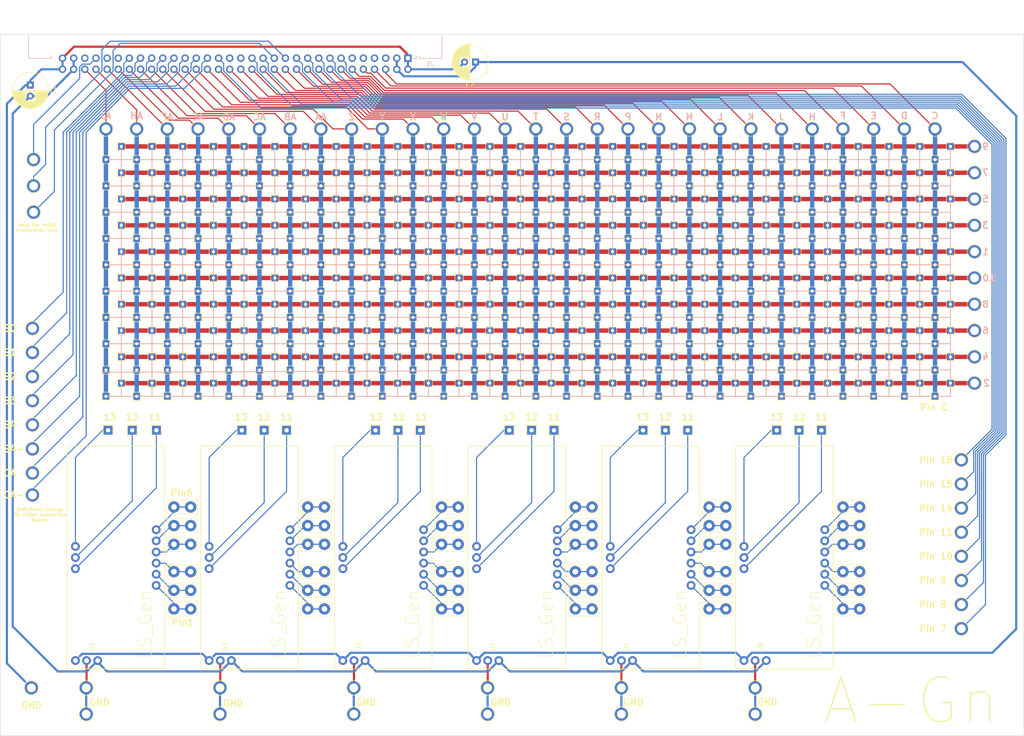
<source format=kicad_pcb>
(kicad_pcb (version 20171130) (host pcbnew "(5.0.0)")
  (layers (0 F.Cu signal) (31 B.Cu signal) (34 B.Paste user hide) (35 F.Paste user hide) (36 B.SilkS user) (37 F.SilkS user) (38 B.Mask user hide) (39 F.Mask user hide) (44 Edge.Cuts user))
  (net 0 "")
  (net 1 Neg6v)
  (net 2 GND)
  (net 3 6v)
  (net 4 C)
  (net 5 D)
  (net 6 E)
  (net 7 F)
  (net 8 H)
  (net 9 J)
  (net 10 K)
  (net 11 L)
  (net 12 M)
  (net 13 N)
  (net 14 P)
  (net 15 R)
  (net 16 S)
  (net 17 T)
  (net 18 U)
  (net 19 V)
  (net 20 W)
  (net 21 X)
  (net 22 Y)
  (net 23 Z)
  (net 24 AA)
  (net 25 AB)
  (net 26 AC)
  (net 27 AD)
  (net 28 AE)
  (net 29 AF)
  (net 30 AH)
  (net 31 AJ)
  (net 32 9)
  (net 33 7)
  (net 34 10)
  (net 35 8)
  (net 36 11)
  (net 37 14)
  (net 38 15)
  (net 39 18)
  (net 40 CA-)
  (net 41 CA)
  (net 42 S4-)
  (net 43 S4)
  (net 44 S3)
  (net 45 S2)
  (net 46 S1)
  (net 47 S0)
  (net 48 "Net-(MH10-Pad1)")
  (net 49 "Net-(MH12-Pad1)")
  (net 50 "Net-(MH411-Pad1)")
  (net 51 "Net-(MH100-Pad1)")
  (net 52 "Net-(MH110-Pad1)")
  (net 53 "Net-(MH128-Pad1)")
  (net 54 "Net-(MH146-Pad1)")
  (net 55 "Net-(MH164-Pad1)")
  (net 56 "Net-(MH182-Pad1)")
  (net 57 "Net-(MH200-Pad1)")
  (net 58 "Net-(TPG11-Pad1)")
  (net 59 "Net-(TPG21-Pad1)")
  (net 60 "Net-(TPG31-Pad1)")
  (net 61 "Net-(TPG41-Pad1)")
  (net 62 "Net-(TPG51-Pad1)")
  (net 63 "Net-(TPG61-Pad1)")
  (net 64 "Net-(TPLA1-Pad1)")
  (net 65 "Net-(TPLA2-Pad1)")
  (net 66 "Net-(TPLA3-Pad1)")
  (net 67 "Net-(TPLA4-Pad1)")
  (net 68 "Net-(TPLA5-Pad1)")
  (net 69 "Net-(TPLA6-Pad1)")
  (net 70 "Net-(TPLA11-Pad1)")
  (net 71 "Net-(TPLA12-Pad1)")
  (net 72 "Net-(TPLA13-Pad1)")
  (net 73 "Net-(TPLB1-Pad1)")
  (net 74 "Net-(TPLB2-Pad1)")
  (net 75 "Net-(TPLB3-Pad1)")
  (net 76 "Net-(TPLB4-Pad1)")
  (net 77 "Net-(TPLB5-Pad1)")
  (net 78 "Net-(TPLB6-Pad1)")
  (net 79 "Net-(TPLB11-Pad1)")
  (net 80 "Net-(TPLB12-Pad1)")
  (net 81 "Net-(TPLB13-Pad1)")
  (net 82 "Net-(TPLBD13-Pad1)")
  (net 83 "Net-(TPLC1-Pad1)")
  (net 84 "Net-(TPLC2-Pad1)")
  (net 85 "Net-(TPLC3-Pad1)")
  (net 86 "Net-(TPLC4-Pad1)")
  (net 87 "Net-(TPLC5-Pad1)")
  (net 88 "Net-(TPLC6-Pad1)")
  (net 89 "Net-(TPLC11-Pad1)")
  (net 90 "Net-(TPLC12-Pad1)")
  (net 91 "Net-(TPLC13-Pad1)")
  (net 92 "Net-(TPLD1-Pad1)")
  (net 93 "Net-(TPLD2-Pad1)")
  (net 94 "Net-(TPLD3-Pad1)")
  (net 95 "Net-(TPLD4-Pad1)")
  (net 96 "Net-(TPLD5-Pad1)")
  (net 97 "Net-(TPLD6-Pad1)")
  (net 98 "Net-(TPLD11-Pad1)")
  (net 99 "Net-(TPLD12-Pad1)")
  (net 100 "Net-(TPLE1-Pad1)")
  (net 101 "Net-(TPLE2-Pad1)")
  (net 102 "Net-(TPLE3-Pad1)")
  (net 103 "Net-(TPLE4-Pad1)")
  (net 104 "Net-(TPLE5-Pad1)")
  (net 105 "Net-(TPLE6-Pad1)")
  (net 106 "Net-(TPLE11-Pad1)")
  (net 107 "Net-(TPLE12-Pad1)")
  (net 108 "Net-(TPLE13-Pad1)")
  (net 109 "Net-(TPLF1-Pad1)")
  (net 110 "Net-(TPLF2-Pad1)")
  (net 111 "Net-(TPLF3-Pad1)")
  (net 112 "Net-(TPLF4-Pad1)")
  (net 113 "Net-(TPLF5-Pad1)")
  (net 114 "Net-(TPLF6-Pad1)")
  (net 115 "Net-(TPLF11-Pad1)")
  (net 116 "Net-(TPLF12-Pad1)")
  (net 117 "Net-(TPLF13-Pad1)")
  (net 118 12)
  (net 119 13)
  (net 120 29)
  (module TestPoint:TestPoint_THTPad_2.0x2.0mm_Drill1.0mm (layer F.Cu) (at 61 115.75)
    (fp_text reference TPLA11)
    (fp_text value ~)
    (pad 1 thru_hole rect (at 0 0) (size 2 2) (drill 1) (layers *.Cu *.Mask) (net 70 "Net-(TPLA11-Pad1)"))
  )
  (module ELLIOTT:DIN41612_B_2x32_Horizontal (layer B.Cu) (at 118.345 30.861 180)
    (fp_text reference J1 (at -5.08 -1.27 180) (layer B.SilkS) (effects (justify mirror)))
    (fp_text value J1)
    (pad 1 thru_hole rect (at 0 0 180) (size 1.7 1.7) (drill 1) (layers *.Cu *.Mask) (net 2 GND))
    (pad A thru_hole circle (at 0 -2.54 180) (size 1.7 1.7) (drill 1) (layers *.Cu *.Mask) (net 2 GND))
    (pad 2 thru_hole circle (at 2.54 0 180) (size 1.7 1.7) (drill 1) (layers *.Cu *.Mask) (net 3 6v))
    (pad B thru_hole circle (at 2.54 -2.54 180) (size 1.7 1.7) (drill 1) (layers *.Cu *.Mask) (net 3 6v))
    (pad 3 thru_hole circle (at 5.08 0 180) (size 1.7 1.7) (drill 1) (layers *.Cu *.Mask))
    (pad C thru_hole circle (at 5.08 -2.54 180) (size 1.7 1.7) (drill 1) (layers *.Cu *.Mask) (net 4 C))
    (pad 4 thru_hole circle (at 7.62 0 180) (size 1.7 1.7) (drill 1) (layers *.Cu *.Mask))
    (pad D thru_hole circle (at 7.62 -2.54 180) (size 1.7 1.7) (drill 1) (layers *.Cu *.Mask) (net 5 D))
    (pad 5 thru_hole circle (at 10.16 0 180) (size 1.7 1.7) (drill 1) (layers *.Cu *.Mask))
    (pad E thru_hole circle (at 10.16 -2.54 180) (size 1.7 1.7) (drill 1) (layers *.Cu *.Mask) (net 6 E))
    (pad 6 thru_hole circle (at 12.7 0 180) (size 1.7 1.7) (drill 1) (layers *.Cu *.Mask))
    (pad F thru_hole circle (at 12.7 -2.54 180) (size 1.7 1.7) (drill 1) (layers *.Cu *.Mask) (net 7 F))
    (pad 7 thru_hole circle (at 15.24 0 180) (size 1.7 1.7) (drill 1) (layers *.Cu *.Mask) (net 33 7))
    (pad H thru_hole circle (at 15.24 -2.54 180) (size 1.7 1.7) (drill 1) (layers *.Cu *.Mask) (net 8 H))
    (pad 8 thru_hole circle (at 17.78 0 180) (size 1.7 1.7) (drill 1) (layers *.Cu *.Mask) (net 35 8))
    (pad J thru_hole circle (at 17.78 -2.54 180) (size 1.7 1.7) (drill 1) (layers *.Cu *.Mask) (net 9 J))
    (pad 9 thru_hole circle (at 20.32 0 180) (size 1.7 1.7) (drill 1) (layers *.Cu *.Mask) (net 32 9))
    (pad K thru_hole circle (at 20.32 -2.54 180) (size 1.7 1.7) (drill 1) (layers *.Cu *.Mask) (net 10 K))
    (pad 10 thru_hole circle (at 22.86 0 180) (size 1.7 1.7) (drill 1) (layers *.Cu *.Mask) (net 34 10))
    (pad L thru_hole circle (at 22.86 -2.54 180) (size 1.7 1.7) (drill 1) (layers *.Cu *.Mask) (net 11 L))
    (pad 11 thru_hole circle (at 25.4 0 180) (size 1.7 1.7) (drill 1) (layers *.Cu *.Mask) (net 36 11))
    (pad M thru_hole circle (at 25.4 -2.54 180) (size 1.7 1.7) (drill 1) (layers *.Cu *.Mask) (net 12 M))
    (pad 12 thru_hole circle (at 27.94 0 180) (size 1.7 1.7) (drill 1) (layers *.Cu *.Mask) (net 118 12))
    (pad N thru_hole circle (at 27.94 -2.54 180) (size 1.7 1.7) (drill 1) (layers *.Cu *.Mask) (net 13 N))
    (pad 13 thru_hole circle (at 30.48 0 180) (size 1.7 1.7) (drill 1) (layers *.Cu *.Mask) (net 119 13))
    (pad P thru_hole circle (at 30.48 -2.54 180) (size 1.7 1.7) (drill 1) (layers *.Cu *.Mask) (net 14 P))
    (pad 14 thru_hole circle (at 33.02 0 180) (size 1.7 1.7) (drill 1) (layers *.Cu *.Mask) (net 37 14))
    (pad R thru_hole circle (at 33.02 -2.54 180) (size 1.7 1.7) (drill 1) (layers *.Cu *.Mask) (net 15 R))
    (pad 15 thru_hole circle (at 35.56 0 180) (size 1.7 1.7) (drill 1) (layers *.Cu *.Mask) (net 38 15))
    (pad S thru_hole circle (at 35.56 -2.54 180) (size 1.7 1.7) (drill 1) (layers *.Cu *.Mask) (net 16 S))
    (pad 16 thru_hole circle (at 38.1 0 180) (size 1.7 1.7) (drill 1) (layers *.Cu *.Mask))
    (pad T thru_hole circle (at 38.1 -2.54 180) (size 1.7 1.7) (drill 1) (layers *.Cu *.Mask) (net 17 T))
    (pad 17 thru_hole circle (at 40.64 0 180) (size 1.7 1.7) (drill 1) (layers *.Cu *.Mask))
    (pad U thru_hole circle (at 40.64 -2.54 180) (size 1.7 1.7) (drill 1) (layers *.Cu *.Mask) (net 18 U))
    (pad 18 thru_hole circle (at 43.18 0 180) (size 1.7 1.7) (drill 1) (layers *.Cu *.Mask) (net 39 18))
    (pad V thru_hole circle (at 43.18 -2.54 180) (size 1.7 1.7) (drill 1) (layers *.Cu *.Mask) (net 19 V))
    (pad 19 thru_hole circle (at 45.72 0 180) (size 1.7 1.7) (drill 1) (layers *.Cu *.Mask) (net 40 CA-))
    (pad W thru_hole circle (at 45.72 -2.54 180) (size 1.7 1.7) (drill 1) (layers *.Cu *.Mask) (net 20 W))
    (pad 20 thru_hole circle (at 48.26 0 180) (size 1.7 1.7) (drill 1) (layers *.Cu *.Mask) (net 41 CA))
    (pad X thru_hole circle (at 48.26 -2.54 180) (size 1.7 1.7) (drill 1) (layers *.Cu *.Mask) (net 21 X))
    (pad 21 thru_hole circle (at 50.8 0 180) (size 1.7 1.7) (drill 1) (layers *.Cu *.Mask) (net 42 S4-))
    (pad Y thru_hole circle (at 50.8 -2.54 180) (size 1.7 1.7) (drill 1) (layers *.Cu *.Mask) (net 22 Y))
    (pad 22 thru_hole circle (at 53.34 0 180) (size 1.7 1.7) (drill 1) (layers *.Cu *.Mask) (net 43 S4))
    (pad Z thru_hole circle (at 53.34 -2.54 180) (size 1.7 1.7) (drill 1) (layers *.Cu *.Mask) (net 23 Z))
    (pad 23 thru_hole circle (at 55.88 0 180) (size 1.7 1.7) (drill 1) (layers *.Cu *.Mask) (net 44 S3))
    (pad AA thru_hole circle (at 55.88 -2.54 180) (size 1.7 1.7) (drill 1) (layers *.Cu *.Mask) (net 24 AA))
    (pad 24 thru_hole circle (at 58.42 0 180) (size 1.7 1.7) (drill 1) (layers *.Cu *.Mask) (net 45 S2))
    (pad AB thru_hole circle (at 58.42 -2.54 180) (size 1.7 1.7) (drill 1) (layers *.Cu *.Mask) (net 25 AB))
    (pad 25 thru_hole circle (at 60.96 0 180) (size 1.7 1.7) (drill 1) (layers *.Cu *.Mask) (net 46 S1))
    (pad AC thru_hole circle (at 60.96 -2.54 180) (size 1.7 1.7) (drill 1) (layers *.Cu *.Mask) (net 26 AC))
    (pad 26 thru_hole circle (at 63.5 0 180) (size 1.7 1.7) (drill 1) (layers *.Cu *.Mask) (net 47 S0))
    (pad AD thru_hole circle (at 63.5 -2.54 180) (size 1.7 1.7) (drill 1) (layers *.Cu *.Mask) (net 27 AD))
    (pad 27 thru_hole circle (at 66.04 0 180) (size 1.7 1.7) (drill 1) (layers *.Cu *.Mask))
    (pad AE thru_hole circle (at 66.04 -2.54 180) (size 1.7 1.7) (drill 1) (layers *.Cu *.Mask) (net 28 AE))
    (pad 28 thru_hole circle (at 68.58 0 180) (size 1.7 1.7) (drill 1) (layers *.Cu *.Mask))
    (pad AF thru_hole circle (at 68.58 -2.54 180) (size 1.7 1.7) (drill 1) (layers *.Cu *.Mask) (net 29 AF))
    (pad 29 thru_hole circle (at 71.12 0 180) (size 1.7 1.7) (drill 1) (layers *.Cu *.Mask) (net 120 29))
    (pad AH thru_hole circle (at 71.12 -2.54 180) (size 1.7 1.7) (drill 1) (layers *.Cu *.Mask) (net 30 AH))
    (pad 30 thru_hole circle (at 73.66 0 180) (size 1.7 1.7) (drill 1) (layers *.Cu *.Mask))
    (pad AJ thru_hole circle (at 73.66 -2.54 180) (size 1.7 1.7) (drill 1) (layers *.Cu *.Mask) (net 31 AJ))
    (pad 31 thru_hole circle (at 76.2 0 180) (size 1.7 1.7) (drill 1) (layers *.Cu *.Mask) (net 1 Neg6v))
    (pad AK thru_hole circle (at 76.2 -2.54 180) (size 1.7 1.7) (drill 1) (layers *.Cu *.Mask) (net 1 Neg6v))
    (pad 32 thru_hole circle (at 78.74 0 180) (size 1.7 1.7) (drill 1) (layers *.Cu *.Mask) (net 2 GND))
    (pad AL thru_hole circle (at 78.74 -2.54 180) (size 1.7 1.7) (drill 1) (layers *.Cu *.Mask) (net 2 GND))
    (pad "" np_thru_hole circle (at -5.08 2.54 180) (size 2.8 2.8) (drill 2.8) (layers *.Cu *.Mask))
    (pad "" np_thru_hole circle (at 83.82 2.54 180) (size 2.8 2.8) (drill 2.8) (layers *.Cu *.Mask))
  )
  (module Capacitor_THT:CP_Radial_D8.0mm_P2.50mm (layer F.Cu) (at 32.25 37 270)
    (fp_text reference C1 (at 1.25 -5.25 270) (layer F.SilkS))
    (fp_text value 6u8)
    (pad 2 thru_hole circle (at 2.5 0 270) (size 1.6 1.6) (drill 0.8) (layers *.Cu *.Mask) (net 1 Neg6v))
    (pad 1 thru_hole rect (at 0 0 270) (size 1.6 1.6) (drill 0.8) (layers *.Cu *.Mask) (net 2 GND))
  )
  (module ELLIOTT:LSA (layer F.Cu) (at 198.12 165.1 90)
    (fp_text reference U6 (at 0 0.5 90) (layer F.SilkS))
    (fp_text value LS_Gen (at 5.08 12.7 90) (layer F.SilkS) (effects (font (size 3 3))))
    (pad 13 thru_hole circle (at 22.86 -3.175 90) (size 2 2) (drill 1.1) (layers *.Cu *.Mask) (net 117 "Net-(TPLF13-Pad1)"))
    (pad 12 thru_hole circle (at 20.32 -3.175 90) (size 2 2) (drill 1.1) (layers *.Cu *.Mask) (net 116 "Net-(TPLF12-Pad1)"))
    (pad 11 thru_hole circle (at 17.78 -3.175 90) (size 2 2) (drill 1.1) (layers *.Cu *.Mask) (net 115 "Net-(TPLF11-Pad1)"))
    (pad 6 thru_hole circle (at 26.67 15.24 90) (size 2 2) (drill 1.1) (layers *.Cu *.Mask) (net 114 "Net-(TPLF6-Pad1)"))
    (pad 5 thru_hole circle (at 24.13 15.24 90) (size 2 2) (drill 1.1) (layers *.Cu *.Mask) (net 113 "Net-(TPLF5-Pad1)"))
    (pad 4 thru_hole circle (at 21.59 15.24 90) (size 2 2) (drill 1.1) (layers *.Cu *.Mask) (net 112 "Net-(TPLF4-Pad1)"))
    (pad 3 thru_hole circle (at 19.05 15.24 90) (size 2 2) (drill 1.1) (layers *.Cu *.Mask) (net 111 "Net-(TPLF3-Pad1)"))
    (pad 2 thru_hole circle (at 16.51 15.24 90) (size 2 2) (drill 1.1) (layers *.Cu *.Mask) (net 110 "Net-(TPLF2-Pad1)"))
    (pad 1 thru_hole circle (at 13.97 15.24 90) (size 2 2) (drill 1.1) (layers *.Cu *.Mask) (net 109 "Net-(TPLF1-Pad1)"))
    (pad 23 thru_hole circle (at -3.175 1.905 90) (size 2 2) (drill 1.1) (layers *.Cu *.Mask) (net 1 Neg6v))
    (pad 22 thru_hole circle (at -3.175 -0.635 90) (size 2 2) (drill 1.1) (layers *.Cu *.Mask) (net 63 "Net-(TPG61-Pad1)"))
    (pad 21 thru_hole circle (at -3.175 -3.175 90) (size 2 2) (drill 1.1) (layers *.Cu *.Mask) (net 3 6v))
  )
  (module ELLIOTT:LSA (layer F.Cu) (at 167.64 165.1 90)
    (fp_text reference U5 (at 0 0.5 90) (layer F.SilkS))
    (fp_text value LS_Gen (at 5.08 12.7 90) (layer F.SilkS) (effects (font (size 3 3))))
    (pad 13 thru_hole circle (at 22.86 -3.175 90) (size 2 2) (drill 1.1) (layers *.Cu *.Mask) (net 108 "Net-(TPLE13-Pad1)"))
    (pad 12 thru_hole circle (at 20.32 -3.175 90) (size 2 2) (drill 1.1) (layers *.Cu *.Mask) (net 107 "Net-(TPLE12-Pad1)"))
    (pad 11 thru_hole circle (at 17.78 -3.175 90) (size 2 2) (drill 1.1) (layers *.Cu *.Mask) (net 106 "Net-(TPLE11-Pad1)"))
    (pad 6 thru_hole circle (at 26.67 15.24 90) (size 2 2) (drill 1.1) (layers *.Cu *.Mask) (net 105 "Net-(TPLE6-Pad1)"))
    (pad 5 thru_hole circle (at 24.13 15.24 90) (size 2 2) (drill 1.1) (layers *.Cu *.Mask) (net 104 "Net-(TPLE5-Pad1)"))
    (pad 4 thru_hole circle (at 21.59 15.24 90) (size 2 2) (drill 1.1) (layers *.Cu *.Mask) (net 103 "Net-(TPLE4-Pad1)"))
    (pad 3 thru_hole circle (at 19.05 15.24 90) (size 2 2) (drill 1.1) (layers *.Cu *.Mask) (net 102 "Net-(TPLE3-Pad1)"))
    (pad 2 thru_hole circle (at 16.51 15.24 90) (size 2 2) (drill 1.1) (layers *.Cu *.Mask) (net 101 "Net-(TPLE2-Pad1)"))
    (pad 1 thru_hole circle (at 13.97 15.24 90) (size 2 2) (drill 1.1) (layers *.Cu *.Mask) (net 100 "Net-(TPLE1-Pad1)"))
    (pad 23 thru_hole circle (at -3.175 1.905 90) (size 2 2) (drill 1.1) (layers *.Cu *.Mask) (net 1 Neg6v))
    (pad 22 thru_hole circle (at -3.175 -0.635 90) (size 2 2) (drill 1.1) (layers *.Cu *.Mask) (net 62 "Net-(TPG51-Pad1)"))
    (pad 21 thru_hole circle (at -3.175 -3.175 90) (size 2 2) (drill 1.1) (layers *.Cu *.Mask) (net 3 6v))
  )
  (module ELLIOTT:LSA (layer F.Cu) (at 137.16 165.1 90)
    (fp_text reference U4 (at 0 0.5 90) (layer F.SilkS))
    (fp_text value LS_Gen (at 5.08 12.7 90) (layer F.SilkS) (effects (font (size 3 3))))
    (pad 13 thru_hole circle (at 22.86 -3.175 90) (size 2 2) (drill 1.1) (layers *.Cu *.Mask) (net 82 "Net-(TPLBD13-Pad1)"))
    (pad 12 thru_hole circle (at 20.32 -3.175 90) (size 2 2) (drill 1.1) (layers *.Cu *.Mask) (net 99 "Net-(TPLD12-Pad1)"))
    (pad 11 thru_hole circle (at 17.78 -3.175 90) (size 2 2) (drill 1.1) (layers *.Cu *.Mask) (net 98 "Net-(TPLD11-Pad1)"))
    (pad 6 thru_hole circle (at 26.67 15.24 90) (size 2 2) (drill 1.1) (layers *.Cu *.Mask) (net 97 "Net-(TPLD6-Pad1)"))
    (pad 5 thru_hole circle (at 24.13 15.24 90) (size 2 2) (drill 1.1) (layers *.Cu *.Mask) (net 96 "Net-(TPLD5-Pad1)"))
    (pad 4 thru_hole circle (at 21.59 15.24 90) (size 2 2) (drill 1.1) (layers *.Cu *.Mask) (net 95 "Net-(TPLD4-Pad1)"))
    (pad 3 thru_hole circle (at 19.05 15.24 90) (size 2 2) (drill 1.1) (layers *.Cu *.Mask) (net 94 "Net-(TPLD3-Pad1)"))
    (pad 2 thru_hole circle (at 16.51 15.24 90) (size 2 2) (drill 1.1) (layers *.Cu *.Mask) (net 93 "Net-(TPLD2-Pad1)"))
    (pad 1 thru_hole circle (at 13.97 15.24 90) (size 2 2) (drill 1.1) (layers *.Cu *.Mask) (net 92 "Net-(TPLD1-Pad1)"))
    (pad 23 thru_hole circle (at -3.175 1.905 90) (size 2 2) (drill 1.1) (layers *.Cu *.Mask) (net 1 Neg6v))
    (pad 22 thru_hole circle (at -3.175 -0.635 90) (size 2 2) (drill 1.1) (layers *.Cu *.Mask) (net 61 "Net-(TPG41-Pad1)"))
    (pad 21 thru_hole circle (at -3.175 -3.175 90) (size 2 2) (drill 1.1) (layers *.Cu *.Mask) (net 3 6v))
  )
  (module ELLIOTT:LSA (layer F.Cu) (at 45.72 165.1 90)
    (fp_text reference U1 (at 0 0.5 90) (layer F.SilkS))
    (fp_text value LS_Gen (at 5.08 12.7 90) (layer F.SilkS) (effects (font (size 3 3))))
    (pad 13 thru_hole circle (at 22.86 -3.175 90) (size 2 2) (drill 1.1) (layers *.Cu *.Mask) (net 72 "Net-(TPLA13-Pad1)"))
    (pad 12 thru_hole circle (at 20.32 -3.175 90) (size 2 2) (drill 1.1) (layers *.Cu *.Mask) (net 71 "Net-(TPLA12-Pad1)"))
    (pad 11 thru_hole circle (at 17.78 -3.175 90) (size 2 2) (drill 1.1) (layers *.Cu *.Mask) (net 70 "Net-(TPLA11-Pad1)"))
    (pad 6 thru_hole circle (at 26.67 15.24 90) (size 2 2) (drill 1.1) (layers *.Cu *.Mask) (net 69 "Net-(TPLA6-Pad1)"))
    (pad 5 thru_hole circle (at 24.13 15.24 90) (size 2 2) (drill 1.1) (layers *.Cu *.Mask) (net 68 "Net-(TPLA5-Pad1)"))
    (pad 4 thru_hole circle (at 21.59 15.24 90) (size 2 2) (drill 1.1) (layers *.Cu *.Mask) (net 67 "Net-(TPLA4-Pad1)"))
    (pad 3 thru_hole circle (at 19.05 15.24 90) (size 2 2) (drill 1.1) (layers *.Cu *.Mask) (net 66 "Net-(TPLA3-Pad1)"))
    (pad 2 thru_hole circle (at 16.51 15.24 90) (size 2 2) (drill 1.1) (layers *.Cu *.Mask) (net 65 "Net-(TPLA2-Pad1)"))
    (pad 1 thru_hole circle (at 13.97 15.24 90) (size 2 2) (drill 1.1) (layers *.Cu *.Mask) (net 64 "Net-(TPLA1-Pad1)"))
    (pad 23 thru_hole circle (at -3.175 1.905 90) (size 2 2) (drill 1.1) (layers *.Cu *.Mask) (net 1 Neg6v))
    (pad 22 thru_hole circle (at -3.175 -0.635 90) (size 2 2) (drill 1.1) (layers *.Cu *.Mask) (net 58 "Net-(TPG11-Pad1)"))
    (pad 21 thru_hole circle (at -3.175 -3.175 90) (size 2 2) (drill 1.1) (layers *.Cu *.Mask) (net 3 6v))
  )
  (module ELLIOTT:LSA (layer F.Cu) (at 76.2 165.1 90)
    (fp_text reference U2 (at 0 0.5 90) (layer F.SilkS))
    (fp_text value LS_Gen (at 5.08 12.7 90) (layer F.SilkS) (effects (font (size 3 3))))
    (pad 13 thru_hole circle (at 22.86 -3.175 90) (size 2 2) (drill 1.1) (layers *.Cu *.Mask) (net 81 "Net-(TPLB13-Pad1)"))
    (pad 12 thru_hole circle (at 20.32 -3.175 90) (size 2 2) (drill 1.1) (layers *.Cu *.Mask) (net 80 "Net-(TPLB12-Pad1)"))
    (pad 11 thru_hole circle (at 17.78 -3.175 90) (size 2 2) (drill 1.1) (layers *.Cu *.Mask) (net 79 "Net-(TPLB11-Pad1)"))
    (pad 6 thru_hole circle (at 26.67 15.24 90) (size 2 2) (drill 1.1) (layers *.Cu *.Mask) (net 78 "Net-(TPLB6-Pad1)"))
    (pad 5 thru_hole circle (at 24.13 15.24 90) (size 2 2) (drill 1.1) (layers *.Cu *.Mask) (net 77 "Net-(TPLB5-Pad1)"))
    (pad 4 thru_hole circle (at 21.59 15.24 90) (size 2 2) (drill 1.1) (layers *.Cu *.Mask) (net 76 "Net-(TPLB4-Pad1)"))
    (pad 3 thru_hole circle (at 19.05 15.24 90) (size 2 2) (drill 1.1) (layers *.Cu *.Mask) (net 75 "Net-(TPLB3-Pad1)"))
    (pad 2 thru_hole circle (at 16.51 15.24 90) (size 2 2) (drill 1.1) (layers *.Cu *.Mask) (net 74 "Net-(TPLB2-Pad1)"))
    (pad 1 thru_hole circle (at 13.97 15.24 90) (size 2 2) (drill 1.1) (layers *.Cu *.Mask) (net 73 "Net-(TPLB1-Pad1)"))
    (pad 23 thru_hole circle (at -3.175 1.905 90) (size 2 2) (drill 1.1) (layers *.Cu *.Mask) (net 1 Neg6v))
    (pad 22 thru_hole circle (at -3.175 -0.635 90) (size 2 2) (drill 1.1) (layers *.Cu *.Mask) (net 59 "Net-(TPG21-Pad1)"))
    (pad 21 thru_hole circle (at -3.175 -3.175 90) (size 2 2) (drill 1.1) (layers *.Cu *.Mask) (net 3 6v))
  )
  (module Capacitor_THT:CP_Radial_D8.0mm_P2.50mm (layer F.Cu) (at 133.75 31.75 180)
    (fp_text reference C2 (at 1.25 -5.25 180) (layer F.SilkS))
    (fp_text value 6u8)
    (pad 1 thru_hole rect (at 0 0 180) (size 1.6 1.6) (drill 0.8) (layers *.Cu *.Mask) (net 3 6v))
    (pad 2 thru_hole circle (at 2.5 0 180) (size 1.6 1.6) (drill 0.8) (layers *.Cu *.Mask) (net 2 GND))
  )
  (module TestPoint:TestPoint_Plated_Hole_D2.0mm (layer F.Cu) (at 49.5 47)
    (fp_text reference TPX1)
    (fp_text value ~)
    (pad 1 thru_hole circle (at 0 0) (size 3 3) (drill 2) (layers *.Cu *.Mask) (net 31 AJ))
  )
  (module TestPoint:TestPoint_Plated_Hole_D2.0mm (layer F.Cu) (at 56.5 47)
    (fp_text reference TPX2)
    (fp_text value ~)
    (pad 1 thru_hole circle (at 0 0) (size 3 3) (drill 2) (layers *.Cu *.Mask) (net 30 AH))
  )
  (module TestPoint:TestPoint_Plated_Hole_D2.0mm (layer F.Cu) (at 63.5 47)
    (fp_text reference TPX3)
    (fp_text value ~)
    (pad 1 thru_hole circle (at 0 0) (size 3 3) (drill 2) (layers *.Cu *.Mask) (net 29 AF))
  )
  (module TestPoint:TestPoint_Plated_Hole_D2.0mm (layer F.Cu) (at 70.5 47)
    (fp_text reference TPX4)
    (fp_text value ~)
    (pad 1 thru_hole circle (at 0 0) (size 3 3) (drill 2) (layers *.Cu *.Mask) (net 28 AE))
  )
  (module TestPoint:TestPoint_Plated_Hole_D2.0mm (layer F.Cu) (at 77.5 47)
    (fp_text reference TPX5)
    (fp_text value ~)
    (pad 1 thru_hole circle (at 0 0) (size 3 3) (drill 2) (layers *.Cu *.Mask) (net 27 AD))
  )
  (module TestPoint:TestPoint_Plated_Hole_D2.0mm (layer F.Cu) (at 84.5 47)
    (fp_text reference TPX6)
    (fp_text value ~)
    (pad 1 thru_hole circle (at 0 0) (size 3 3) (drill 2) (layers *.Cu *.Mask) (net 26 AC))
  )
  (module TestPoint:TestPoint_Plated_Hole_D2.0mm (layer F.Cu) (at 91.5 47)
    (fp_text reference TPX7)
    (fp_text value ~)
    (pad 1 thru_hole circle (at 0 0) (size 3 3) (drill 2) (layers *.Cu *.Mask) (net 25 AB))
  )
  (module TestPoint:TestPoint_Plated_Hole_D2.0mm (layer F.Cu) (at 98.5 47)
    (fp_text reference TPX8)
    (fp_text value ~)
    (pad 1 thru_hole circle (at 0 0) (size 3 3) (drill 2) (layers *.Cu *.Mask) (net 24 AA))
  )
  (module TestPoint:TestPoint_Plated_Hole_D2.0mm (layer F.Cu) (at 105.5 47)
    (fp_text reference TPX9)
    (fp_text value ~)
    (pad 1 thru_hole circle (at 0 0) (size 3 3) (drill 2) (layers *.Cu *.Mask) (net 23 Z))
  )
  (module TestPoint:TestPoint_Plated_Hole_D2.0mm (layer F.Cu) (at 112.5 47)
    (fp_text reference TPX10)
    (fp_text value ~)
    (pad 1 thru_hole circle (at 0 0) (size 3 3) (drill 2) (layers *.Cu *.Mask) (net 22 Y))
  )
  (module TestPoint:TestPoint_Plated_Hole_D2.0mm (layer F.Cu) (at 119.5 47)
    (fp_text reference TPX11)
    (fp_text value ~)
    (pad 1 thru_hole circle (at 0 0) (size 3 3) (drill 2) (layers *.Cu *.Mask) (net 21 X))
  )
  (module TestPoint:TestPoint_Plated_Hole_D2.0mm (layer F.Cu) (at 126.5 47)
    (fp_text reference TPX12)
    (fp_text value ~)
    (pad 1 thru_hole circle (at 0 0) (size 3 3) (drill 2) (layers *.Cu *.Mask) (net 20 W))
  )
  (module TestPoint:TestPoint_Plated_Hole_D2.0mm (layer F.Cu) (at 133.5 47)
    (fp_text reference TPX13)
    (fp_text value ~)
    (pad 1 thru_hole circle (at 0 0) (size 3 3) (drill 2) (layers *.Cu *.Mask) (net 19 V))
  )
  (module TestPoint:TestPoint_Plated_Hole_D2.0mm (layer F.Cu) (at 140.5 47)
    (fp_text reference TPX14)
    (fp_text value ~)
    (pad 1 thru_hole circle (at 0 0) (size 3 3) (drill 2) (layers *.Cu *.Mask) (net 18 U))
  )
  (module TestPoint:TestPoint_Plated_Hole_D2.0mm (layer F.Cu) (at 147.5 47)
    (fp_text reference TPX15)
    (fp_text value ~)
    (pad 1 thru_hole circle (at 0 0) (size 3 3) (drill 2) (layers *.Cu *.Mask) (net 17 T))
  )
  (module TestPoint:TestPoint_Plated_Hole_D2.0mm (layer F.Cu) (at 154.5 47)
    (fp_text reference TPX16)
    (fp_text value ~)
    (pad 1 thru_hole circle (at 0 0) (size 3 3) (drill 2) (layers *.Cu *.Mask) (net 16 S))
  )
  (module TestPoint:TestPoint_Plated_Hole_D2.0mm (layer F.Cu) (at 161.5 47)
    (fp_text reference TPX17)
    (fp_text value ~)
    (pad 1 thru_hole circle (at 0 0) (size 3 3) (drill 2) (layers *.Cu *.Mask) (net 15 R))
  )
  (module TestPoint:TestPoint_Plated_Hole_D2.0mm (layer F.Cu) (at 168.5 47)
    (fp_text reference TPX18)
    (fp_text value ~)
    (pad 1 thru_hole circle (at 0 0) (size 3 3) (drill 2) (layers *.Cu *.Mask) (net 14 P))
  )
  (module TestPoint:TestPoint_Plated_Hole_D2.0mm (layer F.Cu) (at 247.5 51)
    (fp_text reference TPY1)
    (fp_text value ~)
    (pad 1 thru_hole circle (at 0 0) (size 3 3) (drill 2) (layers *.Cu *.Mask) (net 48 "Net-(MH10-Pad1)"))
  )
  (module TestPoint:TestPoint_Plated_Hole_D2.0mm (layer F.Cu) (at 247.5 57)
    (fp_text reference TPY2)
    (fp_text value ~)
    (pad 1 thru_hole circle (at 0 0) (size 3 3) (drill 2) (layers *.Cu *.Mask) (net 49 "Net-(MH12-Pad1)"))
  )
  (module TestPoint:TestPoint_Plated_Hole_D2.0mm (layer F.Cu) (at 247.5 63)
    (fp_text reference TPY3)
    (fp_text value ~)
    (pad 1 thru_hole circle (at 0 0) (size 3 3) (drill 2) (layers *.Cu *.Mask) (net 50 "Net-(MH411-Pad1)"))
  )
  (module TestPoint:TestPoint_Plated_Hole_D2.0mm (layer F.Cu) (at 247.5 69)
    (fp_text reference TPY4)
    (fp_text value ~)
    (pad 1 thru_hole circle (at 0 0) (size 3 3) (drill 2) (layers *.Cu *.Mask) (net 51 "Net-(MH100-Pad1)"))
  )
  (module TestPoint:TestPoint_Plated_Hole_D2.0mm (layer F.Cu) (at 247.5 75)
    (fp_text reference TPY5)
    (fp_text value ~)
    (pad 1 thru_hole circle (at 0 0) (size 3 3) (drill 2) (layers *.Cu *.Mask) (net 52 "Net-(MH110-Pad1)"))
  )
  (module TestPoint:TestPoint_Plated_Hole_D2.0mm (layer F.Cu) (at 247.5 81)
    (fp_text reference TPY6)
    (fp_text value ~)
    (pad 1 thru_hole circle (at 0 0) (size 3 3) (drill 2) (layers *.Cu *.Mask) (net 53 "Net-(MH128-Pad1)"))
  )
  (module TestPoint:TestPoint_Plated_Hole_D2.0mm (layer F.Cu) (at 247.5 87)
    (fp_text reference TPY7)
    (fp_text value ~)
    (pad 1 thru_hole circle (at 0 0) (size 3 3) (drill 2) (layers *.Cu *.Mask) (net 54 "Net-(MH146-Pad1)"))
  )
  (module TestPoint:TestPoint_Plated_Hole_D2.0mm (layer F.Cu) (at 247.5 93)
    (fp_text reference TPY8)
    (fp_text value ~)
    (pad 1 thru_hole circle (at 0 0) (size 3 3) (drill 2) (layers *.Cu *.Mask) (net 55 "Net-(MH164-Pad1)"))
  )
  (module TestPoint:TestPoint_Plated_Hole_D2.0mm (layer F.Cu) (at 247.5 99)
    (fp_text reference TPY9)
    (fp_text value ~)
    (pad 1 thru_hole circle (at 0 0) (size 3 3) (drill 2) (layers *.Cu *.Mask) (net 56 "Net-(MH182-Pad1)"))
  )
  (module TestPoint:TestPoint_Plated_Hole_D2.0mm (layer F.Cu) (at 247.5 105)
    (fp_text reference TPY10)
    (fp_text value ~)
    (pad 1 thru_hole circle (at 0 0) (size 3 3) (drill 2) (layers *.Cu *.Mask) (net 57 "Net-(MH200-Pad1)"))
  )
  (module TestPoint:TestPoint_Plated_Hole_D2.0mm (layer F.Cu) (at 175.5 47)
    (fp_text reference TPX19)
    (fp_text value ~)
    (pad 1 thru_hole circle (at 0 0) (size 3 3) (drill 2) (layers *.Cu *.Mask) (net 13 N))
  )
  (module TestPoint:TestPoint_Plated_Hole_D2.0mm (layer F.Cu) (at 182.5 47)
    (fp_text reference TPX20)
    (fp_text value ~)
    (pad 1 thru_hole circle (at 0 0) (size 3 3) (drill 2) (layers *.Cu *.Mask) (net 12 M))
  )
  (module TestPoint:TestPoint_Plated_Hole_D2.0mm (layer F.Cu) (at 189.5 47)
    (fp_text reference TPX21)
    (fp_text value ~)
    (pad 1 thru_hole circle (at 0 0) (size 3 3) (drill 2) (layers *.Cu *.Mask) (net 11 L))
  )
  (module TestPoint:TestPoint_Plated_Hole_D2.0mm (layer F.Cu) (at 196.5 47)
    (fp_text reference TPX22)
    (fp_text value ~)
    (pad 1 thru_hole circle (at 0 0) (size 3 3) (drill 2) (layers *.Cu *.Mask) (net 10 K))
  )
  (module TestPoint:TestPoint_Plated_Hole_D2.0mm (layer F.Cu) (at 203.5 47)
    (fp_text reference TPX23)
    (fp_text value ~)
    (pad 1 thru_hole circle (at 0 0) (size 3 3) (drill 2) (layers *.Cu *.Mask) (net 9 J))
  )
  (module TestPoint:TestPoint_Plated_Hole_D2.0mm (layer F.Cu) (at 210.5 47)
    (fp_text reference TPX24)
    (fp_text value ~)
    (pad 1 thru_hole circle (at 0 0) (size 3 3) (drill 2) (layers *.Cu *.Mask) (net 8 H))
  )
  (module TestPoint:TestPoint_Plated_Hole_D2.0mm (layer F.Cu) (at 217.5 47)
    (fp_text reference TPX25)
    (fp_text value ~)
    (pad 1 thru_hole circle (at 0 0) (size 3 3) (drill 2) (layers *.Cu *.Mask) (net 7 F))
  )
  (module TestPoint:TestPoint_Plated_Hole_D2.0mm (layer F.Cu) (at 224.5 47)
    (fp_text reference TPX26)
    (fp_text value ~)
    (pad 1 thru_hole circle (at 0 0) (size 3 3) (drill 2) (layers *.Cu *.Mask) (net 6 E))
  )
  (module TestPoint:TestPoint_Plated_Hole_D2.0mm (layer F.Cu) (at 231.5 47)
    (fp_text reference TPX27)
    (fp_text value ~)
    (pad 1 thru_hole circle (at 0 0) (size 3 3) (drill 2) (layers *.Cu *.Mask) (net 5 D))
  )
  (module TestPoint:TestPoint_Plated_Hole_D2.0mm (layer F.Cu) (at 238.5 47)
    (fp_text reference TPX28)
    (fp_text value ~)
    (pad 1 thru_hole circle (at 0 0) (size 3 3) (drill 2) (layers *.Cu *.Mask) (net 4 C))
  )
  (module TestPoint:TestPoint_Plated_Hole_D2.0mm (layer F.Cu) (at 45 180.5)
    (fp_text reference TPG11)
    (fp_text value ~)
    (pad 1 thru_hole circle (at 0 0) (size 3 3) (drill 2) (layers *.Cu *.Mask) (net 58 "Net-(TPG11-Pad1)"))
  )
  (module TestPoint:TestPoint_Plated_Hole_D2.0mm (layer F.Cu) (at 45 174.5)
    (fp_text reference TPG12)
    (fp_text value ~)
    (pad 1 thru_hole circle (at 0 0) (size 3 3) (drill 2) (layers *.Cu *.Mask) (net 58 "Net-(TPG11-Pad1)"))
  )
  (module TestPoint:TestPoint_Plated_Hole_D2.0mm (layer F.Cu) (at 75.5 180.5)
    (fp_text reference TPG21)
    (fp_text value ~)
    (pad 1 thru_hole circle (at 0 0) (size 3 3) (drill 2) (layers *.Cu *.Mask) (net 59 "Net-(TPG21-Pad1)"))
  )
  (module TestPoint:TestPoint_Plated_Hole_D2.0mm (layer F.Cu) (at 75.5 174.5)
    (fp_text reference TPG22)
    (fp_text value ~)
    (pad 1 thru_hole circle (at 0 0) (size 3 3) (drill 2) (layers *.Cu *.Mask) (net 59 "Net-(TPG21-Pad1)"))
  )
  (module TestPoint:TestPoint_Plated_Hole_D2.0mm (layer F.Cu) (at 106 180.5)
    (fp_text reference TPG31)
    (fp_text value ~)
    (pad 1 thru_hole circle (at 0 0) (size 3 3) (drill 2) (layers *.Cu *.Mask) (net 60 "Net-(TPG31-Pad1)"))
  )
  (module TestPoint:TestPoint_Plated_Hole_D2.0mm (layer F.Cu) (at 106 174.5)
    (fp_text reference TPG32)
    (fp_text value ~)
    (pad 1 thru_hole circle (at 0 0) (size 3 3) (drill 2) (layers *.Cu *.Mask) (net 60 "Net-(TPG31-Pad1)"))
  )
  (module TestPoint:TestPoint_Plated_Hole_D2.0mm (layer F.Cu) (at 136.5 180.5)
    (fp_text reference TPG41)
    (fp_text value ~)
    (pad 1 thru_hole circle (at 0 0) (size 3 3) (drill 2) (layers *.Cu *.Mask) (net 61 "Net-(TPG41-Pad1)"))
  )
  (module TestPoint:TestPoint_Plated_Hole_D2.0mm (layer F.Cu) (at 136.5 174.5)
    (fp_text reference TPG42)
    (fp_text value ~)
    (pad 1 thru_hole circle (at 0 0) (size 3 3) (drill 2) (layers *.Cu *.Mask) (net 61 "Net-(TPG41-Pad1)"))
  )
  (module TestPoint:TestPoint_Plated_Hole_D2.0mm (layer F.Cu) (at 167 180.5)
    (fp_text reference TPG51)
    (fp_text value ~)
    (pad 1 thru_hole circle (at 0 0) (size 3 3) (drill 2) (layers *.Cu *.Mask) (net 62 "Net-(TPG51-Pad1)"))
  )
  (module TestPoint:TestPoint_Plated_Hole_D2.0mm (layer F.Cu) (at 167 174.5)
    (fp_text reference TPG52)
    (fp_text value ~)
    (pad 1 thru_hole circle (at 0 0) (size 3 3) (drill 2) (layers *.Cu *.Mask) (net 62 "Net-(TPG51-Pad1)"))
  )
  (module TestPoint:TestPoint_Plated_Hole_D2.0mm (layer F.Cu) (at 197.5 180.5)
    (fp_text reference TPG61)
    (fp_text value ~)
    (pad 1 thru_hole circle (at 0 0) (size 3 3) (drill 2) (layers *.Cu *.Mask) (net 63 "Net-(TPG61-Pad1)"))
  )
  (module TestPoint:TestPoint_Plated_Hole_D2.0mm (layer F.Cu) (at 197.5 174.5)
    (fp_text reference TPG62)
    (fp_text value ~)
    (pad 1 thru_hole circle (at 0 0) (size 3 3) (drill 2) (layers *.Cu *.Mask) (net 63 "Net-(TPG61-Pad1)"))
  )
  (module TestPoint:TestPoint_Plated_Hole_D2.0mm (layer F.Cu) (at 244.5 161)
    (fp_text reference TPI7)
    (fp_text value ~)
    (pad 1 thru_hole circle (at 0 0) (size 3 3) (drill 2) (layers *.Cu *.Mask) (net 33 7))
  )
  (module TestPoint:TestPoint_Plated_Hole_D2.0mm (layer F.Cu) (at 244.5 155.5)
    (fp_text reference TPI8)
    (fp_text value ~)
    (pad 1 thru_hole circle (at 0 0) (size 3 3) (drill 2) (layers *.Cu *.Mask) (net 35 8))
  )
  (module TestPoint:TestPoint_Plated_Hole_D2.0mm (layer F.Cu) (at 244.5 150)
    (fp_text reference TPI9)
    (fp_text value ~)
    (pad 1 thru_hole circle (at 0 0) (size 3 3) (drill 2) (layers *.Cu *.Mask) (net 32 9))
  )
  (module TestPoint:TestPoint_Plated_Hole_D2.0mm (layer F.Cu) (at 244.5 144.5)
    (fp_text reference TPI10)
    (fp_text value ~)
    (pad 1 thru_hole circle (at 0 0) (size 3 3) (drill 2) (layers *.Cu *.Mask) (net 34 10))
  )
  (module TestPoint:TestPoint_Plated_Hole_D2.0mm (layer F.Cu) (at 244.5 139)
    (fp_text reference TPI11)
    (fp_text value ~)
    (pad 1 thru_hole circle (at 0 0) (size 3 3) (drill 2) (layers *.Cu *.Mask) (net 36 11))
  )
  (module TestPoint:TestPoint_Plated_Hole_D2.0mm (layer F.Cu) (at 244.5 133.5)
    (fp_text reference TPI14)
    (fp_text value ~)
    (pad 1 thru_hole circle (at 0 0) (size 3 3) (drill 2) (layers *.Cu *.Mask) (net 37 14))
  )
  (module TestPoint:TestPoint_Plated_Hole_D2.0mm (layer F.Cu) (at 244.5 128)
    (fp_text reference TPI15)
    (fp_text value ~)
    (pad 1 thru_hole circle (at 0 0) (size 3 3) (drill 2) (layers *.Cu *.Mask) (net 38 15))
  )
  (module TestPoint:TestPoint_Plated_Hole_D2.0mm (layer F.Cu) (at 244.5 122.5)
    (fp_text reference TPI18)
    (fp_text value ~)
    (pad 1 thru_hole circle (at 0 0) (size 3 3) (drill 2) (layers *.Cu *.Mask) (net 39 18))
  )
  (module TestPoint:TestPoint_Plated_Hole_D2.0mm (layer F.Cu) (at 32.75 130.5)
    (fp_text reference TPI19 hide)
    (fp_text value ~)
    (pad 1 thru_hole circle (at 0 0) (size 3 3) (drill 2) (layers *.Cu *.Mask) (net 40 CA-))
  )
  (module TestPoint:TestPoint_Plated_Hole_D2.0mm (layer F.Cu) (at 32.75 125.5)
    (fp_text reference TPI20 hide)
    (fp_text value ~)
    (pad 1 thru_hole circle (at 0 0) (size 3 3) (drill 2) (layers *.Cu *.Mask) (net 41 CA))
  )
  (module TestPoint:TestPoint_Plated_Hole_D2.0mm (layer F.Cu) (at 32.75 120)
    (fp_text reference TPI21 hide)
    (fp_text value ~)
    (pad 1 thru_hole circle (at 0 0) (size 3 3) (drill 2) (layers *.Cu *.Mask) (net 42 S4-))
  )
  (module TestPoint:TestPoint_Plated_Hole_D2.0mm (layer F.Cu) (at 32.75 114.5)
    (fp_text reference TPI22 hide)
    (fp_text value ~)
    (pad 1 thru_hole circle (at 0 0) (size 3 3) (drill 2) (layers *.Cu *.Mask) (net 43 S4))
  )
  (module TestPoint:TestPoint_Plated_Hole_D2.0mm (layer F.Cu) (at 32.75 109)
    (fp_text reference TPI23 hide)
    (fp_text value ~)
    (pad 1 thru_hole circle (at 0 0) (size 3 3) (drill 2) (layers *.Cu *.Mask) (net 44 S3))
  )
  (module TestPoint:TestPoint_Plated_Hole_D2.0mm (layer F.Cu) (at 32.75 103.5)
    (fp_text reference TPI24 hide)
    (fp_text value ~)
    (pad 1 thru_hole circle (at 0 0) (size 3 3) (drill 2) (layers *.Cu *.Mask) (net 45 S2))
  )
  (module TestPoint:TestPoint_Plated_Hole_D2.0mm (layer F.Cu) (at 32.75 98)
    (fp_text reference TPI25 hide)
    (fp_text value ~)
    (pad 1 thru_hole circle (at 0 0) (size 3 3) (drill 2) (layers *.Cu *.Mask) (net 46 S1))
  )
  (module TestPoint:TestPoint_Plated_Hole_D2.0mm (layer F.Cu) (at 32.75 92.5)
    (fp_text reference TPI26 hide)
    (fp_text value ~)
    (pad 1 thru_hole circle (at 0 0) (size 3 3) (drill 2) (layers *.Cu *.Mask) (net 47 S0))
  )
  (module ELLIOTT:LSA (layer F.Cu) (at 106.68 165.1 90)
    (fp_text reference U3 (at 0 0.5 90) (layer F.SilkS))
    (fp_text value LS_Gen (at 5.08 12.7 90) (layer F.SilkS) (effects (font (size 3 3))))
    (pad 21 thru_hole circle (at -3.175 -3.175 90) (size 2 2) (drill 1.1) (layers *.Cu *.Mask) (net 3 6v))
    (pad 22 thru_hole circle (at -3.175 -0.635 90) (size 2 2) (drill 1.1) (layers *.Cu *.Mask) (net 60 "Net-(TPG31-Pad1)"))
    (pad 23 thru_hole circle (at -3.175 1.905 90) (size 2 2) (drill 1.1) (layers *.Cu *.Mask) (net 1 Neg6v))
    (pad 1 thru_hole circle (at 13.97 15.24 90) (size 2 2) (drill 1.1) (layers *.Cu *.Mask) (net 83 "Net-(TPLC1-Pad1)"))
    (pad 2 thru_hole circle (at 16.51 15.24 90) (size 2 2) (drill 1.1) (layers *.Cu *.Mask) (net 84 "Net-(TPLC2-Pad1)"))
    (pad 3 thru_hole circle (at 19.05 15.24 90) (size 2 2) (drill 1.1) (layers *.Cu *.Mask) (net 85 "Net-(TPLC3-Pad1)"))
    (pad 4 thru_hole circle (at 21.59 15.24 90) (size 2 2) (drill 1.1) (layers *.Cu *.Mask) (net 86 "Net-(TPLC4-Pad1)"))
    (pad 5 thru_hole circle (at 24.13 15.24 90) (size 2 2) (drill 1.1) (layers *.Cu *.Mask) (net 87 "Net-(TPLC5-Pad1)"))
    (pad 6 thru_hole circle (at 26.67 15.24 90) (size 2 2) (drill 1.1) (layers *.Cu *.Mask) (net 88 "Net-(TPLC6-Pad1)"))
    (pad 11 thru_hole circle (at 17.78 -3.175 90) (size 2 2) (drill 1.1) (layers *.Cu *.Mask) (net 89 "Net-(TPLC11-Pad1)"))
    (pad 12 thru_hole circle (at 20.32 -3.175 90) (size 2 2) (drill 1.1) (layers *.Cu *.Mask) (net 90 "Net-(TPLC12-Pad1)"))
    (pad 13 thru_hole circle (at 22.86 -3.175 90) (size 2 2) (drill 1.1) (layers *.Cu *.Mask) (net 91 "Net-(TPLC13-Pad1)"))
  )
  (module TestPoint:TestPoint_Plated_Hole_D2.0mm (layer F.Cu) (at 32.5 174.5)
    (fp_text reference TPG0)
    (fp_text value ~)
    (pad 1 thru_hole circle (at 0 0) (size 3 3) (drill 2) (layers *.Cu *.Mask) (net 2 GND))
  )
  (module TestPoint:TestPoint_Bridge_Pitch3.81mm_Drill1.3mm (layer F.Cu) (at 65 156.5)
    (fp_text reference TPLA1 hide)
    (fp_text value ~)
    (pad 1 thru_hole circle (at 0 0) (size 2.6 2.6) (drill 1.3) (layers *.Cu *.Mask) (net 64 "Net-(TPLA1-Pad1)"))
    (pad 1 thru_hole circle (at 3.81 0) (size 2.6 2.6) (drill 1.3) (layers *.Cu *.Mask) (net 64 "Net-(TPLA1-Pad1)"))
  )
  (module TestPoint:TestPoint_Bridge_Pitch3.81mm_Drill1.3mm (layer F.Cu) (at 65 152.25)
    (fp_text reference TPLA2 hide)
    (fp_text value ~)
    (pad 1 thru_hole circle (at 3.81 0) (size 2.6 2.6) (drill 1.3) (layers *.Cu *.Mask) (net 65 "Net-(TPLA2-Pad1)"))
    (pad 1 thru_hole circle (at 0 0) (size 2.6 2.6) (drill 1.3) (layers *.Cu *.Mask) (net 65 "Net-(TPLA2-Pad1)"))
  )
  (module TestPoint:TestPoint_Bridge_Pitch3.81mm_Drill1.3mm (layer F.Cu) (at 65 148)
    (fp_text reference TPLA3 hide)
    (fp_text value ~)
    (pad 1 thru_hole circle (at 0 0) (size 2.6 2.6) (drill 1.3) (layers *.Cu *.Mask) (net 66 "Net-(TPLA3-Pad1)"))
    (pad 1 thru_hole circle (at 3.81 0) (size 2.6 2.6) (drill 1.3) (layers *.Cu *.Mask) (net 66 "Net-(TPLA3-Pad1)"))
  )
  (module TestPoint:TestPoint_Bridge_Pitch3.81mm_Drill1.3mm (layer F.Cu) (at 65 141.75)
    (fp_text reference TPLA4 hide)
    (fp_text value ~)
    (pad 1 thru_hole circle (at 3.81 0) (size 2.6 2.6) (drill 1.3) (layers *.Cu *.Mask) (net 67 "Net-(TPLA4-Pad1)"))
    (pad 1 thru_hole circle (at 0 0) (size 2.6 2.6) (drill 1.3) (layers *.Cu *.Mask) (net 67 "Net-(TPLA4-Pad1)"))
  )
  (module TestPoint:TestPoint_Bridge_Pitch3.81mm_Drill1.3mm (layer F.Cu) (at 65 137.5)
    (fp_text reference TPLA5 hide)
    (fp_text value ~)
    (pad 1 thru_hole circle (at 0 0) (size 2.6 2.6) (drill 1.3) (layers *.Cu *.Mask) (net 68 "Net-(TPLA5-Pad1)"))
    (pad 1 thru_hole circle (at 3.81 0) (size 2.6 2.6) (drill 1.3) (layers *.Cu *.Mask) (net 68 "Net-(TPLA5-Pad1)"))
  )
  (module TestPoint:TestPoint_Bridge_Pitch3.81mm_Drill1.3mm (layer F.Cu) (at 65 133.25)
    (fp_text reference TPLA6 hide)
    (fp_text value ~)
    (pad 1 thru_hole circle (at 3.81 0) (size 2.6 2.6) (drill 1.3) (layers *.Cu *.Mask) (net 69 "Net-(TPLA6-Pad1)"))
    (pad 1 thru_hole circle (at 0 0) (size 2.6 2.6) (drill 1.3) (layers *.Cu *.Mask) (net 69 "Net-(TPLA6-Pad1)"))
  )
  (module TestPoint:TestPoint_THTPad_2.0x2.0mm_Drill1.0mm (layer F.Cu) (at 55.5 115.75)
    (fp_text reference TPLA12)
    (fp_text value ~)
    (pad 1 thru_hole rect (at 0 0) (size 2 2) (drill 1) (layers *.Cu *.Mask) (net 71 "Net-(TPLA12-Pad1)"))
  )
  (module TestPoint:TestPoint_THTPad_2.0x2.0mm_Drill1.0mm (layer F.Cu) (at 50 115.75)
    (fp_text reference TPLA13)
    (fp_text value ~)
    (pad 1 thru_hole rect (at 0 0) (size 2 2) (drill 1) (layers *.Cu *.Mask) (net 72 "Net-(TPLA13-Pad1)"))
  )
  (module TestPoint:TestPoint_THTPad_1.5x1.5mm_Drill0.7mm (layer F.Cu) (at 168.5 54)
    (fp_text reference MH1)
    (fp_text value ~)
    (pad 1 thru_hole rect (at 0 0) (size 1.5 1.5) (drill 0.7) (layers *.Cu *.Mask) (net 14 P))
  )
  (module TestPoint:TestPoint_THTPad_1.5x1.5mm_Drill0.7mm (layer F.Cu) (at 144 51)
    (fp_text reference MH2)
    (fp_text value ~)
    (pad 1 thru_hole rect (at 0 0) (size 1.5 1.5) (drill 0.7) (layers *.Cu *.Mask) (net 48 "Net-(MH10-Pad1)"))
  )
  (module TestPoint:TestPoint_THTPad_1.5x1.5mm_Drill0.7mm (layer F.Cu) (at 109 51)
    (fp_text reference MH3)
    (fp_text value ~)
    (pad 1 thru_hole rect (at 0 0) (size 1.5 1.5) (drill 0.7) (layers *.Cu *.Mask) (net 48 "Net-(MH10-Pad1)"))
  )
  (module TestPoint:TestPoint_THTPad_1.5x1.5mm_Drill0.7mm (layer F.Cu) (at 151 51)
    (fp_text reference MH4)
    (fp_text value ~)
    (pad 1 thru_hole rect (at 0 0) (size 1.5 1.5) (drill 0.7) (layers *.Cu *.Mask) (net 48 "Net-(MH10-Pad1)"))
  )
  (module TestPoint:TestPoint_THTPad_1.5x1.5mm_Drill0.7mm (layer F.Cu) (at 116 51)
    (fp_text reference MH5)
    (fp_text value ~)
    (pad 1 thru_hole rect (at 0 0) (size 1.5 1.5) (drill 0.7) (layers *.Cu *.Mask) (net 48 "Net-(MH10-Pad1)"))
  )
  (module TestPoint:TestPoint_THTPad_1.5x1.5mm_Drill0.7mm (layer F.Cu) (at 123 51)
    (fp_text reference MH6)
    (fp_text value ~)
    (pad 1 thru_hole rect (at 0 0) (size 1.5 1.5) (drill 0.7) (layers *.Cu *.Mask) (net 48 "Net-(MH10-Pad1)"))
  )
  (module TestPoint:TestPoint_THTPad_1.5x1.5mm_Drill0.7mm (layer F.Cu) (at 158 51)
    (fp_text reference MH7)
    (fp_text value ~)
    (pad 1 thru_hole rect (at 0 0) (size 1.5 1.5) (drill 0.7) (layers *.Cu *.Mask) (net 48 "Net-(MH10-Pad1)"))
  )
  (module TestPoint:TestPoint_THTPad_1.5x1.5mm_Drill0.7mm (layer F.Cu) (at 130 51)
    (fp_text reference MH8)
    (fp_text value ~)
    (pad 1 thru_hole rect (at 0 0) (size 1.5 1.5) (drill 0.7) (layers *.Cu *.Mask) (net 48 "Net-(MH10-Pad1)"))
  )
  (module TestPoint:TestPoint_THTPad_1.5x1.5mm_Drill0.7mm (layer F.Cu) (at 137 51)
    (fp_text reference MH9)
    (fp_text value ~)
    (pad 1 thru_hole rect (at 0 0) (size 1.5 1.5) (drill 0.7) (layers *.Cu *.Mask) (net 48 "Net-(MH10-Pad1)"))
  )
  (module TestPoint:TestPoint_THTPad_1.5x1.5mm_Drill0.7mm (layer F.Cu) (at 165 51)
    (fp_text reference MH10)
    (fp_text value ~)
    (pad 1 thru_hole rect (at 0 0) (size 1.5 1.5) (drill 0.7) (layers *.Cu *.Mask) (net 48 "Net-(MH10-Pad1)"))
  )
  (module TestPoint:TestPoint_THTPad_1.5x1.5mm_Drill0.7mm (layer F.Cu) (at 168.5 60)
    (fp_text reference MH11)
    (fp_text value ~)
    (pad 1 thru_hole rect (at 0 0) (size 1.5 1.5) (drill 0.7) (layers *.Cu *.Mask) (net 14 P))
  )
  (module TestPoint:TestPoint_THTPad_1.5x1.5mm_Drill0.7mm (layer F.Cu) (at 165 57)
    (fp_text reference MH12)
    (fp_text value ~)
    (pad 1 thru_hole rect (at 0 0) (size 1.5 1.5) (drill 0.7) (layers *.Cu *.Mask) (net 49 "Net-(MH12-Pad1)"))
  )
  (module TestPoint:TestPoint_THTPad_1.5x1.5mm_Drill0.7mm (layer F.Cu) (at 161.5 96)
    (fp_text reference MH13)
    (fp_text value ~)
    (pad 1 thru_hole rect (at 0 0) (size 1.5 1.5) (drill 0.7) (layers *.Cu *.Mask) (net 15 R))
  )
  (module TestPoint:TestPoint_THTPad_1.5x1.5mm_Drill0.7mm (layer F.Cu) (at 154.5 96)
    (fp_text reference MH14)
    (fp_text value ~)
    (pad 1 thru_hole rect (at 0 0) (size 1.5 1.5) (drill 0.7) (layers *.Cu *.Mask) (net 16 S))
  )
  (module TestPoint:TestPoint_THTPad_1.5x1.5mm_Drill0.7mm (layer F.Cu) (at 147.5 54)
    (fp_text reference MH15)
    (fp_text value ~)
    (pad 1 thru_hole rect (at 0 0) (size 1.5 1.5) (drill 0.7) (layers *.Cu *.Mask) (net 17 T))
  )
  (module TestPoint:TestPoint_THTPad_1.5x1.5mm_Drill0.7mm (layer F.Cu) (at 140.5 66)
    (fp_text reference MH16)
    (fp_text value ~)
    (pad 1 thru_hole rect (at 0 0) (size 1.5 1.5) (drill 0.7) (layers *.Cu *.Mask) (net 18 U))
  )
  (module TestPoint:TestPoint_THTPad_1.5x1.5mm_Drill0.7mm (layer F.Cu) (at 133.5 54)
    (fp_text reference MH17)
    (fp_text value ~)
    (pad 1 thru_hole rect (at 0 0) (size 1.5 1.5) (drill 0.7) (layers *.Cu *.Mask) (net 19 V))
  )
  (module TestPoint:TestPoint_THTPad_1.5x1.5mm_Drill0.7mm (layer F.Cu) (at 126.5 54)
    (fp_text reference MH18)
    (fp_text value ~)
    (pad 1 thru_hole rect (at 0 0) (size 1.5 1.5) (drill 0.7) (layers *.Cu *.Mask) (net 20 W))
  )
  (module TestPoint:TestPoint_THTPad_1.5x1.5mm_Drill0.7mm (layer F.Cu) (at 119.5 54)
    (fp_text reference MH19)
    (fp_text value ~)
    (pad 1 thru_hole rect (at 0 0) (size 1.5 1.5) (drill 0.7) (layers *.Cu *.Mask) (net 21 X))
  )
  (module TestPoint:TestPoint_THTPad_1.5x1.5mm_Drill0.7mm (layer F.Cu) (at 112.5 54)
    (fp_text reference MH20)
    (fp_text value ~)
    (pad 1 thru_hole rect (at 0 0) (size 1.5 1.5) (drill 0.7) (layers *.Cu *.Mask) (net 22 Y))
  )
  (module TestPoint:TestPoint_THTPad_1.5x1.5mm_Drill0.7mm (layer F.Cu) (at 105.5 54)
    (fp_text reference MH21)
    (fp_text value ~)
    (pad 1 thru_hole rect (at 0 0) (size 1.5 1.5) (drill 0.7) (layers *.Cu *.Mask) (net 23 Z))
  )
  (module TestPoint:TestPoint_THTPad_1.5x1.5mm_Drill0.7mm (layer F.Cu) (at 98.5 54)
    (fp_text reference MH22)
    (fp_text value ~)
    (pad 1 thru_hole rect (at 0 0) (size 1.5 1.5) (drill 0.7) (layers *.Cu *.Mask) (net 24 AA))
  )
  (module TestPoint:TestPoint_THTPad_1.5x1.5mm_Drill0.7mm (layer F.Cu) (at 91.5 54)
    (fp_text reference MH23)
    (fp_text value ~)
    (pad 1 thru_hole rect (at 0 0) (size 1.5 1.5) (drill 0.7) (layers *.Cu *.Mask) (net 25 AB))
  )
  (module TestPoint:TestPoint_THTPad_1.5x1.5mm_Drill0.7mm (layer F.Cu) (at 84.5 54)
    (fp_text reference MH24)
    (fp_text value ~)
    (pad 1 thru_hole rect (at 0 0) (size 1.5 1.5) (drill 0.7) (layers *.Cu *.Mask) (net 26 AC))
  )
  (module TestPoint:TestPoint_THTPad_1.5x1.5mm_Drill0.7mm (layer F.Cu) (at 77.5 54)
    (fp_text reference MH25)
    (fp_text value ~)
    (pad 1 thru_hole rect (at 0 0) (size 1.5 1.5) (drill 0.7) (layers *.Cu *.Mask) (net 27 AD))
  )
  (module TestPoint:TestPoint_THTPad_1.5x1.5mm_Drill0.7mm (layer F.Cu) (at 70.5 84)
    (fp_text reference MH26)
    (fp_text value ~)
    (pad 1 thru_hole rect (at 0 0) (size 1.5 1.5) (drill 0.7) (layers *.Cu *.Mask) (net 28 AE))
  )
  (module TestPoint:TestPoint_THTPad_1.5x1.5mm_Drill0.7mm (layer F.Cu) (at 63.5 54)
    (fp_text reference MH27)
    (fp_text value ~)
    (pad 1 thru_hole rect (at 0 0) (size 1.5 1.5) (drill 0.7) (layers *.Cu *.Mask) (net 29 AF))
  )
  (module TestPoint:TestPoint_THTPad_1.5x1.5mm_Drill0.7mm (layer F.Cu) (at 56.5 54)
    (fp_text reference MH28)
    (fp_text value ~)
    (pad 1 thru_hole rect (at 0 0) (size 1.5 1.5) (drill 0.7) (layers *.Cu *.Mask) (net 30 AH))
  )
  (module TestPoint:TestPoint_THTPad_1.5x1.5mm_Drill0.7mm (layer F.Cu) (at 49.5 90)
    (fp_text reference MH29)
    (fp_text value ~)
    (pad 1 thru_hole rect (at 0 0) (size 1.5 1.5) (drill 0.7) (layers *.Cu *.Mask) (net 31 AJ))
  )
  (module TestPoint:TestPoint_THTPad_1.5x1.5mm_Drill0.7mm (layer F.Cu) (at 172 51)
    (fp_text reference MH30)
    (fp_text value ~)
    (pad 1 thru_hole rect (at 0 0) (size 1.5 1.5) (drill 0.7) (layers *.Cu *.Mask) (net 48 "Net-(MH10-Pad1)"))
  )
  (module TestPoint:TestPoint_THTPad_1.5x1.5mm_Drill0.7mm (layer F.Cu) (at 60 51)
    (fp_text reference MH31)
    (fp_text value ~)
    (pad 1 thru_hole rect (at 0 0) (size 1.5 1.5) (drill 0.7) (layers *.Cu *.Mask) (net 48 "Net-(MH10-Pad1)"))
  )
  (module TestPoint:TestPoint_THTPad_1.5x1.5mm_Drill0.7mm (layer F.Cu) (at 95 51)
    (fp_text reference MH32)
    (fp_text value ~)
    (pad 1 thru_hole rect (at 0 0) (size 1.5 1.5) (drill 0.7) (layers *.Cu *.Mask) (net 48 "Net-(MH10-Pad1)"))
  )
  (module TestPoint:TestPoint_THTPad_1.5x1.5mm_Drill0.7mm (layer F.Cu) (at 81 51)
    (fp_text reference MH33)
    (fp_text value ~)
    (pad 1 thru_hole rect (at 0 0) (size 1.5 1.5) (drill 0.7) (layers *.Cu *.Mask) (net 48 "Net-(MH10-Pad1)"))
  )
  (module TestPoint:TestPoint_THTPad_1.5x1.5mm_Drill0.7mm (layer F.Cu) (at 102 51)
    (fp_text reference MH34)
    (fp_text value ~)
    (pad 1 thru_hole rect (at 0 0) (size 1.5 1.5) (drill 0.7) (layers *.Cu *.Mask) (net 48 "Net-(MH10-Pad1)"))
  )
  (module TestPoint:TestPoint_THTPad_1.5x1.5mm_Drill0.7mm (layer F.Cu) (at 74 51)
    (fp_text reference MH35)
    (fp_text value ~)
    (pad 1 thru_hole rect (at 0 0) (size 1.5 1.5) (drill 0.7) (layers *.Cu *.Mask) (net 48 "Net-(MH10-Pad1)"))
  )
  (module TestPoint:TestPoint_THTPad_1.5x1.5mm_Drill0.7mm (layer F.Cu) (at 88 51)
    (fp_text reference MH36)
    (fp_text value ~)
    (pad 1 thru_hole rect (at 0 0) (size 1.5 1.5) (drill 0.7) (layers *.Cu *.Mask) (net 48 "Net-(MH10-Pad1)"))
  )
  (module TestPoint:TestPoint_THTPad_1.5x1.5mm_Drill0.7mm (layer F.Cu) (at 53 51)
    (fp_text reference MH37)
    (fp_text value ~)
    (pad 1 thru_hole rect (at 0 0) (size 1.5 1.5) (drill 0.7) (layers *.Cu *.Mask) (net 48 "Net-(MH10-Pad1)"))
  )
  (module TestPoint:TestPoint_THTPad_1.5x1.5mm_Drill0.7mm (layer F.Cu) (at 67 51)
    (fp_text reference MH38)
    (fp_text value ~)
    (pad 1 thru_hole rect (at 0 0) (size 1.5 1.5) (drill 0.7) (layers *.Cu *.Mask) (net 48 "Net-(MH10-Pad1)"))
  )
  (module TestPoint:TestPoint_THTPad_1.5x1.5mm_Drill0.7mm (layer F.Cu) (at 161.5 54)
    (fp_text reference MH39)
    (fp_text value ~)
    (pad 1 thru_hole rect (at 0 0) (size 1.5 1.5) (drill 0.7) (layers *.Cu *.Mask) (net 15 R))
  )
  (module TestPoint:TestPoint_THTPad_1.5x1.5mm_Drill0.7mm (layer F.Cu) (at 154.5 54)
    (fp_text reference MH40)
    (fp_text value ~)
    (pad 1 thru_hole rect (at 0 0) (size 1.5 1.5) (drill 0.7) (layers *.Cu *.Mask) (net 16 S))
  )
  (module TestPoint:TestPoint_THTPad_1.5x1.5mm_Drill0.7mm (layer F.Cu) (at 147.5 102)
    (fp_text reference MH41)
    (fp_text value ~)
    (pad 1 thru_hole rect (at 0 0) (size 1.5 1.5) (drill 0.7) (layers *.Cu *.Mask) (net 17 T))
  )
  (module TestPoint:TestPoint_THTPad_1.5x1.5mm_Drill0.7mm (layer F.Cu) (at 140.5 108)
    (fp_text reference MH42)
    (fp_text value ~)
    (pad 1 thru_hole rect (at 0 0) (size 1.5 1.5) (drill 0.7) (layers *.Cu *.Mask) (net 18 U))
  )
  (module TestPoint:TestPoint_THTPad_1.5x1.5mm_Drill0.7mm (layer F.Cu) (at 133.5 108)
    (fp_text reference MH43)
    (fp_text value ~)
    (pad 1 thru_hole rect (at 0 0) (size 1.5 1.5) (drill 0.7) (layers *.Cu *.Mask) (net 19 V))
  )
  (module TestPoint:TestPoint_THTPad_1.5x1.5mm_Drill0.7mm (layer F.Cu) (at 126.5 108)
    (fp_text reference MH44)
    (fp_text value ~)
    (pad 1 thru_hole rect (at 0 0) (size 1.5 1.5) (drill 0.7) (layers *.Cu *.Mask) (net 20 W))
  )
  (module TestPoint:TestPoint_THTPad_1.5x1.5mm_Drill0.7mm (layer F.Cu) (at 119.5 96)
    (fp_text reference MH45)
    (fp_text value ~)
    (pad 1 thru_hole rect (at 0 0) (size 1.5 1.5) (drill 0.7) (layers *.Cu *.Mask) (net 21 X))
  )
  (module TestPoint:TestPoint_THTPad_1.5x1.5mm_Drill0.7mm (layer F.Cu) (at 112.5 108)
    (fp_text reference MH46)
    (fp_text value ~)
    (pad 1 thru_hole rect (at 0 0) (size 1.5 1.5) (drill 0.7) (layers *.Cu *.Mask) (net 22 Y))
  )
  (module TestPoint:TestPoint_THTPad_1.5x1.5mm_Drill0.7mm (layer F.Cu) (at 105.5 60)
    (fp_text reference MH47)
    (fp_text value ~)
    (pad 1 thru_hole rect (at 0 0) (size 1.5 1.5) (drill 0.7) (layers *.Cu *.Mask) (net 23 Z))
  )
  (module TestPoint:TestPoint_THTPad_1.5x1.5mm_Drill0.7mm (layer F.Cu) (at 98.5 60)
    (fp_text reference MH48)
    (fp_text value ~)
    (pad 1 thru_hole rect (at 0 0) (size 1.5 1.5) (drill 0.7) (layers *.Cu *.Mask) (net 24 AA))
  )
  (module TestPoint:TestPoint_THTPad_1.5x1.5mm_Drill0.7mm (layer F.Cu) (at 91.5 108)
    (fp_text reference MH49)
    (fp_text value ~)
    (pad 1 thru_hole rect (at 0 0) (size 1.5 1.5) (drill 0.7) (layers *.Cu *.Mask) (net 25 AB))
  )
  (module TestPoint:TestPoint_THTPad_1.5x1.5mm_Drill0.7mm (layer F.Cu) (at 84.5 108)
    (fp_text reference MH50)
    (fp_text value ~)
    (pad 1 thru_hole rect (at 0 0) (size 1.5 1.5) (drill 0.7) (layers *.Cu *.Mask) (net 26 AC))
  )
  (module TestPoint:TestPoint_THTPad_1.5x1.5mm_Drill0.7mm (layer F.Cu) (at 77.5 60)
    (fp_text reference MH51)
    (fp_text value ~)
    (pad 1 thru_hole rect (at 0 0) (size 1.5 1.5) (drill 0.7) (layers *.Cu *.Mask) (net 27 AD))
  )
  (module TestPoint:TestPoint_THTPad_1.5x1.5mm_Drill0.7mm (layer F.Cu) (at 70.5 108)
    (fp_text reference MH52)
    (fp_text value ~)
    (pad 1 thru_hole rect (at 0 0) (size 1.5 1.5) (drill 0.7) (layers *.Cu *.Mask) (net 28 AE))
  )
  (module TestPoint:TestPoint_THTPad_1.5x1.5mm_Drill0.7mm (layer F.Cu) (at 63.5 72)
    (fp_text reference MH53)
    (fp_text value ~)
    (pad 1 thru_hole rect (at 0 0) (size 1.5 1.5) (drill 0.7) (layers *.Cu *.Mask) (net 29 AF))
  )
  (module TestPoint:TestPoint_THTPad_1.5x1.5mm_Drill0.7mm (layer F.Cu) (at 56.5 72)
    (fp_text reference MH54)
    (fp_text value ~)
    (pad 1 thru_hole rect (at 0 0) (size 1.5 1.5) (drill 0.7) (layers *.Cu *.Mask) (net 30 AH))
  )
  (module TestPoint:TestPoint_THTPad_1.5x1.5mm_Drill0.7mm (layer F.Cu) (at 49.5 60)
    (fp_text reference MH55)
    (fp_text value ~)
    (pad 1 thru_hole rect (at 0 0) (size 1.5 1.5) (drill 0.7) (layers *.Cu *.Mask) (net 31 AJ))
  )
  (module TestPoint:TestPoint_THTPad_1.5x1.5mm_Drill0.7mm (layer F.Cu) (at 130 57)
    (fp_text reference MH56)
    (fp_text value ~)
    (pad 1 thru_hole rect (at 0 0) (size 1.5 1.5) (drill 0.7) (layers *.Cu *.Mask) (net 49 "Net-(MH12-Pad1)"))
  )
  (module TestPoint:TestPoint_THTPad_1.5x1.5mm_Drill0.7mm (layer F.Cu) (at 151 57)
    (fp_text reference MH57)
    (fp_text value ~)
    (pad 1 thru_hole rect (at 0 0) (size 1.5 1.5) (drill 0.7) (layers *.Cu *.Mask) (net 49 "Net-(MH12-Pad1)"))
  )
  (module TestPoint:TestPoint_THTPad_1.5x1.5mm_Drill0.7mm (layer F.Cu) (at 123 57)
    (fp_text reference MH58)
    (fp_text value ~)
    (pad 1 thru_hole rect (at 0 0) (size 1.5 1.5) (drill 0.7) (layers *.Cu *.Mask) (net 49 "Net-(MH12-Pad1)"))
  )
  (module TestPoint:TestPoint_THTPad_1.5x1.5mm_Drill0.7mm (layer F.Cu) (at 53 57)
    (fp_text reference MH59)
    (fp_text value ~)
    (pad 1 thru_hole rect (at 0 0) (size 1.5 1.5) (drill 0.7) (layers *.Cu *.Mask) (net 49 "Net-(MH12-Pad1)"))
  )
  (module TestPoint:TestPoint_THTPad_1.5x1.5mm_Drill0.7mm (layer F.Cu) (at 172 57)
    (fp_text reference MH60)
    (fp_text value ~)
    (pad 1 thru_hole rect (at 0 0) (size 1.5 1.5) (drill 0.7) (layers *.Cu *.Mask) (net 49 "Net-(MH12-Pad1)"))
  )
  (module TestPoint:TestPoint_THTPad_1.5x1.5mm_Drill0.7mm (layer F.Cu) (at 74 57)
    (fp_text reference MH61)
    (fp_text value ~)
    (pad 1 thru_hole rect (at 0 0) (size 1.5 1.5) (drill 0.7) (layers *.Cu *.Mask) (net 49 "Net-(MH12-Pad1)"))
  )
  (module TestPoint:TestPoint_THTPad_1.5x1.5mm_Drill0.7mm (layer F.Cu) (at 158 57)
    (fp_text reference MH62)
    (fp_text value ~)
    (pad 1 thru_hole rect (at 0 0) (size 1.5 1.5) (drill 0.7) (layers *.Cu *.Mask) (net 49 "Net-(MH12-Pad1)"))
  )
  (module TestPoint:TestPoint_THTPad_1.5x1.5mm_Drill0.7mm (layer F.Cu) (at 102 57)
    (fp_text reference MH63)
    (fp_text value ~)
    (pad 1 thru_hole rect (at 0 0) (size 1.5 1.5) (drill 0.7) (layers *.Cu *.Mask) (net 49 "Net-(MH12-Pad1)"))
  )
  (module TestPoint:TestPoint_THTPad_1.5x1.5mm_Drill0.7mm (layer F.Cu) (at 95 57)
    (fp_text reference MH64)
    (fp_text value ~)
    (pad 1 thru_hole rect (at 0 0) (size 1.5 1.5) (drill 0.7) (layers *.Cu *.Mask) (net 49 "Net-(MH12-Pad1)"))
  )
  (module TestPoint:TestPoint_THTPad_1.5x1.5mm_Drill0.7mm (layer F.Cu) (at 109 57)
    (fp_text reference MH65)
    (fp_text value ~)
    (pad 1 thru_hole rect (at 0 0) (size 1.5 1.5) (drill 0.7) (layers *.Cu *.Mask) (net 49 "Net-(MH12-Pad1)"))
  )
  (module TestPoint:TestPoint_THTPad_1.5x1.5mm_Drill0.7mm (layer F.Cu) (at 144 57)
    (fp_text reference MH66)
    (fp_text value ~)
    (pad 1 thru_hole rect (at 0 0) (size 1.5 1.5) (drill 0.7) (layers *.Cu *.Mask) (net 49 "Net-(MH12-Pad1)"))
  )
  (module TestPoint:TestPoint_THTPad_1.5x1.5mm_Drill0.7mm (layer F.Cu) (at 88 57)
    (fp_text reference MH67)
    (fp_text value ~)
    (pad 1 thru_hole rect (at 0 0) (size 1.5 1.5) (drill 0.7) (layers *.Cu *.Mask) (net 49 "Net-(MH12-Pad1)"))
  )
  (module TestPoint:TestPoint_THTPad_1.5x1.5mm_Drill0.7mm (layer F.Cu) (at 67 57)
    (fp_text reference MH68)
    (fp_text value ~)
    (pad 1 thru_hole rect (at 0 0) (size 1.5 1.5) (drill 0.7) (layers *.Cu *.Mask) (net 49 "Net-(MH12-Pad1)"))
  )
  (module TestPoint:TestPoint_THTPad_1.5x1.5mm_Drill0.7mm (layer F.Cu) (at 60 57)
    (fp_text reference MH69)
    (fp_text value ~)
    (pad 1 thru_hole rect (at 0 0) (size 1.5 1.5) (drill 0.7) (layers *.Cu *.Mask) (net 49 "Net-(MH12-Pad1)"))
  )
  (module TestPoint:TestPoint_THTPad_1.5x1.5mm_Drill0.7mm (layer F.Cu) (at 137 57)
    (fp_text reference MH70)
    (fp_text value ~)
    (pad 1 thru_hole rect (at 0 0) (size 1.5 1.5) (drill 0.7) (layers *.Cu *.Mask) (net 49 "Net-(MH12-Pad1)"))
  )
  (module TestPoint:TestPoint_THTPad_1.5x1.5mm_Drill0.7mm (layer F.Cu) (at 116 57)
    (fp_text reference MH71)
    (fp_text value ~)
    (pad 1 thru_hole rect (at 0 0) (size 1.5 1.5) (drill 0.7) (layers *.Cu *.Mask) (net 49 "Net-(MH12-Pad1)"))
  )
  (module TestPoint:TestPoint_THTPad_1.5x1.5mm_Drill0.7mm (layer F.Cu) (at 81 57)
    (fp_text reference MH72)
    (fp_text value ~)
    (pad 1 thru_hole rect (at 0 0) (size 1.5 1.5) (drill 0.7) (layers *.Cu *.Mask) (net 49 "Net-(MH12-Pad1)"))
  )
  (module TestPoint:TestPoint_THTPad_1.5x1.5mm_Drill0.7mm (layer F.Cu) (at 168.5 66)
    (fp_text reference MH73)
    (fp_text value ~)
    (pad 1 thru_hole rect (at 0 0) (size 1.5 1.5) (drill 0.7) (layers *.Cu *.Mask) (net 14 P))
  )
  (module TestPoint:TestPoint_THTPad_1.5x1.5mm_Drill0.7mm (layer F.Cu) (at 165 63)
    (fp_text reference MH74)
    (fp_text value ~)
    (pad 1 thru_hole rect (at 0 0) (size 1.5 1.5) (drill 0.7) (layers *.Cu *.Mask) (net 50 "Net-(MH411-Pad1)"))
  )
  (module TestPoint:TestPoint_THTPad_1.5x1.5mm_Drill0.7mm (layer F.Cu) (at 144 63)
    (fp_text reference MH75)
    (fp_text value ~)
    (pad 1 thru_hole rect (at 0 0) (size 1.5 1.5) (drill 0.7) (layers *.Cu *.Mask) (net 50 "Net-(MH411-Pad1)"))
  )
  (module TestPoint:TestPoint_THTPad_1.5x1.5mm_Drill0.7mm (layer F.Cu) (at 130 63)
    (fp_text reference MH76)
    (fp_text value ~)
    (pad 1 thru_hole rect (at 0 0) (size 1.5 1.5) (drill 0.7) (layers *.Cu *.Mask) (net 50 "Net-(MH411-Pad1)"))
  )
  (module TestPoint:TestPoint_THTPad_1.5x1.5mm_Drill0.7mm (layer F.Cu) (at 123 63)
    (fp_text reference MH77)
    (fp_text value ~)
    (pad 1 thru_hole rect (at 0 0) (size 1.5 1.5) (drill 0.7) (layers *.Cu *.Mask) (net 50 "Net-(MH411-Pad1)"))
  )
  (module TestPoint:TestPoint_THTPad_1.5x1.5mm_Drill0.7mm (layer F.Cu) (at 137 63)
    (fp_text reference MH78)
    (fp_text value ~)
    (pad 1 thru_hole rect (at 0 0) (size 1.5 1.5) (drill 0.7) (layers *.Cu *.Mask) (net 50 "Net-(MH411-Pad1)"))
  )
  (module TestPoint:TestPoint_THTPad_1.5x1.5mm_Drill0.7mm (layer F.Cu) (at 88 63)
    (fp_text reference MH79)
    (fp_text value ~)
    (pad 1 thru_hole rect (at 0 0) (size 1.5 1.5) (drill 0.7) (layers *.Cu *.Mask) (net 50 "Net-(MH411-Pad1)"))
  )
  (module TestPoint:TestPoint_THTPad_1.5x1.5mm_Drill0.7mm (layer F.Cu) (at 95 63)
    (fp_text reference MH80)
    (fp_text value ~)
    (pad 1 thru_hole rect (at 0 0) (size 1.5 1.5) (drill 0.7) (layers *.Cu *.Mask) (net 50 "Net-(MH411-Pad1)"))
  )
  (module TestPoint:TestPoint_THTPad_1.5x1.5mm_Drill0.7mm (layer F.Cu) (at 53 63)
    (fp_text reference MH81)
    (fp_text value ~)
    (pad 1 thru_hole rect (at 0 0) (size 1.5 1.5) (drill 0.7) (layers *.Cu *.Mask) (net 50 "Net-(MH411-Pad1)"))
  )
  (module TestPoint:TestPoint_THTPad_1.5x1.5mm_Drill0.7mm (layer F.Cu) (at 158 63)
    (fp_text reference MH82)
    (fp_text value ~)
    (pad 1 thru_hole rect (at 0 0) (size 1.5 1.5) (drill 0.7) (layers *.Cu *.Mask) (net 50 "Net-(MH411-Pad1)"))
  )
  (module TestPoint:TestPoint_THTPad_1.5x1.5mm_Drill0.7mm (layer F.Cu) (at 172 63)
    (fp_text reference MH83)
    (fp_text value ~)
    (pad 1 thru_hole rect (at 0 0) (size 1.5 1.5) (drill 0.7) (layers *.Cu *.Mask) (net 50 "Net-(MH411-Pad1)"))
  )
  (module TestPoint:TestPoint_THTPad_1.5x1.5mm_Drill0.7mm (layer F.Cu) (at 60 63)
    (fp_text reference MH84)
    (fp_text value ~)
    (pad 1 thru_hole rect (at 0 0) (size 1.5 1.5) (drill 0.7) (layers *.Cu *.Mask) (net 50 "Net-(MH411-Pad1)"))
  )
  (module TestPoint:TestPoint_THTPad_1.5x1.5mm_Drill0.7mm (layer F.Cu) (at 151 63)
    (fp_text reference MH85)
    (fp_text value ~)
    (pad 1 thru_hole rect (at 0 0) (size 1.5 1.5) (drill 0.7) (layers *.Cu *.Mask) (net 50 "Net-(MH411-Pad1)"))
  )
  (module TestPoint:TestPoint_THTPad_1.5x1.5mm_Drill0.7mm (layer F.Cu) (at 81 63)
    (fp_text reference MH86)
    (fp_text value ~)
    (pad 1 thru_hole rect (at 0 0) (size 1.5 1.5) (drill 0.7) (layers *.Cu *.Mask) (net 50 "Net-(MH411-Pad1)"))
  )
  (module TestPoint:TestPoint_THTPad_1.5x1.5mm_Drill0.7mm (layer F.Cu) (at 67 63)
    (fp_text reference MH87)
    (fp_text value ~)
    (pad 1 thru_hole rect (at 0 0) (size 1.5 1.5) (drill 0.7) (layers *.Cu *.Mask) (net 50 "Net-(MH411-Pad1)"))
  )
  (module TestPoint:TestPoint_THTPad_1.5x1.5mm_Drill0.7mm (layer F.Cu) (at 74 63)
    (fp_text reference MH88)
    (fp_text value ~)
    (pad 1 thru_hole rect (at 0 0) (size 1.5 1.5) (drill 0.7) (layers *.Cu *.Mask) (net 50 "Net-(MH411-Pad1)"))
  )
  (module TestPoint:TestPoint_THTPad_1.5x1.5mm_Drill0.7mm (layer F.Cu) (at 102 63)
    (fp_text reference MH89)
    (fp_text value ~)
    (pad 1 thru_hole rect (at 0 0) (size 1.5 1.5) (drill 0.7) (layers *.Cu *.Mask) (net 50 "Net-(MH411-Pad1)"))
  )
  (module TestPoint:TestPoint_THTPad_1.5x1.5mm_Drill0.7mm (layer F.Cu) (at 109 63)
    (fp_text reference MH90)
    (fp_text value ~)
    (pad 1 thru_hole rect (at 0 0) (size 1.5 1.5) (drill 0.7) (layers *.Cu *.Mask) (net 50 "Net-(MH411-Pad1)"))
  )
  (module TestPoint:TestPoint_THTPad_1.5x1.5mm_Drill0.7mm (layer F.Cu) (at 116 63)
    (fp_text reference MH91)
    (fp_text value ~)
    (pad 1 thru_hole rect (at 0 0) (size 1.5 1.5) (drill 0.7) (layers *.Cu *.Mask) (net 50 "Net-(MH411-Pad1)"))
  )
  (module TestPoint:TestPoint_THTPad_1.5x1.5mm_Drill0.7mm (layer F.Cu) (at 109 69)
    (fp_text reference MH92)
    (fp_text value ~)
    (pad 1 thru_hole rect (at 0 0) (size 1.5 1.5) (drill 0.7) (layers *.Cu *.Mask) (net 51 "Net-(MH100-Pad1)"))
  )
  (module TestPoint:TestPoint_THTPad_1.5x1.5mm_Drill0.7mm (layer F.Cu) (at 88 69)
    (fp_text reference MH93)
    (fp_text value ~)
    (pad 1 thru_hole rect (at 0 0) (size 1.5 1.5) (drill 0.7) (layers *.Cu *.Mask) (net 51 "Net-(MH100-Pad1)"))
  )
  (module TestPoint:TestPoint_THTPad_1.5x1.5mm_Drill0.7mm (layer F.Cu) (at 53 69)
    (fp_text reference MH94)
    (fp_text value ~)
    (pad 1 thru_hole rect (at 0 0) (size 1.5 1.5) (drill 0.7) (layers *.Cu *.Mask) (net 51 "Net-(MH100-Pad1)"))
  )
  (module TestPoint:TestPoint_THTPad_1.5x1.5mm_Drill0.7mm (layer F.Cu) (at 172 69)
    (fp_text reference MH95)
    (fp_text value ~)
    (pad 1 thru_hole rect (at 0 0) (size 1.5 1.5) (drill 0.7) (layers *.Cu *.Mask) (net 51 "Net-(MH100-Pad1)"))
  )
  (module TestPoint:TestPoint_THTPad_1.5x1.5mm_Drill0.7mm (layer F.Cu) (at 67 69)
    (fp_text reference MH96)
    (fp_text value ~)
    (pad 1 thru_hole rect (at 0 0) (size 1.5 1.5) (drill 0.7) (layers *.Cu *.Mask) (net 51 "Net-(MH100-Pad1)"))
  )
  (module TestPoint:TestPoint_THTPad_1.5x1.5mm_Drill0.7mm (layer F.Cu) (at 165 69)
    (fp_text reference MH97)
    (fp_text value ~)
    (pad 1 thru_hole rect (at 0 0) (size 1.5 1.5) (drill 0.7) (layers *.Cu *.Mask) (net 51 "Net-(MH100-Pad1)"))
  )
  (module TestPoint:TestPoint_THTPad_1.5x1.5mm_Drill0.7mm (layer F.Cu) (at 130 69)
    (fp_text reference MH98)
    (fp_text value ~)
    (pad 1 thru_hole rect (at 0 0) (size 1.5 1.5) (drill 0.7) (layers *.Cu *.Mask) (net 51 "Net-(MH100-Pad1)"))
  )
  (module TestPoint:TestPoint_THTPad_1.5x1.5mm_Drill0.7mm (layer F.Cu) (at 81 69)
    (fp_text reference MH99)
    (fp_text value ~)
    (pad 1 thru_hole rect (at 0 0) (size 1.5 1.5) (drill 0.7) (layers *.Cu *.Mask) (net 51 "Net-(MH100-Pad1)"))
  )
  (module TestPoint:TestPoint_THTPad_1.5x1.5mm_Drill0.7mm (layer F.Cu) (at 95 69)
    (fp_text reference MH100)
    (fp_text value ~)
    (pad 1 thru_hole rect (at 0 0) (size 1.5 1.5) (drill 0.7) (layers *.Cu *.Mask) (net 51 "Net-(MH100-Pad1)"))
  )
  (module TestPoint:TestPoint_THTPad_1.5x1.5mm_Drill0.7mm (layer F.Cu) (at 74 69)
    (fp_text reference MH101)
    (fp_text value ~)
    (pad 1 thru_hole rect (at 0 0) (size 1.5 1.5) (drill 0.7) (layers *.Cu *.Mask) (net 51 "Net-(MH100-Pad1)"))
  )
  (module TestPoint:TestPoint_THTPad_1.5x1.5mm_Drill0.7mm (layer F.Cu) (at 151 69)
    (fp_text reference MH102)
    (fp_text value ~)
    (pad 1 thru_hole rect (at 0 0) (size 1.5 1.5) (drill 0.7) (layers *.Cu *.Mask) (net 51 "Net-(MH100-Pad1)"))
  )
  (module TestPoint:TestPoint_THTPad_1.5x1.5mm_Drill0.7mm (layer F.Cu) (at 102 69)
    (fp_text reference MH103)
    (fp_text value ~)
    (pad 1 thru_hole rect (at 0 0) (size 1.5 1.5) (drill 0.7) (layers *.Cu *.Mask) (net 51 "Net-(MH100-Pad1)"))
  )
  (module TestPoint:TestPoint_THTPad_1.5x1.5mm_Drill0.7mm (layer F.Cu) (at 158 69)
    (fp_text reference MH104)
    (fp_text value ~)
    (pad 1 thru_hole rect (at 0 0) (size 1.5 1.5) (drill 0.7) (layers *.Cu *.Mask) (net 51 "Net-(MH100-Pad1)"))
  )
  (module TestPoint:TestPoint_THTPad_1.5x1.5mm_Drill0.7mm (layer F.Cu) (at 123 69)
    (fp_text reference MH105)
    (fp_text value ~)
    (pad 1 thru_hole rect (at 0 0) (size 1.5 1.5) (drill 0.7) (layers *.Cu *.Mask) (net 51 "Net-(MH100-Pad1)"))
  )
  (module TestPoint:TestPoint_THTPad_1.5x1.5mm_Drill0.7mm (layer F.Cu) (at 116 69)
    (fp_text reference MH106)
    (fp_text value ~)
    (pad 1 thru_hole rect (at 0 0) (size 1.5 1.5) (drill 0.7) (layers *.Cu *.Mask) (net 51 "Net-(MH100-Pad1)"))
  )
  (module TestPoint:TestPoint_THTPad_1.5x1.5mm_Drill0.7mm (layer F.Cu) (at 144 69)
    (fp_text reference MH107)
    (fp_text value ~)
    (pad 1 thru_hole rect (at 0 0) (size 1.5 1.5) (drill 0.7) (layers *.Cu *.Mask) (net 51 "Net-(MH100-Pad1)"))
  )
  (module TestPoint:TestPoint_THTPad_1.5x1.5mm_Drill0.7mm (layer F.Cu) (at 137 69)
    (fp_text reference MH108)
    (fp_text value ~)
    (pad 1 thru_hole rect (at 0 0) (size 1.5 1.5) (drill 0.7) (layers *.Cu *.Mask) (net 51 "Net-(MH100-Pad1)"))
  )
  (module TestPoint:TestPoint_THTPad_1.5x1.5mm_Drill0.7mm (layer F.Cu) (at 60 69)
    (fp_text reference MH109)
    (fp_text value ~)
    (pad 1 thru_hole rect (at 0 0) (size 1.5 1.5) (drill 0.7) (layers *.Cu *.Mask) (net 51 "Net-(MH100-Pad1)"))
  )
  (module TestPoint:TestPoint_THTPad_1.5x1.5mm_Drill0.7mm (layer F.Cu) (at 137 75)
    (fp_text reference MH110)
    (fp_text value ~)
    (pad 1 thru_hole rect (at 0 0) (size 1.5 1.5) (drill 0.7) (layers *.Cu *.Mask) (net 52 "Net-(MH110-Pad1)"))
  )
  (module TestPoint:TestPoint_THTPad_1.5x1.5mm_Drill0.7mm (layer F.Cu) (at 95 75)
    (fp_text reference MH111)
    (fp_text value ~)
    (pad 1 thru_hole rect (at 0 0) (size 1.5 1.5) (drill 0.7) (layers *.Cu *.Mask) (net 52 "Net-(MH110-Pad1)"))
  )
  (module TestPoint:TestPoint_THTPad_1.5x1.5mm_Drill0.7mm (layer F.Cu) (at 165 75)
    (fp_text reference MH112)
    (fp_text value ~)
    (pad 1 thru_hole rect (at 0 0) (size 1.5 1.5) (drill 0.7) (layers *.Cu *.Mask) (net 52 "Net-(MH110-Pad1)"))
  )
  (module TestPoint:TestPoint_THTPad_1.5x1.5mm_Drill0.7mm (layer F.Cu) (at 60 75)
    (fp_text reference MH113)
    (fp_text value ~)
    (pad 1 thru_hole rect (at 0 0) (size 1.5 1.5) (drill 0.7) (layers *.Cu *.Mask) (net 52 "Net-(MH110-Pad1)"))
  )
  (module TestPoint:TestPoint_THTPad_1.5x1.5mm_Drill0.7mm (layer F.Cu) (at 74 75)
    (fp_text reference MH114)
    (fp_text value ~)
    (pad 1 thru_hole rect (at 0 0) (size 1.5 1.5) (drill 0.7) (layers *.Cu *.Mask) (net 52 "Net-(MH110-Pad1)"))
  )
  (module TestPoint:TestPoint_THTPad_1.5x1.5mm_Drill0.7mm (layer F.Cu) (at 123 75)
    (fp_text reference MH115)
    (fp_text value ~)
    (pad 1 thru_hole rect (at 0 0) (size 1.5 1.5) (drill 0.7) (layers *.Cu *.Mask) (net 52 "Net-(MH110-Pad1)"))
  )
  (module TestPoint:TestPoint_THTPad_1.5x1.5mm_Drill0.7mm (layer F.Cu) (at 116 75)
    (fp_text reference MH116)
    (fp_text value ~)
    (pad 1 thru_hole rect (at 0 0) (size 1.5 1.5) (drill 0.7) (layers *.Cu *.Mask) (net 52 "Net-(MH110-Pad1)"))
  )
  (module TestPoint:TestPoint_THTPad_1.5x1.5mm_Drill0.7mm (layer F.Cu) (at 88 75)
    (fp_text reference MH117)
    (fp_text value ~)
    (pad 1 thru_hole rect (at 0 0) (size 1.5 1.5) (drill 0.7) (layers *.Cu *.Mask) (net 52 "Net-(MH110-Pad1)"))
  )
  (module TestPoint:TestPoint_THTPad_1.5x1.5mm_Drill0.7mm (layer F.Cu) (at 81 75)
    (fp_text reference MH118)
    (fp_text value ~)
    (pad 1 thru_hole rect (at 0 0) (size 1.5 1.5) (drill 0.7) (layers *.Cu *.Mask) (net 52 "Net-(MH110-Pad1)"))
  )
  (module TestPoint:TestPoint_THTPad_1.5x1.5mm_Drill0.7mm (layer F.Cu) (at 144 75)
    (fp_text reference MH119)
    (fp_text value ~)
    (pad 1 thru_hole rect (at 0 0) (size 1.5 1.5) (drill 0.7) (layers *.Cu *.Mask) (net 52 "Net-(MH110-Pad1)"))
  )
  (module TestPoint:TestPoint_THTPad_1.5x1.5mm_Drill0.7mm (layer F.Cu) (at 109 75)
    (fp_text reference MH120)
    (fp_text value ~)
    (pad 1 thru_hole rect (at 0 0) (size 1.5 1.5) (drill 0.7) (layers *.Cu *.Mask) (net 52 "Net-(MH110-Pad1)"))
  )
  (module TestPoint:TestPoint_THTPad_1.5x1.5mm_Drill0.7mm (layer F.Cu) (at 102 75)
    (fp_text reference MH121)
    (fp_text value ~)
    (pad 1 thru_hole rect (at 0 0) (size 1.5 1.5) (drill 0.7) (layers *.Cu *.Mask) (net 52 "Net-(MH110-Pad1)"))
  )
  (module TestPoint:TestPoint_THTPad_1.5x1.5mm_Drill0.7mm (layer F.Cu) (at 172 75)
    (fp_text reference MH122)
    (fp_text value ~)
    (pad 1 thru_hole rect (at 0 0) (size 1.5 1.5) (drill 0.7) (layers *.Cu *.Mask) (net 52 "Net-(MH110-Pad1)"))
  )
  (module TestPoint:TestPoint_THTPad_1.5x1.5mm_Drill0.7mm (layer F.Cu) (at 158 75)
    (fp_text reference MH123)
    (fp_text value ~)
    (pad 1 thru_hole rect (at 0 0) (size 1.5 1.5) (drill 0.7) (layers *.Cu *.Mask) (net 52 "Net-(MH110-Pad1)"))
  )
  (module TestPoint:TestPoint_THTPad_1.5x1.5mm_Drill0.7mm (layer F.Cu) (at 53 75)
    (fp_text reference MH124)
    (fp_text value ~)
    (pad 1 thru_hole rect (at 0 0) (size 1.5 1.5) (drill 0.7) (layers *.Cu *.Mask) (net 52 "Net-(MH110-Pad1)"))
  )
  (module TestPoint:TestPoint_THTPad_1.5x1.5mm_Drill0.7mm (layer F.Cu) (at 130 75)
    (fp_text reference MH125)
    (fp_text value ~)
    (pad 1 thru_hole rect (at 0 0) (size 1.5 1.5) (drill 0.7) (layers *.Cu *.Mask) (net 52 "Net-(MH110-Pad1)"))
  )
  (module TestPoint:TestPoint_THTPad_1.5x1.5mm_Drill0.7mm (layer F.Cu) (at 67 75)
    (fp_text reference MH126)
    (fp_text value ~)
    (pad 1 thru_hole rect (at 0 0) (size 1.5 1.5) (drill 0.7) (layers *.Cu *.Mask) (net 52 "Net-(MH110-Pad1)"))
  )
  (module TestPoint:TestPoint_THTPad_1.5x1.5mm_Drill0.7mm (layer F.Cu) (at 151 75)
    (fp_text reference MH127)
    (fp_text value ~)
    (pad 1 thru_hole rect (at 0 0) (size 1.5 1.5) (drill 0.7) (layers *.Cu *.Mask) (net 52 "Net-(MH110-Pad1)"))
  )
  (module TestPoint:TestPoint_THTPad_1.5x1.5mm_Drill0.7mm (layer F.Cu) (at 102 81)
    (fp_text reference MH128)
    (fp_text value ~)
    (pad 1 thru_hole rect (at 0 0) (size 1.5 1.5) (drill 0.7) (layers *.Cu *.Mask) (net 53 "Net-(MH128-Pad1)"))
  )
  (module TestPoint:TestPoint_THTPad_1.5x1.5mm_Drill0.7mm (layer F.Cu) (at 88 81)
    (fp_text reference MH129)
    (fp_text value ~)
    (pad 1 thru_hole rect (at 0 0) (size 1.5 1.5) (drill 0.7) (layers *.Cu *.Mask) (net 53 "Net-(MH128-Pad1)"))
  )
  (module TestPoint:TestPoint_THTPad_1.5x1.5mm_Drill0.7mm (layer F.Cu) (at 60 81)
    (fp_text reference MH130)
    (fp_text value ~)
    (pad 1 thru_hole rect (at 0 0) (size 1.5 1.5) (drill 0.7) (layers *.Cu *.Mask) (net 53 "Net-(MH128-Pad1)"))
  )
  (module TestPoint:TestPoint_THTPad_1.5x1.5mm_Drill0.7mm (layer F.Cu) (at 116 81)
    (fp_text reference MH131)
    (fp_text value ~)
    (pad 1 thru_hole rect (at 0 0) (size 1.5 1.5) (drill 0.7) (layers *.Cu *.Mask) (net 53 "Net-(MH128-Pad1)"))
  )
  (module TestPoint:TestPoint_THTPad_1.5x1.5mm_Drill0.7mm (layer F.Cu) (at 123 81)
    (fp_text reference MH132)
    (fp_text value ~)
    (pad 1 thru_hole rect (at 0 0) (size 1.5 1.5) (drill 0.7) (layers *.Cu *.Mask) (net 53 "Net-(MH128-Pad1)"))
  )
  (module TestPoint:TestPoint_THTPad_1.5x1.5mm_Drill0.7mm (layer F.Cu) (at 81 81)
    (fp_text reference MH133)
    (fp_text value ~)
    (pad 1 thru_hole rect (at 0 0) (size 1.5 1.5) (drill 0.7) (layers *.Cu *.Mask) (net 53 "Net-(MH128-Pad1)"))
  )
  (module TestPoint:TestPoint_THTPad_1.5x1.5mm_Drill0.7mm (layer F.Cu) (at 144 81)
    (fp_text reference MH134)
    (fp_text value ~)
    (pad 1 thru_hole rect (at 0 0) (size 1.5 1.5) (drill 0.7) (layers *.Cu *.Mask) (net 53 "Net-(MH128-Pad1)"))
  )
  (module TestPoint:TestPoint_THTPad_1.5x1.5mm_Drill0.7mm (layer F.Cu) (at 95 81)
    (fp_text reference MH135)
    (fp_text value ~)
    (pad 1 thru_hole rect (at 0 0) (size 1.5 1.5) (drill 0.7) (layers *.Cu *.Mask) (net 53 "Net-(MH128-Pad1)"))
  )
  (module TestPoint:TestPoint_THTPad_1.5x1.5mm_Drill0.7mm (layer F.Cu) (at 109 81)
    (fp_text reference MH136)
    (fp_text value ~)
    (pad 1 thru_hole rect (at 0 0) (size 1.5 1.5) (drill 0.7) (layers *.Cu *.Mask) (net 53 "Net-(MH128-Pad1)"))
  )
  (module TestPoint:TestPoint_THTPad_1.5x1.5mm_Drill0.7mm (layer F.Cu) (at 74 81)
    (fp_text reference MH137)
    (fp_text value ~)
    (pad 1 thru_hole rect (at 0 0) (size 1.5 1.5) (drill 0.7) (layers *.Cu *.Mask) (net 53 "Net-(MH128-Pad1)"))
  )
  (module TestPoint:TestPoint_THTPad_1.5x1.5mm_Drill0.7mm (layer F.Cu) (at 165 81)
    (fp_text reference MH138)
    (fp_text value ~)
    (pad 1 thru_hole rect (at 0 0) (size 1.5 1.5) (drill 0.7) (layers *.Cu *.Mask) (net 53 "Net-(MH128-Pad1)"))
  )
  (module TestPoint:TestPoint_THTPad_1.5x1.5mm_Drill0.7mm (layer F.Cu) (at 137 81)
    (fp_text reference MH139)
    (fp_text value ~)
    (pad 1 thru_hole rect (at 0 0) (size 1.5 1.5) (drill 0.7) (layers *.Cu *.Mask) (net 53 "Net-(MH128-Pad1)"))
  )
  (module TestPoint:TestPoint_THTPad_1.5x1.5mm_Drill0.7mm (layer F.Cu) (at 172 81)
    (fp_text reference MH140)
    (fp_text value ~)
    (pad 1 thru_hole rect (at 0 0) (size 1.5 1.5) (drill 0.7) (layers *.Cu *.Mask) (net 53 "Net-(MH128-Pad1)"))
  )
  (module TestPoint:TestPoint_THTPad_1.5x1.5mm_Drill0.7mm (layer F.Cu) (at 53 81)
    (fp_text reference MH141)
    (fp_text value ~)
    (pad 1 thru_hole rect (at 0 0) (size 1.5 1.5) (drill 0.7) (layers *.Cu *.Mask) (net 53 "Net-(MH128-Pad1)"))
  )
  (module TestPoint:TestPoint_THTPad_1.5x1.5mm_Drill0.7mm (layer F.Cu) (at 130 81)
    (fp_text reference MH142)
    (fp_text value ~)
    (pad 1 thru_hole rect (at 0 0) (size 1.5 1.5) (drill 0.7) (layers *.Cu *.Mask) (net 53 "Net-(MH128-Pad1)"))
  )
  (module TestPoint:TestPoint_THTPad_1.5x1.5mm_Drill0.7mm (layer F.Cu) (at 151 81)
    (fp_text reference MH143)
    (fp_text value ~)
    (pad 1 thru_hole rect (at 0 0) (size 1.5 1.5) (drill 0.7) (layers *.Cu *.Mask) (net 53 "Net-(MH128-Pad1)"))
  )
  (module TestPoint:TestPoint_THTPad_1.5x1.5mm_Drill0.7mm (layer F.Cu) (at 158 81)
    (fp_text reference MH144)
    (fp_text value ~)
    (pad 1 thru_hole rect (at 0 0) (size 1.5 1.5) (drill 0.7) (layers *.Cu *.Mask) (net 53 "Net-(MH128-Pad1)"))
  )
  (module TestPoint:TestPoint_THTPad_1.5x1.5mm_Drill0.7mm (layer F.Cu) (at 67 81)
    (fp_text reference MH145)
    (fp_text value ~)
    (pad 1 thru_hole rect (at 0 0) (size 1.5 1.5) (drill 0.7) (layers *.Cu *.Mask) (net 53 "Net-(MH128-Pad1)"))
  )
  (module TestPoint:TestPoint_THTPad_1.5x1.5mm_Drill0.7mm (layer F.Cu) (at 123 87)
    (fp_text reference MH146)
    (fp_text value ~)
    (pad 1 thru_hole rect (at 0 0) (size 1.5 1.5) (drill 0.7) (layers *.Cu *.Mask) (net 54 "Net-(MH146-Pad1)"))
  )
  (module TestPoint:TestPoint_THTPad_1.5x1.5mm_Drill0.7mm (layer F.Cu) (at 102 87)
    (fp_text reference MH147)
    (fp_text value ~)
    (pad 1 thru_hole rect (at 0 0) (size 1.5 1.5) (drill 0.7) (layers *.Cu *.Mask) (net 54 "Net-(MH146-Pad1)"))
  )
  (module TestPoint:TestPoint_THTPad_1.5x1.5mm_Drill0.7mm (layer F.Cu) (at 95 87)
    (fp_text reference MH148)
    (fp_text value ~)
    (pad 1 thru_hole rect (at 0 0) (size 1.5 1.5) (drill 0.7) (layers *.Cu *.Mask) (net 54 "Net-(MH146-Pad1)"))
  )
  (module TestPoint:TestPoint_THTPad_1.5x1.5mm_Drill0.7mm (layer F.Cu) (at 88 87)
    (fp_text reference MH149)
    (fp_text value ~)
    (pad 1 thru_hole rect (at 0 0) (size 1.5 1.5) (drill 0.7) (layers *.Cu *.Mask) (net 54 "Net-(MH146-Pad1)"))
  )
  (module TestPoint:TestPoint_THTPad_1.5x1.5mm_Drill0.7mm (layer F.Cu) (at 74 87)
    (fp_text reference MH150)
    (fp_text value ~)
    (pad 1 thru_hole rect (at 0 0) (size 1.5 1.5) (drill 0.7) (layers *.Cu *.Mask) (net 54 "Net-(MH146-Pad1)"))
  )
  (module TestPoint:TestPoint_THTPad_1.5x1.5mm_Drill0.7mm (layer F.Cu) (at 172 87)
    (fp_text reference MH151)
    (fp_text value ~)
    (pad 1 thru_hole rect (at 0 0) (size 1.5 1.5) (drill 0.7) (layers *.Cu *.Mask) (net 54 "Net-(MH146-Pad1)"))
  )
  (module TestPoint:TestPoint_THTPad_1.5x1.5mm_Drill0.7mm (layer F.Cu) (at 53 87)
    (fp_text reference MH152)
    (fp_text value ~)
    (pad 1 thru_hole rect (at 0 0) (size 1.5 1.5) (drill 0.7) (layers *.Cu *.Mask) (net 54 "Net-(MH146-Pad1)"))
  )
  (module TestPoint:TestPoint_THTPad_1.5x1.5mm_Drill0.7mm (layer F.Cu) (at 116 87)
    (fp_text reference MH153)
    (fp_text value ~)
    (pad 1 thru_hole rect (at 0 0) (size 1.5 1.5) (drill 0.7) (layers *.Cu *.Mask) (net 54 "Net-(MH146-Pad1)"))
  )
  (module TestPoint:TestPoint_THTPad_1.5x1.5mm_Drill0.7mm (layer F.Cu) (at 81 87)
    (fp_text reference MH154)
    (fp_text value ~)
    (pad 1 thru_hole rect (at 0 0) (size 1.5 1.5) (drill 0.7) (layers *.Cu *.Mask) (net 54 "Net-(MH146-Pad1)"))
  )
  (module TestPoint:TestPoint_THTPad_1.5x1.5mm_Drill0.7mm (layer F.Cu) (at 130 87)
    (fp_text reference MH155)
    (fp_text value ~)
    (pad 1 thru_hole rect (at 0 0) (size 1.5 1.5) (drill 0.7) (layers *.Cu *.Mask) (net 54 "Net-(MH146-Pad1)"))
  )
  (module TestPoint:TestPoint_THTPad_1.5x1.5mm_Drill0.7mm (layer F.Cu) (at 158 87)
    (fp_text reference MH156)
    (fp_text value ~)
    (pad 1 thru_hole rect (at 0 0) (size 1.5 1.5) (drill 0.7) (layers *.Cu *.Mask) (net 54 "Net-(MH146-Pad1)"))
  )
  (module TestPoint:TestPoint_THTPad_1.5x1.5mm_Drill0.7mm (layer F.Cu) (at 165 87)
    (fp_text reference MH157)
    (fp_text value ~)
    (pad 1 thru_hole rect (at 0 0) (size 1.5 1.5) (drill 0.7) (layers *.Cu *.Mask) (net 54 "Net-(MH146-Pad1)"))
  )
  (module TestPoint:TestPoint_THTPad_1.5x1.5mm_Drill0.7mm (layer F.Cu) (at 137 87)
    (fp_text reference MH158)
    (fp_text value ~)
    (pad 1 thru_hole rect (at 0 0) (size 1.5 1.5) (drill 0.7) (layers *.Cu *.Mask) (net 54 "Net-(MH146-Pad1)"))
  )
  (module TestPoint:TestPoint_THTPad_1.5x1.5mm_Drill0.7mm (layer F.Cu) (at 60 87)
    (fp_text reference MH159)
    (fp_text value ~)
    (pad 1 thru_hole rect (at 0 0) (size 1.5 1.5) (drill 0.7) (layers *.Cu *.Mask) (net 54 "Net-(MH146-Pad1)"))
  )
  (module TestPoint:TestPoint_THTPad_1.5x1.5mm_Drill0.7mm (layer F.Cu) (at 67 87)
    (fp_text reference MH160)
    (fp_text value ~)
    (pad 1 thru_hole rect (at 0 0) (size 1.5 1.5) (drill 0.7) (layers *.Cu *.Mask) (net 54 "Net-(MH146-Pad1)"))
  )
  (module TestPoint:TestPoint_THTPad_1.5x1.5mm_Drill0.7mm (layer F.Cu) (at 144 87)
    (fp_text reference MH161)
    (fp_text value ~)
    (pad 1 thru_hole rect (at 0 0) (size 1.5 1.5) (drill 0.7) (layers *.Cu *.Mask) (net 54 "Net-(MH146-Pad1)"))
  )
  (module TestPoint:TestPoint_THTPad_1.5x1.5mm_Drill0.7mm (layer F.Cu) (at 109 87)
    (fp_text reference MH162)
    (fp_text value ~)
    (pad 1 thru_hole rect (at 0 0) (size 1.5 1.5) (drill 0.7) (layers *.Cu *.Mask) (net 54 "Net-(MH146-Pad1)"))
  )
  (module TestPoint:TestPoint_THTPad_1.5x1.5mm_Drill0.7mm (layer F.Cu) (at 151 87)
    (fp_text reference MH163)
    (fp_text value ~)
    (pad 1 thru_hole rect (at 0 0) (size 1.5 1.5) (drill 0.7) (layers *.Cu *.Mask) (net 54 "Net-(MH146-Pad1)"))
  )
  (module TestPoint:TestPoint_THTPad_1.5x1.5mm_Drill0.7mm (layer F.Cu) (at 102 93)
    (fp_text reference MH164)
    (fp_text value ~)
    (pad 1 thru_hole rect (at 0 0) (size 1.5 1.5) (drill 0.7) (layers *.Cu *.Mask) (net 55 "Net-(MH164-Pad1)"))
  )
  (module TestPoint:TestPoint_THTPad_1.5x1.5mm_Drill0.7mm (layer F.Cu) (at 60 93)
    (fp_text reference MH165)
    (fp_text value ~)
    (pad 1 thru_hole rect (at 0 0) (size 1.5 1.5) (drill 0.7) (layers *.Cu *.Mask) (net 55 "Net-(MH164-Pad1)"))
  )
  (module TestPoint:TestPoint_THTPad_1.5x1.5mm_Drill0.7mm (layer F.Cu) (at 130 93)
    (fp_text reference MH166)
    (fp_text value ~)
    (pad 1 thru_hole rect (at 0 0) (size 1.5 1.5) (drill 0.7) (layers *.Cu *.Mask) (net 55 "Net-(MH164-Pad1)"))
  )
  (module TestPoint:TestPoint_THTPad_1.5x1.5mm_Drill0.7mm (layer F.Cu) (at 74 93)
    (fp_text reference MH167)
    (fp_text value ~)
    (pad 1 thru_hole rect (at 0 0) (size 1.5 1.5) (drill 0.7) (layers *.Cu *.Mask) (net 55 "Net-(MH164-Pad1)"))
  )
  (module TestPoint:TestPoint_THTPad_1.5x1.5mm_Drill0.7mm (layer F.Cu) (at 158 93)
    (fp_text reference MH168)
    (fp_text value ~)
    (pad 1 thru_hole rect (at 0 0) (size 1.5 1.5) (drill 0.7) (layers *.Cu *.Mask) (net 55 "Net-(MH164-Pad1)"))
  )
  (module TestPoint:TestPoint_THTPad_1.5x1.5mm_Drill0.7mm (layer F.Cu) (at 53 93)
    (fp_text reference MH169)
    (fp_text value ~)
    (pad 1 thru_hole rect (at 0 0) (size 1.5 1.5) (drill 0.7) (layers *.Cu *.Mask) (net 55 "Net-(MH164-Pad1)"))
  )
  (module TestPoint:TestPoint_THTPad_1.5x1.5mm_Drill0.7mm (layer F.Cu) (at 151 93)
    (fp_text reference MH170)
    (fp_text value ~)
    (pad 1 thru_hole rect (at 0 0) (size 1.5 1.5) (drill 0.7) (layers *.Cu *.Mask) (net 55 "Net-(MH164-Pad1)"))
  )
  (module TestPoint:TestPoint_THTPad_1.5x1.5mm_Drill0.7mm (layer F.Cu) (at 109 93)
    (fp_text reference MH171)
    (fp_text value ~)
    (pad 1 thru_hole rect (at 0 0) (size 1.5 1.5) (drill 0.7) (layers *.Cu *.Mask) (net 55 "Net-(MH164-Pad1)"))
  )
  (module TestPoint:TestPoint_THTPad_1.5x1.5mm_Drill0.7mm (layer F.Cu) (at 95 93)
    (fp_text reference MH172)
    (fp_text value ~)
    (pad 1 thru_hole rect (at 0 0) (size 1.5 1.5) (drill 0.7) (layers *.Cu *.Mask) (net 55 "Net-(MH164-Pad1)"))
  )
  (module TestPoint:TestPoint_THTPad_1.5x1.5mm_Drill0.7mm (layer F.Cu) (at 144 93)
    (fp_text reference MH173)
    (fp_text value ~)
    (pad 1 thru_hole rect (at 0 0) (size 1.5 1.5) (drill 0.7) (layers *.Cu *.Mask) (net 55 "Net-(MH164-Pad1)"))
  )
  (module TestPoint:TestPoint_THTPad_1.5x1.5mm_Drill0.7mm (layer F.Cu) (at 123 93)
    (fp_text reference MH174)
    (fp_text value ~)
    (pad 1 thru_hole rect (at 0 0) (size 1.5 1.5) (drill 0.7) (layers *.Cu *.Mask) (net 55 "Net-(MH164-Pad1)"))
  )
  (module TestPoint:TestPoint_THTPad_1.5x1.5mm_Drill0.7mm (layer F.Cu) (at 67 93)
    (fp_text reference MH175)
    (fp_text value ~)
    (pad 1 thru_hole rect (at 0 0) (size 1.5 1.5) (drill 0.7) (layers *.Cu *.Mask) (net 55 "Net-(MH164-Pad1)"))
  )
  (module TestPoint:TestPoint_THTPad_1.5x1.5mm_Drill0.7mm (layer F.Cu) (at 172 93)
    (fp_text reference MH176)
    (fp_text value ~)
    (pad 1 thru_hole rect (at 0 0) (size 1.5 1.5) (drill 0.7) (layers *.Cu *.Mask) (net 55 "Net-(MH164-Pad1)"))
  )
  (module TestPoint:TestPoint_THTPad_1.5x1.5mm_Drill0.7mm (layer F.Cu) (at 88 93)
    (fp_text reference MH177)
    (fp_text value ~)
    (pad 1 thru_hole rect (at 0 0) (size 1.5 1.5) (drill 0.7) (layers *.Cu *.Mask) (net 55 "Net-(MH164-Pad1)"))
  )
  (module TestPoint:TestPoint_THTPad_1.5x1.5mm_Drill0.7mm (layer F.Cu) (at 137 93)
    (fp_text reference MH178)
    (fp_text value ~)
    (pad 1 thru_hole rect (at 0 0) (size 1.5 1.5) (drill 0.7) (layers *.Cu *.Mask) (net 55 "Net-(MH164-Pad1)"))
  )
  (module TestPoint:TestPoint_THTPad_1.5x1.5mm_Drill0.7mm (layer F.Cu) (at 116 93)
    (fp_text reference MH179)
    (fp_text value ~)
    (pad 1 thru_hole rect (at 0 0) (size 1.5 1.5) (drill 0.7) (layers *.Cu *.Mask) (net 55 "Net-(MH164-Pad1)"))
  )
  (module TestPoint:TestPoint_THTPad_1.5x1.5mm_Drill0.7mm (layer F.Cu) (at 165 93)
    (fp_text reference MH180)
    (fp_text value ~)
    (pad 1 thru_hole rect (at 0 0) (size 1.5 1.5) (drill 0.7) (layers *.Cu *.Mask) (net 55 "Net-(MH164-Pad1)"))
  )
  (module TestPoint:TestPoint_THTPad_1.5x1.5mm_Drill0.7mm (layer F.Cu) (at 81 93)
    (fp_text reference MH181)
    (fp_text value ~)
    (pad 1 thru_hole rect (at 0 0) (size 1.5 1.5) (drill 0.7) (layers *.Cu *.Mask) (net 55 "Net-(MH164-Pad1)"))
  )
  (module TestPoint:TestPoint_THTPad_1.5x1.5mm_Drill0.7mm (layer F.Cu) (at 81 99)
    (fp_text reference MH182)
    (fp_text value ~)
    (pad 1 thru_hole rect (at 0 0) (size 1.5 1.5) (drill 0.7) (layers *.Cu *.Mask) (net 56 "Net-(MH182-Pad1)"))
  )
  (module TestPoint:TestPoint_THTPad_1.5x1.5mm_Drill0.7mm (layer F.Cu) (at 60 99)
    (fp_text reference MH183)
    (fp_text value ~)
    (pad 1 thru_hole rect (at 0 0) (size 1.5 1.5) (drill 0.7) (layers *.Cu *.Mask) (net 56 "Net-(MH182-Pad1)"))
  )
  (module TestPoint:TestPoint_THTPad_1.5x1.5mm_Drill0.7mm (layer F.Cu) (at 53 99)
    (fp_text reference MH184)
    (fp_text value ~)
    (pad 1 thru_hole rect (at 0 0) (size 1.5 1.5) (drill 0.7) (layers *.Cu *.Mask) (net 56 "Net-(MH182-Pad1)"))
  )
  (module TestPoint:TestPoint_THTPad_1.5x1.5mm_Drill0.7mm (layer F.Cu) (at 172 99)
    (fp_text reference MH185)
    (fp_text value ~)
    (pad 1 thru_hole rect (at 0 0) (size 1.5 1.5) (drill 0.7) (layers *.Cu *.Mask) (net 56 "Net-(MH182-Pad1)"))
  )
  (module TestPoint:TestPoint_THTPad_1.5x1.5mm_Drill0.7mm (layer F.Cu) (at 123 99)
    (fp_text reference MH186)
    (fp_text value ~)
    (pad 1 thru_hole rect (at 0 0) (size 1.5 1.5) (drill 0.7) (layers *.Cu *.Mask) (net 56 "Net-(MH182-Pad1)"))
  )
  (module TestPoint:TestPoint_THTPad_1.5x1.5mm_Drill0.7mm (layer F.Cu) (at 116 99)
    (fp_text reference MH187)
    (fp_text value ~)
    (pad 1 thru_hole rect (at 0 0) (size 1.5 1.5) (drill 0.7) (layers *.Cu *.Mask) (net 56 "Net-(MH182-Pad1)"))
  )
  (module TestPoint:TestPoint_THTPad_1.5x1.5mm_Drill0.7mm (layer F.Cu) (at 74 99)
    (fp_text reference MH188)
    (fp_text value ~)
    (pad 1 thru_hole rect (at 0 0) (size 1.5 1.5) (drill 0.7) (layers *.Cu *.Mask) (net 56 "Net-(MH182-Pad1)"))
  )
  (module TestPoint:TestPoint_THTPad_1.5x1.5mm_Drill0.7mm (layer F.Cu) (at 158 99)
    (fp_text reference MH189)
    (fp_text value ~)
    (pad 1 thru_hole rect (at 0 0) (size 1.5 1.5) (drill 0.7) (layers *.Cu *.Mask) (net 56 "Net-(MH182-Pad1)"))
  )
  (module TestPoint:TestPoint_THTPad_1.5x1.5mm_Drill0.7mm (layer F.Cu) (at 67 99)
    (fp_text reference MH190)
    (fp_text value ~)
    (pad 1 thru_hole rect (at 0 0) (size 1.5 1.5) (drill 0.7) (layers *.Cu *.Mask) (net 56 "Net-(MH182-Pad1)"))
  )
  (module TestPoint:TestPoint_THTPad_1.5x1.5mm_Drill0.7mm (layer F.Cu) (at 165 99)
    (fp_text reference MH191)
    (fp_text value ~)
    (pad 1 thru_hole rect (at 0 0) (size 1.5 1.5) (drill 0.7) (layers *.Cu *.Mask) (net 56 "Net-(MH182-Pad1)"))
  )
  (module TestPoint:TestPoint_THTPad_1.5x1.5mm_Drill0.7mm (layer F.Cu) (at 109 99)
    (fp_text reference MH192)
    (fp_text value ~)
    (pad 1 thru_hole rect (at 0 0) (size 1.5 1.5) (drill 0.7) (layers *.Cu *.Mask) (net 56 "Net-(MH182-Pad1)"))
  )
  (module TestPoint:TestPoint_THTPad_1.5x1.5mm_Drill0.7mm (layer F.Cu) (at 88 99)
    (fp_text reference MH193)
    (fp_text value ~)
    (pad 1 thru_hole rect (at 0 0) (size 1.5 1.5) (drill 0.7) (layers *.Cu *.Mask) (net 56 "Net-(MH182-Pad1)"))
  )
  (module TestPoint:TestPoint_THTPad_1.5x1.5mm_Drill0.7mm (layer F.Cu) (at 151 99)
    (fp_text reference MH194)
    (fp_text value ~)
    (pad 1 thru_hole rect (at 0 0) (size 1.5 1.5) (drill 0.7) (layers *.Cu *.Mask) (net 56 "Net-(MH182-Pad1)"))
  )
  (module TestPoint:TestPoint_THTPad_1.5x1.5mm_Drill0.7mm (layer F.Cu) (at 102.08 99)
    (fp_text reference MH195)
    (fp_text value ~)
    (pad 1 thru_hole rect (at 0 0) (size 1.5 1.5) (drill 0.7) (layers *.Cu *.Mask) (net 56 "Net-(MH182-Pad1)"))
  )
  (module TestPoint:TestPoint_THTPad_1.5x1.5mm_Drill0.7mm (layer F.Cu) (at 95 99)
    (fp_text reference MH196)
    (fp_text value ~)
    (pad 1 thru_hole rect (at 0 0) (size 1.5 1.5) (drill 0.7) (layers *.Cu *.Mask) (net 56 "Net-(MH182-Pad1)"))
  )
  (module TestPoint:TestPoint_THTPad_1.5x1.5mm_Drill0.7mm (layer F.Cu) (at 144 99)
    (fp_text reference MH197)
    (fp_text value ~)
    (pad 1 thru_hole rect (at 0 0) (size 1.5 1.5) (drill 0.7) (layers *.Cu *.Mask) (net 56 "Net-(MH182-Pad1)"))
  )
  (module TestPoint:TestPoint_THTPad_1.5x1.5mm_Drill0.7mm (layer F.Cu) (at 130 99)
    (fp_text reference MH198)
    (fp_text value ~)
    (pad 1 thru_hole rect (at 0 0) (size 1.5 1.5) (drill 0.7) (layers *.Cu *.Mask) (net 56 "Net-(MH182-Pad1)"))
  )
  (module TestPoint:TestPoint_THTPad_1.5x1.5mm_Drill0.7mm (layer F.Cu) (at 137 99)
    (fp_text reference MH199)
    (fp_text value ~)
    (pad 1 thru_hole rect (at 0 0) (size 1.5 1.5) (drill 0.7) (layers *.Cu *.Mask) (net 56 "Net-(MH182-Pad1)"))
  )
  (module TestPoint:TestPoint_THTPad_1.5x1.5mm_Drill0.7mm (layer F.Cu) (at 137 105)
    (fp_text reference MH200)
    (fp_text value ~)
    (pad 1 thru_hole rect (at 0 0) (size 1.5 1.5) (drill 0.7) (layers *.Cu *.Mask) (net 57 "Net-(MH200-Pad1)"))
  )
  (module TestPoint:TestPoint_THTPad_1.5x1.5mm_Drill0.7mm (layer F.Cu) (at 172 105)
    (fp_text reference MH201)
    (fp_text value ~)
    (pad 1 thru_hole rect (at 0 0) (size 1.5 1.5) (drill 0.7) (layers *.Cu *.Mask) (net 57 "Net-(MH200-Pad1)"))
  )
  (module TestPoint:TestPoint_THTPad_1.5x1.5mm_Drill0.7mm (layer F.Cu) (at 151 105)
    (fp_text reference MH202)
    (fp_text value ~)
    (pad 1 thru_hole rect (at 0 0) (size 1.5 1.5) (drill 0.7) (layers *.Cu *.Mask) (net 57 "Net-(MH200-Pad1)"))
  )
  (module TestPoint:TestPoint_THTPad_1.5x1.5mm_Drill0.7mm (layer F.Cu) (at 60 105)
    (fp_text reference MH203)
    (fp_text value ~)
    (pad 1 thru_hole rect (at 0 0) (size 1.5 1.5) (drill 0.7) (layers *.Cu *.Mask) (net 57 "Net-(MH200-Pad1)"))
  )
  (module TestPoint:TestPoint_THTPad_1.5x1.5mm_Drill0.7mm (layer F.Cu) (at 116 105)
    (fp_text reference MH204)
    (fp_text value ~)
    (pad 1 thru_hole rect (at 0 0) (size 1.5 1.5) (drill 0.7) (layers *.Cu *.Mask) (net 57 "Net-(MH200-Pad1)"))
  )
  (module TestPoint:TestPoint_THTPad_1.5x1.5mm_Drill0.7mm (layer F.Cu) (at 123 105)
    (fp_text reference MH205)
    (fp_text value ~)
    (pad 1 thru_hole rect (at 0 0) (size 1.5 1.5) (drill 0.7) (layers *.Cu *.Mask) (net 57 "Net-(MH200-Pad1)"))
  )
  (module TestPoint:TestPoint_THTPad_1.5x1.5mm_Drill0.7mm (layer F.Cu) (at 95 105)
    (fp_text reference MH206)
    (fp_text value ~)
    (pad 1 thru_hole rect (at 0 0) (size 1.5 1.5) (drill 0.7) (layers *.Cu *.Mask) (net 57 "Net-(MH200-Pad1)"))
  )
  (module TestPoint:TestPoint_THTPad_1.5x1.5mm_Drill0.7mm (layer F.Cu) (at 102 105)
    (fp_text reference MH207)
    (fp_text value ~)
    (pad 1 thru_hole rect (at 0 0) (size 1.5 1.5) (drill 0.7) (layers *.Cu *.Mask) (net 57 "Net-(MH200-Pad1)"))
  )
  (module TestPoint:TestPoint_THTPad_1.5x1.5mm_Drill0.7mm (layer F.Cu) (at 165 105)
    (fp_text reference MH208)
    (fp_text value ~)
    (pad 1 thru_hole rect (at 0 0) (size 1.5 1.5) (drill 0.7) (layers *.Cu *.Mask) (net 57 "Net-(MH200-Pad1)"))
  )
  (module TestPoint:TestPoint_THTPad_1.5x1.5mm_Drill0.7mm (layer F.Cu) (at 88 105)
    (fp_text reference MH209)
    (fp_text value ~)
    (pad 1 thru_hole rect (at 0 0) (size 1.5 1.5) (drill 0.7) (layers *.Cu *.Mask) (net 57 "Net-(MH200-Pad1)"))
  )
  (module TestPoint:TestPoint_THTPad_1.5x1.5mm_Drill0.7mm (layer F.Cu) (at 144 105)
    (fp_text reference MH210)
    (fp_text value ~)
    (pad 1 thru_hole rect (at 0 0) (size 1.5 1.5) (drill 0.7) (layers *.Cu *.Mask) (net 57 "Net-(MH200-Pad1)"))
  )
  (module TestPoint:TestPoint_THTPad_1.5x1.5mm_Drill0.7mm (layer F.Cu) (at 109 105)
    (fp_text reference MH211)
    (fp_text value ~)
    (pad 1 thru_hole rect (at 0 0) (size 1.5 1.5) (drill 0.7) (layers *.Cu *.Mask) (net 57 "Net-(MH200-Pad1)"))
  )
  (module TestPoint:TestPoint_THTPad_1.5x1.5mm_Drill0.7mm (layer F.Cu) (at 158 105)
    (fp_text reference MH212)
    (fp_text value ~)
    (pad 1 thru_hole rect (at 0 0) (size 1.5 1.5) (drill 0.7) (layers *.Cu *.Mask) (net 57 "Net-(MH200-Pad1)"))
  )
  (module TestPoint:TestPoint_THTPad_1.5x1.5mm_Drill0.7mm (layer F.Cu) (at 81 105)
    (fp_text reference MH213)
    (fp_text value ~)
    (pad 1 thru_hole rect (at 0 0) (size 1.5 1.5) (drill 0.7) (layers *.Cu *.Mask) (net 57 "Net-(MH200-Pad1)"))
  )
  (module TestPoint:TestPoint_THTPad_1.5x1.5mm_Drill0.7mm (layer F.Cu) (at 53 105)
    (fp_text reference MH214)
    (fp_text value ~)
    (pad 1 thru_hole rect (at 0 0) (size 1.5 1.5) (drill 0.7) (layers *.Cu *.Mask) (net 57 "Net-(MH200-Pad1)"))
  )
  (module TestPoint:TestPoint_THTPad_1.5x1.5mm_Drill0.7mm (layer F.Cu) (at 130 105)
    (fp_text reference MH215)
    (fp_text value ~)
    (pad 1 thru_hole rect (at 0 0) (size 1.5 1.5) (drill 0.7) (layers *.Cu *.Mask) (net 57 "Net-(MH200-Pad1)"))
  )
  (module TestPoint:TestPoint_THTPad_1.5x1.5mm_Drill0.7mm (layer F.Cu) (at 67 105)
    (fp_text reference MH216)
    (fp_text value ~)
    (pad 1 thru_hole rect (at 0 0) (size 1.5 1.5) (drill 0.7) (layers *.Cu *.Mask) (net 57 "Net-(MH200-Pad1)"))
  )
  (module TestPoint:TestPoint_THTPad_1.5x1.5mm_Drill0.7mm (layer F.Cu) (at 74 105)
    (fp_text reference MH217)
    (fp_text value ~)
    (pad 1 thru_hole rect (at 0 0) (size 1.5 1.5) (drill 0.7) (layers *.Cu *.Mask) (net 57 "Net-(MH200-Pad1)"))
  )
  (module TestPoint:TestPoint_THTPad_1.5x1.5mm_Drill0.7mm (layer F.Cu) (at 161.5 108)
    (fp_text reference MH218)
    (fp_text value ~)
    (pad 1 thru_hole rect (at 0 0) (size 1.5 1.5) (drill 0.7) (layers *.Cu *.Mask) (net 15 R))
  )
  (module TestPoint:TestPoint_THTPad_1.5x1.5mm_Drill0.7mm (layer F.Cu) (at 154.5 108)
    (fp_text reference MH219)
    (fp_text value ~)
    (pad 1 thru_hole rect (at 0 0) (size 1.5 1.5) (drill 0.7) (layers *.Cu *.Mask) (net 16 S))
  )
  (module TestPoint:TestPoint_THTPad_1.5x1.5mm_Drill0.7mm (layer F.Cu) (at 147.5 72)
    (fp_text reference MH220)
    (fp_text value ~)
    (pad 1 thru_hole rect (at 0 0) (size 1.5 1.5) (drill 0.7) (layers *.Cu *.Mask) (net 17 T))
  )
  (module TestPoint:TestPoint_THTPad_1.5x1.5mm_Drill0.7mm (layer F.Cu) (at 140.5 96)
    (fp_text reference MH221)
    (fp_text value ~)
    (pad 1 thru_hole rect (at 0 0) (size 1.5 1.5) (drill 0.7) (layers *.Cu *.Mask) (net 18 U))
  )
  (module TestPoint:TestPoint_THTPad_1.5x1.5mm_Drill0.7mm (layer F.Cu) (at 133.5 96)
    (fp_text reference MH222)
    (fp_text value ~)
    (pad 1 thru_hole rect (at 0 0) (size 1.5 1.5) (drill 0.7) (layers *.Cu *.Mask) (net 19 V))
  )
  (module TestPoint:TestPoint_THTPad_1.5x1.5mm_Drill0.7mm (layer F.Cu) (at 126.5 84)
    (fp_text reference MH223)
    (fp_text value ~)
    (pad 1 thru_hole rect (at 0 0) (size 1.5 1.5) (drill 0.7) (layers *.Cu *.Mask) (net 20 W))
  )
  (module TestPoint:TestPoint_THTPad_1.5x1.5mm_Drill0.7mm (layer F.Cu) (at 119.5 78)
    (fp_text reference MH224)
    (fp_text value ~)
    (pad 1 thru_hole rect (at 0 0) (size 1.5 1.5) (drill 0.7) (layers *.Cu *.Mask) (net 21 X))
  )
  (module TestPoint:TestPoint_THTPad_1.5x1.5mm_Drill0.7mm (layer F.Cu) (at 112.5 84)
    (fp_text reference MH225)
    (fp_text value ~)
    (pad 1 thru_hole rect (at 0 0) (size 1.5 1.5) (drill 0.7) (layers *.Cu *.Mask) (net 22 Y))
  )
  (module TestPoint:TestPoint_THTPad_1.5x1.5mm_Drill0.7mm (layer F.Cu) (at 105.5 96)
    (fp_text reference MH226)
    (fp_text value ~)
    (pad 1 thru_hole rect (at 0 0) (size 1.5 1.5) (drill 0.7) (layers *.Cu *.Mask) (net 23 Z))
  )
  (module TestPoint:TestPoint_THTPad_1.5x1.5mm_Drill0.7mm (layer F.Cu) (at 98.5 96)
    (fp_text reference MH227)
    (fp_text value ~)
    (pad 1 thru_hole rect (at 0 0) (size 1.5 1.5) (drill 0.7) (layers *.Cu *.Mask) (net 24 AA))
  )
  (module TestPoint:TestPoint_THTPad_1.5x1.5mm_Drill0.7mm (layer F.Cu) (at 91.5 60)
    (fp_text reference MH228)
    (fp_text value ~)
    (pad 1 thru_hole rect (at 0 0) (size 1.5 1.5) (drill 0.7) (layers *.Cu *.Mask) (net 25 AB))
  )
  (module TestPoint:TestPoint_THTPad_1.5x1.5mm_Drill0.7mm (layer F.Cu) (at 84.5 102)
    (fp_text reference MH229)
    (fp_text value ~)
    (pad 1 thru_hole rect (at 0 0) (size 1.5 1.5) (drill 0.7) (layers *.Cu *.Mask) (net 26 AC))
  )
  (module TestPoint:TestPoint_THTPad_1.5x1.5mm_Drill0.7mm (layer F.Cu) (at 77.5 72)
    (fp_text reference MH230)
    (fp_text value ~)
    (pad 1 thru_hole rect (at 0 0) (size 1.5 1.5) (drill 0.7) (layers *.Cu *.Mask) (net 27 AD))
  )
  (module TestPoint:TestPoint_THTPad_1.5x1.5mm_Drill0.7mm (layer F.Cu) (at 70.5 54)
    (fp_text reference MH231)
    (fp_text value ~)
    (pad 1 thru_hole rect (at 0 0) (size 1.5 1.5) (drill 0.7) (layers *.Cu *.Mask) (net 28 AE))
  )
  (module TestPoint:TestPoint_THTPad_1.5x1.5mm_Drill0.7mm (layer F.Cu) (at 63.5 108)
    (fp_text reference MH232)
    (fp_text value ~)
    (pad 1 thru_hole rect (at 0 0) (size 1.5 1.5) (drill 0.7) (layers *.Cu *.Mask) (net 29 AF))
  )
  (module TestPoint:TestPoint_THTPad_1.5x1.5mm_Drill0.7mm (layer F.Cu) (at 56.5 108)
    (fp_text reference MH233)
    (fp_text value ~)
    (pad 1 thru_hole rect (at 0 0) (size 1.5 1.5) (drill 0.7) (layers *.Cu *.Mask) (net 30 AH))
  )
  (module TestPoint:TestPoint_THTPad_1.5x1.5mm_Drill0.7mm (layer F.Cu) (at 49.5 96)
    (fp_text reference MH234)
    (fp_text value ~)
    (pad 1 thru_hole rect (at 0 0) (size 1.5 1.5) (drill 0.7) (layers *.Cu *.Mask) (net 31 AJ))
  )
  (module TestPoint:TestPoint_THTPad_1.5x1.5mm_Drill0.7mm (layer F.Cu) (at 168.5 102)
    (fp_text reference MH235)
    (fp_text value ~)
    (pad 1 thru_hole rect (at 0 0) (size 1.5 1.5) (drill 0.7) (layers *.Cu *.Mask) (net 14 P))
  )
  (module TestPoint:TestPoint_THTPad_1.5x1.5mm_Drill0.7mm (layer F.Cu) (at 161.5 90)
    (fp_text reference MH236)
    (fp_text value ~)
    (pad 1 thru_hole rect (at 0 0) (size 1.5 1.5) (drill 0.7) (layers *.Cu *.Mask) (net 15 R))
  )
  (module TestPoint:TestPoint_THTPad_1.5x1.5mm_Drill0.7mm (layer F.Cu) (at 154.5 66)
    (fp_text reference MH237)
    (fp_text value ~)
    (pad 1 thru_hole rect (at 0 0) (size 1.5 1.5) (drill 0.7) (layers *.Cu *.Mask) (net 16 S))
  )
  (module TestPoint:TestPoint_THTPad_1.5x1.5mm_Drill0.7mm (layer F.Cu) (at 147.5 66)
    (fp_text reference MH238)
    (fp_text value ~)
    (pad 1 thru_hole rect (at 0 0) (size 1.5 1.5) (drill 0.7) (layers *.Cu *.Mask) (net 17 T))
  )
  (module TestPoint:TestPoint_THTPad_1.5x1.5mm_Drill0.7mm (layer F.Cu) (at 140.5 78)
    (fp_text reference MH239)
    (fp_text value ~)
    (pad 1 thru_hole rect (at 0 0) (size 1.5 1.5) (drill 0.7) (layers *.Cu *.Mask) (net 18 U))
  )
  (module TestPoint:TestPoint_THTPad_1.5x1.5mm_Drill0.7mm (layer F.Cu) (at 133.5 90)
    (fp_text reference MH240)
    (fp_text value ~)
    (pad 1 thru_hole rect (at 0 0) (size 1.5 1.5) (drill 0.7) (layers *.Cu *.Mask) (net 19 V))
  )
  (module TestPoint:TestPoint_THTPad_1.5x1.5mm_Drill0.7mm (layer F.Cu) (at 126.5 78)
    (fp_text reference MH241)
    (fp_text value ~)
    (pad 1 thru_hole rect (at 0 0) (size 1.5 1.5) (drill 0.7) (layers *.Cu *.Mask) (net 20 W))
  )
  (module TestPoint:TestPoint_THTPad_1.5x1.5mm_Drill0.7mm (layer F.Cu) (at 119.5 108)
    (fp_text reference MH242)
    (fp_text value ~)
    (pad 1 thru_hole rect (at 0 0) (size 1.5 1.5) (drill 0.7) (layers *.Cu *.Mask) (net 21 X))
  )
  (module TestPoint:TestPoint_THTPad_1.5x1.5mm_Drill0.7mm (layer F.Cu) (at 112.5 102)
    (fp_text reference MH243)
    (fp_text value ~)
    (pad 1 thru_hole rect (at 0 0) (size 1.5 1.5) (drill 0.7) (layers *.Cu *.Mask) (net 22 Y))
  )
  (module TestPoint:TestPoint_THTPad_1.5x1.5mm_Drill0.7mm (layer F.Cu) (at 105.5 72)
    (fp_text reference MH244)
    (fp_text value ~)
    (pad 1 thru_hole rect (at 0 0) (size 1.5 1.5) (drill 0.7) (layers *.Cu *.Mask) (net 23 Z))
  )
  (module TestPoint:TestPoint_THTPad_1.5x1.5mm_Drill0.7mm (layer F.Cu) (at 98.5 102)
    (fp_text reference MH245)
    (fp_text value ~)
    (pad 1 thru_hole rect (at 0 0) (size 1.5 1.5) (drill 0.7) (layers *.Cu *.Mask) (net 24 AA))
  )
  (module TestPoint:TestPoint_THTPad_1.5x1.5mm_Drill0.7mm (layer F.Cu) (at 91.5 102)
    (fp_text reference MH246)
    (fp_text value ~)
    (pad 1 thru_hole rect (at 0 0) (size 1.5 1.5) (drill 0.7) (layers *.Cu *.Mask) (net 25 AB))
  )
  (module TestPoint:TestPoint_THTPad_1.5x1.5mm_Drill0.7mm (layer F.Cu) (at 84.5 96)
    (fp_text reference MH247)
    (fp_text value ~)
    (pad 1 thru_hole rect (at 0 0) (size 1.5 1.5) (drill 0.7) (layers *.Cu *.Mask) (net 26 AC))
  )
  (module TestPoint:TestPoint_THTPad_1.5x1.5mm_Drill0.7mm (layer F.Cu) (at 77.5 66)
    (fp_text reference MH248)
    (fp_text value ~)
    (pad 1 thru_hole rect (at 0 0) (size 1.5 1.5) (drill 0.7) (layers *.Cu *.Mask) (net 27 AD))
  )
  (module TestPoint:TestPoint_THTPad_1.5x1.5mm_Drill0.7mm (layer F.Cu) (at 70.5 96)
    (fp_text reference MH249)
    (fp_text value ~)
    (pad 1 thru_hole rect (at 0 0) (size 1.5 1.5) (drill 0.7) (layers *.Cu *.Mask) (net 28 AE))
  )
  (module TestPoint:TestPoint_THTPad_1.5x1.5mm_Drill0.7mm (layer F.Cu) (at 63.5 60)
    (fp_text reference MH250)
    (fp_text value ~)
    (pad 1 thru_hole rect (at 0 0) (size 1.5 1.5) (drill 0.7) (layers *.Cu *.Mask) (net 29 AF))
  )
  (module TestPoint:TestPoint_THTPad_1.5x1.5mm_Drill0.7mm (layer F.Cu) (at 56.5 66)
    (fp_text reference MH251)
    (fp_text value ~)
    (pad 1 thru_hole rect (at 0 0) (size 1.5 1.5) (drill 0.7) (layers *.Cu *.Mask) (net 30 AH))
  )
  (module TestPoint:TestPoint_THTPad_1.5x1.5mm_Drill0.7mm (layer F.Cu) (at 49.5 78)
    (fp_text reference MH252)
    (fp_text value ~)
    (pad 1 thru_hole rect (at 0 0) (size 1.5 1.5) (drill 0.7) (layers *.Cu *.Mask) (net 31 AJ))
  )
  (module TestPoint:TestPoint_THTPad_1.5x1.5mm_Drill0.7mm (layer F.Cu) (at 168.5 72)
    (fp_text reference MH253)
    (fp_text value ~)
    (pad 1 thru_hole rect (at 0 0) (size 1.5 1.5) (drill 0.7) (layers *.Cu *.Mask) (net 14 P))
  )
  (module TestPoint:TestPoint_THTPad_1.5x1.5mm_Drill0.7mm (layer F.Cu) (at 161.5 72)
    (fp_text reference MH254)
    (fp_text value ~)
    (pad 1 thru_hole rect (at 0 0) (size 1.5 1.5) (drill 0.7) (layers *.Cu *.Mask) (net 15 R))
  )
  (module TestPoint:TestPoint_THTPad_1.5x1.5mm_Drill0.7mm (layer F.Cu) (at 154.5 90)
    (fp_text reference MH255)
    (fp_text value ~)
    (pad 1 thru_hole rect (at 0 0) (size 1.5 1.5) (drill 0.7) (layers *.Cu *.Mask) (net 16 S))
  )
  (module TestPoint:TestPoint_THTPad_1.5x1.5mm_Drill0.7mm (layer F.Cu) (at 147.5 60)
    (fp_text reference MH256)
    (fp_text value ~)
    (pad 1 thru_hole rect (at 0 0) (size 1.5 1.5) (drill 0.7) (layers *.Cu *.Mask) (net 17 T))
  )
  (module TestPoint:TestPoint_THTPad_1.5x1.5mm_Drill0.7mm (layer F.Cu) (at 140.5 102)
    (fp_text reference MH257)
    (fp_text value ~)
    (pad 1 thru_hole rect (at 0 0) (size 1.5 1.5) (drill 0.7) (layers *.Cu *.Mask) (net 18 U))
  )
  (module TestPoint:TestPoint_THTPad_1.5x1.5mm_Drill0.7mm (layer F.Cu) (at 133.5 72)
    (fp_text reference MH258)
    (fp_text value ~)
    (pad 1 thru_hole rect (at 0 0) (size 1.5 1.5) (drill 0.7) (layers *.Cu *.Mask) (net 19 V))
  )
  (module TestPoint:TestPoint_THTPad_1.5x1.5mm_Drill0.7mm (layer F.Cu) (at 126.5 60)
    (fp_text reference MH259)
    (fp_text value ~)
    (pad 1 thru_hole rect (at 0 0) (size 1.5 1.5) (drill 0.7) (layers *.Cu *.Mask) (net 20 W))
  )
  (module TestPoint:TestPoint_THTPad_1.5x1.5mm_Drill0.7mm (layer F.Cu) (at 119.5 60)
    (fp_text reference MH260)
    (fp_text value ~)
    (pad 1 thru_hole rect (at 0 0) (size 1.5 1.5) (drill 0.7) (layers *.Cu *.Mask) (net 21 X))
  )
  (module TestPoint:TestPoint_THTPad_1.5x1.5mm_Drill0.7mm (layer F.Cu) (at 112.5 72)
    (fp_text reference MH261)
    (fp_text value ~)
    (pad 1 thru_hole rect (at 0 0) (size 1.5 1.5) (drill 0.7) (layers *.Cu *.Mask) (net 22 Y))
  )
  (module TestPoint:TestPoint_THTPad_1.5x1.5mm_Drill0.7mm (layer F.Cu) (at 105.5 108)
    (fp_text reference MH262)
    (fp_text value ~)
    (pad 1 thru_hole rect (at 0 0) (size 1.5 1.5) (drill 0.7) (layers *.Cu *.Mask) (net 23 Z))
  )
  (module TestPoint:TestPoint_THTPad_1.5x1.5mm_Drill0.7mm (layer F.Cu) (at 98.5 108)
    (fp_text reference MH263)
    (fp_text value ~)
    (pad 1 thru_hole rect (at 0 0) (size 1.5 1.5) (drill 0.7) (layers *.Cu *.Mask) (net 24 AA))
  )
  (module TestPoint:TestPoint_THTPad_1.5x1.5mm_Drill0.7mm (layer F.Cu) (at 91.5 66)
    (fp_text reference MH264)
    (fp_text value ~)
    (pad 1 thru_hole rect (at 0 0) (size 1.5 1.5) (drill 0.7) (layers *.Cu *.Mask) (net 25 AB))
  )
  (module TestPoint:TestPoint_THTPad_1.5x1.5mm_Drill0.7mm (layer F.Cu) (at 84.5 90)
    (fp_text reference MH265)
    (fp_text value ~)
    (pad 1 thru_hole rect (at 0 0) (size 1.5 1.5) (drill 0.7) (layers *.Cu *.Mask) (net 26 AC))
  )
  (module TestPoint:TestPoint_THTPad_1.5x1.5mm_Drill0.7mm (layer F.Cu) (at 77.5 102)
    (fp_text reference MH266)
    (fp_text value ~)
    (pad 1 thru_hole rect (at 0 0) (size 1.5 1.5) (drill 0.7) (layers *.Cu *.Mask) (net 27 AD))
  )
  (module TestPoint:TestPoint_THTPad_1.5x1.5mm_Drill0.7mm (layer F.Cu) (at 70.5 66)
    (fp_text reference MH267)
    (fp_text value ~)
    (pad 1 thru_hole rect (at 0 0) (size 1.5 1.5) (drill 0.7) (layers *.Cu *.Mask) (net 28 AE))
  )
  (module TestPoint:TestPoint_THTPad_1.5x1.5mm_Drill0.7mm (layer F.Cu) (at 63.5 84)
    (fp_text reference MH268)
    (fp_text value ~)
    (pad 1 thru_hole rect (at 0 0) (size 1.5 1.5) (drill 0.7) (layers *.Cu *.Mask) (net 29 AF))
  )
  (module TestPoint:TestPoint_THTPad_1.5x1.5mm_Drill0.7mm (layer F.Cu) (at 56.5 60)
    (fp_text reference MH269)
    (fp_text value ~)
    (pad 1 thru_hole rect (at 0 0) (size 1.5 1.5) (drill 0.7) (layers *.Cu *.Mask) (net 30 AH))
  )
  (module TestPoint:TestPoint_THTPad_1.5x1.5mm_Drill0.7mm (layer F.Cu) (at 49.5 72)
    (fp_text reference MH270)
    (fp_text value ~)
    (pad 1 thru_hole rect (at 0 0) (size 1.5 1.5) (drill 0.7) (layers *.Cu *.Mask) (net 31 AJ))
  )
  (module TestPoint:TestPoint_THTPad_1.5x1.5mm_Drill0.7mm (layer F.Cu) (at 168.5 84)
    (fp_text reference MH271)
    (fp_text value ~)
    (pad 1 thru_hole rect (at 0 0) (size 1.5 1.5) (drill 0.7) (layers *.Cu *.Mask) (net 14 P))
  )
  (module TestPoint:TestPoint_THTPad_1.5x1.5mm_Drill0.7mm (layer F.Cu) (at 161.5 66)
    (fp_text reference MH272)
    (fp_text value ~)
    (pad 1 thru_hole rect (at 0 0) (size 1.5 1.5) (drill 0.7) (layers *.Cu *.Mask) (net 15 R))
  )
  (module TestPoint:TestPoint_THTPad_1.5x1.5mm_Drill0.7mm (layer F.Cu) (at 154.5 84)
    (fp_text reference MH273)
    (fp_text value ~)
    (pad 1 thru_hole rect (at 0 0) (size 1.5 1.5) (drill 0.7) (layers *.Cu *.Mask) (net 16 S))
  )
  (module TestPoint:TestPoint_THTPad_1.5x1.5mm_Drill0.7mm (layer F.Cu) (at 147.5 108)
    (fp_text reference MH274)
    (fp_text value ~)
    (pad 1 thru_hole rect (at 0 0) (size 1.5 1.5) (drill 0.7) (layers *.Cu *.Mask) (net 17 T))
  )
  (module TestPoint:TestPoint_THTPad_1.5x1.5mm_Drill0.7mm (layer F.Cu) (at 140.5 72)
    (fp_text reference MH275)
    (fp_text value ~)
    (pad 1 thru_hole rect (at 0 0) (size 1.5 1.5) (drill 0.7) (layers *.Cu *.Mask) (net 18 U))
  )
  (module TestPoint:TestPoint_THTPad_1.5x1.5mm_Drill0.7mm (layer F.Cu) (at 133.5 102)
    (fp_text reference MH276)
    (fp_text value ~)
    (pad 1 thru_hole rect (at 0 0) (size 1.5 1.5) (drill 0.7) (layers *.Cu *.Mask) (net 19 V))
  )
  (module TestPoint:TestPoint_THTPad_1.5x1.5mm_Drill0.7mm (layer F.Cu) (at 126.5 66)
    (fp_text reference MH277)
    (fp_text value ~)
    (pad 1 thru_hole rect (at 0 0) (size 1.5 1.5) (drill 0.7) (layers *.Cu *.Mask) (net 20 W))
  )
  (module TestPoint:TestPoint_THTPad_1.5x1.5mm_Drill0.7mm (layer F.Cu) (at 119.5 66)
    (fp_text reference MH278)
    (fp_text value ~)
    (pad 1 thru_hole rect (at 0 0) (size 1.5 1.5) (drill 0.7) (layers *.Cu *.Mask) (net 21 X))
  )
  (module TestPoint:TestPoint_THTPad_1.5x1.5mm_Drill0.7mm (layer F.Cu) (at 112.5 96)
    (fp_text reference MH279)
    (fp_text value ~)
    (pad 1 thru_hole rect (at 0 0) (size 1.5 1.5) (drill 0.7) (layers *.Cu *.Mask) (net 22 Y))
  )
  (module TestPoint:TestPoint_THTPad_1.5x1.5mm_Drill0.7mm (layer F.Cu) (at 105.5 102)
    (fp_text reference MH280)
    (fp_text value ~)
    (pad 1 thru_hole rect (at 0 0) (size 1.5 1.5) (drill 0.7) (layers *.Cu *.Mask) (net 23 Z))
  )
  (module TestPoint:TestPoint_THTPad_1.5x1.5mm_Drill0.7mm (layer F.Cu) (at 98.5 90)
    (fp_text reference MH281)
    (fp_text value ~)
    (pad 1 thru_hole rect (at 0 0) (size 1.5 1.5) (drill 0.7) (layers *.Cu *.Mask) (net 24 AA))
  )
  (module TestPoint:TestPoint_THTPad_1.5x1.5mm_Drill0.7mm (layer F.Cu) (at 91.5 90)
    (fp_text reference MH282)
    (fp_text value ~)
    (pad 1 thru_hole rect (at 0 0) (size 1.5 1.5) (drill 0.7) (layers *.Cu *.Mask) (net 25 AB))
  )
  (module TestPoint:TestPoint_THTPad_1.5x1.5mm_Drill0.7mm (layer F.Cu) (at 84.5 78)
    (fp_text reference MH283)
    (fp_text value ~)
    (pad 1 thru_hole rect (at 0 0) (size 1.5 1.5) (drill 0.7) (layers *.Cu *.Mask) (net 26 AC))
  )
  (module TestPoint:TestPoint_THTPad_1.5x1.5mm_Drill0.7mm (layer F.Cu) (at 77.5 84)
    (fp_text reference MH284)
    (fp_text value ~)
    (pad 1 thru_hole rect (at 0 0) (size 1.5 1.5) (drill 0.7) (layers *.Cu *.Mask) (net 27 AD))
  )
  (module TestPoint:TestPoint_THTPad_1.5x1.5mm_Drill0.7mm (layer F.Cu) (at 70.5 72)
    (fp_text reference MH285)
    (fp_text value ~)
    (pad 1 thru_hole rect (at 0 0) (size 1.5 1.5) (drill 0.7) (layers *.Cu *.Mask) (net 28 AE))
  )
  (module TestPoint:TestPoint_THTPad_1.5x1.5mm_Drill0.7mm (layer F.Cu) (at 63.5 102)
    (fp_text reference MH286)
    (fp_text value ~)
    (pad 1 thru_hole rect (at 0 0) (size 1.5 1.5) (drill 0.7) (layers *.Cu *.Mask) (net 29 AF))
  )
  (module TestPoint:TestPoint_THTPad_1.5x1.5mm_Drill0.7mm (layer F.Cu) (at 56.5 90)
    (fp_text reference MH287)
    (fp_text value ~)
    (pad 1 thru_hole rect (at 0 0) (size 1.5 1.5) (drill 0.7) (layers *.Cu *.Mask) (net 30 AH))
  )
  (module TestPoint:TestPoint_THTPad_1.5x1.5mm_Drill0.7mm (layer F.Cu) (at 49.5 108)
    (fp_text reference MH288)
    (fp_text value ~)
    (pad 1 thru_hole rect (at 0 0) (size 1.5 1.5) (drill 0.7) (layers *.Cu *.Mask) (net 31 AJ))
  )
  (module TestPoint:TestPoint_THTPad_1.5x1.5mm_Drill0.7mm (layer F.Cu) (at 168.5 108)
    (fp_text reference MH289)
    (fp_text value ~)
    (pad 1 thru_hole rect (at 0 0) (size 1.5 1.5) (drill 0.7) (layers *.Cu *.Mask) (net 14 P))
  )
  (module TestPoint:TestPoint_THTPad_1.5x1.5mm_Drill0.7mm (layer F.Cu) (at 161.5 102)
    (fp_text reference MH290)
    (fp_text value ~)
    (pad 1 thru_hole rect (at 0 0) (size 1.5 1.5) (drill 0.7) (layers *.Cu *.Mask) (net 15 R))
  )
  (module TestPoint:TestPoint_THTPad_1.5x1.5mm_Drill0.7mm (layer F.Cu) (at 154.5 78)
    (fp_text reference MH291)
    (fp_text value ~)
    (pad 1 thru_hole rect (at 0 0) (size 1.5 1.5) (drill 0.7) (layers *.Cu *.Mask) (net 16 S))
  )
  (module TestPoint:TestPoint_THTPad_1.5x1.5mm_Drill0.7mm (layer F.Cu) (at 147.5 96)
    (fp_text reference MH292)
    (fp_text value ~)
    (pad 1 thru_hole rect (at 0 0) (size 1.5 1.5) (drill 0.7) (layers *.Cu *.Mask) (net 17 T))
  )
  (module TestPoint:TestPoint_THTPad_1.5x1.5mm_Drill0.7mm (layer F.Cu) (at 140.5 54)
    (fp_text reference MH293)
    (fp_text value ~)
    (pad 1 thru_hole rect (at 0 0) (size 1.5 1.5) (drill 0.7) (layers *.Cu *.Mask) (net 18 U))
  )
  (module TestPoint:TestPoint_THTPad_1.5x1.5mm_Drill0.7mm (layer F.Cu) (at 133.5 66)
    (fp_text reference MH294)
    (fp_text value ~)
    (pad 1 thru_hole rect (at 0 0) (size 1.5 1.5) (drill 0.7) (layers *.Cu *.Mask) (net 19 V))
  )
  (module TestPoint:TestPoint_THTPad_1.5x1.5mm_Drill0.7mm (layer F.Cu) (at 126.5 102)
    (fp_text reference MH295)
    (fp_text value ~)
    (pad 1 thru_hole rect (at 0 0) (size 1.5 1.5) (drill 0.7) (layers *.Cu *.Mask) (net 20 W))
  )
  (module TestPoint:TestPoint_THTPad_1.5x1.5mm_Drill0.7mm (layer F.Cu) (at 119.5 84)
    (fp_text reference MH296)
    (fp_text value ~)
    (pad 1 thru_hole rect (at 0 0) (size 1.5 1.5) (drill 0.7) (layers *.Cu *.Mask) (net 21 X))
  )
  (module TestPoint:TestPoint_THTPad_1.5x1.5mm_Drill0.7mm (layer F.Cu) (at 112.5 78)
    (fp_text reference MH297)
    (fp_text value ~)
    (pad 1 thru_hole rect (at 0 0) (size 1.5 1.5) (drill 0.7) (layers *.Cu *.Mask) (net 22 Y))
  )
  (module TestPoint:TestPoint_THTPad_1.5x1.5mm_Drill0.7mm (layer F.Cu) (at 105.5 78)
    (fp_text reference MH298)
    (fp_text value ~)
    (pad 1 thru_hole rect (at 0 0) (size 1.5 1.5) (drill 0.7) (layers *.Cu *.Mask) (net 23 Z))
  )
  (module TestPoint:TestPoint_THTPad_1.5x1.5mm_Drill0.7mm (layer F.Cu) (at 98.5 78)
    (fp_text reference MH299)
    (fp_text value ~)
    (pad 1 thru_hole rect (at 0 0) (size 1.5 1.5) (drill 0.7) (layers *.Cu *.Mask) (net 24 AA))
  )
  (module TestPoint:TestPoint_THTPad_1.5x1.5mm_Drill0.7mm (layer F.Cu) (at 91.5 78)
    (fp_text reference MH300)
    (fp_text value ~)
    (pad 1 thru_hole rect (at 0 0) (size 1.5 1.5) (drill 0.7) (layers *.Cu *.Mask) (net 25 AB))
  )
  (module TestPoint:TestPoint_THTPad_1.5x1.5mm_Drill0.7mm (layer F.Cu) (at 84.5 60)
    (fp_text reference MH301)
    (fp_text value ~)
    (pad 1 thru_hole rect (at 0 0) (size 1.5 1.5) (drill 0.7) (layers *.Cu *.Mask) (net 26 AC))
  )
  (module TestPoint:TestPoint_THTPad_1.5x1.5mm_Drill0.7mm (layer F.Cu) (at 77.5 108)
    (fp_text reference MH302)
    (fp_text value ~)
    (pad 1 thru_hole rect (at 0 0) (size 1.5 1.5) (drill 0.7) (layers *.Cu *.Mask) (net 27 AD))
  )
  (module TestPoint:TestPoint_THTPad_1.5x1.5mm_Drill0.7mm (layer F.Cu) (at 70.5 60)
    (fp_text reference MH303)
    (fp_text value ~)
    (pad 1 thru_hole rect (at 0 0) (size 1.5 1.5) (drill 0.7) (layers *.Cu *.Mask) (net 28 AE))
  )
  (module TestPoint:TestPoint_THTPad_1.5x1.5mm_Drill0.7mm (layer F.Cu) (at 63.5 78)
    (fp_text reference MH304)
    (fp_text value ~)
    (pad 1 thru_hole rect (at 0 0) (size 1.5 1.5) (drill 0.7) (layers *.Cu *.Mask) (net 29 AF))
  )
  (module TestPoint:TestPoint_THTPad_1.5x1.5mm_Drill0.7mm (layer F.Cu) (at 56.5 102)
    (fp_text reference MH305)
    (fp_text value ~)
    (pad 1 thru_hole rect (at 0 0) (size 1.5 1.5) (drill 0.7) (layers *.Cu *.Mask) (net 30 AH))
  )
  (module TestPoint:TestPoint_THTPad_1.5x1.5mm_Drill0.7mm (layer F.Cu) (at 49.5 102)
    (fp_text reference MH306)
    (fp_text value ~)
    (pad 1 thru_hole rect (at 0 0) (size 1.5 1.5) (drill 0.7) (layers *.Cu *.Mask) (net 31 AJ))
  )
  (module TestPoint:TestPoint_THTPad_1.5x1.5mm_Drill0.7mm (layer F.Cu) (at 168.5 96)
    (fp_text reference MH307)
    (fp_text value ~)
    (pad 1 thru_hole rect (at 0 0) (size 1.5 1.5) (drill 0.7) (layers *.Cu *.Mask) (net 14 P))
  )
  (module TestPoint:TestPoint_THTPad_1.5x1.5mm_Drill0.7mm (layer F.Cu) (at 161.5 78)
    (fp_text reference MH308)
    (fp_text value ~)
    (pad 1 thru_hole rect (at 0 0) (size 1.5 1.5) (drill 0.7) (layers *.Cu *.Mask) (net 15 R))
  )
  (module TestPoint:TestPoint_THTPad_1.5x1.5mm_Drill0.7mm (layer F.Cu) (at 154.5 60)
    (fp_text reference MH309)
    (fp_text value ~)
    (pad 1 thru_hole rect (at 0 0) (size 1.5 1.5) (drill 0.7) (layers *.Cu *.Mask) (net 16 S))
  )
  (module TestPoint:TestPoint_THTPad_1.5x1.5mm_Drill0.7mm (layer F.Cu) (at 147.5 78)
    (fp_text reference MH310)
    (fp_text value ~)
    (pad 1 thru_hole rect (at 0 0) (size 1.5 1.5) (drill 0.7) (layers *.Cu *.Mask) (net 17 T))
  )
  (module TestPoint:TestPoint_THTPad_1.5x1.5mm_Drill0.7mm (layer F.Cu) (at 140.5 84)
    (fp_text reference MH311)
    (fp_text value ~)
    (pad 1 thru_hole rect (at 0 0) (size 1.5 1.5) (drill 0.7) (layers *.Cu *.Mask) (net 18 U))
  )
  (module TestPoint:TestPoint_THTPad_1.5x1.5mm_Drill0.7mm (layer F.Cu) (at 133.5 60)
    (fp_text reference MH312)
    (fp_text value ~)
    (pad 1 thru_hole rect (at 0 0) (size 1.5 1.5) (drill 0.7) (layers *.Cu *.Mask) (net 19 V))
  )
  (module TestPoint:TestPoint_THTPad_1.5x1.5mm_Drill0.7mm (layer F.Cu) (at 126.5 90)
    (fp_text reference MH313)
    (fp_text value ~)
    (pad 1 thru_hole rect (at 0 0) (size 1.5 1.5) (drill 0.7) (layers *.Cu *.Mask) (net 20 W))
  )
  (module TestPoint:TestPoint_THTPad_1.5x1.5mm_Drill0.7mm (layer F.Cu) (at 119.5 90)
    (fp_text reference MH314)
    (fp_text value ~)
    (pad 1 thru_hole rect (at 0 0) (size 1.5 1.5) (drill 0.7) (layers *.Cu *.Mask) (net 21 X))
  )
  (module TestPoint:TestPoint_THTPad_1.5x1.5mm_Drill0.7mm (layer F.Cu) (at 112.5 90)
    (fp_text reference MH315)
    (fp_text value ~)
    (pad 1 thru_hole rect (at 0 0) (size 1.5 1.5) (drill 0.7) (layers *.Cu *.Mask) (net 22 Y))
  )
  (module TestPoint:TestPoint_THTPad_1.5x1.5mm_Drill0.7mm (layer F.Cu) (at 105.5 84)
    (fp_text reference MH316)
    (fp_text value ~)
    (pad 1 thru_hole rect (at 0 0) (size 1.5 1.5) (drill 0.7) (layers *.Cu *.Mask) (net 23 Z))
  )
  (module TestPoint:TestPoint_THTPad_1.5x1.5mm_Drill0.7mm (layer F.Cu) (at 98.5 72)
    (fp_text reference MH317)
    (fp_text value ~)
    (pad 1 thru_hole rect (at 0 0) (size 1.5 1.5) (drill 0.7) (layers *.Cu *.Mask) (net 24 AA))
  )
  (module TestPoint:TestPoint_THTPad_1.5x1.5mm_Drill0.7mm (layer F.Cu) (at 91.5 96)
    (fp_text reference MH318)
    (fp_text value ~)
    (pad 1 thru_hole rect (at 0 0) (size 1.5 1.5) (drill 0.7) (layers *.Cu *.Mask) (net 25 AB))
  )
  (module TestPoint:TestPoint_THTPad_1.5x1.5mm_Drill0.7mm (layer F.Cu) (at 84.5 66)
    (fp_text reference MH319)
    (fp_text value ~)
    (pad 1 thru_hole rect (at 0 0) (size 1.5 1.5) (drill 0.7) (layers *.Cu *.Mask) (net 26 AC))
  )
  (module TestPoint:TestPoint_THTPad_1.5x1.5mm_Drill0.7mm (layer F.Cu) (at 77.5 78)
    (fp_text reference MH320)
    (fp_text value ~)
    (pad 1 thru_hole rect (at 0 0) (size 1.5 1.5) (drill 0.7) (layers *.Cu *.Mask) (net 27 AD))
  )
  (module TestPoint:TestPoint_THTPad_1.5x1.5mm_Drill0.7mm (layer F.Cu) (at 70.5 78)
    (fp_text reference MH321)
    (fp_text value ~)
    (pad 1 thru_hole rect (at 0 0) (size 1.5 1.5) (drill 0.7) (layers *.Cu *.Mask) (net 28 AE))
  )
  (module TestPoint:TestPoint_THTPad_1.5x1.5mm_Drill0.7mm (layer F.Cu) (at 63.5 96)
    (fp_text reference MH322)
    (fp_text value ~)
    (pad 1 thru_hole rect (at 0 0) (size 1.5 1.5) (drill 0.7) (layers *.Cu *.Mask) (net 29 AF))
  )
  (module TestPoint:TestPoint_THTPad_1.5x1.5mm_Drill0.7mm (layer F.Cu) (at 56.5 96)
    (fp_text reference MH323)
    (fp_text value ~)
    (pad 1 thru_hole rect (at 0 0) (size 1.5 1.5) (drill 0.7) (layers *.Cu *.Mask) (net 30 AH))
  )
  (module TestPoint:TestPoint_THTPad_1.5x1.5mm_Drill0.7mm (layer F.Cu) (at 49.5 84)
    (fp_text reference MH324)
    (fp_text value ~)
    (pad 1 thru_hole rect (at 0 0) (size 1.5 1.5) (drill 0.7) (layers *.Cu *.Mask) (net 31 AJ))
  )
  (module TestPoint:TestPoint_THTPad_1.5x1.5mm_Drill0.7mm (layer F.Cu) (at 168.5 78)
    (fp_text reference MH325)
    (fp_text value ~)
    (pad 1 thru_hole rect (at 0 0) (size 1.5 1.5) (drill 0.7) (layers *.Cu *.Mask) (net 14 P))
  )
  (module TestPoint:TestPoint_THTPad_1.5x1.5mm_Drill0.7mm (layer F.Cu) (at 161.5 60)
    (fp_text reference MH326)
    (fp_text value ~)
    (pad 1 thru_hole rect (at 0 0) (size 1.5 1.5) (drill 0.7) (layers *.Cu *.Mask) (net 15 R))
  )
  (module TestPoint:TestPoint_THTPad_1.5x1.5mm_Drill0.7mm (layer F.Cu) (at 154.5 72)
    (fp_text reference MH327)
    (fp_text value ~)
    (pad 1 thru_hole rect (at 0 0) (size 1.5 1.5) (drill 0.7) (layers *.Cu *.Mask) (net 16 S))
  )
  (module TestPoint:TestPoint_THTPad_1.5x1.5mm_Drill0.7mm (layer F.Cu) (at 147.5 90)
    (fp_text reference MH328)
    (fp_text value ~)
    (pad 1 thru_hole rect (at 0 0) (size 1.5 1.5) (drill 0.7) (layers *.Cu *.Mask) (net 17 T))
  )
  (module TestPoint:TestPoint_THTPad_1.5x1.5mm_Drill0.7mm (layer F.Cu) (at 140.5 90)
    (fp_text reference MH329)
    (fp_text value ~)
    (pad 1 thru_hole rect (at 0 0) (size 1.5 1.5) (drill 0.7) (layers *.Cu *.Mask) (net 18 U))
  )
  (module TestPoint:TestPoint_THTPad_1.5x1.5mm_Drill0.7mm (layer F.Cu) (at 133.5 78)
    (fp_text reference MH330)
    (fp_text value ~)
    (pad 1 thru_hole rect (at 0 0) (size 1.5 1.5) (drill 0.7) (layers *.Cu *.Mask) (net 19 V))
  )
  (module TestPoint:TestPoint_THTPad_1.5x1.5mm_Drill0.7mm (layer F.Cu) (at 126.5 72)
    (fp_text reference MH331)
    (fp_text value ~)
    (pad 1 thru_hole rect (at 0 0) (size 1.5 1.5) (drill 0.7) (layers *.Cu *.Mask) (net 20 W))
  )
  (module TestPoint:TestPoint_THTPad_1.5x1.5mm_Drill0.7mm (layer F.Cu) (at 119.5 102)
    (fp_text reference MH332)
    (fp_text value ~)
    (pad 1 thru_hole rect (at 0 0) (size 1.5 1.5) (drill 0.7) (layers *.Cu *.Mask) (net 21 X))
  )
  (module TestPoint:TestPoint_THTPad_1.5x1.5mm_Drill0.7mm (layer F.Cu) (at 112.5 60)
    (fp_text reference MH333)
    (fp_text value ~)
    (pad 1 thru_hole rect (at 0 0) (size 1.5 1.5) (drill 0.7) (layers *.Cu *.Mask) (net 22 Y))
  )
  (module TestPoint:TestPoint_THTPad_1.5x1.5mm_Drill0.7mm (layer F.Cu) (at 105.5 90)
    (fp_text reference MH334)
    (fp_text value ~)
    (pad 1 thru_hole rect (at 0 0) (size 1.5 1.5) (drill 0.7) (layers *.Cu *.Mask) (net 23 Z))
  )
  (module TestPoint:TestPoint_THTPad_1.5x1.5mm_Drill0.7mm (layer F.Cu) (at 98.5 84)
    (fp_text reference MH335)
    (fp_text value ~)
    (pad 1 thru_hole rect (at 0 0) (size 1.5 1.5) (drill 0.7) (layers *.Cu *.Mask) (net 24 AA))
  )
  (module TestPoint:TestPoint_THTPad_1.5x1.5mm_Drill0.7mm (layer F.Cu) (at 91.5 84)
    (fp_text reference MH336)
    (fp_text value ~)
    (pad 1 thru_hole rect (at 0 0) (size 1.5 1.5) (drill 0.7) (layers *.Cu *.Mask) (net 25 AB))
  )
  (module TestPoint:TestPoint_THTPad_1.5x1.5mm_Drill0.7mm (layer F.Cu) (at 84.5 72)
    (fp_text reference MH337)
    (fp_text value ~)
    (pad 1 thru_hole rect (at 0 0) (size 1.5 1.5) (drill 0.7) (layers *.Cu *.Mask) (net 26 AC))
  )
  (module TestPoint:TestPoint_THTPad_1.5x1.5mm_Drill0.7mm (layer F.Cu) (at 77.5 90)
    (fp_text reference MH338)
    (fp_text value ~)
    (pad 1 thru_hole rect (at 0 0) (size 1.5 1.5) (drill 0.7) (layers *.Cu *.Mask) (net 27 AD))
  )
  (module TestPoint:TestPoint_THTPad_1.5x1.5mm_Drill0.7mm (layer F.Cu) (at 70.5 102)
    (fp_text reference MH339)
    (fp_text value ~)
    (pad 1 thru_hole rect (at 0 0) (size 1.5 1.5) (drill 0.7) (layers *.Cu *.Mask) (net 28 AE))
  )
  (module TestPoint:TestPoint_THTPad_1.5x1.5mm_Drill0.7mm (layer F.Cu) (at 63.5 90)
    (fp_text reference MH340)
    (fp_text value ~)
    (pad 1 thru_hole rect (at 0 0) (size 1.5 1.5) (drill 0.7) (layers *.Cu *.Mask) (net 29 AF))
  )
  (module TestPoint:TestPoint_THTPad_1.5x1.5mm_Drill0.7mm (layer F.Cu) (at 56.5 78)
    (fp_text reference MH341)
    (fp_text value ~)
    (pad 1 thru_hole rect (at 0 0) (size 1.5 1.5) (drill 0.7) (layers *.Cu *.Mask) (net 30 AH))
  )
  (module TestPoint:TestPoint_THTPad_1.5x1.5mm_Drill0.7mm (layer F.Cu) (at 49.5 66)
    (fp_text reference MH342)
    (fp_text value ~)
    (pad 1 thru_hole rect (at 0 0) (size 1.5 1.5) (drill 0.7) (layers *.Cu *.Mask) (net 31 AJ))
  )
  (module TestPoint:TestPoint_THTPad_1.5x1.5mm_Drill0.7mm (layer F.Cu) (at 168.5 90)
    (fp_text reference MH343)
    (fp_text value ~)
    (pad 1 thru_hole rect (at 0 0) (size 1.5 1.5) (drill 0.7) (layers *.Cu *.Mask) (net 14 P))
  )
  (module TestPoint:TestPoint_THTPad_1.5x1.5mm_Drill0.7mm (layer F.Cu) (at 161.5 84)
    (fp_text reference MH344)
    (fp_text value ~)
    (pad 1 thru_hole rect (at 0 0) (size 1.5 1.5) (drill 0.7) (layers *.Cu *.Mask) (net 15 R))
  )
  (module TestPoint:TestPoint_THTPad_1.5x1.5mm_Drill0.7mm (layer F.Cu) (at 154.5 102)
    (fp_text reference MH345)
    (fp_text value ~)
    (pad 1 thru_hole rect (at 0 0) (size 1.5 1.5) (drill 0.7) (layers *.Cu *.Mask) (net 16 S))
  )
  (module TestPoint:TestPoint_THTPad_1.5x1.5mm_Drill0.7mm (layer F.Cu) (at 147.5 84)
    (fp_text reference MH346)
    (fp_text value ~)
    (pad 1 thru_hole rect (at 0 0) (size 1.5 1.5) (drill 0.7) (layers *.Cu *.Mask) (net 17 T))
  )
  (module TestPoint:TestPoint_THTPad_1.5x1.5mm_Drill0.7mm (layer F.Cu) (at 140.5 60)
    (fp_text reference MH347)
    (fp_text value ~)
    (pad 1 thru_hole rect (at 0 0) (size 1.5 1.5) (drill 0.7) (layers *.Cu *.Mask) (net 18 U))
  )
  (module TestPoint:TestPoint_THTPad_1.5x1.5mm_Drill0.7mm (layer F.Cu) (at 133.5 84)
    (fp_text reference MH348)
    (fp_text value ~)
    (pad 1 thru_hole rect (at 0 0) (size 1.5 1.5) (drill 0.7) (layers *.Cu *.Mask) (net 19 V))
  )
  (module TestPoint:TestPoint_THTPad_1.5x1.5mm_Drill0.7mm (layer F.Cu) (at 126.5 96)
    (fp_text reference MH349)
    (fp_text value ~)
    (pad 1 thru_hole rect (at 0 0) (size 1.5 1.5) (drill 0.7) (layers *.Cu *.Mask) (net 20 W))
  )
  (module TestPoint:TestPoint_THTPad_1.5x1.5mm_Drill0.7mm (layer F.Cu) (at 119.5 72)
    (fp_text reference MH350)
    (fp_text value ~)
    (pad 1 thru_hole rect (at 0 0) (size 1.5 1.5) (drill 0.7) (layers *.Cu *.Mask) (net 21 X))
  )
  (module TestPoint:TestPoint_THTPad_1.5x1.5mm_Drill0.7mm (layer F.Cu) (at 112.5 66)
    (fp_text reference MH351)
    (fp_text value ~)
    (pad 1 thru_hole rect (at 0 0) (size 1.5 1.5) (drill 0.7) (layers *.Cu *.Mask) (net 22 Y))
  )
  (module TestPoint:TestPoint_THTPad_1.5x1.5mm_Drill0.7mm (layer F.Cu) (at 105.5 66)
    (fp_text reference MH352)
    (fp_text value ~)
    (pad 1 thru_hole rect (at 0 0) (size 1.5 1.5) (drill 0.7) (layers *.Cu *.Mask) (net 23 Z))
  )
  (module TestPoint:TestPoint_THTPad_1.5x1.5mm_Drill0.7mm (layer F.Cu) (at 98.5 66)
    (fp_text reference MH353)
    (fp_text value ~)
    (pad 1 thru_hole rect (at 0 0) (size 1.5 1.5) (drill 0.7) (layers *.Cu *.Mask) (net 24 AA))
  )
  (module TestPoint:TestPoint_THTPad_1.5x1.5mm_Drill0.7mm (layer F.Cu) (at 91.5 72)
    (fp_text reference MH354)
    (fp_text value ~)
    (pad 1 thru_hole rect (at 0 0) (size 1.5 1.5) (drill 0.7) (layers *.Cu *.Mask) (net 25 AB))
  )
  (module TestPoint:TestPoint_THTPad_1.5x1.5mm_Drill0.7mm (layer F.Cu) (at 84.5 84)
    (fp_text reference MH355)
    (fp_text value ~)
    (pad 1 thru_hole rect (at 0 0) (size 1.5 1.5) (drill 0.7) (layers *.Cu *.Mask) (net 26 AC))
  )
  (module TestPoint:TestPoint_THTPad_1.5x1.5mm_Drill0.7mm (layer F.Cu) (at 77.5 96)
    (fp_text reference MH356)
    (fp_text value ~)
    (pad 1 thru_hole rect (at 0 0) (size 1.5 1.5) (drill 0.7) (layers *.Cu *.Mask) (net 27 AD))
  )
  (module TestPoint:TestPoint_THTPad_1.5x1.5mm_Drill0.7mm (layer F.Cu) (at 70.5 90)
    (fp_text reference MH357)
    (fp_text value ~)
    (pad 1 thru_hole rect (at 0 0) (size 1.5 1.5) (drill 0.7) (layers *.Cu *.Mask) (net 28 AE))
  )
  (module TestPoint:TestPoint_THTPad_1.5x1.5mm_Drill0.7mm (layer F.Cu) (at 63.5 66)
    (fp_text reference MH358)
    (fp_text value ~)
    (pad 1 thru_hole rect (at 0 0) (size 1.5 1.5) (drill 0.7) (layers *.Cu *.Mask) (net 29 AF))
  )
  (module TestPoint:TestPoint_THTPad_1.5x1.5mm_Drill0.7mm (layer F.Cu) (at 56.5 84)
    (fp_text reference MH359)
    (fp_text value ~)
    (pad 1 thru_hole rect (at 0 0) (size 1.5 1.5) (drill 0.7) (layers *.Cu *.Mask) (net 30 AH))
  )
  (module TestPoint:TestPoint_THTPad_1.5x1.5mm_Drill0.7mm (layer F.Cu) (at 49.5 54)
    (fp_text reference MH360)
    (fp_text value ~)
    (pad 1 thru_hole rect (at 0 0) (size 1.5 1.5) (drill 0.7) (layers *.Cu *.Mask) (net 31 AJ))
  )
  (module TestPoint:TestPoint_THTPad_1.5x1.5mm_Drill0.7mm (layer F.Cu) (at 238.5 72)
    (fp_text reference MH361)
    (fp_text value ~)
    (pad 1 thru_hole rect (at 0 0) (size 1.5 1.5) (drill 0.7) (layers *.Cu *.Mask) (net 4 C))
  )
  (module TestPoint:TestPoint_THTPad_1.5x1.5mm_Drill0.7mm (layer F.Cu) (at 231.5 72)
    (fp_text reference MH362)
    (fp_text value ~)
    (pad 1 thru_hole rect (at 0 0) (size 1.5 1.5) (drill 0.7) (layers *.Cu *.Mask) (net 5 D))
  )
  (module TestPoint:TestPoint_THTPad_1.5x1.5mm_Drill0.7mm (layer F.Cu) (at 224.5 72)
    (fp_text reference MH363)
    (fp_text value ~)
    (pad 1 thru_hole rect (at 0 0) (size 1.5 1.5) (drill 0.7) (layers *.Cu *.Mask) (net 6 E))
  )
  (module TestPoint:TestPoint_THTPad_1.5x1.5mm_Drill0.7mm (layer F.Cu) (at 217.5 78)
    (fp_text reference MH364)
    (fp_text value ~)
    (pad 1 thru_hole rect (at 0 0) (size 1.5 1.5) (drill 0.7) (layers *.Cu *.Mask) (net 7 F))
  )
  (module TestPoint:TestPoint_THTPad_1.5x1.5mm_Drill0.7mm (layer F.Cu) (at 210.5 78)
    (fp_text reference MH365)
    (fp_text value ~)
    (pad 1 thru_hole rect (at 0 0) (size 1.5 1.5) (drill 0.7) (layers *.Cu *.Mask) (net 8 H))
  )
  (module TestPoint:TestPoint_THTPad_1.5x1.5mm_Drill0.7mm (layer F.Cu) (at 203.5 102)
    (fp_text reference MH366)
    (fp_text value ~)
    (pad 1 thru_hole rect (at 0 0) (size 1.5 1.5) (drill 0.7) (layers *.Cu *.Mask) (net 9 J))
  )
  (module TestPoint:TestPoint_THTPad_1.5x1.5mm_Drill0.7mm (layer F.Cu) (at 196.5 72)
    (fp_text reference MH367)
    (fp_text value ~)
    (pad 1 thru_hole rect (at 0 0) (size 1.5 1.5) (drill 0.7) (layers *.Cu *.Mask) (net 10 K))
  )
  (module TestPoint:TestPoint_THTPad_1.5x1.5mm_Drill0.7mm (layer F.Cu) (at 189.5 102)
    (fp_text reference MH368)
    (fp_text value ~)
    (pad 1 thru_hole rect (at 0 0) (size 1.5 1.5) (drill 0.7) (layers *.Cu *.Mask) (net 11 L))
  )
  (module TestPoint:TestPoint_THTPad_1.5x1.5mm_Drill0.7mm (layer F.Cu) (at 182.5 108)
    (fp_text reference MH369)
    (fp_text value ~)
    (pad 1 thru_hole rect (at 0 0) (size 1.5 1.5) (drill 0.7) (layers *.Cu *.Mask) (net 12 M))
  )
  (module TestPoint:TestPoint_THTPad_1.5x1.5mm_Drill0.7mm (layer F.Cu) (at 175.5 108)
    (fp_text reference MH370)
    (fp_text value ~)
    (pad 1 thru_hole rect (at 0 0) (size 1.5 1.5) (drill 0.7) (layers *.Cu *.Mask) (net 13 N))
  )
  (module TestPoint:TestPoint_THTPad_1.5x1.5mm_Drill0.7mm (layer F.Cu) (at 193 51)
    (fp_text reference MH371)
    (fp_text value ~)
    (pad 1 thru_hole rect (at 0 0) (size 1.5 1.5) (drill 0.7) (layers *.Cu *.Mask) (net 48 "Net-(MH10-Pad1)"))
  )
  (module TestPoint:TestPoint_THTPad_1.5x1.5mm_Drill0.7mm (layer F.Cu) (at 200 51)
    (fp_text reference MH372)
    (fp_text value ~)
    (pad 1 thru_hole rect (at 0 0) (size 1.5 1.5) (drill 0.7) (layers *.Cu *.Mask) (net 48 "Net-(MH10-Pad1)"))
  )
  (module TestPoint:TestPoint_THTPad_1.5x1.5mm_Drill0.7mm (layer F.Cu) (at 221 51)
    (fp_text reference MH373)
    (fp_text value ~)
    (pad 1 thru_hole rect (at 0 0) (size 1.5 1.5) (drill 0.7) (layers *.Cu *.Mask) (net 48 "Net-(MH10-Pad1)"))
  )
  (module TestPoint:TestPoint_THTPad_1.5x1.5mm_Drill0.7mm (layer F.Cu) (at 207 51)
    (fp_text reference MH374)
    (fp_text value ~)
    (pad 1 thru_hole rect (at 0 0) (size 1.5 1.5) (drill 0.7) (layers *.Cu *.Mask) (net 48 "Net-(MH10-Pad1)"))
  )
  (module TestPoint:TestPoint_THTPad_1.5x1.5mm_Drill0.7mm (layer F.Cu) (at 235 51)
    (fp_text reference MH375)
    (fp_text value ~)
    (pad 1 thru_hole rect (at 0 0) (size 1.5 1.5) (drill 0.7) (layers *.Cu *.Mask) (net 48 "Net-(MH10-Pad1)"))
  )
  (module TestPoint:TestPoint_THTPad_1.5x1.5mm_Drill0.7mm (layer F.Cu) (at 242 51)
    (fp_text reference MH376)
    (fp_text value ~)
    (pad 1 thru_hole rect (at 0 0) (size 1.5 1.5) (drill 0.7) (layers *.Cu *.Mask) (net 48 "Net-(MH10-Pad1)"))
  )
  (module TestPoint:TestPoint_THTPad_1.5x1.5mm_Drill0.7mm (layer F.Cu) (at 179 51)
    (fp_text reference MH377)
    (fp_text value ~)
    (pad 1 thru_hole rect (at 0 0) (size 1.5 1.5) (drill 0.7) (layers *.Cu *.Mask) (net 48 "Net-(MH10-Pad1)"))
  )
  (module TestPoint:TestPoint_THTPad_1.5x1.5mm_Drill0.7mm (layer F.Cu) (at 186 51)
    (fp_text reference MH378)
    (fp_text value ~)
    (pad 1 thru_hole rect (at 0 0) (size 1.5 1.5) (drill 0.7) (layers *.Cu *.Mask) (net 48 "Net-(MH10-Pad1)"))
  )
  (module TestPoint:TestPoint_THTPad_1.5x1.5mm_Drill0.7mm (layer F.Cu) (at 214 51)
    (fp_text reference MH379)
    (fp_text value ~)
    (pad 1 thru_hole rect (at 0 0) (size 1.5 1.5) (drill 0.7) (layers *.Cu *.Mask) (net 48 "Net-(MH10-Pad1)"))
  )
  (module TestPoint:TestPoint_THTPad_1.5x1.5mm_Drill0.7mm (layer F.Cu) (at 228 51)
    (fp_text reference MH380)
    (fp_text value ~)
    (pad 1 thru_hole rect (at 0 0) (size 1.5 1.5) (drill 0.7) (layers *.Cu *.Mask) (net 48 "Net-(MH10-Pad1)"))
  )
  (module TestPoint:TestPoint_THTPad_1.5x1.5mm_Drill0.7mm (layer F.Cu) (at 238.5 102)
    (fp_text reference MH381)
    (fp_text value ~)
    (pad 1 thru_hole rect (at 0 0) (size 1.5 1.5) (drill 0.7) (layers *.Cu *.Mask) (net 4 C))
  )
  (module TestPoint:TestPoint_THTPad_1.5x1.5mm_Drill0.7mm (layer F.Cu) (at 231.5 96)
    (fp_text reference MH382)
    (fp_text value ~)
    (pad 1 thru_hole rect (at 0 0) (size 1.5 1.5) (drill 0.7) (layers *.Cu *.Mask) (net 5 D))
  )
  (module TestPoint:TestPoint_THTPad_1.5x1.5mm_Drill0.7mm (layer F.Cu) (at 224.5 108)
    (fp_text reference MH383)
    (fp_text value ~)
    (pad 1 thru_hole rect (at 0 0) (size 1.5 1.5) (drill 0.7) (layers *.Cu *.Mask) (net 6 E))
  )
  (module TestPoint:TestPoint_THTPad_1.5x1.5mm_Drill0.7mm (layer F.Cu) (at 217.5 102)
    (fp_text reference MH384)
    (fp_text value ~)
    (pad 1 thru_hole rect (at 0 0) (size 1.5 1.5) (drill 0.7) (layers *.Cu *.Mask) (net 7 F))
  )
  (module TestPoint:TestPoint_THTPad_1.5x1.5mm_Drill0.7mm (layer F.Cu) (at 210.5 72)
    (fp_text reference MH385)
    (fp_text value ~)
    (pad 1 thru_hole rect (at 0 0) (size 1.5 1.5) (drill 0.7) (layers *.Cu *.Mask) (net 8 H))
  )
  (module TestPoint:TestPoint_THTPad_1.5x1.5mm_Drill0.7mm (layer F.Cu) (at 203.5 84)
    (fp_text reference MH386)
    (fp_text value ~)
    (pad 1 thru_hole rect (at 0 0) (size 1.5 1.5) (drill 0.7) (layers *.Cu *.Mask) (net 9 J))
  )
  (module TestPoint:TestPoint_THTPad_1.5x1.5mm_Drill0.7mm (layer F.Cu) (at 196.5 96)
    (fp_text reference MH387)
    (fp_text value ~)
    (pad 1 thru_hole rect (at 0 0) (size 1.5 1.5) (drill 0.7) (layers *.Cu *.Mask) (net 10 K))
  )
  (module TestPoint:TestPoint_THTPad_1.5x1.5mm_Drill0.7mm (layer F.Cu) (at 189.5 60)
    (fp_text reference MH388)
    (fp_text value ~)
    (pad 1 thru_hole rect (at 0 0) (size 1.5 1.5) (drill 0.7) (layers *.Cu *.Mask) (net 11 L))
  )
  (module TestPoint:TestPoint_THTPad_1.5x1.5mm_Drill0.7mm (layer F.Cu) (at 182.5 66)
    (fp_text reference MH389)
    (fp_text value ~)
    (pad 1 thru_hole rect (at 0 0) (size 1.5 1.5) (drill 0.7) (layers *.Cu *.Mask) (net 12 M))
  )
  (module TestPoint:TestPoint_THTPad_1.5x1.5mm_Drill0.7mm (layer F.Cu) (at 175.5 96)
    (fp_text reference MH390)
    (fp_text value ~)
    (pad 1 thru_hole rect (at 0 0) (size 1.5 1.5) (drill 0.7) (layers *.Cu *.Mask) (net 13 N))
  )
  (module TestPoint:TestPoint_THTPad_1.5x1.5mm_Drill0.7mm (layer F.Cu) (at 207 57)
    (fp_text reference MH391)
    (fp_text value ~)
    (pad 1 thru_hole rect (at 0 0) (size 1.5 1.5) (drill 0.7) (layers *.Cu *.Mask) (net 49 "Net-(MH12-Pad1)"))
  )
  (module TestPoint:TestPoint_THTPad_1.5x1.5mm_Drill0.7mm (layer F.Cu) (at 186 57)
    (fp_text reference MH392)
    (fp_text value ~)
    (pad 1 thru_hole rect (at 0 0) (size 1.5 1.5) (drill 0.7) (layers *.Cu *.Mask) (net 49 "Net-(MH12-Pad1)"))
  )
  (module TestPoint:TestPoint_THTPad_1.5x1.5mm_Drill0.7mm (layer F.Cu) (at 242 57)
    (fp_text reference MH393)
    (fp_text value ~)
    (pad 1 thru_hole rect (at 0 0) (size 1.5 1.5) (drill 0.7) (layers *.Cu *.Mask) (net 49 "Net-(MH12-Pad1)"))
  )
  (module TestPoint:TestPoint_THTPad_1.5x1.5mm_Drill0.7mm (layer F.Cu) (at 228 57)
    (fp_text reference MH394)
    (fp_text value ~)
    (pad 1 thru_hole rect (at 0 0) (size 1.5 1.5) (drill 0.7) (layers *.Cu *.Mask) (net 49 "Net-(MH12-Pad1)"))
  )
  (module TestPoint:TestPoint_THTPad_1.5x1.5mm_Drill0.7mm (layer F.Cu) (at 221 57)
    (fp_text reference MH395)
    (fp_text value ~)
    (pad 1 thru_hole rect (at 0 0) (size 1.5 1.5) (drill 0.7) (layers *.Cu *.Mask) (net 49 "Net-(MH12-Pad1)"))
  )
  (module TestPoint:TestPoint_THTPad_1.5x1.5mm_Drill0.7mm (layer F.Cu) (at 214 57)
    (fp_text reference MH396)
    (fp_text value ~)
    (pad 1 thru_hole rect (at 0 0) (size 1.5 1.5) (drill 0.7) (layers *.Cu *.Mask) (net 49 "Net-(MH12-Pad1)"))
  )
  (module TestPoint:TestPoint_THTPad_1.5x1.5mm_Drill0.7mm (layer F.Cu) (at 200 57)
    (fp_text reference MH397)
    (fp_text value ~)
    (pad 1 thru_hole rect (at 0 0) (size 1.5 1.5) (drill 0.7) (layers *.Cu *.Mask) (net 49 "Net-(MH12-Pad1)"))
  )
  (module TestPoint:TestPoint_THTPad_1.5x1.5mm_Drill0.7mm (layer F.Cu) (at 193 57)
    (fp_text reference MH398)
    (fp_text value ~)
    (pad 1 thru_hole rect (at 0 0) (size 1.5 1.5) (drill 0.7) (layers *.Cu *.Mask) (net 49 "Net-(MH12-Pad1)"))
  )
  (module TestPoint:TestPoint_THTPad_1.5x1.5mm_Drill0.7mm (layer F.Cu) (at 235 57)
    (fp_text reference MH399)
    (fp_text value ~)
    (pad 1 thru_hole rect (at 0 0) (size 1.5 1.5) (drill 0.7) (layers *.Cu *.Mask) (net 49 "Net-(MH12-Pad1)"))
  )
  (module TestPoint:TestPoint_THTPad_1.5x1.5mm_Drill0.7mm (layer F.Cu) (at 179 57)
    (fp_text reference MH400)
    (fp_text value ~)
    (pad 1 thru_hole rect (at 0 0) (size 1.5 1.5) (drill 0.7) (layers *.Cu *.Mask) (net 49 "Net-(MH12-Pad1)"))
  )
  (module TestPoint:TestPoint_THTPad_1.5x1.5mm_Drill0.7mm (layer F.Cu) (at 238.5 78)
    (fp_text reference MH401)
    (fp_text value ~)
    (pad 1 thru_hole rect (at 0 0) (size 1.5 1.5) (drill 0.7) (layers *.Cu *.Mask) (net 4 C))
  )
  (module TestPoint:TestPoint_THTPad_1.5x1.5mm_Drill0.7mm (layer F.Cu) (at 231.5 66)
    (fp_text reference MH402)
    (fp_text value ~)
    (pad 1 thru_hole rect (at 0 0) (size 1.5 1.5) (drill 0.7) (layers *.Cu *.Mask) (net 5 D))
  )
  (module TestPoint:TestPoint_THTPad_1.5x1.5mm_Drill0.7mm (layer F.Cu) (at 224.5 90)
    (fp_text reference MH403)
    (fp_text value ~)
    (pad 1 thru_hole rect (at 0 0) (size 1.5 1.5) (drill 0.7) (layers *.Cu *.Mask) (net 6 E))
  )
  (module TestPoint:TestPoint_THTPad_1.5x1.5mm_Drill0.7mm (layer F.Cu) (at 217.5 96)
    (fp_text reference MH404)
    (fp_text value ~)
    (pad 1 thru_hole rect (at 0 0) (size 1.5 1.5) (drill 0.7) (layers *.Cu *.Mask) (net 7 F))
  )
  (module TestPoint:TestPoint_THTPad_1.5x1.5mm_Drill0.7mm (layer F.Cu) (at 210.5 108)
    (fp_text reference MH405)
    (fp_text value ~)
    (pad 1 thru_hole rect (at 0 0) (size 1.5 1.5) (drill 0.7) (layers *.Cu *.Mask) (net 8 H))
  )
  (module TestPoint:TestPoint_THTPad_1.5x1.5mm_Drill0.7mm (layer F.Cu) (at 203.5 60)
    (fp_text reference MH406)
    (fp_text value ~)
    (pad 1 thru_hole rect (at 0 0) (size 1.5 1.5) (drill 0.7) (layers *.Cu *.Mask) (net 9 J))
  )
  (module TestPoint:TestPoint_THTPad_1.5x1.5mm_Drill0.7mm (layer F.Cu) (at 196.5 60)
    (fp_text reference MH407)
    (fp_text value ~)
    (pad 1 thru_hole rect (at 0 0) (size 1.5 1.5) (drill 0.7) (layers *.Cu *.Mask) (net 10 K))
  )
  (module TestPoint:TestPoint_THTPad_1.5x1.5mm_Drill0.7mm (layer F.Cu) (at 189.5 108)
    (fp_text reference MH408)
    (fp_text value ~)
    (pad 1 thru_hole rect (at 0 0) (size 1.5 1.5) (drill 0.7) (layers *.Cu *.Mask) (net 11 L))
  )
  (module TestPoint:TestPoint_THTPad_1.5x1.5mm_Drill0.7mm (layer F.Cu) (at 182.5 102)
    (fp_text reference MH409)
    (fp_text value ~)
    (pad 1 thru_hole rect (at 0 0) (size 1.5 1.5) (drill 0.7) (layers *.Cu *.Mask) (net 12 M))
  )
  (module TestPoint:TestPoint_THTPad_1.5x1.5mm_Drill0.7mm (layer F.Cu) (at 175.5 102)
    (fp_text reference MH410)
    (fp_text value ~)
    (pad 1 thru_hole rect (at 0 0) (size 1.5 1.5) (drill 0.7) (layers *.Cu *.Mask) (net 13 N))
  )
  (module TestPoint:TestPoint_THTPad_1.5x1.5mm_Drill0.7mm (layer F.Cu) (at 207 63)
    (fp_text reference MH411)
    (fp_text value ~)
    (pad 1 thru_hole rect (at 0 0) (size 1.5 1.5) (drill 0.7) (layers *.Cu *.Mask) (net 50 "Net-(MH411-Pad1)"))
  )
  (module TestPoint:TestPoint_THTPad_1.5x1.5mm_Drill0.7mm (layer F.Cu) (at 235 63)
    (fp_text reference MH412)
    (fp_text value ~)
    (pad 1 thru_hole rect (at 0 0) (size 1.5 1.5) (drill 0.7) (layers *.Cu *.Mask) (net 50 "Net-(MH411-Pad1)"))
  )
  (module TestPoint:TestPoint_THTPad_1.5x1.5mm_Drill0.7mm (layer F.Cu) (at 214 63)
    (fp_text reference MH413)
    (fp_text value ~)
    (pad 1 thru_hole rect (at 0 0) (size 1.5 1.5) (drill 0.7) (layers *.Cu *.Mask) (net 50 "Net-(MH411-Pad1)"))
  )
  (module TestPoint:TestPoint_THTPad_1.5x1.5mm_Drill0.7mm (layer F.Cu) (at 221 63)
    (fp_text reference MH414)
    (fp_text value ~)
    (pad 1 thru_hole rect (at 0 0) (size 1.5 1.5) (drill 0.7) (layers *.Cu *.Mask) (net 50 "Net-(MH411-Pad1)"))
  )
  (module TestPoint:TestPoint_THTPad_1.5x1.5mm_Drill0.7mm (layer F.Cu) (at 228 63)
    (fp_text reference MH415)
    (fp_text value ~)
    (pad 1 thru_hole rect (at 0 0) (size 1.5 1.5) (drill 0.7) (layers *.Cu *.Mask) (net 50 "Net-(MH411-Pad1)"))
  )
  (module TestPoint:TestPoint_THTPad_1.5x1.5mm_Drill0.7mm (layer F.Cu) (at 193 63)
    (fp_text reference MH416)
    (fp_text value ~)
    (pad 1 thru_hole rect (at 0 0) (size 1.5 1.5) (drill 0.7) (layers *.Cu *.Mask) (net 50 "Net-(MH411-Pad1)"))
  )
  (module TestPoint:TestPoint_THTPad_1.5x1.5mm_Drill0.7mm (layer F.Cu) (at 179 63)
    (fp_text reference MH417)
    (fp_text value ~)
    (pad 1 thru_hole rect (at 0 0) (size 1.5 1.5) (drill 0.7) (layers *.Cu *.Mask) (net 50 "Net-(MH411-Pad1)"))
  )
  (module TestPoint:TestPoint_THTPad_1.5x1.5mm_Drill0.7mm (layer F.Cu) (at 242 63)
    (fp_text reference MH418)
    (fp_text value ~)
    (pad 1 thru_hole rect (at 0 0) (size 1.5 1.5) (drill 0.7) (layers *.Cu *.Mask) (net 50 "Net-(MH411-Pad1)"))
  )
  (module TestPoint:TestPoint_THTPad_1.5x1.5mm_Drill0.7mm (layer F.Cu) (at 200 63)
    (fp_text reference MH419)
    (fp_text value ~)
    (pad 1 thru_hole rect (at 0 0) (size 1.5 1.5) (drill 0.7) (layers *.Cu *.Mask) (net 50 "Net-(MH411-Pad1)"))
  )
  (module TestPoint:TestPoint_THTPad_1.5x1.5mm_Drill0.7mm (layer F.Cu) (at 186 63)
    (fp_text reference MH420)
    (fp_text value ~)
    (pad 1 thru_hole rect (at 0 0) (size 1.5 1.5) (drill 0.7) (layers *.Cu *.Mask) (net 50 "Net-(MH411-Pad1)"))
  )
  (module TestPoint:TestPoint_THTPad_1.5x1.5mm_Drill0.7mm (layer F.Cu) (at 238.5 96)
    (fp_text reference MH421)
    (fp_text value ~)
    (pad 1 thru_hole rect (at 0 0) (size 1.5 1.5) (drill 0.7) (layers *.Cu *.Mask) (net 4 C))
  )
  (module TestPoint:TestPoint_THTPad_1.5x1.5mm_Drill0.7mm (layer F.Cu) (at 231.5 102)
    (fp_text reference MH422)
    (fp_text value ~)
    (pad 1 thru_hole rect (at 0 0) (size 1.5 1.5) (drill 0.7) (layers *.Cu *.Mask) (net 5 D))
  )
  (module TestPoint:TestPoint_THTPad_1.5x1.5mm_Drill0.7mm (layer F.Cu) (at 224.5 102)
    (fp_text reference MH423)
    (fp_text value ~)
    (pad 1 thru_hole rect (at 0 0) (size 1.5 1.5) (drill 0.7) (layers *.Cu *.Mask) (net 6 E))
  )
  (module TestPoint:TestPoint_THTPad_1.5x1.5mm_Drill0.7mm (layer F.Cu) (at 217.5 84)
    (fp_text reference MH424)
    (fp_text value ~)
    (pad 1 thru_hole rect (at 0 0) (size 1.5 1.5) (drill 0.7) (layers *.Cu *.Mask) (net 7 F))
  )
  (module TestPoint:TestPoint_THTPad_1.5x1.5mm_Drill0.7mm (layer F.Cu) (at 210.5 54)
    (fp_text reference MH425)
    (fp_text value ~)
    (pad 1 thru_hole rect (at 0 0) (size 1.5 1.5) (drill 0.7) (layers *.Cu *.Mask) (net 8 H))
  )
  (module TestPoint:TestPoint_THTPad_1.5x1.5mm_Drill0.7mm (layer F.Cu) (at 203.5 108)
    (fp_text reference MH426)
    (fp_text value ~)
    (pad 1 thru_hole rect (at 0 0) (size 1.5 1.5) (drill 0.7) (layers *.Cu *.Mask) (net 9 J))
  )
  (module TestPoint:TestPoint_THTPad_1.5x1.5mm_Drill0.7mm (layer F.Cu) (at 196.5 108)
    (fp_text reference MH427)
    (fp_text value ~)
    (pad 1 thru_hole rect (at 0 0) (size 1.5 1.5) (drill 0.7) (layers *.Cu *.Mask) (net 10 K))
  )
  (module TestPoint:TestPoint_THTPad_1.5x1.5mm_Drill0.7mm (layer F.Cu) (at 189.5 78)
    (fp_text reference MH428)
    (fp_text value ~)
    (pad 1 thru_hole rect (at 0 0) (size 1.5 1.5) (drill 0.7) (layers *.Cu *.Mask) (net 11 L))
  )
  (module TestPoint:TestPoint_THTPad_1.5x1.5mm_Drill0.7mm (layer F.Cu) (at 182.5 84)
    (fp_text reference MH429)
    (fp_text value ~)
    (pad 1 thru_hole rect (at 0 0) (size 1.5 1.5) (drill 0.7) (layers *.Cu *.Mask) (net 12 M))
  )
  (module TestPoint:TestPoint_THTPad_1.5x1.5mm_Drill0.7mm (layer F.Cu) (at 175.5 90)
    (fp_text reference MH430)
    (fp_text value ~)
    (pad 1 thru_hole rect (at 0 0) (size 1.5 1.5) (drill 0.7) (layers *.Cu *.Mask) (net 13 N))
  )
  (module TestPoint:TestPoint_THTPad_1.5x1.5mm_Drill0.7mm (layer F.Cu) (at 228 69)
    (fp_text reference MH431)
    (fp_text value ~)
    (pad 1 thru_hole rect (at 0 0) (size 1.5 1.5) (drill 0.7) (layers *.Cu *.Mask) (net 51 "Net-(MH100-Pad1)"))
  )
  (module TestPoint:TestPoint_THTPad_1.5x1.5mm_Drill0.7mm (layer F.Cu) (at 200 69)
    (fp_text reference MH432)
    (fp_text value ~)
    (pad 1 thru_hole rect (at 0 0) (size 1.5 1.5) (drill 0.7) (layers *.Cu *.Mask) (net 51 "Net-(MH100-Pad1)"))
  )
  (module TestPoint:TestPoint_THTPad_1.5x1.5mm_Drill0.7mm (layer F.Cu) (at 186 69)
    (fp_text reference MH433)
    (fp_text value ~)
    (pad 1 thru_hole rect (at 0 0) (size 1.5 1.5) (drill 0.7) (layers *.Cu *.Mask) (net 51 "Net-(MH100-Pad1)"))
  )
  (module TestPoint:TestPoint_THTPad_1.5x1.5mm_Drill0.7mm (layer F.Cu) (at 207 69)
    (fp_text reference MH434)
    (fp_text value ~)
    (pad 1 thru_hole rect (at 0 0) (size 1.5 1.5) (drill 0.7) (layers *.Cu *.Mask) (net 51 "Net-(MH100-Pad1)"))
  )
  (module TestPoint:TestPoint_THTPad_1.5x1.5mm_Drill0.7mm (layer F.Cu) (at 214 69)
    (fp_text reference MH435)
    (fp_text value ~)
    (pad 1 thru_hole rect (at 0 0) (size 1.5 1.5) (drill 0.7) (layers *.Cu *.Mask) (net 51 "Net-(MH100-Pad1)"))
  )
  (module TestPoint:TestPoint_THTPad_1.5x1.5mm_Drill0.7mm (layer F.Cu) (at 242 69)
    (fp_text reference MH436)
    (fp_text value ~)
    (pad 1 thru_hole rect (at 0 0) (size 1.5 1.5) (drill 0.7) (layers *.Cu *.Mask) (net 51 "Net-(MH100-Pad1)"))
  )
  (module TestPoint:TestPoint_THTPad_1.5x1.5mm_Drill0.7mm (layer F.Cu) (at 221 69)
    (fp_text reference MH437)
    (fp_text value ~)
    (pad 1 thru_hole rect (at 0 0) (size 1.5 1.5) (drill 0.7) (layers *.Cu *.Mask) (net 51 "Net-(MH100-Pad1)"))
  )
  (module TestPoint:TestPoint_THTPad_1.5x1.5mm_Drill0.7mm (layer F.Cu) (at 179 69)
    (fp_text reference MH438)
    (fp_text value ~)
    (pad 1 thru_hole rect (at 0 0) (size 1.5 1.5) (drill 0.7) (layers *.Cu *.Mask) (net 51 "Net-(MH100-Pad1)"))
  )
  (module TestPoint:TestPoint_THTPad_1.5x1.5mm_Drill0.7mm (layer F.Cu) (at 193 69)
    (fp_text reference MH439)
    (fp_text value ~)
    (pad 1 thru_hole rect (at 0 0) (size 1.5 1.5) (drill 0.7) (layers *.Cu *.Mask) (net 51 "Net-(MH100-Pad1)"))
  )
  (module TestPoint:TestPoint_THTPad_1.5x1.5mm_Drill0.7mm (layer F.Cu) (at 235 69)
    (fp_text reference MH440)
    (fp_text value ~)
    (pad 1 thru_hole rect (at 0 0) (size 1.5 1.5) (drill 0.7) (layers *.Cu *.Mask) (net 51 "Net-(MH100-Pad1)"))
  )
  (module TestPoint:TestPoint_THTPad_1.5x1.5mm_Drill0.7mm (layer F.Cu) (at 238.5 108)
    (fp_text reference MH441)
    (fp_text value ~)
    (pad 1 thru_hole rect (at 0 0) (size 1.5 1.5) (drill 0.7) (layers *.Cu *.Mask) (net 4 C))
  )
  (module TestPoint:TestPoint_THTPad_1.5x1.5mm_Drill0.7mm (layer F.Cu) (at 231.5 60)
    (fp_text reference MH442)
    (fp_text value ~)
    (pad 1 thru_hole rect (at 0 0) (size 1.5 1.5) (drill 0.7) (layers *.Cu *.Mask) (net 5 D))
  )
  (module TestPoint:TestPoint_THTPad_1.5x1.5mm_Drill0.7mm (layer F.Cu) (at 224.5 96)
    (fp_text reference MH443)
    (fp_text value ~)
    (pad 1 thru_hole rect (at 0 0) (size 1.5 1.5) (drill 0.7) (layers *.Cu *.Mask) (net 6 E))
  )
  (module TestPoint:TestPoint_THTPad_1.5x1.5mm_Drill0.7mm (layer F.Cu) (at 217.5 108)
    (fp_text reference MH444)
    (fp_text value ~)
    (pad 1 thru_hole rect (at 0 0) (size 1.5 1.5) (drill 0.7) (layers *.Cu *.Mask) (net 7 F))
  )
  (module TestPoint:TestPoint_THTPad_1.5x1.5mm_Drill0.7mm (layer F.Cu) (at 210.5 90)
    (fp_text reference MH445)
    (fp_text value ~)
    (pad 1 thru_hole rect (at 0 0) (size 1.5 1.5) (drill 0.7) (layers *.Cu *.Mask) (net 8 H))
  )
  (module TestPoint:TestPoint_THTPad_1.5x1.5mm_Drill0.7mm (layer F.Cu) (at 203.5 90)
    (fp_text reference MH446)
    (fp_text value ~)
    (pad 1 thru_hole rect (at 0 0) (size 1.5 1.5) (drill 0.7) (layers *.Cu *.Mask) (net 9 J))
  )
  (module TestPoint:TestPoint_THTPad_1.5x1.5mm_Drill0.7mm (layer F.Cu) (at 196.5 54)
    (fp_text reference MH447)
    (fp_text value ~)
    (pad 1 thru_hole rect (at 0 0) (size 1.5 1.5) (drill 0.7) (layers *.Cu *.Mask) (net 10 K))
  )
  (module TestPoint:TestPoint_THTPad_1.5x1.5mm_Drill0.7mm (layer F.Cu) (at 189.5 72)
    (fp_text reference MH448)
    (fp_text value ~)
    (pad 1 thru_hole rect (at 0 0) (size 1.5 1.5) (drill 0.7) (layers *.Cu *.Mask) (net 11 L))
  )
  (module TestPoint:TestPoint_THTPad_1.5x1.5mm_Drill0.7mm (layer F.Cu) (at 182.5 54)
    (fp_text reference MH449)
    (fp_text value ~)
    (pad 1 thru_hole rect (at 0 0) (size 1.5 1.5) (drill 0.7) (layers *.Cu *.Mask) (net 12 M))
  )
  (module TestPoint:TestPoint_THTPad_1.5x1.5mm_Drill0.7mm (layer F.Cu) (at 175.5 72)
    (fp_text reference MH450)
    (fp_text value ~)
    (pad 1 thru_hole rect (at 0 0) (size 1.5 1.5) (drill 0.7) (layers *.Cu *.Mask) (net 13 N))
  )
  (module TestPoint:TestPoint_THTPad_1.5x1.5mm_Drill0.7mm (layer F.Cu) (at 214 75)
    (fp_text reference MH451)
    (fp_text value ~)
    (pad 1 thru_hole rect (at 0 0) (size 1.5 1.5) (drill 0.7) (layers *.Cu *.Mask) (net 52 "Net-(MH110-Pad1)"))
  )
  (module TestPoint:TestPoint_THTPad_1.5x1.5mm_Drill0.7mm (layer F.Cu) (at 193 75)
    (fp_text reference MH452)
    (fp_text value ~)
    (pad 1 thru_hole rect (at 0 0) (size 1.5 1.5) (drill 0.7) (layers *.Cu *.Mask) (net 52 "Net-(MH110-Pad1)"))
  )
  (module TestPoint:TestPoint_THTPad_1.5x1.5mm_Drill0.7mm (layer F.Cu) (at 200 75)
    (fp_text reference MH453)
    (fp_text value ~)
    (pad 1 thru_hole rect (at 0 0) (size 1.5 1.5) (drill 0.7) (layers *.Cu *.Mask) (net 52 "Net-(MH110-Pad1)"))
  )
  (module TestPoint:TestPoint_THTPad_1.5x1.5mm_Drill0.7mm (layer F.Cu) (at 179 75)
    (fp_text reference MH454)
    (fp_text value ~)
    (pad 1 thru_hole rect (at 0 0) (size 1.5 1.5) (drill 0.7) (layers *.Cu *.Mask) (net 52 "Net-(MH110-Pad1)"))
  )
  (module TestPoint:TestPoint_THTPad_1.5x1.5mm_Drill0.7mm (layer F.Cu) (at 221 75)
    (fp_text reference MH455)
    (fp_text value ~)
    (pad 1 thru_hole rect (at 0 0) (size 1.5 1.5) (drill 0.7) (layers *.Cu *.Mask) (net 52 "Net-(MH110-Pad1)"))
  )
  (module TestPoint:TestPoint_THTPad_1.5x1.5mm_Drill0.7mm (layer F.Cu) (at 228 75)
    (fp_text reference MH456)
    (fp_text value ~)
    (pad 1 thru_hole rect (at 0 0) (size 1.5 1.5) (drill 0.7) (layers *.Cu *.Mask) (net 52 "Net-(MH110-Pad1)"))
  )
  (module TestPoint:TestPoint_THTPad_1.5x1.5mm_Drill0.7mm (layer F.Cu) (at 242 75)
    (fp_text reference MH457)
    (fp_text value ~)
    (pad 1 thru_hole rect (at 0 0) (size 1.5 1.5) (drill 0.7) (layers *.Cu *.Mask) (net 52 "Net-(MH110-Pad1)"))
  )
  (module TestPoint:TestPoint_THTPad_1.5x1.5mm_Drill0.7mm (layer F.Cu) (at 235 75)
    (fp_text reference MH458)
    (fp_text value ~)
    (pad 1 thru_hole rect (at 0 0) (size 1.5 1.5) (drill 0.7) (layers *.Cu *.Mask) (net 52 "Net-(MH110-Pad1)"))
  )
  (module TestPoint:TestPoint_THTPad_1.5x1.5mm_Drill0.7mm (layer F.Cu) (at 207 75)
    (fp_text reference MH459)
    (fp_text value ~)
    (pad 1 thru_hole rect (at 0 0) (size 1.5 1.5) (drill 0.7) (layers *.Cu *.Mask) (net 52 "Net-(MH110-Pad1)"))
  )
  (module TestPoint:TestPoint_THTPad_1.5x1.5mm_Drill0.7mm (layer F.Cu) (at 186 75)
    (fp_text reference MH460)
    (fp_text value ~)
    (pad 1 thru_hole rect (at 0 0) (size 1.5 1.5) (drill 0.7) (layers *.Cu *.Mask) (net 52 "Net-(MH110-Pad1)"))
  )
  (module TestPoint:TestPoint_THTPad_1.5x1.5mm_Drill0.7mm (layer F.Cu) (at 238.5 66)
    (fp_text reference MH461)
    (fp_text value ~)
    (pad 1 thru_hole rect (at 0 0) (size 1.5 1.5) (drill 0.7) (layers *.Cu *.Mask) (net 4 C))
  )
  (module TestPoint:TestPoint_THTPad_1.5x1.5mm_Drill0.7mm (layer F.Cu) (at 231.5 84)
    (fp_text reference MH462)
    (fp_text value ~)
    (pad 1 thru_hole rect (at 0 0) (size 1.5 1.5) (drill 0.7) (layers *.Cu *.Mask) (net 5 D))
  )
  (module TestPoint:TestPoint_THTPad_1.5x1.5mm_Drill0.7mm (layer F.Cu) (at 224.5 84)
    (fp_text reference MH463)
    (fp_text value ~)
    (pad 1 thru_hole rect (at 0 0) (size 1.5 1.5) (drill 0.7) (layers *.Cu *.Mask) (net 6 E))
  )
  (module TestPoint:TestPoint_THTPad_1.5x1.5mm_Drill0.7mm (layer F.Cu) (at 217.5 72)
    (fp_text reference MH464)
    (fp_text value ~)
    (pad 1 thru_hole rect (at 0 0) (size 1.5 1.5) (drill 0.7) (layers *.Cu *.Mask) (net 7 F))
  )
  (module TestPoint:TestPoint_THTPad_1.5x1.5mm_Drill0.7mm (layer F.Cu) (at 210.5 102)
    (fp_text reference MH465)
    (fp_text value ~)
    (pad 1 thru_hole rect (at 0 0) (size 1.5 1.5) (drill 0.7) (layers *.Cu *.Mask) (net 8 H))
  )
  (module TestPoint:TestPoint_THTPad_1.5x1.5mm_Drill0.7mm (layer F.Cu) (at 203.5 66)
    (fp_text reference MH466)
    (fp_text value ~)
    (pad 1 thru_hole rect (at 0 0) (size 1.5 1.5) (drill 0.7) (layers *.Cu *.Mask) (net 9 J))
  )
  (module TestPoint:TestPoint_THTPad_1.5x1.5mm_Drill0.7mm (layer F.Cu) (at 196.5 102)
    (fp_text reference MH467)
    (fp_text value ~)
    (pad 1 thru_hole rect (at 0 0) (size 1.5 1.5) (drill 0.7) (layers *.Cu *.Mask) (net 10 K))
  )
  (module TestPoint:TestPoint_THTPad_1.5x1.5mm_Drill0.7mm (layer F.Cu) (at 189.5 96)
    (fp_text reference MH468)
    (fp_text value ~)
    (pad 1 thru_hole rect (at 0 0) (size 1.5 1.5) (drill 0.7) (layers *.Cu *.Mask) (net 11 L))
  )
  (module TestPoint:TestPoint_THTPad_1.5x1.5mm_Drill0.7mm (layer F.Cu) (at 182.5 90)
    (fp_text reference MH469)
    (fp_text value ~)
    (pad 1 thru_hole rect (at 0 0) (size 1.5 1.5) (drill 0.7) (layers *.Cu *.Mask) (net 12 M))
  )
  (module TestPoint:TestPoint_THTPad_1.5x1.5mm_Drill0.7mm (layer F.Cu) (at 175.5 84)
    (fp_text reference MH470)
    (fp_text value ~)
    (pad 1 thru_hole rect (at 0 0) (size 1.5 1.5) (drill 0.7) (layers *.Cu *.Mask) (net 13 N))
  )
  (module TestPoint:TestPoint_THTPad_1.5x1.5mm_Drill0.7mm (layer F.Cu) (at 186 81)
    (fp_text reference MH471)
    (fp_text value ~)
    (pad 1 thru_hole rect (at 0 0) (size 1.5 1.5) (drill 0.7) (layers *.Cu *.Mask) (net 53 "Net-(MH128-Pad1)"))
  )
  (module TestPoint:TestPoint_THTPad_1.5x1.5mm_Drill0.7mm (layer F.Cu) (at 200 81)
    (fp_text reference MH472)
    (fp_text value ~)
    (pad 1 thru_hole rect (at 0 0) (size 1.5 1.5) (drill 0.7) (layers *.Cu *.Mask) (net 53 "Net-(MH128-Pad1)"))
  )
  (module TestPoint:TestPoint_THTPad_1.5x1.5mm_Drill0.7mm (layer F.Cu) (at 207 81)
    (fp_text reference MH473)
    (fp_text value ~)
    (pad 1 thru_hole rect (at 0 0) (size 1.5 1.5) (drill 0.7) (layers *.Cu *.Mask) (net 53 "Net-(MH128-Pad1)"))
  )
  (module TestPoint:TestPoint_THTPad_1.5x1.5mm_Drill0.7mm (layer F.Cu) (at 214 81)
    (fp_text reference MH474)
    (fp_text value ~)
    (pad 1 thru_hole rect (at 0 0) (size 1.5 1.5) (drill 0.7) (layers *.Cu *.Mask) (net 53 "Net-(MH128-Pad1)"))
  )
  (module TestPoint:TestPoint_THTPad_1.5x1.5mm_Drill0.7mm (layer F.Cu) (at 221 81)
    (fp_text reference MH475)
    (fp_text value ~)
    (pad 1 thru_hole rect (at 0 0) (size 1.5 1.5) (drill 0.7) (layers *.Cu *.Mask) (net 53 "Net-(MH128-Pad1)"))
  )
  (module TestPoint:TestPoint_THTPad_1.5x1.5mm_Drill0.7mm (layer F.Cu) (at 179 81)
    (fp_text reference MH476)
    (fp_text value ~)
    (pad 1 thru_hole rect (at 0 0) (size 1.5 1.5) (drill 0.7) (layers *.Cu *.Mask) (net 53 "Net-(MH128-Pad1)"))
  )
  (module TestPoint:TestPoint_THTPad_1.5x1.5mm_Drill0.7mm (layer F.Cu) (at 193 81)
    (fp_text reference MH477)
    (fp_text value ~)
    (pad 1 thru_hole rect (at 0 0) (size 1.5 1.5) (drill 0.7) (layers *.Cu *.Mask) (net 53 "Net-(MH128-Pad1)"))
  )
  (module TestPoint:TestPoint_THTPad_1.5x1.5mm_Drill0.7mm (layer F.Cu) (at 235 81)
    (fp_text reference MH478)
    (fp_text value ~)
    (pad 1 thru_hole rect (at 0 0) (size 1.5 1.5) (drill 0.7) (layers *.Cu *.Mask) (net 53 "Net-(MH128-Pad1)"))
  )
  (module TestPoint:TestPoint_THTPad_1.5x1.5mm_Drill0.7mm (layer F.Cu) (at 242 81)
    (fp_text reference MH479)
    (fp_text value ~)
    (pad 1 thru_hole rect (at 0 0) (size 1.5 1.5) (drill 0.7) (layers *.Cu *.Mask) (net 53 "Net-(MH128-Pad1)"))
  )
  (module TestPoint:TestPoint_THTPad_1.5x1.5mm_Drill0.7mm (layer F.Cu) (at 228 81)
    (fp_text reference MH480)
    (fp_text value ~)
    (pad 1 thru_hole rect (at 0 0) (size 1.5 1.5) (drill 0.7) (layers *.Cu *.Mask) (net 53 "Net-(MH128-Pad1)"))
  )
  (module TestPoint:TestPoint_THTPad_1.5x1.5mm_Drill0.7mm (layer F.Cu) (at 238.5 90)
    (fp_text reference MH481)
    (fp_text value ~)
    (pad 1 thru_hole rect (at 0 0) (size 1.5 1.5) (drill 0.7) (layers *.Cu *.Mask) (net 4 C))
  )
  (module TestPoint:TestPoint_THTPad_1.5x1.5mm_Drill0.7mm (layer F.Cu) (at 231.5 90)
    (fp_text reference MH482)
    (fp_text value ~)
    (pad 1 thru_hole rect (at 0 0) (size 1.5 1.5) (drill 0.7) (layers *.Cu *.Mask) (net 5 D))
  )
  (module TestPoint:TestPoint_THTPad_1.5x1.5mm_Drill0.7mm (layer F.Cu) (at 224.5 60)
    (fp_text reference MH483)
    (fp_text value ~)
    (pad 1 thru_hole rect (at 0 0) (size 1.5 1.5) (drill 0.7) (layers *.Cu *.Mask) (net 6 E))
  )
  (module TestPoint:TestPoint_THTPad_1.5x1.5mm_Drill0.7mm (layer F.Cu) (at 217.5 54)
    (fp_text reference MH484)
    (fp_text value ~)
    (pad 1 thru_hole rect (at 0 0) (size 1.5 1.5) (drill 0.7) (layers *.Cu *.Mask) (net 7 F))
  )
  (module TestPoint:TestPoint_THTPad_1.5x1.5mm_Drill0.7mm (layer F.Cu) (at 210.5 60)
    (fp_text reference MH485)
    (fp_text value ~)
    (pad 1 thru_hole rect (at 0 0) (size 1.5 1.5) (drill 0.7) (layers *.Cu *.Mask) (net 8 H))
  )
  (module TestPoint:TestPoint_THTPad_1.5x1.5mm_Drill0.7mm (layer F.Cu) (at 203.5 78)
    (fp_text reference MH486)
    (fp_text value ~)
    (pad 1 thru_hole rect (at 0 0) (size 1.5 1.5) (drill 0.7) (layers *.Cu *.Mask) (net 9 J))
  )
  (module TestPoint:TestPoint_THTPad_1.5x1.5mm_Drill0.7mm (layer F.Cu) (at 196.5 78)
    (fp_text reference MH487)
    (fp_text value ~)
    (pad 1 thru_hole rect (at 0 0) (size 1.5 1.5) (drill 0.7) (layers *.Cu *.Mask) (net 10 K))
  )
  (module TestPoint:TestPoint_THTPad_1.5x1.5mm_Drill0.7mm (layer F.Cu) (at 189.5 66)
    (fp_text reference MH488)
    (fp_text value ~)
    (pad 1 thru_hole rect (at 0 0) (size 1.5 1.5) (drill 0.7) (layers *.Cu *.Mask) (net 11 L))
  )
  (module TestPoint:TestPoint_THTPad_1.5x1.5mm_Drill0.7mm (layer F.Cu) (at 182.5 96)
    (fp_text reference MH489)
    (fp_text value ~)
    (pad 1 thru_hole rect (at 0 0) (size 1.5 1.5) (drill 0.7) (layers *.Cu *.Mask) (net 12 M))
  )
  (module TestPoint:TestPoint_THTPad_1.5x1.5mm_Drill0.7mm (layer F.Cu) (at 175.5 78)
    (fp_text reference MH490)
    (fp_text value ~)
    (pad 1 thru_hole rect (at 0 0) (size 1.5 1.5) (drill 0.7) (layers *.Cu *.Mask) (net 13 N))
  )
  (module TestPoint:TestPoint_THTPad_1.5x1.5mm_Drill0.7mm (layer F.Cu) (at 179 87)
    (fp_text reference MH491)
    (fp_text value ~)
    (pad 1 thru_hole rect (at 0 0) (size 1.5 1.5) (drill 0.7) (layers *.Cu *.Mask) (net 54 "Net-(MH146-Pad1)"))
  )
  (module TestPoint:TestPoint_THTPad_1.5x1.5mm_Drill0.7mm (layer F.Cu) (at 235 87)
    (fp_text reference MH492)
    (fp_text value ~)
    (pad 1 thru_hole rect (at 0 0) (size 1.5 1.5) (drill 0.7) (layers *.Cu *.Mask) (net 54 "Net-(MH146-Pad1)"))
  )
  (module TestPoint:TestPoint_THTPad_1.5x1.5mm_Drill0.7mm (layer F.Cu) (at 228 87)
    (fp_text reference MH493)
    (fp_text value ~)
    (pad 1 thru_hole rect (at 0 0) (size 1.5 1.5) (drill 0.7) (layers *.Cu *.Mask) (net 54 "Net-(MH146-Pad1)"))
  )
  (module TestPoint:TestPoint_THTPad_1.5x1.5mm_Drill0.7mm (layer F.Cu) (at 242 87)
    (fp_text reference MH494)
    (fp_text value ~)
    (pad 1 thru_hole rect (at 0 0) (size 1.5 1.5) (drill 0.7) (layers *.Cu *.Mask) (net 54 "Net-(MH146-Pad1)"))
  )
  (module TestPoint:TestPoint_THTPad_1.5x1.5mm_Drill0.7mm (layer F.Cu) (at 214 87)
    (fp_text reference MH495)
    (fp_text value ~)
    (pad 1 thru_hole rect (at 0 0) (size 1.5 1.5) (drill 0.7) (layers *.Cu *.Mask) (net 54 "Net-(MH146-Pad1)"))
  )
  (module TestPoint:TestPoint_THTPad_1.5x1.5mm_Drill0.7mm (layer F.Cu) (at 221 87)
    (fp_text reference MH496)
    (fp_text value ~)
    (pad 1 thru_hole rect (at 0 0) (size 1.5 1.5) (drill 0.7) (layers *.Cu *.Mask) (net 54 "Net-(MH146-Pad1)"))
  )
  (module TestPoint:TestPoint_THTPad_1.5x1.5mm_Drill0.7mm (layer F.Cu) (at 207 87)
    (fp_text reference MH497)
    (fp_text value ~)
    (pad 1 thru_hole rect (at 0 0) (size 1.5 1.5) (drill 0.7) (layers *.Cu *.Mask) (net 54 "Net-(MH146-Pad1)"))
  )
  (module TestPoint:TestPoint_THTPad_1.5x1.5mm_Drill0.7mm (layer F.Cu) (at 186 87)
    (fp_text reference MH498)
    (fp_text value ~)
    (pad 1 thru_hole rect (at 0 0) (size 1.5 1.5) (drill 0.7) (layers *.Cu *.Mask) (net 54 "Net-(MH146-Pad1)"))
  )
  (module TestPoint:TestPoint_THTPad_1.5x1.5mm_Drill0.7mm (layer F.Cu) (at 193 87)
    (fp_text reference MH499)
    (fp_text value ~)
    (pad 1 thru_hole rect (at 0 0) (size 1.5 1.5) (drill 0.7) (layers *.Cu *.Mask) (net 54 "Net-(MH146-Pad1)"))
  )
  (module TestPoint:TestPoint_THTPad_1.5x1.5mm_Drill0.7mm (layer F.Cu) (at 200 87)
    (fp_text reference MH500)
    (fp_text value ~)
    (pad 1 thru_hole rect (at 0 0) (size 1.5 1.5) (drill 0.7) (layers *.Cu *.Mask) (net 54 "Net-(MH146-Pad1)"))
  )
  (module TestPoint:TestPoint_THTPad_1.5x1.5mm_Drill0.7mm (layer F.Cu) (at 238.5 60)
    (fp_text reference MH501)
    (fp_text value ~)
    (pad 1 thru_hole rect (at 0 0) (size 1.5 1.5) (drill 0.7) (layers *.Cu *.Mask) (net 4 C))
  )
  (module TestPoint:TestPoint_THTPad_1.5x1.5mm_Drill0.7mm (layer F.Cu) (at 231.5 78)
    (fp_text reference MH502)
    (fp_text value ~)
    (pad 1 thru_hole rect (at 0 0) (size 1.5 1.5) (drill 0.7) (layers *.Cu *.Mask) (net 5 D))
  )
  (module TestPoint:TestPoint_THTPad_1.5x1.5mm_Drill0.7mm (layer F.Cu) (at 224.5 78)
    (fp_text reference MH503)
    (fp_text value ~)
    (pad 1 thru_hole rect (at 0 0) (size 1.5 1.5) (drill 0.7) (layers *.Cu *.Mask) (net 6 E))
  )
  (module TestPoint:TestPoint_THTPad_1.5x1.5mm_Drill0.7mm (layer F.Cu) (at 217.5 90)
    (fp_text reference MH504)
    (fp_text value ~)
    (pad 1 thru_hole rect (at 0 0) (size 1.5 1.5) (drill 0.7) (layers *.Cu *.Mask) (net 7 F))
  )
  (module TestPoint:TestPoint_THTPad_1.5x1.5mm_Drill0.7mm (layer F.Cu) (at 210.5 96)
    (fp_text reference MH505)
    (fp_text value ~)
    (pad 1 thru_hole rect (at 0 0) (size 1.5 1.5) (drill 0.7) (layers *.Cu *.Mask) (net 8 H))
  )
  (module TestPoint:TestPoint_THTPad_1.5x1.5mm_Drill0.7mm (layer F.Cu) (at 203.5 72)
    (fp_text reference MH506)
    (fp_text value ~)
    (pad 1 thru_hole rect (at 0 0) (size 1.5 1.5) (drill 0.7) (layers *.Cu *.Mask) (net 9 J))
  )
  (module TestPoint:TestPoint_THTPad_1.5x1.5mm_Drill0.7mm (layer F.Cu) (at 196.5 84)
    (fp_text reference MH507)
    (fp_text value ~)
    (pad 1 thru_hole rect (at 0 0) (size 1.5 1.5) (drill 0.7) (layers *.Cu *.Mask) (net 10 K))
  )
  (module TestPoint:TestPoint_THTPad_1.5x1.5mm_Drill0.7mm (layer F.Cu) (at 189.5 90)
    (fp_text reference MH508)
    (fp_text value ~)
    (pad 1 thru_hole rect (at 0 0) (size 1.5 1.5) (drill 0.7) (layers *.Cu *.Mask) (net 11 L))
  )
  (module TestPoint:TestPoint_THTPad_1.5x1.5mm_Drill0.7mm (layer F.Cu) (at 182.5 78)
    (fp_text reference MH509)
    (fp_text value ~)
    (pad 1 thru_hole rect (at 0 0) (size 1.5 1.5) (drill 0.7) (layers *.Cu *.Mask) (net 12 M))
  )
  (module TestPoint:TestPoint_THTPad_1.5x1.5mm_Drill0.7mm (layer F.Cu) (at 175.5 60)
    (fp_text reference MH510)
    (fp_text value ~)
    (pad 1 thru_hole rect (at 0 0) (size 1.5 1.5) (drill 0.7) (layers *.Cu *.Mask) (net 13 N))
  )
  (module TestPoint:TestPoint_THTPad_1.5x1.5mm_Drill0.7mm (layer F.Cu) (at 186 93)
    (fp_text reference MH511)
    (fp_text value ~)
    (pad 1 thru_hole rect (at 0 0) (size 1.5 1.5) (drill 0.7) (layers *.Cu *.Mask) (net 55 "Net-(MH164-Pad1)"))
  )
  (module TestPoint:TestPoint_THTPad_1.5x1.5mm_Drill0.7mm (layer F.Cu) (at 193 93)
    (fp_text reference MH512)
    (fp_text value ~)
    (pad 1 thru_hole rect (at 0 0) (size 1.5 1.5) (drill 0.7) (layers *.Cu *.Mask) (net 55 "Net-(MH164-Pad1)"))
  )
  (module TestPoint:TestPoint_THTPad_1.5x1.5mm_Drill0.7mm (layer F.Cu) (at 200 93)
    (fp_text reference MH513)
    (fp_text value ~)
    (pad 1 thru_hole rect (at 0 0) (size 1.5 1.5) (drill 0.7) (layers *.Cu *.Mask) (net 55 "Net-(MH164-Pad1)"))
  )
  (module TestPoint:TestPoint_THTPad_1.5x1.5mm_Drill0.7mm (layer F.Cu) (at 207 93)
    (fp_text reference MH514)
    (fp_text value ~)
    (pad 1 thru_hole rect (at 0 0) (size 1.5 1.5) (drill 0.7) (layers *.Cu *.Mask) (net 55 "Net-(MH164-Pad1)"))
  )
  (module TestPoint:TestPoint_THTPad_1.5x1.5mm_Drill0.7mm (layer F.Cu) (at 214 93)
    (fp_text reference MH515)
    (fp_text value ~)
    (pad 1 thru_hole rect (at 0 0) (size 1.5 1.5) (drill 0.7) (layers *.Cu *.Mask) (net 55 "Net-(MH164-Pad1)"))
  )
  (module TestPoint:TestPoint_THTPad_1.5x1.5mm_Drill0.7mm (layer F.Cu) (at 221 93)
    (fp_text reference MH516)
    (fp_text value ~)
    (pad 1 thru_hole rect (at 0 0) (size 1.5 1.5) (drill 0.7) (layers *.Cu *.Mask) (net 55 "Net-(MH164-Pad1)"))
  )
  (module TestPoint:TestPoint_THTPad_1.5x1.5mm_Drill0.7mm (layer F.Cu) (at 242 93)
    (fp_text reference MH517)
    (fp_text value ~)
    (pad 1 thru_hole rect (at 0 0) (size 1.5 1.5) (drill 0.7) (layers *.Cu *.Mask) (net 55 "Net-(MH164-Pad1)"))
  )
  (module TestPoint:TestPoint_THTPad_1.5x1.5mm_Drill0.7mm (layer F.Cu) (at 235 93)
    (fp_text reference MH518)
    (fp_text value ~)
    (pad 1 thru_hole rect (at 0 0) (size 1.5 1.5) (drill 0.7) (layers *.Cu *.Mask) (net 55 "Net-(MH164-Pad1)"))
  )
  (module TestPoint:TestPoint_THTPad_1.5x1.5mm_Drill0.7mm (layer F.Cu) (at 228 93)
    (fp_text reference MH519)
    (fp_text value ~)
    (pad 1 thru_hole rect (at 0 0) (size 1.5 1.5) (drill 0.7) (layers *.Cu *.Mask) (net 55 "Net-(MH164-Pad1)"))
  )
  (module TestPoint:TestPoint_THTPad_1.5x1.5mm_Drill0.7mm (layer F.Cu) (at 179 93)
    (fp_text reference MH520)
    (fp_text value ~)
    (pad 1 thru_hole rect (at 0 0) (size 1.5 1.5) (drill 0.7) (layers *.Cu *.Mask) (net 55 "Net-(MH164-Pad1)"))
  )
  (module TestPoint:TestPoint_THTPad_1.5x1.5mm_Drill0.7mm (layer F.Cu) (at 238.5 54)
    (fp_text reference MH521)
    (fp_text value ~)
    (pad 1 thru_hole rect (at 0 0) (size 1.5 1.5) (drill 0.7) (layers *.Cu *.Mask) (net 4 C))
  )
  (module TestPoint:TestPoint_THTPad_1.5x1.5mm_Drill0.7mm (layer F.Cu) (at 231.5 54)
    (fp_text reference MH522)
    (fp_text value ~)
    (pad 1 thru_hole rect (at 0 0) (size 1.5 1.5) (drill 0.7) (layers *.Cu *.Mask) (net 5 D))
  )
  (module TestPoint:TestPoint_THTPad_1.5x1.5mm_Drill0.7mm (layer F.Cu) (at 224.5 66)
    (fp_text reference MH523)
    (fp_text value ~)
    (pad 1 thru_hole rect (at 0 0) (size 1.5 1.5) (drill 0.7) (layers *.Cu *.Mask) (net 6 E))
  )
  (module TestPoint:TestPoint_THTPad_1.5x1.5mm_Drill0.7mm (layer F.Cu) (at 217.5 66)
    (fp_text reference MH524)
    (fp_text value ~)
    (pad 1 thru_hole rect (at 0 0) (size 1.5 1.5) (drill 0.7) (layers *.Cu *.Mask) (net 7 F))
  )
  (module TestPoint:TestPoint_THTPad_1.5x1.5mm_Drill0.7mm (layer F.Cu) (at 210.5 84)
    (fp_text reference MH525)
    (fp_text value ~)
    (pad 1 thru_hole rect (at 0 0) (size 1.5 1.5) (drill 0.7) (layers *.Cu *.Mask) (net 8 H))
  )
  (module TestPoint:TestPoint_THTPad_1.5x1.5mm_Drill0.7mm (layer F.Cu) (at 203.5 96)
    (fp_text reference MH526)
    (fp_text value ~)
    (pad 1 thru_hole rect (at 0 0) (size 1.5 1.5) (drill 0.7) (layers *.Cu *.Mask) (net 9 J))
  )
  (module TestPoint:TestPoint_THTPad_1.5x1.5mm_Drill0.7mm (layer F.Cu) (at 196.5 90)
    (fp_text reference MH527)
    (fp_text value ~)
    (pad 1 thru_hole rect (at 0 0) (size 1.5 1.5) (drill 0.7) (layers *.Cu *.Mask) (net 10 K))
  )
  (module TestPoint:TestPoint_THTPad_1.5x1.5mm_Drill0.7mm (layer F.Cu) (at 189.5 84)
    (fp_text reference MH528)
    (fp_text value ~)
    (pad 1 thru_hole rect (at 0 0) (size 1.5 1.5) (drill 0.7) (layers *.Cu *.Mask) (net 11 L))
  )
  (module TestPoint:TestPoint_THTPad_1.5x1.5mm_Drill0.7mm (layer F.Cu) (at 182.5 72)
    (fp_text reference MH529)
    (fp_text value ~)
    (pad 1 thru_hole rect (at 0 0) (size 1.5 1.5) (drill 0.7) (layers *.Cu *.Mask) (net 12 M))
  )
  (module TestPoint:TestPoint_THTPad_1.5x1.5mm_Drill0.7mm (layer F.Cu) (at 175.5 54)
    (fp_text reference MH530)
    (fp_text value ~)
    (pad 1 thru_hole rect (at 0 0) (size 1.5 1.5) (drill 0.7) (layers *.Cu *.Mask) (net 13 N))
  )
  (module TestPoint:TestPoint_THTPad_1.5x1.5mm_Drill0.7mm (layer F.Cu) (at 235 99)
    (fp_text reference MH531)
    (fp_text value ~)
    (pad 1 thru_hole rect (at 0 0) (size 1.5 1.5) (drill 0.7) (layers *.Cu *.Mask) (net 56 "Net-(MH182-Pad1)"))
  )
  (module TestPoint:TestPoint_THTPad_1.5x1.5mm_Drill0.7mm (layer F.Cu) (at 179 99)
    (fp_text reference MH532)
    (fp_text value ~)
    (pad 1 thru_hole rect (at 0 0) (size 1.5 1.5) (drill 0.7) (layers *.Cu *.Mask) (net 56 "Net-(MH182-Pad1)"))
  )
  (module TestPoint:TestPoint_THTPad_1.5x1.5mm_Drill0.7mm (layer F.Cu) (at 228 99)
    (fp_text reference MH533)
    (fp_text value ~)
    (pad 1 thru_hole rect (at 0 0) (size 1.5 1.5) (drill 0.7) (layers *.Cu *.Mask) (net 56 "Net-(MH182-Pad1)"))
  )
  (module TestPoint:TestPoint_THTPad_1.5x1.5mm_Drill0.7mm (layer F.Cu) (at 214 99)
    (fp_text reference MH534)
    (fp_text value ~)
    (pad 1 thru_hole rect (at 0 0) (size 1.5 1.5) (drill 0.7) (layers *.Cu *.Mask) (net 56 "Net-(MH182-Pad1)"))
  )
  (module TestPoint:TestPoint_THTPad_1.5x1.5mm_Drill0.7mm (layer F.Cu) (at 186 99)
    (fp_text reference MH535)
    (fp_text value ~)
    (pad 1 thru_hole rect (at 0 0) (size 1.5 1.5) (drill 0.7) (layers *.Cu *.Mask) (net 56 "Net-(MH182-Pad1)"))
  )
  (module TestPoint:TestPoint_THTPad_1.5x1.5mm_Drill0.7mm (layer F.Cu) (at 221 99)
    (fp_text reference MH536)
    (fp_text value ~)
    (pad 1 thru_hole rect (at 0 0) (size 1.5 1.5) (drill 0.7) (layers *.Cu *.Mask) (net 56 "Net-(MH182-Pad1)"))
  )
  (module TestPoint:TestPoint_THTPad_1.5x1.5mm_Drill0.7mm (layer F.Cu) (at 207 99)
    (fp_text reference MH537)
    (fp_text value ~)
    (pad 1 thru_hole rect (at 0 0) (size 1.5 1.5) (drill 0.7) (layers *.Cu *.Mask) (net 56 "Net-(MH182-Pad1)"))
  )
  (module TestPoint:TestPoint_THTPad_1.5x1.5mm_Drill0.7mm (layer F.Cu) (at 242 99)
    (fp_text reference MH538)
    (fp_text value ~)
    (pad 1 thru_hole rect (at 0 0) (size 1.5 1.5) (drill 0.7) (layers *.Cu *.Mask) (net 56 "Net-(MH182-Pad1)"))
  )
  (module TestPoint:TestPoint_THTPad_1.5x1.5mm_Drill0.7mm (layer F.Cu) (at 193 99)
    (fp_text reference MH539)
    (fp_text value ~)
    (pad 1 thru_hole rect (at 0 0) (size 1.5 1.5) (drill 0.7) (layers *.Cu *.Mask) (net 56 "Net-(MH182-Pad1)"))
  )
  (module TestPoint:TestPoint_THTPad_1.5x1.5mm_Drill0.7mm (layer F.Cu) (at 200 99)
    (fp_text reference MH540)
    (fp_text value ~)
    (pad 1 thru_hole rect (at 0 0) (size 1.5 1.5) (drill 0.7) (layers *.Cu *.Mask) (net 56 "Net-(MH182-Pad1)"))
  )
  (module TestPoint:TestPoint_THTPad_1.5x1.5mm_Drill0.7mm (layer F.Cu) (at 238.5 84)
    (fp_text reference MH541)
    (fp_text value ~)
    (pad 1 thru_hole rect (at 0 0) (size 1.5 1.5) (drill 0.7) (layers *.Cu *.Mask) (net 4 C))
  )
  (module TestPoint:TestPoint_THTPad_1.5x1.5mm_Drill0.7mm (layer F.Cu) (at 231.5 108)
    (fp_text reference MH542)
    (fp_text value ~)
    (pad 1 thru_hole rect (at 0 0) (size 1.5 1.5) (drill 0.7) (layers *.Cu *.Mask) (net 5 D))
  )
  (module TestPoint:TestPoint_THTPad_1.5x1.5mm_Drill0.7mm (layer F.Cu) (at 224.5 54)
    (fp_text reference MH543)
    (fp_text value ~)
    (pad 1 thru_hole rect (at 0 0) (size 1.5 1.5) (drill 0.7) (layers *.Cu *.Mask) (net 6 E))
  )
  (module TestPoint:TestPoint_THTPad_1.5x1.5mm_Drill0.7mm (layer F.Cu) (at 217.5 60)
    (fp_text reference MH544)
    (fp_text value ~)
    (pad 1 thru_hole rect (at 0 0) (size 1.5 1.5) (drill 0.7) (layers *.Cu *.Mask) (net 7 F))
  )
  (module TestPoint:TestPoint_THTPad_1.5x1.5mm_Drill0.7mm (layer F.Cu) (at 210.5 66)
    (fp_text reference MH545)
    (fp_text value ~)
    (pad 1 thru_hole rect (at 0 0) (size 1.5 1.5) (drill 0.7) (layers *.Cu *.Mask) (net 8 H))
  )
  (module TestPoint:TestPoint_THTPad_1.5x1.5mm_Drill0.7mm (layer F.Cu) (at 203.5 54)
    (fp_text reference MH546)
    (fp_text value ~)
    (pad 1 thru_hole rect (at 0 0) (size 1.5 1.5) (drill 0.7) (layers *.Cu *.Mask) (net 9 J))
  )
  (module TestPoint:TestPoint_THTPad_1.5x1.5mm_Drill0.7mm (layer F.Cu) (at 196.5 66)
    (fp_text reference MH547)
    (fp_text value ~)
    (pad 1 thru_hole rect (at 0 0) (size 1.5 1.5) (drill 0.7) (layers *.Cu *.Mask) (net 10 K))
  )
  (module TestPoint:TestPoint_THTPad_1.5x1.5mm_Drill0.7mm (layer F.Cu) (at 189.5 54)
    (fp_text reference MH548)
    (fp_text value ~)
    (pad 1 thru_hole rect (at 0 0) (size 1.5 1.5) (drill 0.7) (layers *.Cu *.Mask) (net 11 L))
  )
  (module TestPoint:TestPoint_THTPad_1.5x1.5mm_Drill0.7mm (layer F.Cu) (at 182.5 60)
    (fp_text reference MH549)
    (fp_text value ~)
    (pad 1 thru_hole rect (at 0 0) (size 1.5 1.5) (drill 0.7) (layers *.Cu *.Mask) (net 12 M))
  )
  (module TestPoint:TestPoint_THTPad_1.5x1.5mm_Drill0.7mm (layer F.Cu) (at 175.5 66)
    (fp_text reference MH550)
    (fp_text value ~)
    (pad 1 thru_hole rect (at 0 0) (size 1.5 1.5) (drill 0.7) (layers *.Cu *.Mask) (net 13 N))
  )
  (module TestPoint:TestPoint_THTPad_1.5x1.5mm_Drill0.7mm (layer F.Cu) (at 214 105)
    (fp_text reference MH551)
    (fp_text value ~)
    (pad 1 thru_hole rect (at 0 0) (size 1.5 1.5) (drill 0.7) (layers *.Cu *.Mask) (net 57 "Net-(MH200-Pad1)"))
  )
  (module TestPoint:TestPoint_THTPad_1.5x1.5mm_Drill0.7mm (layer F.Cu) (at 228 105)
    (fp_text reference MH552)
    (fp_text value ~)
    (pad 1 thru_hole rect (at 0 0) (size 1.5 1.5) (drill 0.7) (layers *.Cu *.Mask) (net 57 "Net-(MH200-Pad1)"))
  )
  (module TestPoint:TestPoint_THTPad_1.5x1.5mm_Drill0.7mm (layer F.Cu) (at 179 105)
    (fp_text reference MH553)
    (fp_text value ~)
    (pad 1 thru_hole rect (at 0 0) (size 1.5 1.5) (drill 0.7) (layers *.Cu *.Mask) (net 57 "Net-(MH200-Pad1)"))
  )
  (module TestPoint:TestPoint_THTPad_1.5x1.5mm_Drill0.7mm (layer F.Cu) (at 186 105)
    (fp_text reference MH554)
    (fp_text value ~)
    (pad 1 thru_hole rect (at 0 0) (size 1.5 1.5) (drill 0.7) (layers *.Cu *.Mask) (net 57 "Net-(MH200-Pad1)"))
  )
  (module TestPoint:TestPoint_THTPad_1.5x1.5mm_Drill0.7mm (layer F.Cu) (at 235 105)
    (fp_text reference MH555)
    (fp_text value ~)
    (pad 1 thru_hole rect (at 0 0) (size 1.5 1.5) (drill 0.7) (layers *.Cu *.Mask) (net 57 "Net-(MH200-Pad1)"))
  )
  (module TestPoint:TestPoint_THTPad_1.5x1.5mm_Drill0.7mm (layer F.Cu) (at 200 105)
    (fp_text reference MH556)
    (fp_text value ~)
    (pad 1 thru_hole rect (at 0 0) (size 1.5 1.5) (drill 0.7) (layers *.Cu *.Mask) (net 57 "Net-(MH200-Pad1)"))
  )
  (module TestPoint:TestPoint_THTPad_1.5x1.5mm_Drill0.7mm (layer F.Cu) (at 221 105)
    (fp_text reference MH557)
    (fp_text value ~)
    (pad 1 thru_hole rect (at 0 0) (size 1.5 1.5) (drill 0.7) (layers *.Cu *.Mask) (net 57 "Net-(MH200-Pad1)"))
  )
  (module TestPoint:TestPoint_THTPad_1.5x1.5mm_Drill0.7mm (layer F.Cu) (at 193 105)
    (fp_text reference MH558)
    (fp_text value ~)
    (pad 1 thru_hole rect (at 0 0) (size 1.5 1.5) (drill 0.7) (layers *.Cu *.Mask) (net 57 "Net-(MH200-Pad1)"))
  )
  (module TestPoint:TestPoint_THTPad_1.5x1.5mm_Drill0.7mm (layer F.Cu) (at 207 105)
    (fp_text reference MH559)
    (fp_text value ~)
    (pad 1 thru_hole rect (at 0 0) (size 1.5 1.5) (drill 0.7) (layers *.Cu *.Mask) (net 57 "Net-(MH200-Pad1)"))
  )
  (module TestPoint:TestPoint_THTPad_1.5x1.5mm_Drill0.7mm (layer F.Cu) (at 242 105)
    (fp_text reference MH560)
    (fp_text value ~)
    (pad 1 thru_hole rect (at 0 0) (size 1.5 1.5) (drill 0.7) (layers *.Cu *.Mask) (net 57 "Net-(MH200-Pad1)"))
  )
  (module TestPoint:TestPoint_Bridge_Pitch3.81mm_Drill1.3mm (layer F.Cu) (at 95.5 156.5)
    (fp_text reference TPLB1)
    (fp_text value ~)
    (pad 1 thru_hole circle (at 3.81 0) (size 2.6 2.6) (drill 1.3) (layers *.Cu *.Mask) (net 73 "Net-(TPLB1-Pad1)"))
    (pad 1 thru_hole circle (at 0 0) (size 2.6 2.6) (drill 1.3) (layers *.Cu *.Mask) (net 73 "Net-(TPLB1-Pad1)"))
  )
  (module TestPoint:TestPoint_Bridge_Pitch3.81mm_Drill1.3mm (layer F.Cu) (at 95.5 152.25)
    (fp_text reference TPLB2)
    (fp_text value ~)
    (pad 1 thru_hole circle (at 0 0) (size 2.6 2.6) (drill 1.3) (layers *.Cu *.Mask) (net 74 "Net-(TPLB2-Pad1)"))
    (pad 1 thru_hole circle (at 3.81 0) (size 2.6 2.6) (drill 1.3) (layers *.Cu *.Mask) (net 74 "Net-(TPLB2-Pad1)"))
  )
  (module TestPoint:TestPoint_Bridge_Pitch3.81mm_Drill1.3mm (layer F.Cu) (at 95.5 148)
    (fp_text reference TPLB3)
    (fp_text value ~)
    (pad 1 thru_hole circle (at 3.81 0) (size 2.6 2.6) (drill 1.3) (layers *.Cu *.Mask) (net 75 "Net-(TPLB3-Pad1)"))
    (pad 1 thru_hole circle (at 0 0) (size 2.6 2.6) (drill 1.3) (layers *.Cu *.Mask) (net 75 "Net-(TPLB3-Pad1)"))
  )
  (module TestPoint:TestPoint_Bridge_Pitch3.81mm_Drill1.3mm (layer F.Cu) (at 95.5 141.75)
    (fp_text reference TPLB4)
    (fp_text value ~)
    (pad 1 thru_hole circle (at 3.81 0) (size 2.6 2.6) (drill 1.3) (layers *.Cu *.Mask) (net 76 "Net-(TPLB4-Pad1)"))
    (pad 1 thru_hole circle (at 0 0) (size 2.6 2.6) (drill 1.3) (layers *.Cu *.Mask) (net 76 "Net-(TPLB4-Pad1)"))
  )
  (module TestPoint:TestPoint_Bridge_Pitch3.81mm_Drill1.3mm (layer F.Cu) (at 95.5 137.5)
    (fp_text reference TPLB5)
    (fp_text value ~)
    (pad 1 thru_hole circle (at 0 0) (size 2.6 2.6) (drill 1.3) (layers *.Cu *.Mask) (net 77 "Net-(TPLB5-Pad1)"))
    (pad 1 thru_hole circle (at 3.81 0) (size 2.6 2.6) (drill 1.3) (layers *.Cu *.Mask) (net 77 "Net-(TPLB5-Pad1)"))
  )
  (module TestPoint:TestPoint_Bridge_Pitch3.81mm_Drill1.3mm (layer F.Cu) (at 95.5 133.25)
    (fp_text reference TPLB6)
    (fp_text value ~)
    (pad 1 thru_hole circle (at 3.81 0) (size 2.6 2.6) (drill 1.3) (layers *.Cu *.Mask) (net 78 "Net-(TPLB6-Pad1)"))
    (pad 1 thru_hole circle (at 0 0) (size 2.6 2.6) (drill 1.3) (layers *.Cu *.Mask) (net 78 "Net-(TPLB6-Pad1)"))
  )
  (module TestPoint:TestPoint_THTPad_2.0x2.0mm_Drill1.0mm (layer F.Cu) (at 90.68 115.75)
    (fp_text reference TPLB11)
    (fp_text value ~)
    (pad 1 thru_hole rect (at 0 0) (size 2 2) (drill 1) (layers *.Cu *.Mask) (net 79 "Net-(TPLB11-Pad1)"))
  )
  (module TestPoint:TestPoint_THTPad_2.0x2.0mm_Drill1.0mm (layer F.Cu) (at 85.58 115.75)
    (fp_text reference TPLB12)
    (fp_text value ~)
    (pad 1 thru_hole rect (at 0 0) (size 2 2) (drill 1) (layers *.Cu *.Mask) (net 80 "Net-(TPLB12-Pad1)"))
  )
  (module TestPoint:TestPoint_THTPad_2.0x2.0mm_Drill1.0mm (layer F.Cu) (at 80.48 115.75)
    (fp_text reference TPLB13)
    (fp_text value ~)
    (pad 1 thru_hole rect (at 0 0) (size 2 2) (drill 1) (layers *.Cu *.Mask) (net 81 "Net-(TPLB13-Pad1)"))
  )
  (module TestPoint:TestPoint_THTPad_2.0x2.0mm_Drill1.0mm (layer F.Cu) (at 141.44 115.75)
    (fp_text reference TPLBD13)
    (fp_text value ~)
    (pad 1 thru_hole rect (at 0 0) (size 2 2) (drill 1) (layers *.Cu *.Mask) (net 82 "Net-(TPLBD13-Pad1)"))
  )
  (module TestPoint:TestPoint_Bridge_Pitch3.81mm_Drill1.3mm (layer F.Cu) (at 126 156.5)
    (fp_text reference TPLC1)
    (fp_text value ~)
    (pad 1 thru_hole circle (at 0 0) (size 2.6 2.6) (drill 1.3) (layers *.Cu *.Mask) (net 83 "Net-(TPLC1-Pad1)"))
    (pad 1 thru_hole circle (at 3.81 0) (size 2.6 2.6) (drill 1.3) (layers *.Cu *.Mask) (net 83 "Net-(TPLC1-Pad1)"))
  )
  (module TestPoint:TestPoint_Bridge_Pitch3.81mm_Drill1.3mm (layer F.Cu) (at 126 152.25)
    (fp_text reference TPLC2)
    (fp_text value ~)
    (pad 1 thru_hole circle (at 3.81 0) (size 2.6 2.6) (drill 1.3) (layers *.Cu *.Mask) (net 84 "Net-(TPLC2-Pad1)"))
    (pad 1 thru_hole circle (at 0 0) (size 2.6 2.6) (drill 1.3) (layers *.Cu *.Mask) (net 84 "Net-(TPLC2-Pad1)"))
  )
  (module TestPoint:TestPoint_Bridge_Pitch3.81mm_Drill1.3mm (layer F.Cu) (at 126 148)
    (fp_text reference TPLC3)
    (fp_text value ~)
    (pad 1 thru_hole circle (at 0 0) (size 2.6 2.6) (drill 1.3) (layers *.Cu *.Mask) (net 85 "Net-(TPLC3-Pad1)"))
    (pad 1 thru_hole circle (at 3.81 0) (size 2.6 2.6) (drill 1.3) (layers *.Cu *.Mask) (net 85 "Net-(TPLC3-Pad1)"))
  )
  (module TestPoint:TestPoint_Bridge_Pitch3.81mm_Drill1.3mm (layer F.Cu) (at 126 141.75)
    (fp_text reference TPLC4)
    (fp_text value ~)
    (pad 1 thru_hole circle (at 3.81 0) (size 2.6 2.6) (drill 1.3) (layers *.Cu *.Mask) (net 86 "Net-(TPLC4-Pad1)"))
    (pad 1 thru_hole circle (at 0 0) (size 2.6 2.6) (drill 1.3) (layers *.Cu *.Mask) (net 86 "Net-(TPLC4-Pad1)"))
  )
  (module TestPoint:TestPoint_Bridge_Pitch3.81mm_Drill1.3mm (layer F.Cu) (at 126 137.5)
    (fp_text reference TPLC5)
    (fp_text value ~)
    (pad 1 thru_hole circle (at 0 0) (size 2.6 2.6) (drill 1.3) (layers *.Cu *.Mask) (net 87 "Net-(TPLC5-Pad1)"))
    (pad 1 thru_hole circle (at 3.81 0) (size 2.6 2.6) (drill 1.3) (layers *.Cu *.Mask) (net 87 "Net-(TPLC5-Pad1)"))
  )
  (module TestPoint:TestPoint_Bridge_Pitch3.81mm_Drill1.3mm (layer F.Cu) (at 126 133.25)
    (fp_text reference TPLC6)
    (fp_text value ~)
    (pad 1 thru_hole circle (at 0 0) (size 2.6 2.6) (drill 1.3) (layers *.Cu *.Mask) (net 88 "Net-(TPLC6-Pad1)"))
    (pad 1 thru_hole circle (at 3.81 0) (size 2.6 2.6) (drill 1.3) (layers *.Cu *.Mask) (net 88 "Net-(TPLC6-Pad1)"))
  )
  (module TestPoint:TestPoint_THTPad_2.0x2.0mm_Drill1.0mm (layer F.Cu) (at 121.16 115.75)
    (fp_text reference TPLC11)
    (fp_text value ~)
    (pad 1 thru_hole rect (at 0 0) (size 2 2) (drill 1) (layers *.Cu *.Mask) (net 89 "Net-(TPLC11-Pad1)"))
  )
  (module TestPoint:TestPoint_THTPad_2.0x2.0mm_Drill1.0mm (layer F.Cu) (at 116.06 115.75)
    (fp_text reference TPLC12)
    (fp_text value ~)
    (pad 1 thru_hole rect (at 0 0) (size 2 2) (drill 1) (layers *.Cu *.Mask) (net 90 "Net-(TPLC12-Pad1)"))
  )
  (module TestPoint:TestPoint_THTPad_2.0x2.0mm_Drill1.0mm (layer F.Cu) (at 110.96 115.75)
    (fp_text reference TPLC13)
    (fp_text value ~)
    (pad 1 thru_hole rect (at 0 0) (size 2 2) (drill 1) (layers *.Cu *.Mask) (net 91 "Net-(TPLC13-Pad1)"))
  )
  (module TestPoint:TestPoint_Bridge_Pitch3.81mm_Drill1.3mm (layer F.Cu) (at 156.5 156.5)
    (fp_text reference TPLD1)
    (fp_text value ~)
    (pad 1 thru_hole circle (at 0 0) (size 2.6 2.6) (drill 1.3) (layers *.Cu *.Mask) (net 92 "Net-(TPLD1-Pad1)"))
    (pad 1 thru_hole circle (at 3.81 0) (size 2.6 2.6) (drill 1.3) (layers *.Cu *.Mask) (net 92 "Net-(TPLD1-Pad1)"))
  )
  (module TestPoint:TestPoint_Bridge_Pitch3.81mm_Drill1.3mm (layer F.Cu) (at 156.5 152.25)
    (fp_text reference TPLD2)
    (fp_text value ~)
    (pad 1 thru_hole circle (at 0 0) (size 2.6 2.6) (drill 1.3) (layers *.Cu *.Mask) (net 93 "Net-(TPLD2-Pad1)"))
    (pad 1 thru_hole circle (at 3.81 0) (size 2.6 2.6) (drill 1.3) (layers *.Cu *.Mask) (net 93 "Net-(TPLD2-Pad1)"))
  )
  (module TestPoint:TestPoint_Bridge_Pitch3.81mm_Drill1.3mm (layer F.Cu) (at 156.5 148)
    (fp_text reference TPLD3)
    (fp_text value ~)
    (pad 1 thru_hole circle (at 3.81 0) (size 2.6 2.6) (drill 1.3) (layers *.Cu *.Mask) (net 94 "Net-(TPLD3-Pad1)"))
    (pad 1 thru_hole circle (at 0 0) (size 2.6 2.6) (drill 1.3) (layers *.Cu *.Mask) (net 94 "Net-(TPLD3-Pad1)"))
  )
  (module TestPoint:TestPoint_Bridge_Pitch3.81mm_Drill1.3mm (layer F.Cu) (at 156.5 141.75)
    (fp_text reference TPLD4)
    (fp_text value ~)
    (pad 1 thru_hole circle (at 3.81 0) (size 2.6 2.6) (drill 1.3) (layers *.Cu *.Mask) (net 95 "Net-(TPLD4-Pad1)"))
    (pad 1 thru_hole circle (at 0 0) (size 2.6 2.6) (drill 1.3) (layers *.Cu *.Mask) (net 95 "Net-(TPLD4-Pad1)"))
  )
  (module TestPoint:TestPoint_Bridge_Pitch3.81mm_Drill1.3mm (layer F.Cu) (at 156.5 137.5)
    (fp_text reference TPLD5)
    (fp_text value ~)
    (pad 1 thru_hole circle (at 0 0) (size 2.6 2.6) (drill 1.3) (layers *.Cu *.Mask) (net 96 "Net-(TPLD5-Pad1)"))
    (pad 1 thru_hole circle (at 3.81 0) (size 2.6 2.6) (drill 1.3) (layers *.Cu *.Mask) (net 96 "Net-(TPLD5-Pad1)"))
  )
  (module TestPoint:TestPoint_Bridge_Pitch3.81mm_Drill1.3mm (layer F.Cu) (at 156.5 133.25)
    (fp_text reference TPLD6)
    (fp_text value ~)
    (pad 1 thru_hole circle (at 3.81 0) (size 2.6 2.6) (drill 1.3) (layers *.Cu *.Mask) (net 97 "Net-(TPLD6-Pad1)"))
    (pad 1 thru_hole circle (at 0 0) (size 2.6 2.6) (drill 1.3) (layers *.Cu *.Mask) (net 97 "Net-(TPLD6-Pad1)"))
  )
  (module TestPoint:TestPoint_THTPad_2.0x2.0mm_Drill1.0mm (layer F.Cu) (at 151.64 115.75)
    (fp_text reference TPLD11)
    (fp_text value ~)
    (pad 1 thru_hole rect (at 0 0) (size 2 2) (drill 1) (layers *.Cu *.Mask) (net 98 "Net-(TPLD11-Pad1)"))
  )
  (module TestPoint:TestPoint_THTPad_2.0x2.0mm_Drill1.0mm (layer F.Cu) (at 146.54 115.75)
    (fp_text reference TPLD12)
    (fp_text value ~)
    (pad 1 thru_hole rect (at 0 0) (size 2 2) (drill 1) (layers *.Cu *.Mask) (net 99 "Net-(TPLD12-Pad1)"))
  )
  (module TestPoint:TestPoint_Bridge_Pitch3.81mm_Drill1.3mm (layer F.Cu) (at 187 156.5)
    (fp_text reference TPLE1)
    (fp_text value ~)
    (pad 1 thru_hole circle (at 0 0) (size 2.6 2.6) (drill 1.3) (layers *.Cu *.Mask) (net 100 "Net-(TPLE1-Pad1)"))
    (pad 1 thru_hole circle (at 3.81 0) (size 2.6 2.6) (drill 1.3) (layers *.Cu *.Mask) (net 100 "Net-(TPLE1-Pad1)"))
  )
  (module TestPoint:TestPoint_Bridge_Pitch3.81mm_Drill1.3mm (layer F.Cu) (at 187 152.25)
    (fp_text reference TPLE2)
    (fp_text value ~)
    (pad 1 thru_hole circle (at 3.81 0) (size 2.6 2.6) (drill 1.3) (layers *.Cu *.Mask) (net 101 "Net-(TPLE2-Pad1)"))
    (pad 1 thru_hole circle (at 0 0) (size 2.6 2.6) (drill 1.3) (layers *.Cu *.Mask) (net 101 "Net-(TPLE2-Pad1)"))
  )
  (module TestPoint:TestPoint_Bridge_Pitch3.81mm_Drill1.3mm (layer F.Cu) (at 187 148)
    (fp_text reference TPLE3)
    (fp_text value ~)
    (pad 1 thru_hole circle (at 0 0) (size 2.6 2.6) (drill 1.3) (layers *.Cu *.Mask) (net 102 "Net-(TPLE3-Pad1)"))
    (pad 1 thru_hole circle (at 3.81 0) (size 2.6 2.6) (drill 1.3) (layers *.Cu *.Mask) (net 102 "Net-(TPLE3-Pad1)"))
  )
  (module TestPoint:TestPoint_Bridge_Pitch3.81mm_Drill1.3mm (layer F.Cu) (at 187 141.75)
    (fp_text reference TPLE4)
    (fp_text value ~)
    (pad 1 thru_hole circle (at 3.81 0) (size 2.6 2.6) (drill 1.3) (layers *.Cu *.Mask) (net 103 "Net-(TPLE4-Pad1)"))
    (pad 1 thru_hole circle (at 0 0) (size 2.6 2.6) (drill 1.3) (layers *.Cu *.Mask) (net 103 "Net-(TPLE4-Pad1)"))
  )
  (module TestPoint:TestPoint_Bridge_Pitch3.81mm_Drill1.3mm (layer F.Cu) (at 187 137.5)
    (fp_text reference TPLE5)
    (fp_text value ~)
    (pad 1 thru_hole circle (at 0 0) (size 2.6 2.6) (drill 1.3) (layers *.Cu *.Mask) (net 104 "Net-(TPLE5-Pad1)"))
    (pad 1 thru_hole circle (at 3.81 0) (size 2.6 2.6) (drill 1.3) (layers *.Cu *.Mask) (net 104 "Net-(TPLE5-Pad1)"))
  )
  (module TestPoint:TestPoint_Bridge_Pitch3.81mm_Drill1.3mm (layer F.Cu) (at 187 133.25)
    (fp_text reference TPLE6)
    (fp_text value ~)
    (pad 1 thru_hole circle (at 3.81 0) (size 2.6 2.6) (drill 1.3) (layers *.Cu *.Mask) (net 105 "Net-(TPLE6-Pad1)"))
    (pad 1 thru_hole circle (at 0 0) (size 2.6 2.6) (drill 1.3) (layers *.Cu *.Mask) (net 105 "Net-(TPLE6-Pad1)"))
  )
  (module TestPoint:TestPoint_THTPad_2.0x2.0mm_Drill1.0mm (layer F.Cu) (at 182.12 115.75)
    (fp_text reference TPLE11)
    (fp_text value ~)
    (pad 1 thru_hole rect (at 0 0) (size 2 2) (drill 1) (layers *.Cu *.Mask) (net 106 "Net-(TPLE11-Pad1)"))
  )
  (module TestPoint:TestPoint_THTPad_2.0x2.0mm_Drill1.0mm (layer F.Cu) (at 177.02 115.75)
    (fp_text reference TPLE12)
    (fp_text value ~)
    (pad 1 thru_hole rect (at 0 0) (size 2 2) (drill 1) (layers *.Cu *.Mask) (net 107 "Net-(TPLE12-Pad1)"))
  )
  (module TestPoint:TestPoint_THTPad_2.0x2.0mm_Drill1.0mm (layer F.Cu) (at 171.92 115.75)
    (fp_text reference TPLE13)
    (fp_text value ~)
    (pad 1 thru_hole rect (at 0 0) (size 2 2) (drill 1) (layers *.Cu *.Mask) (net 108 "Net-(TPLE13-Pad1)"))
  )
  (module TestPoint:TestPoint_Bridge_Pitch3.81mm_Drill1.3mm (layer F.Cu) (at 217.5 156.5)
    (fp_text reference TPLF1)
    (fp_text value ~)
    (pad 1 thru_hole circle (at 0 0) (size 2.6 2.6) (drill 1.3) (layers *.Cu *.Mask) (net 109 "Net-(TPLF1-Pad1)"))
    (pad 1 thru_hole circle (at 3.81 0) (size 2.6 2.6) (drill 1.3) (layers *.Cu *.Mask) (net 109 "Net-(TPLF1-Pad1)"))
  )
  (module TestPoint:TestPoint_Bridge_Pitch3.81mm_Drill1.3mm (layer F.Cu) (at 217.5 152.25)
    (fp_text reference TPLF2)
    (fp_text value ~)
    (pad 1 thru_hole circle (at 3.81 0) (size 2.6 2.6) (drill 1.3) (layers *.Cu *.Mask) (net 110 "Net-(TPLF2-Pad1)"))
    (pad 1 thru_hole circle (at 0 0) (size 2.6 2.6) (drill 1.3) (layers *.Cu *.Mask) (net 110 "Net-(TPLF2-Pad1)"))
  )
  (module TestPoint:TestPoint_Bridge_Pitch3.81mm_Drill1.3mm (layer F.Cu) (at 217.5 148)
    (fp_text reference TPLF3)
    (fp_text value ~)
    (pad 1 thru_hole circle (at 0 0) (size 2.6 2.6) (drill 1.3) (layers *.Cu *.Mask) (net 111 "Net-(TPLF3-Pad1)"))
    (pad 1 thru_hole circle (at 3.81 0) (size 2.6 2.6) (drill 1.3) (layers *.Cu *.Mask) (net 111 "Net-(TPLF3-Pad1)"))
  )
  (module TestPoint:TestPoint_Bridge_Pitch3.81mm_Drill1.3mm (layer F.Cu) (at 217.5 141.75)
    (fp_text reference TPLF4)
    (fp_text value ~)
    (pad 1 thru_hole circle (at 0 0) (size 2.6 2.6) (drill 1.3) (layers *.Cu *.Mask) (net 112 "Net-(TPLF4-Pad1)"))
    (pad 1 thru_hole circle (at 3.81 0) (size 2.6 2.6) (drill 1.3) (layers *.Cu *.Mask) (net 112 "Net-(TPLF4-Pad1)"))
  )
  (module TestPoint:TestPoint_Bridge_Pitch3.81mm_Drill1.3mm (layer F.Cu) (at 217.5 137.5)
    (fp_text reference TPLF5)
    (fp_text value ~)
    (pad 1 thru_hole circle (at 3.81 0) (size 2.6 2.6) (drill 1.3) (layers *.Cu *.Mask) (net 113 "Net-(TPLF5-Pad1)"))
    (pad 1 thru_hole circle (at 0 0) (size 2.6 2.6) (drill 1.3) (layers *.Cu *.Mask) (net 113 "Net-(TPLF5-Pad1)"))
  )
  (module TestPoint:TestPoint_Bridge_Pitch3.81mm_Drill1.3mm (layer F.Cu) (at 217.5 133.25)
    (fp_text reference TPLF6)
    (fp_text value ~)
    (pad 1 thru_hole circle (at 3.81 0) (size 2.6 2.6) (drill 1.3) (layers *.Cu *.Mask) (net 114 "Net-(TPLF6-Pad1)"))
    (pad 1 thru_hole circle (at 0 0) (size 2.6 2.6) (drill 1.3) (layers *.Cu *.Mask) (net 114 "Net-(TPLF6-Pad1)"))
  )
  (module TestPoint:TestPoint_THTPad_2.0x2.0mm_Drill1.0mm (layer F.Cu) (at 212.6 115.75)
    (fp_text reference TPLF11)
    (fp_text value ~)
    (pad 1 thru_hole rect (at 0 0) (size 2 2) (drill 1) (layers *.Cu *.Mask) (net 115 "Net-(TPLF11-Pad1)"))
  )
  (module TestPoint:TestPoint_THTPad_2.0x2.0mm_Drill1.0mm (layer F.Cu) (at 207.5 115.75)
    (fp_text reference TPLF12)
    (fp_text value ~)
    (pad 1 thru_hole rect (at 0 0) (size 2 2) (drill 1) (layers *.Cu *.Mask) (net 116 "Net-(TPLF12-Pad1)"))
  )
  (module TestPoint:TestPoint_THTPad_2.0x2.0mm_Drill1.0mm (layer F.Cu) (at 202.4 115.75)
    (fp_text reference TPLF13)
    (fp_text value ~)
    (pad 1 thru_hole rect (at 0 0) (size 2 2) (drill 1) (layers *.Cu *.Mask) (net 117 "Net-(TPLF13-Pad1)"))
  )
  (module TestPoint:TestPoint_Plated_Hole_D2.0mm (layer F.Cu) (at 33 60)
    (fp_text reference TPI12)
    (fp_text value ~)
    (pad 1 thru_hole circle (at 0 0) (size 3 3) (drill 2) (layers *.Cu *.Mask) (net 118 12))
  )
  (module TestPoint:TestPoint_Plated_Hole_D2.0mm (layer F.Cu) (at 33 66)
    (fp_text reference TPI13)
    (fp_text value ~)
    (pad 1 thru_hole circle (at 0 0) (size 3 3) (drill 2) (layers *.Cu *.Mask) (net 119 13))
  )
  (module TestPoint:TestPoint_Plated_Hole_D2.0mm (layer F.Cu) (at 33 54)
    (fp_text reference TPI29)
    (fp_text value ~)
    (pad 1 thru_hole circle (at 0 0) (size 3 3) (drill 2) (layers *.Cu *.Mask) (net 120 29))
  )
  (gr_text "Used For Initial\nInstructions Only" (at 33.75 69.5) (layer F.SilkS) (effects (font (size 0.75 0.75) (thickness 0.1875))))
  (gr_text "Definitions Change\nOn Initial Instruction\nBoards" (at 34.5 135) (layer F.SilkS) (effects (font (size 0.75 0.75) (thickness 0.1875))))
  (gr_text AJ (at 49.5 44) (layer B.SilkS) (effects (font (size 1.5 1.5) (thickness 0.3)) (justify mirror)))
  (gr_text AH (at 56.5 44) (layer B.SilkS) (effects (font (size 1.5 1.5) (thickness 0.3)) (justify mirror)))
  (gr_text AF (at 63.5 44.25) (layer B.SilkS) (effects (font (size 1.5 1.5) (thickness 0.3)) (justify mirror)))
  (gr_text AE (at 70.5 44.25) (layer B.SilkS) (effects (font (size 1.5 1.5) (thickness 0.3)) (justify mirror)))
  (gr_text AD (at 77.5 44.25) (layer B.SilkS) (effects (font (size 1.5 1.5) (thickness 0.3)) (justify mirror)))
  (gr_text AC (at 84.5 44.25) (layer B.SilkS) (effects (font (size 1.5 1.5) (thickness 0.3)) (justify mirror)))
  (gr_text AB (at 91.5 44.25) (layer B.SilkS) (effects (font (size 1.5 1.5) (thickness 0.3)) (justify mirror)))
  (gr_text AA (at 98.5 44.25) (layer B.SilkS) (effects (font (size 1.5 1.5) (thickness 0.3)) (justify mirror)))
  (gr_text Z (at 105.5 44.25) (layer B.SilkS) (effects (font (size 1.5 1.5) (thickness 0.3)) (justify mirror)))
  (gr_text Y (at 112.5 44.25) (layer B.SilkS) (effects (font (size 1.5 1.5) (thickness 0.3)) (justify mirror)))
  (gr_text X (at 119.5 44.25) (layer B.SilkS) (effects (font (size 1.5 1.5) (thickness 0.3)) (justify mirror)))
  (gr_text W (at 126.5 44.25) (layer B.SilkS) (effects (font (size 1.5 1.5) (thickness 0.3)) (justify mirror)))
  (gr_text V (at 133.5 44.25) (layer B.SilkS) (effects (font (size 1.5 1.5) (thickness 0.3)) (justify mirror)))
  (gr_text U (at 140.5 44.25) (layer B.SilkS) (effects (font (size 1.5 1.5) (thickness 0.3)) (justify mirror)))
  (gr_text T (at 147.5 44.25) (layer B.SilkS) (effects (font (size 1.5 1.5) (thickness 0.3)) (justify mirror)))
  (gr_text S (at 154.5 44.25) (layer B.SilkS) (effects (font (size 1.5 1.5) (thickness 0.3)) (justify mirror)))
  (gr_text R (at 161.5 44.25) (layer B.SilkS) (effects (font (size 1.5 1.5) (thickness 0.3)) (justify mirror)))
  (gr_text P (at 168.5 44.25) (layer B.SilkS) (effects (font (size 1.5 1.5) (thickness 0.3)) (justify mirror)))
  (gr_text N (at 175.5 44.25) (layer B.SilkS) (effects (font (size 1.5 1.5) (thickness 0.3)) (justify mirror)))
  (gr_text M (at 182.5 44.25) (layer B.SilkS) (effects (font (size 1.5 1.5) (thickness 0.3)) (justify mirror)))
  (gr_text L (at 189.5 44.25) (layer B.SilkS) (effects (font (size 1.5 1.5) (thickness 0.3)) (justify mirror)))
  (gr_text K (at 196.5 44.25) (layer B.SilkS) (effects (font (size 1.5 1.5) (thickness 0.3)) (justify mirror)))
  (gr_text J (at 203.5 44.25) (layer B.SilkS) (effects (font (size 1.5 1.5) (thickness 0.3)) (justify mirror)))
  (gr_text H (at 210.5 44.25) (layer B.SilkS) (effects (font (size 1.5 1.5) (thickness 0.3)) (justify mirror)))
  (gr_text F (at 217.5 44) (layer B.SilkS) (effects (font (size 1.5 1.5) (thickness 0.3)) (justify mirror)))
  (gr_text E (at 224.5 44) (layer B.SilkS) (effects (font (size 1.5 1.5) (thickness 0.3)) (justify mirror)))
  (gr_text D (at 231.5 44) (layer B.SilkS) (effects (font (size 1.5 1.5) (thickness 0.3)) (justify mirror)))
  (gr_text C (at 238.5 44) (layer B.SilkS) (effects (font (size 1.5 1.5) (thickness 0.3)) (justify mirror)))
  (gr_text "Pin C" (at 238.25 110.5) (layer F.SilkS) (effects (font (size 1.5 1.5) (thickness 0.3))))
  (gr_text 9 (at 250 51) (layer B.SilkS) (effects (font (size 1.5 1.5) (thickness 0.3)) (justify mirror)))
  (gr_text 7 (at 250 57) (layer B.SilkS) (effects (font (size 1.5 1.5) (thickness 0.3)) (justify mirror)))
  (gr_text 5 (at 250 63) (layer B.SilkS) (effects (font (size 1.5 1.5) (thickness 0.3)) (justify mirror)))
  (gr_text 3 (at 250 69) (layer B.SilkS) (effects (font (size 1.5 1.5) (thickness 0.3)) (justify mirror)))
  (gr_text 1 (at 250 75) (layer B.SilkS) (effects (font (size 1.5 1.5) (thickness 0.3)) (justify mirror)))
  (gr_text 10 (at 250.75 81) (layer B.SilkS) (effects (font (size 1.5 1.5) (thickness 0.3)) (justify mirror)))
  (gr_text 8 (at 250 87) (layer B.SilkS) (effects (font (size 1.5 1.5) (thickness 0.3)) (justify mirror)))
  (gr_text 6 (at 250 93) (layer B.SilkS) (effects (font (size 1.5 1.5) (thickness 0.3)) (justify mirror)))
  (gr_text 4 (at 250 99) (layer B.SilkS) (effects (font (size 1.5 1.5) (thickness 0.3)) (justify mirror)))
  (gr_text 2 (at 250.25 105) (layer B.SilkS) (effects (font (size 1.5 1.5) (thickness 0.3)) (justify mirror)))
  (gr_text "Pin 7" (at 234.75 161) (layer F.SilkS) (effects (font (size 1.5 1.5) (thickness 0.3)) (justify left)))
  (gr_text "Pin 8" (at 234.75 155.5) (layer F.SilkS) (effects (font (size 1.5 1.5) (thickness 0.3)) (justify left)))
  (gr_text "Pin 9" (at 234.75 150) (layer F.SilkS) (effects (font (size 1.5 1.5) (thickness 0.3)) (justify left)))
  (gr_text "Pin 10" (at 234.75 144.5) (layer F.SilkS) (effects (font (size 1.5 1.5) (thickness 0.3)) (justify left)))
  (gr_text "Pin 11" (at 234.75 139) (layer F.SilkS) (effects (font (size 1.5 1.5) (thickness 0.3)) (justify left)))
  (gr_text "Pin 14" (at 234.75 133.5) (layer F.SilkS) (effects (font (size 1.5 1.5) (thickness 0.3)) (justify left)))
  (gr_text "Pin 15" (at 234.75 128) (layer F.SilkS) (effects (font (size 1.5 1.5) (thickness 0.3)) (justify left)))
  (gr_text "Pin 18" (at 234.75 122.5) (layer F.SilkS) (effects (font (size 1.5 1.5) (thickness 0.3)) (justify left)))
  (gr_text GND (at 200.25 177.75) (layer F.SilkS) (effects (font (size 1.5 1.5) (thickness 0.3))))
  (gr_text GND (at 169.75 177.75) (layer F.SilkS) (effects (font (size 1.5 1.5) (thickness 0.3))))
  (gr_text GND (at 139.5 177.75) (layer F.SilkS) (effects (font (size 1.5 1.5) (thickness 0.3))))
  (gr_text GND (at 108.75 177.75) (layer F.SilkS) (effects (font (size 1.5 1.5) (thickness 0.3))))
  (gr_text GND (at 78.5 178) (layer F.SilkS) (effects (font (size 1.5 1.5) (thickness 0.3))))
  (gr_text GND (at 48 177.75) (layer F.SilkS) (effects (font (size 1.5 1.5) (thickness 0.3))))
  (gr_text GND (at 32.5 178.5) (layer F.SilkS) (effects (font (size 1.5 1.5) (thickness 0.3))))
  (gr_text "13  12  11" (at 207.5 112.75) (layer F.SilkS) (effects (font (size 1.5 1.5) (thickness 0.3))))
  (gr_text "13  12  11" (at 177 112.75) (layer F.SilkS) (effects (font (size 1.5 1.5) (thickness 0.3))))
  (gr_text "13  12  11" (at 146.5 112.75) (layer F.SilkS) (effects (font (size 1.5 1.5) (thickness 0.3))))
  (gr_text "13  12  11" (at 116.25 112.75) (layer F.SilkS) (effects (font (size 1.5 1.5) (thickness 0.3))))
  (gr_text "13  12  11" (at 85.5 112.75) (layer F.SilkS) (effects (font (size 1.5 1.5) (thickness 0.3))))
  (gr_text "13  12  11" (at 55.5 112.75) (layer F.SilkS) (effects (font (size 1.5 1.5) (thickness 0.3))))
  (gr_text Pin1 (at 67 159.5) (layer F.SilkS) (effects (font (size 1.5 1.5) (thickness 0.3))))
  (gr_text Pin6 (at 66.75 130) (layer F.SilkS) (effects (font (size 1.5 1.5) (thickness 0.3))))
  (gr_text S0 (at 26 92.5) (layer F.SilkS) (effects (font (size 1.5 1.5) (thickness 0.3)) (justify left)))
  (gr_text S1 (at 26 98) (layer F.SilkS) (effects (font (size 1.5 1.5) (thickness 0.3)) (justify left)))
  (gr_text S2 (at 26 103.5) (layer F.SilkS) (effects (font (size 1.5 1.5) (thickness 0.3)) (justify left)))
  (gr_text S3 (at 26 109) (layer F.SilkS) (effects (font (size 1.5 1.5) (thickness 0.3)) (justify left)))
  (gr_text S4 (at 26 114.5) (layer F.SilkS) (effects (font (size 1.5 1.5) (thickness 0.3)) (justify left)))
  (gr_text S4- (at 26 120) (layer F.SilkS) (effects (font (size 1.5 1.5) (thickness 0.3)) (justify left)))
  (gr_text CA (at 26 125.5) (layer F.SilkS) (effects (font (size 1.5 1.5) (thickness 0.3)) (justify left)))
  (gr_text CA- (at 26 130.5) (layer F.SilkS) (effects (font (size 1.5 1.5) (thickness 0.3)) (justify left)))
  (gr_text A-Gn (at 233 177.5) (layer F.SilkS) (effects (font (size 10.16 10.16) (thickness 0.3))))
  (gr_line (start 25.4 25.4) (end 25.4 185.4) (layer Edge.Cuts) (width 0.1))
  (gr_line (start 25.4 25.4) (end 258.75 25.4) (layer Edge.Cuts) (width 0.1))
  (gr_line (start 158 51) (end 158 108) (layer B.SilkS) (width 0.2))
  (gr_line (start 53 105) (end 53 108) (layer B.SilkS) (width 0.2))
  (gr_line (start 60 105) (end 60 108) (layer B.SilkS) (width 0.2))
  (gr_line (start 67 105) (end 67 108) (layer B.SilkS) (width 0.2))
  (gr_line (start 74 105) (end 74 108) (layer B.SilkS) (width 0.2))
  (gr_line (start 81 105) (end 81 108) (layer B.SilkS) (width 0.2))
  (gr_line (start 88 105) (end 88 108) (layer B.SilkS) (width 0.2))
  (gr_line (start 95 105) (end 95 108) (layer B.SilkS) (width 0.2))
  (gr_line (start 102 105) (end 102 108) (layer B.SilkS) (width 0.2))
  (gr_line (start 109 105) (end 109 108) (layer B.SilkS) (width 0.2))
  (gr_line (start 116 105) (end 116 108) (layer B.SilkS) (width 0.2))
  (gr_line (start 123 105) (end 123 108) (layer B.SilkS) (width 0.2))
  (gr_line (start 144 105) (end 144 108) (layer B.SilkS) (width 0.2))
  (gr_line (start 151 105) (end 151 108) (layer B.SilkS) (width 0.2))
  (gr_line (start 137 105) (end 137 108) (layer B.SilkS) (width 0.2))
  (gr_line (start 130 105) (end 130 108) (layer B.SilkS) (width 0.2))
  (gr_line (start 165 105) (end 165 108) (layer B.SilkS) (width 0.2))
  (gr_line (start 172 105) (end 172 108) (layer B.SilkS) (width 0.2))
  (gr_line (start 179 105) (end 179 108) (layer B.SilkS) (width 0.2))
  (gr_line (start 186 105) (end 186 108) (layer B.SilkS) (width 0.2))
  (gr_line (start 193 105) (end 193 108) (layer B.SilkS) (width 0.2))
  (gr_line (start 200 105) (end 200 108) (layer B.SilkS) (width 0.2))
  (gr_line (start 207 105) (end 207 108) (layer B.SilkS) (width 0.2))
  (gr_line (start 214 105) (end 214 108) (layer B.SilkS) (width 0.2))
  (gr_line (start 221 105) (end 221 108) (layer B.SilkS) (width 0.2))
  (gr_line (start 228 105) (end 228 108) (layer B.SilkS) (width 0.2))
  (gr_line (start 235 105) (end 235 108) (layer B.SilkS) (width 0.2))
  (gr_line (start 242 108) (end 238.5 108) (layer B.SilkS) (width 0.2))
  (gr_line (start 242 105) (end 242 108) (layer B.SilkS) (width 0.2))
  (gr_line (start 238.5 102) (end 242 102) (layer B.SilkS) (width 0.2))
  (gr_line (start 238.5 96) (end 242 96) (layer B.SilkS) (width 0.2))
  (gr_line (start 238.5 90) (end 242 90) (layer B.SilkS) (width 0.2))
  (gr_line (start 238.5 84) (end 242 84) (layer B.SilkS) (width 0.2))
  (gr_line (start 238.5 78) (end 242 78) (layer B.SilkS) (width 0.2))
  (gr_line (start 238.5 72) (end 242 72) (layer B.SilkS) (width 0.2))
  (gr_line (start 238.5 66) (end 242 66) (layer B.SilkS) (width 0.2))
  (gr_line (start 238.5 60) (end 242 60) (layer B.SilkS) (width 0.2))
  (gr_line (start 238.5 54) (end 242 54) (layer B.SilkS) (width 0.2))
  (gr_line (start 49.5 96) (end 175.5 96) (layer B.SilkS) (width 0.2))
  (gr_line (start 175.5 90) (end 49.5 90) (layer B.SilkS) (width 0.2))
  (gr_line (start 49 84) (end 175.5 84) (layer B.SilkS) (width 0.2))
  (gr_line (start 175.5 78) (end 49.5 78) (layer B.SilkS) (width 0.2))
  (gr_line (start 49.5 72) (end 175.5 72) (layer B.SilkS) (width 0.2))
  (gr_line (start 175.5 66) (end 49.5 66) (layer B.SilkS) (width 0.2))
  (gr_line (start 49.5 60) (end 175.5 60) (layer B.SilkS) (width 0.2))
  (gr_line (start 175.5 54) (end 49.5 54) (layer B.SilkS) (width 0.2))
  (gr_line (start 53 105) (end 53 51) (layer B.SilkS) (width 0.2))
  (gr_line (start 60 51) (end 60 105) (layer B.SilkS) (width 0.2))
  (gr_line (start 67 51) (end 67 105) (layer B.SilkS) (width 0.2))
  (gr_line (start 74 105) (end 74 51) (layer B.SilkS) (width 0.2))
  (gr_line (start 81 51) (end 81 105) (layer B.SilkS) (width 0.2))
  (gr_line (start 88 105) (end 88 51) (layer B.SilkS) (width 0.2))
  (gr_line (start 95 51) (end 95 105) (layer B.SilkS) (width 0.2))
  (gr_line (start 102 105) (end 102 51) (layer B.SilkS) (width 0.2))
  (gr_line (start 109 51) (end 109 105) (layer B.SilkS) (width 0.2))
  (gr_line (start 116 105) (end 116 51) (layer B.SilkS) (width 0.2))
  (gr_line (start 123 51) (end 123 105) (layer B.SilkS) (width 0.2))
  (gr_line (start 130 105) (end 130 51) (layer B.SilkS) (width 0.2))
  (gr_line (start 137 51) (end 137 105) (layer B.SilkS) (width 0.2))
  (gr_line (start 49 102.5) (end 175.5 102) (layer B.SilkS) (width 0.2))
  (gr_line (start 175.5 108) (end 49.5 108) (layer B.SilkS) (width 0.2))
  (gr_line (start 144 105) (end 144 51) (layer B.SilkS) (width 0.2))
  (gr_line (start 151 51) (end 151 105) (layer B.SilkS) (width 0.2))
  (gr_line (start 165 51) (end 165 105.5) (layer B.SilkS) (width 0.2))
  (gr_line (start 172 105) (end 172 51) (layer B.SilkS) (width 0.2))
  (gr_line (start 179 51) (end 179 105) (layer B.SilkS) (width 0.2))
  (gr_line (start 186 105) (end 186 51) (layer B.SilkS) (width 0.2))
  (gr_line (start 193 51) (end 193 105) (layer B.SilkS) (width 0.2))
  (gr_line (start 200 105) (end 200 51) (layer B.SilkS) (width 0.2))
  (gr_line (start 207 105) (end 207 51) (layer B.SilkS) (width 0.2))
  (gr_line (start 214 51) (end 214 105) (layer B.SilkS) (width 0.2))
  (gr_line (start 238.5 108) (end 175.5 108) (layer B.SilkS) (width 0.2))
  (gr_line (start 175.5 102) (end 238.5 102) (layer B.SilkS) (width 0.2))
  (gr_line (start 175.5 96) (end 238.5 96) (layer B.SilkS) (width 0.2))
  (gr_line (start 175.5 90) (end 238.5 90) (layer B.SilkS) (width 0.2))
  (gr_line (start 175.5 84) (end 238.5 84) (layer B.SilkS) (width 0.2))
  (gr_line (start 238.5 78) (end 175.5 78) (layer B.SilkS) (width 0.2))
  (gr_line (start 175.5 72) (end 238.5 72) (layer B.SilkS) (width 0.2))
  (gr_line (start 238.5 66) (end 175.5 66) (layer B.SilkS) (width 0.2))
  (gr_line (start 175.5 60) (end 238.5 60) (layer B.SilkS) (width 0.2))
  (gr_line (start 175.5 54) (end 238.5 54) (layer B.SilkS) (width 0.2))
  (gr_line (start 221 51) (end 221 105) (layer B.SilkS) (width 0.2))
  (gr_line (start 228 105.5) (end 228 51) (layer B.SilkS) (width 0.2))
  (gr_line (start 235 51) (end 235 105) (layer B.SilkS) (width 0.2))
  (gr_line (start 242 105) (end 242 51) (layer B.SilkS) (width 0.2))
  (gr_line (start 258.75 185.4) (end 25.4 185.4) (layer Edge.Cuts) (width 0.1))
  (gr_line (start 258.75 25.4) (end 258.75 185.4) (layer Edge.Cuts) (width 0.1))
  (segment (start 42.145 33.401) (end 42.145 30.861) (width 0.5) (layer B.Cu) (net 1))
  (segment (start 36.046 39.5) (end 32.25 39.5) (width 0.5) (layer B.Cu) (net 1))
  (segment (start 42.145 33.401) (end 36.046 39.5) (width 0.5) (layer B.Cu) (net 1))
  (segment (start 197.55 170.75) (end 200.025 168.275) (width 0.5) (layer B.Cu) (net 1))
  (segment (start 169.545 168.275) (end 172.02 170.75) (width 0.5) (layer B.Cu) (net 1))
  (segment (start 172.02 170.75) (end 197.55 170.75) (width 0.5) (layer B.Cu) (net 1))
  (segment (start 167.07 170.75) (end 169.545 168.275) (width 0.5) (layer B.Cu) (net 1))
  (segment (start 139.065 168.275) (end 141.54 170.75) (width 0.5) (layer B.Cu) (net 1))
  (segment (start 141.54 170.75) (end 167.07 170.75) (width 0.5) (layer B.Cu) (net 1))
  (segment (start 136.59 170.75) (end 139.065 168.275) (width 0.5) (layer B.Cu) (net 1))
  (segment (start 111.06 170.75) (end 136.59 170.75) (width 0.5) (layer B.Cu) (net 1))
  (segment (start 111.06 170.75) (end 108.585 168.275) (width 0.5) (layer B.Cu) (net 1))
  (segment (start 47.625 168.275) (end 48.2875 167.612) (width 0.25) (layer F.Cu) (net 1))
  (segment (start 80.58 170.75) (end 78.105 168.275) (width 0.5) (layer B.Cu) (net 1))
  (segment (start 108.585 168.275) (end 106.11 170.75) (width 0.5) (layer B.Cu) (net 1))
  (segment (start 106.11 170.75) (end 80.58 170.75) (width 0.5) (layer B.Cu) (net 1))
  (segment (start 75.63 170.75) (end 78.105 168.275) (width 0.5) (layer B.Cu) (net 1))
  (segment (start 49.75 170.75) (end 75.63 170.75) (width 0.5) (layer B.Cu) (net 1))
  (segment (start 47.75 168.25) (end 47.75 168.75) (width 0.5) (layer B.Cu) (net 1))
  (segment (start 47.75 168.75) (end 49.75 170.75) (width 0.5) (layer B.Cu) (net 1))
  (segment (start 45.15 170.75) (end 47.625 168.275) (width 0.5) (layer B.Cu) (net 1))
  (segment (start 38.5 170.75) (end 45.15 170.75) (width 0.5) (layer B.Cu) (net 1))
  (segment (start 28.25 160.5) (end 38.5 170.75) (width 0.5) (layer B.Cu) (net 1))
  (segment (start 32.25 39.5) (end 28.25 43.5) (width 0.5) (layer B.Cu) (net 1))
  (segment (start 28.25 43.5) (end 28.25 160.5) (width 0.5) (layer B.Cu) (net 1))
  (segment (start 39.605 33.401) (end 39.605 30.861) (width 0.5) (layer B.Cu) (net 2))
  (segment (start 118.726 33.02) (end 118.536 33.2105) (width 0.25) (layer F.Cu) (net 2))
  (segment (start 118.536 33.2105) (end 118.345 33.401) (width 0.25) (layer F.Cu) (net 2))
  (segment (start 118.25 30.861) (end 118.345 30.861) (width 0.25) (layer F.Cu) (net 2))
  (segment (start 118.25 30) (end 118.25 30.861) (width 0.25) (layer F.Cu) (net 2))
  (segment (start 116.5 28.25) (end 118.25 30) (width 0.53) (layer F.Cu) (net 2))
  (segment (start 39.605 30.861) (end 42.216 28.25) (width 0.5) (layer F.Cu) (net 2))
  (segment (start 42.216 28.25) (end 116.5 28.25) (width 0.5) (layer F.Cu) (net 2))
  (segment (start 39.605 33.401) (end 34.799 33.401) (width 0.5) (layer B.Cu) (net 2))
  (segment (start 32.25 35.95) (end 32.25 37) (width 0.5) (layer B.Cu) (net 2))
  (segment (start 32.45 35.75) (end 32.25 35.95) (width 0.25) (layer B.Cu) (net 2))
  (segment (start 34.799 33.401) (end 32.45 35.75) (width 0.5) (layer B.Cu) (net 2))
  (segment (start 31.000001 173.000001) (end 32.5 174.5) (width 0.25) (layer B.Cu) (net 2))
  (segment (start 26.92499 168.92499) (end 31.000001 173.000001) (width 0.5) (layer B.Cu) (net 2))
  (segment (start 26.92499 41.27501) (end 26.92499 168.92499) (width 0.5) (layer B.Cu) (net 2))
  (segment (start 31.2 37) (end 26.92499 41.27501) (width 0.5) (layer B.Cu) (net 2))
  (segment (start 32.25 37) (end 31.2 37) (width 0.25) (layer B.Cu) (net 2))
  (segment (start 129.599 33.401) (end 131.25 31.75) (width 0.5) (layer B.Cu) (net 2))
  (segment (start 118.345 30.861) (end 118.345 33.401) (width 0.5) (layer B.Cu) (net 2))
  (segment (start 129.599 33.401) (end 118.345 33.401) (width 0.5) (layer B.Cu) (net 2))
  (segment (start 115.805 33.401) (end 115.805 30.861) (width 0.5) (layer B.Cu) (net 3))
  (segment (start 193.17 166.5) (end 194.945 168.275) (width 0.5) (layer B.Cu) (net 3))
  (segment (start 164.465 168.275) (end 166.24 166.5) (width 0.5) (layer B.Cu) (net 3))
  (segment (start 166.24 166.5) (end 193.17 166.5) (width 0.5) (layer B.Cu) (net 3))
  (segment (start 162.69 166.5) (end 164.465 168.275) (width 0.5) (layer B.Cu) (net 3))
  (segment (start 133.985 168.275) (end 135.76 166.5) (width 0.5) (layer B.Cu) (net 3))
  (segment (start 135.76 166.5) (end 162.69 166.5) (width 0.5) (layer B.Cu) (net 3))
  (segment (start 132.21 166.5) (end 133.985 168.275) (width 0.5) (layer B.Cu) (net 3))
  (segment (start 103.505 168.275) (end 105.28 166.5) (width 0.5) (layer B.Cu) (net 3))
  (segment (start 105.28 166.5) (end 132.21 166.5) (width 0.5) (layer B.Cu) (net 3))
  (segment (start 74.024999 167.275001) (end 73.025 168.275) (width 0.25) (layer B.Cu) (net 3))
  (segment (start 74.55 166.75) (end 74.024999 167.275001) (width 0.5) (layer B.Cu) (net 3))
  (segment (start 103.505 168.275) (end 101.98 166.75) (width 0.5) (layer B.Cu) (net 3))
  (segment (start 101.98 166.75) (end 74.55 166.75) (width 0.5) (layer B.Cu) (net 3))
  (segment (start 43.544999 167.275001) (end 42.545 168.275) (width 0.25) (layer B.Cu) (net 3))
  (segment (start 44.07 166.75) (end 43.544999 167.275001) (width 0.5) (layer B.Cu) (net 3))
  (segment (start 73.025 168.275) (end 71.5 166.75) (width 0.5) (layer B.Cu) (net 3))
  (segment (start 71.5 166.75) (end 44.07 166.75) (width 0.5) (layer B.Cu) (net 3))
  (segment (start 196.72 166.5) (end 194.945 168.275) (width 0.5) (layer B.Cu) (net 3))
  (segment (start 133.75 31.75) (end 244.75 31.75) (width 0.5) (layer B.Cu) (net 3))
  (segment (start 257 44) (end 257 161.063188) (width 0.5) (layer B.Cu) (net 3))
  (segment (start 244.75 31.75) (end 257 44) (width 0.5) (layer B.Cu) (net 3))
  (segment (start 257 161.063188) (end 251.563188 166.5) (width 0.5) (layer B.Cu) (net 3))
  (segment (start 251.563188 166.5) (end 196.72 166.5) (width 0.5) (layer B.Cu) (net 3))
  (segment (start 133.75 32.8) (end 133.75 31.75) (width 0.5) (layer B.Cu) (net 3))
  (segment (start 131.55 35) (end 133.75 32.8) (width 0.5) (layer B.Cu) (net 3))
  (segment (start 115.805 33.401) (end 117.404 35) (width 0.5) (layer B.Cu) (net 3))
  (segment (start 117.404 35) (end 131.55 35) (width 0.5) (layer B.Cu) (net 3))
  (segment (start 238.5 72) (end 238.5 66) (width 1) (layer B.Cu) (net 4))
  (segment (start 238.5 78) (end 238.5 72) (width 1) (layer B.Cu) (net 4))
  (segment (start 238.5 90) (end 238.5 84) (width 1) (layer B.Cu) (net 4))
  (segment (start 238.5 96) (end 238.5 90) (width 1) (layer B.Cu) (net 4))
  (segment (start 238.5 102) (end 238.5 96) (width 1) (layer B.Cu) (net 4))
  (segment (start 238.5 108) (end 238.5 102) (width 1) (layer B.Cu) (net 4))
  (segment (start 238.5 54) (end 238.5 47) (width 1) (layer B.Cu) (net 4))
  (segment (start 238.5 60) (end 238.5 54) (width 1) (layer B.Cu) (net 4))
  (segment (start 238.5 84) (end 238.5 78) (width 1) (layer B.Cu) (net 4))
  (segment (start 238.5 66) (end 238.5 60) (width 1) (layer B.Cu) (net 4))
  (segment (start 228.25 36.75) (end 238.5 47) (width 0.25) (layer F.Cu) (net 4))
  (segment (start 115.75 36.75) (end 228.25 36.75) (width 0.25) (layer F.Cu) (net 4))
  (segment (start 113.265 33.401) (end 113.265 34.265) (width 0.25) (layer F.Cu) (net 4))
  (segment (start 113.265 34.265) (end 115.75 36.75) (width 0.25) (layer F.Cu) (net 4))
  (segment (start 231.5 54) (end 231.5 60) (width 1) (layer B.Cu) (net 5))
  (segment (start 231.5 47) (end 231.5 54) (width 1) (layer B.Cu) (net 5))
  (segment (start 231.5 66) (end 231.5 72) (width 1) (layer B.Cu) (net 5))
  (segment (start 231.5 60) (end 231.5 66) (width 1) (layer B.Cu) (net 5))
  (segment (start 231.5 90) (end 231.5 96) (width 1) (layer B.Cu) (net 5))
  (segment (start 231.5 84) (end 231.5 90) (width 1) (layer B.Cu) (net 5))
  (segment (start 231.5 72) (end 231.5 78) (width 1) (layer B.Cu) (net 5))
  (segment (start 231.5 78) (end 231.5 84) (width 1) (layer B.Cu) (net 5))
  (segment (start 231.5 96) (end 231.5 102) (width 1) (layer B.Cu) (net 5))
  (segment (start 231.5 102) (end 231.5 108) (width 1) (layer B.Cu) (net 5))
  (segment (start 221.7 37.2) (end 231.5 47) (width 0.25) (layer F.Cu) (net 5))
  (segment (start 114.45 37.2) (end 221.7 37.2) (width 0.25) (layer F.Cu) (net 5))
  (segment (start 110.725 33.401) (end 110.725 33.475) (width 0.25) (layer F.Cu) (net 5))
  (segment (start 110.725 33.475) (end 114.45 37.2) (width 0.25) (layer F.Cu) (net 5))
  (segment (start 224.5 60) (end 224.5 66) (width 1) (layer B.Cu) (net 6))
  (segment (start 224.5 54) (end 224.5 60) (width 1) (layer B.Cu) (net 6))
  (segment (start 224.5 84) (end 224.5 78) (width 1) (layer B.Cu) (net 6))
  (segment (start 224.5 90) (end 224.5 84) (width 1) (layer B.Cu) (net 6))
  (segment (start 224.5 96) (end 224.5 90) (width 1) (layer B.Cu) (net 6))
  (segment (start 224.5 102) (end 224.5 96) (width 1) (layer B.Cu) (net 6))
  (segment (start 224.5 66) (end 224.5 71.5) (width 1) (layer B.Cu) (net 6))
  (segment (start 224.5 108) (end 224.5 102) (width 1) (layer B.Cu) (net 6))
  (segment (start 224.5 47) (end 224.5 54) (width 1) (layer B.Cu) (net 6))
  (segment (start 224.5 72) (end 224.5 77.5) (width 1) (layer B.Cu) (net 6))
  (segment (start 215.2 37.7) (end 224.5 47) (width 0.25) (layer F.Cu) (net 6))
  (segment (start 113.284998 37.7) (end 215.2 37.7) (width 0.25) (layer F.Cu) (net 6))
  (segment (start 109.835998 34.251) (end 113.284998 37.7) (width 0.25) (layer F.Cu) (net 6))
  (segment (start 108.185 33.401) (end 109.035 34.251) (width 0.25) (layer F.Cu) (net 6))
  (segment (start 109.035 34.251) (end 109.835998 34.251) (width 0.25) (layer F.Cu) (net 6))
  (segment (start 217.5 90) (end 217.5 84) (width 1) (layer B.Cu) (net 7))
  (segment (start 217.5 96) (end 217.5 90) (width 1) (layer B.Cu) (net 7))
  (segment (start 217.5 72) (end 217.5 66) (width 1) (layer B.Cu) (net 7))
  (segment (start 217.5 78) (end 217.5 72) (width 1) (layer B.Cu) (net 7))
  (segment (start 217.5 102) (end 217.5 96) (width 1) (layer B.Cu) (net 7))
  (segment (start 217.5 60) (end 217.5 66) (width 1) (layer B.Cu) (net 7))
  (segment (start 217.5 54) (end 217.5 60) (width 1) (layer B.Cu) (net 7))
  (segment (start 217.5 47) (end 217.5 54) (width 1) (layer B.Cu) (net 7))
  (segment (start 217.5 78) (end 217.5 84) (width 1) (layer B.Cu) (net 7))
  (segment (start 217.5 102) (end 217.5 108) (width 1) (layer B.Cu) (net 7))
  (segment (start 208.75 38.25) (end 217.5 47) (width 0.25) (layer F.Cu) (net 7))
  (segment (start 113 38.25) (end 208.75 38.25) (width 0.25) (layer F.Cu) (net 7))
  (segment (start 109.775989 35.025989) (end 113 38.25) (width 0.25) (layer F.Cu) (net 7))
  (segment (start 105.645 33.401) (end 107.269989 35.025989) (width 0.25) (layer F.Cu) (net 7))
  (segment (start 107.269989 35.025989) (end 109.775989 35.025989) (width 0.25) (layer F.Cu) (net 7))
  (segment (start 210.5 78) (end 210.5 84) (width 1) (layer B.Cu) (net 8))
  (segment (start 210.5 72) (end 210.5 78) (width 1) (layer B.Cu) (net 8))
  (segment (start 210.5 102) (end 210.5 108) (width 1) (layer B.Cu) (net 8))
  (segment (start 210.5 96) (end 210.5 102) (width 1) (layer B.Cu) (net 8))
  (segment (start 210.5 54) (end 210.5 60) (width 1) (layer B.Cu) (net 8))
  (segment (start 210.5 47) (end 210.5 54) (width 1) (layer B.Cu) (net 8))
  (segment (start 210.5 90) (end 210.5 96) (width 1) (layer B.Cu) (net 8))
  (segment (start 210.5 66) (end 210.5 72) (width 1) (layer B.Cu) (net 8))
  (segment (start 210.5 60) (end 210.5 66) (width 1) (layer B.Cu) (net 8))
  (segment (start 210.5 84) (end 210.5 90) (width 1) (layer B.Cu) (net 8))
  (segment (start 202.25 38.75) (end 210.5 47) (width 0.25) (layer F.Cu) (net 8))
  (segment (start 112.75 38.75) (end 202.25 38.75) (width 0.25) (layer F.Cu) (net 8))
  (segment (start 109.476 35.476) (end 112.75 38.75) (width 0.25) (layer F.Cu) (net 8))
  (segment (start 103.105 33.401) (end 105.18 35.476) (width 0.25) (layer F.Cu) (net 8))
  (segment (start 105.18 35.476) (end 109.476 35.476) (width 0.25) (layer F.Cu) (net 8))
  (segment (start 203.5 60) (end 203.5 54) (width 1) (layer B.Cu) (net 9))
  (segment (start 203.5 66) (end 203.5 60) (width 1) (layer B.Cu) (net 9))
  (segment (start 203.5 72) (end 203.5 66) (width 1) (layer B.Cu) (net 9))
  (segment (start 203.5 84) (end 203.5 78) (width 1) (layer B.Cu) (net 9))
  (segment (start 203.5 90) (end 203.5 84) (width 1) (layer B.Cu) (net 9))
  (segment (start 203.5 96) (end 203.5 90) (width 1) (layer B.Cu) (net 9))
  (segment (start 203.5 78) (end 203.5 72) (width 1) (layer B.Cu) (net 9))
  (segment (start 203.5 102) (end 203.5 96) (width 1) (layer B.Cu) (net 9))
  (segment (start 203.5 108) (end 203.5 102) (width 1) (layer B.Cu) (net 9))
  (segment (start 203.5 54) (end 203.5 47) (width 1) (layer B.Cu) (net 9))
  (segment (start 195.75 39.25) (end 203.5 47) (width 0.25) (layer F.Cu) (net 9))
  (segment (start 100.565 33.401) (end 103.09 35.926) (width 0.25) (layer F.Cu) (net 9))
  (segment (start 103.09 35.926) (end 109.289589 35.926) (width 0.25) (layer F.Cu) (net 9))
  (segment (start 109.289589 35.926) (end 112.613589 39.25) (width 0.25) (layer F.Cu) (net 9))
  (segment (start 112.613589 39.25) (end 195.75 39.25) (width 0.25) (layer F.Cu) (net 9))
  (segment (start 196.5 78) (end 196.5 84) (width 1) (layer B.Cu) (net 10))
  (segment (start 196.5 72) (end 196.5 78) (width 1) (layer B.Cu) (net 10))
  (segment (start 196.5 54) (end 196.5 60) (width 1) (layer B.Cu) (net 10))
  (segment (start 196.5 47) (end 196.5 54) (width 1) (layer B.Cu) (net 10))
  (segment (start 196.5 96) (end 196.5 102) (width 1) (layer B.Cu) (net 10))
  (segment (start 196.5 90) (end 196.5 96) (width 1) (layer B.Cu) (net 10))
  (segment (start 196.5 102) (end 196.5 108) (width 1) (layer B.Cu) (net 10))
  (segment (start 196.5 84) (end 196.5 90) (width 1) (layer B.Cu) (net 10))
  (segment (start 196.5 60) (end 196.5 66) (width 1) (layer B.Cu) (net 10))
  (segment (start 196.5 66) (end 196.5 71.5) (width 1) (layer B.Cu) (net 10))
  (segment (start 98.025 33.401) (end 101.000022 36.376022) (width 0.25) (layer F.Cu) (net 10))
  (segment (start 112.477178 39.75) (end 189.25 39.75) (width 0.25) (layer F.Cu) (net 10))
  (segment (start 109.1032 36.376022) (end 112.477178 39.75) (width 0.25) (layer F.Cu) (net 10))
  (segment (start 189.25 39.75) (end 196.5 47) (width 0.25) (layer F.Cu) (net 10))
  (segment (start 101.000022 36.376022) (end 109.1032 36.376022) (width 0.25) (layer F.Cu) (net 10))
  (segment (start 189.5 60) (end 189.5 54) (width 1) (layer B.Cu) (net 11))
  (segment (start 189.5 66) (end 189.5 60) (width 1) (layer B.Cu) (net 11))
  (segment (start 189.5 72) (end 189.5 66) (width 1) (layer B.Cu) (net 11))
  (segment (start 189.5 78) (end 189.5 72) (width 1) (layer B.Cu) (net 11))
  (segment (start 189.5 84) (end 189.5 78) (width 1) (layer B.Cu) (net 11))
  (segment (start 189.5 102) (end 189.5 96) (width 1) (layer B.Cu) (net 11))
  (segment (start 189.5 108) (end 189.5 102) (width 1) (layer B.Cu) (net 11))
  (segment (start 189.5 54) (end 189.5 47) (width 1) (layer B.Cu) (net 11))
  (segment (start 189.5 96) (end 189.5 90) (width 1) (layer B.Cu) (net 11))
  (segment (start 189.5 90) (end 189.5 84) (width 1) (layer B.Cu) (net 11))
  (segment (start 182.7 40.2) (end 189.5 47) (width 0.25) (layer F.Cu) (net 11))
  (segment (start 112.2 40.2) (end 182.7 40.2) (width 0.25) (layer F.Cu) (net 11))
  (segment (start 108.8261 36.8261) (end 112.2 40.2) (width 0.25) (layer F.Cu) (net 11))
  (segment (start 95.485 33.401) (end 98.9101 36.8261) (width 0.25) (layer F.Cu) (net 11))
  (segment (start 98.9101 36.8261) (end 108.8261 36.8261) (width 0.25) (layer F.Cu) (net 11))
  (segment (start 182.5 102) (end 182.5 108) (width 1) (layer B.Cu) (net 12))
  (segment (start 182.5 96) (end 182.5 102) (width 1) (layer B.Cu) (net 12))
  (segment (start 182.5 60) (end 182.5 66) (width 1) (layer B.Cu) (net 12))
  (segment (start 182.5 54) (end 182.5 60) (width 1) (layer B.Cu) (net 12))
  (segment (start 182.5 84) (end 182.5 90) (width 1) (layer B.Cu) (net 12))
  (segment (start 182.5 78) (end 182.5 84) (width 1) (layer B.Cu) (net 12))
  (segment (start 182.5 90) (end 182.5 96) (width 1) (layer B.Cu) (net 12))
  (segment (start 182.5 72) (end 182.5 78) (width 1) (layer B.Cu) (net 12))
  (segment (start 182.5 66) (end 182.5 72) (width 1) (layer B.Cu) (net 12))
  (segment (start 182.5 47) (end 182.5 54) (width 1) (layer B.Cu) (net 12))
  (segment (start 176.15 40.65) (end 182.5 47) (width 0.25) (layer F.Cu) (net 12))
  (segment (start 111.9 40.65) (end 176.15 40.65) (width 0.25) (layer F.Cu) (net 12))
  (segment (start 108.5261 37.2761) (end 111.9 40.65) (width 0.25) (layer F.Cu) (net 12))
  (segment (start 92.945 33.401) (end 96.8201 37.2761) (width 0.25) (layer F.Cu) (net 12))
  (segment (start 96.8201 37.2761) (end 108.5261 37.2761) (width 0.25) (layer F.Cu) (net 12))
  (segment (start 175.5 54) (end 175.5 47) (width 1) (layer B.Cu) (net 13))
  (segment (start 175.5 60) (end 175.5 54) (width 1) (layer B.Cu) (net 13))
  (segment (start 175.5 66) (end 175.5 60) (width 1) (layer B.Cu) (net 13))
  (segment (start 175.5 72) (end 175.5 66) (width 1) (layer B.Cu) (net 13))
  (segment (start 175.5 78) (end 175.5 72) (width 1) (layer B.Cu) (net 13))
  (segment (start 175.5 96) (end 175.5 90) (width 1) (layer B.Cu) (net 13))
  (segment (start 175.5 102) (end 175.5 96) (width 1) (layer B.Cu) (net 13))
  (segment (start 175.5 108) (end 175.5 102) (width 1) (layer B.Cu) (net 13))
  (segment (start 175.5 90) (end 175.5 84) (width 1) (layer B.Cu) (net 13))
  (segment (start 175.5 84) (end 175.5 78) (width 1) (layer B.Cu) (net 13))
  (segment (start 169.6 41.1) (end 175.5 47) (width 0.25) (layer F.Cu) (net 13))
  (segment (start 111.6 41.1) (end 169.6 41.1) (width 0.25) (layer F.Cu) (net 13))
  (segment (start 108.2261 37.7261) (end 111.6 41.1) (width 0.25) (layer F.Cu) (net 13))
  (segment (start 90.405 33.401) (end 94.7301 37.7261) (width 0.25) (layer F.Cu) (net 13))
  (segment (start 94.7301 37.7261) (end 108.2261 37.7261) (width 0.25) (layer F.Cu) (net 13))
  (segment (start 168.5 60) (end 168.5 54) (width 1) (layer B.Cu) (net 14))
  (segment (start 168.5 66) (end 168.5 60) (width 1) (layer B.Cu) (net 14))
  (segment (start 168.5 102) (end 168.5 96) (width 1) (layer B.Cu) (net 14))
  (segment (start 168.5 108) (end 168.5 102) (width 1) (layer B.Cu) (net 14))
  (segment (start 168.5 84) (end 168.5 78) (width 1) (layer B.Cu) (net 14))
  (segment (start 168.5 90) (end 168.5 84) (width 1) (layer B.Cu) (net 14))
  (segment (start 168.5 72) (end 168.5 66) (width 1) (layer B.Cu) (net 14))
  (segment (start 168.5 78) (end 168.5 72) (width 1) (layer B.Cu) (net 14))
  (segment (start 168.5 96) (end 168.5 90) (width 1) (layer B.Cu) (net 14))
  (segment (start 168.5 54) (end 168.5 47) (width 1) (layer B.Cu) (net 14))
  (segment (start 163.1 41.6) (end 168.5 47) (width 0.25) (layer F.Cu) (net 14))
  (segment (start 111.35 41.6) (end 163.1 41.6) (width 0.25) (layer F.Cu) (net 14))
  (segment (start 107.9761 38.2261) (end 111.35 41.6) (width 0.25) (layer F.Cu) (net 14))
  (segment (start 87.865 33.401) (end 92.6901 38.2261) (width 0.25) (layer F.Cu) (net 14))
  (segment (start 92.6901 38.2261) (end 107.9761 38.2261) (width 0.25) (layer F.Cu) (net 14))
  (segment (start 161.5 72) (end 161.5 78) (width 1) (layer B.Cu) (net 15))
  (segment (start 161.5 66) (end 161.5 72) (width 1) (layer B.Cu) (net 15))
  (segment (start 161.5 54) (end 161.5 60) (width 1) (layer B.Cu) (net 15))
  (segment (start 161.5 47) (end 161.5 54) (width 1) (layer B.Cu) (net 15))
  (segment (start 161.5 60) (end 161.5 66) (width 1) (layer B.Cu) (net 15))
  (segment (start 161.5 102) (end 161.5 108) (width 1) (layer B.Cu) (net 15))
  (segment (start 161.5 96) (end 161.5 102) (width 1) (layer B.Cu) (net 15))
  (segment (start 161.5 78) (end 161.5 84) (width 1) (layer B.Cu) (net 15))
  (segment (start 161.5 84) (end 161.5 90) (width 1) (layer B.Cu) (net 15))
  (segment (start 161.5 90) (end 161.5 96) (width 1) (layer B.Cu) (net 15))
  (segment (start 160 45.5) (end 161.5 47) (width 0.25) (layer F.Cu) (net 15))
  (segment (start 156.55 42.0501) (end 160 45.5) (width 0.25) (layer F.Cu) (net 15))
  (segment (start 111.0501 42.0501) (end 156.55 42.0501) (width 0.25) (layer F.Cu) (net 15))
  (segment (start 107.6761 38.6761) (end 111.0501 42.0501) (width 0.25) (layer F.Cu) (net 15))
  (segment (start 85.325 33.401) (end 90.6001 38.6761) (width 0.25) (layer F.Cu) (net 15))
  (segment (start 90.6001 38.6761) (end 107.6761 38.6761) (width 0.25) (layer F.Cu) (net 15))
  (segment (start 154.5 66) (end 154.5 60) (width 1) (layer B.Cu) (net 16))
  (segment (start 154.5 72) (end 154.5 66) (width 1) (layer B.Cu) (net 16))
  (segment (start 154.5 78) (end 154.5 72) (width 1) (layer B.Cu) (net 16))
  (segment (start 154.5 84) (end 154.5 78) (width 1) (layer B.Cu) (net 16))
  (segment (start 154.5 96) (end 154.5 90) (width 1) (layer B.Cu) (net 16))
  (segment (start 154.5 102) (end 154.5 96) (width 1) (layer B.Cu) (net 16))
  (segment (start 154.5 108) (end 154.5 102) (width 1) (layer B.Cu) (net 16))
  (segment (start 154.5 90) (end 154.5 84) (width 1) (layer B.Cu) (net 16))
  (segment (start 154.5 60) (end 154.5 54) (width 1) (layer B.Cu) (net 16))
  (segment (start 154.5 54) (end 154.5 47) (width 1) (layer B.Cu) (net 16))
  (segment (start 153 45.5) (end 154.5 47) (width 0.25) (layer F.Cu) (net 16))
  (segment (start 150 42.5001) (end 153 45.5) (width 0.25) (layer F.Cu) (net 16))
  (segment (start 110.7501 42.5001) (end 150 42.5001) (width 0.25) (layer F.Cu) (net 16))
  (segment (start 107.3761 39.1261) (end 110.7501 42.5001) (width 0.25) (layer F.Cu) (net 16))
  (segment (start 82.785 33.401) (end 88.5101 39.1261) (width 0.25) (layer F.Cu) (net 16))
  (segment (start 88.5101 39.1261) (end 107.3761 39.1261) (width 0.25) (layer F.Cu) (net 16))
  (segment (start 147.5 60) (end 147.5 66) (width 1) (layer B.Cu) (net 17))
  (segment (start 147.5 54) (end 147.5 60) (width 1) (layer B.Cu) (net 17))
  (segment (start 147.5 72) (end 147.5 78) (width 1) (layer B.Cu) (net 17))
  (segment (start 147.5 66) (end 147.5 72) (width 1) (layer B.Cu) (net 17))
  (segment (start 147.5 102) (end 147.5 108) (width 1) (layer B.Cu) (net 17))
  (segment (start 147.5 96) (end 147.5 102) (width 1) (layer B.Cu) (net 17))
  (segment (start 147.5 78) (end 147.5 84) (width 1) (layer B.Cu) (net 17))
  (segment (start 147.5 84) (end 147.5 90) (width 1) (layer B.Cu) (net 17))
  (segment (start 147.5 47) (end 147.5 54) (width 1) (layer B.Cu) (net 17))
  (segment (start 147.5 90) (end 147.5 96) (width 1) (layer B.Cu) (net 17))
  (segment (start 146 45.5) (end 147.5 47) (width 0.25) (layer F.Cu) (net 17))
  (segment (start 143.45 42.9501) (end 146 45.5) (width 0.25) (layer F.Cu) (net 17))
  (segment (start 110.2001 42.9501) (end 143.45 42.9501) (width 0.25) (layer F.Cu) (net 17))
  (segment (start 106.8261 39.5761) (end 110.2001 42.9501) (width 0.25) (layer F.Cu) (net 17))
  (segment (start 80.245 33.401) (end 86.4201 39.5761) (width 0.25) (layer F.Cu) (net 17))
  (segment (start 86.4201 39.5761) (end 106.8261 39.5761) (width 0.25) (layer F.Cu) (net 17))
  (segment (start 140.5 78) (end 140.5 72) (width 1) (layer B.Cu) (net 18))
  (segment (start 140.5 84) (end 140.5 78) (width 1) (layer B.Cu) (net 18))
  (segment (start 140.5 96) (end 140.5 90) (width 1) (layer B.Cu) (net 18))
  (segment (start 140.5 102) (end 140.5 96) (width 1) (layer B.Cu) (net 18))
  (segment (start 140.5 66) (end 140.5 60) (width 1) (layer B.Cu) (net 18))
  (segment (start 140.5 72) (end 140.5 66) (width 1) (layer B.Cu) (net 18))
  (segment (start 140.5 60) (end 140.5 54) (width 1) (layer B.Cu) (net 18))
  (segment (start 140.5 108) (end 140.5 102) (width 1) (layer B.Cu) (net 18))
  (segment (start 140.5 90) (end 140.5 84) (width 1) (layer B.Cu) (net 18))
  (segment (start 140.5 54) (end 140.5 47) (width 1) (layer B.Cu) (net 18))
  (segment (start 139 45.5) (end 140.5 47) (width 0.25) (layer F.Cu) (net 18))
  (segment (start 136.9 43.4001) (end 139 45.5) (width 0.25) (layer F.Cu) (net 18))
  (segment (start 109.6501 43.4001) (end 136.9 43.4001) (width 0.25) (layer F.Cu) (net 18))
  (segment (start 106.2761 40.0261) (end 109.6501 43.4001) (width 0.25) (layer F.Cu) (net 18))
  (segment (start 77.705 33.401) (end 84.3301 40.0261) (width 0.25) (layer F.Cu) (net 18))
  (segment (start 84.3301 40.0261) (end 106.2761 40.0261) (width 0.25) (layer F.Cu) (net 18))
  (segment (start 133.5 66) (end 133.5 72) (width 1) (layer B.Cu) (net 19))
  (segment (start 133.5 60) (end 133.5 66) (width 1) (layer B.Cu) (net 19))
  (segment (start 133.5 84) (end 133.5 90) (width 1) (layer B.Cu) (net 19))
  (segment (start 133.5 78) (end 133.5 84) (width 1) (layer B.Cu) (net 19))
  (segment (start 133.5 96) (end 133.5 102) (width 1) (layer B.Cu) (net 19))
  (segment (start 133.5 90) (end 133.5 96) (width 1) (layer B.Cu) (net 19))
  (segment (start 133.5 54) (end 133.5 60) (width 1) (layer B.Cu) (net 19))
  (segment (start 133.5 102) (end 133.5 108) (width 1) (layer B.Cu) (net 19))
  (segment (start 133.5 47) (end 133.5 54) (width 1) (layer B.Cu) (net 19))
  (segment (start 133.5 72) (end 133.5 78) (width 1) (layer B.Cu) (net 19))
  (segment (start 132 45.5) (end 133.5 47) (width 0.25) (layer F.Cu) (net 19))
  (segment (start 130.35 43.8501) (end 132 45.5) (width 0.25) (layer F.Cu) (net 19))
  (segment (start 109.1001 43.8501) (end 130.35 43.8501) (width 0.25) (layer F.Cu) (net 19))
  (segment (start 105.7261 40.4761) (end 109.1001 43.8501) (width 0.25) (layer F.Cu) (net 19))
  (segment (start 75.165 33.401) (end 82.2401 40.4761) (width 0.25) (layer F.Cu) (net 19))
  (segment (start 82.2401 40.4761) (end 105.7261 40.4761) (width 0.25) (layer F.Cu) (net 19))
  (segment (start 126.5 78) (end 126.5 84) (width 1) (layer B.Cu) (net 20))
  (segment (start 126.5 72) (end 126.5 78) (width 1) (layer B.Cu) (net 20))
  (segment (start 126.5 96) (end 126.5 102) (width 1) (layer B.Cu) (net 20))
  (segment (start 126.5 90) (end 126.5 96) (width 1) (layer B.Cu) (net 20))
  (segment (start 126.5 54) (end 126.5 60) (width 1) (layer B.Cu) (net 20))
  (segment (start 126.5 47) (end 126.5 54) (width 1) (layer B.Cu) (net 20))
  (segment (start 126.5 66) (end 126.5 72) (width 1) (layer B.Cu) (net 20))
  (segment (start 126.5 60) (end 126.5 66) (width 1) (layer B.Cu) (net 20))
  (segment (start 126.5 84) (end 126.5 90) (width 1) (layer B.Cu) (net 20))
  (segment (start 126.5 102) (end 126.5 108) (width 1) (layer B.Cu) (net 20))
  (segment (start 125 45.5) (end 126.5 47) (width 0.25) (layer F.Cu) (net 20))
  (segment (start 123.8 44.3001) (end 125 45.5) (width 0.25) (layer F.Cu) (net 20))
  (segment (start 108.5501 44.3001) (end 123.8 44.3001) (width 0.25) (layer F.Cu) (net 20))
  (segment (start 105.1762 40.9262) (end 108.5501 44.3001) (width 0.25) (layer F.Cu) (net 20))
  (segment (start 72.625 33.401) (end 80.1502 40.9262) (width 0.25) (layer F.Cu) (net 20))
  (segment (start 80.1502 40.9262) (end 105.1762 40.9262) (width 0.25) (layer F.Cu) (net 20))
  (segment (start 119.5 96) (end 119.5 102) (width 1) (layer B.Cu) (net 21))
  (segment (start 119.5 90) (end 119.5 96) (width 1) (layer B.Cu) (net 21))
  (segment (start 119.5 60) (end 119.5 66) (width 1) (layer B.Cu) (net 21))
  (segment (start 119.5 54) (end 119.5 60) (width 1) (layer B.Cu) (net 21))
  (segment (start 119.5 78) (end 119.5 84) (width 1) (layer B.Cu) (net 21))
  (segment (start 119.5 72) (end 119.5 78) (width 1) (layer B.Cu) (net 21))
  (segment (start 119.5 84) (end 119.5 90) (width 1) (layer B.Cu) (net 21))
  (segment (start 119.5 66) (end 119.5 72) (width 1) (layer B.Cu) (net 21))
  (segment (start 119.5 47) (end 119.5 54) (width 1) (layer B.Cu) (net 21))
  (segment (start 119.5 102) (end 119.5 108) (width 1) (layer B.Cu) (net 21))
  (segment (start 118 45.5) (end 119.5 47) (width 0.25) (layer F.Cu) (net 21))
  (segment (start 117.25 44.7501) (end 118 45.5) (width 0.25) (layer F.Cu) (net 21))
  (segment (start 108.0001 44.7501) (end 117.25 44.7501) (width 0.25) (layer F.Cu) (net 21))
  (segment (start 104.75 41.5) (end 108.0001 44.7501) (width 0.25) (layer F.Cu) (net 21))
  (segment (start 70.085 33.401) (end 78.184 41.5) (width 0.25) (layer F.Cu) (net 21))
  (segment (start 78.184 41.5) (end 104.75 41.5) (width 0.25) (layer F.Cu) (net 21))
  (segment (start 112.5 84) (end 112.5 90) (width 1) (layer B.Cu) (net 22))
  (segment (start 112.5 78) (end 112.5 84) (width 1) (layer B.Cu) (net 22))
  (segment (start 112.5 102) (end 112.5 107.5) (width 1) (layer B.Cu) (net 22))
  (segment (start 112.5 96) (end 112.5 102) (width 1) (layer B.Cu) (net 22))
  (segment (start 112.5 54) (end 112.5 60) (width 1) (layer B.Cu) (net 22))
  (segment (start 112.5 47) (end 112.5 54) (width 1) (layer B.Cu) (net 22))
  (segment (start 112.5 72) (end 112.5 78) (width 1) (layer B.Cu) (net 22))
  (segment (start 112.5 90) (end 112.5 96) (width 1) (layer B.Cu) (net 22))
  (segment (start 112.5 60) (end 112.5 66) (width 1) (layer B.Cu) (net 22))
  (segment (start 112.5 66) (end 112.5 72) (width 1) (layer B.Cu) (net 22))
  (segment (start 109.25 47) (end 112.5 47) (width 0.25) (layer F.Cu) (net 22))
  (segment (start 104.25 42) (end 109.25 47) (width 0.25) (layer F.Cu) (net 22))
  (segment (start 67.545 33.401) (end 76.144 42) (width 0.25) (layer F.Cu) (net 22))
  (segment (start 76.144 42) (end 104.25 42) (width 0.25) (layer F.Cu) (net 22))
  (segment (start 105.5 96) (end 105.5 102) (width 1) (layer B.Cu) (net 23))
  (segment (start 105.5 90) (end 105.5 96) (width 1) (layer B.Cu) (net 23))
  (segment (start 105.5 54) (end 105.5 60) (width 1) (layer B.Cu) (net 23))
  (segment (start 105.5 47) (end 105.5 54) (width 1) (layer B.Cu) (net 23))
  (segment (start 105.5 84) (end 105.5 90) (width 1) (layer B.Cu) (net 23))
  (segment (start 105.5 78) (end 105.5 84) (width 1) (layer B.Cu) (net 23))
  (segment (start 105.5 72) (end 105.5 78) (width 1) (layer B.Cu) (net 23))
  (segment (start 65.005 33.401) (end 74.104 42.5) (width 0.25) (layer F.Cu) (net 23))
  (segment (start 74.104 42.5) (end 96.7472 42.5) (width 0.25) (layer F.Cu) (net 23))
  (segment (start 96.7472 42.5) (end 101.247 47) (width 0.25) (layer F.Cu) (net 23))
  (segment (start 101.247 47) (end 105.5 47) (width 0.25) (layer F.Cu) (net 23))
  (segment (start 105.5 66) (end 105.5 72) (width 1) (layer B.Cu) (net 23))
  (segment (start 105.5 102) (end 105.5 108) (width 1) (layer B.Cu) (net 23))
  (segment (start 105.5 60) (end 105.5 66) (width 1) (layer B.Cu) (net 23))
  (segment (start 98.5 78) (end 98.5 72) (width 1) (layer B.Cu) (net 24))
  (segment (start 98.5 84) (end 98.5 78) (width 1) (layer B.Cu) (net 24))
  (segment (start 98.5 102) (end 98.5 96) (width 1) (layer B.Cu) (net 24))
  (segment (start 98.5 108) (end 98.5 102) (width 1) (layer B.Cu) (net 24))
  (segment (start 98.5 54) (end 98.5 47) (width 1) (layer B.Cu) (net 24))
  (segment (start 98.5 60) (end 98.5 54) (width 1) (layer B.Cu) (net 24))
  (segment (start 62.465 33.401) (end 72.064 43) (width 0.25) (layer F.Cu) (net 24))
  (segment (start 72.064 43) (end 94.5 43) (width 0.25) (layer F.Cu) (net 24))
  (segment (start 94.5 43) (end 98.5 47) (width 0.25) (layer F.Cu) (net 24))
  (segment (start 98.5 66) (end 98.5 60) (width 1) (layer B.Cu) (net 24))
  (segment (start 98.5 72) (end 98.5 66) (width 1) (layer B.Cu) (net 24))
  (segment (start 98.5 96) (end 98.5 90) (width 1) (layer B.Cu) (net 24))
  (segment (start 98.5 90) (end 98.5 84) (width 1) (layer B.Cu) (net 24))
  (segment (start 91.5 78) (end 91.5 84) (width 1) (layer B.Cu) (net 25))
  (segment (start 91.5 72) (end 91.5 78) (width 1) (layer B.Cu) (net 25))
  (segment (start 91.5 60) (end 91.5 66) (width 1) (layer B.Cu) (net 25))
  (segment (start 91.5 54) (end 91.5 60) (width 1) (layer B.Cu) (net 25))
  (segment (start 91.5 90) (end 91.5 96) (width 1) (layer B.Cu) (net 25))
  (segment (start 91.5 84) (end 91.5 90) (width 1) (layer B.Cu) (net 25))
  (segment (start 59.925 33.401) (end 70.024 43.5) (width 0.25) (layer F.Cu) (net 25))
  (segment (start 70.024 43.5) (end 88 43.5) (width 0.25) (layer F.Cu) (net 25))
  (segment (start 88 43.5) (end 91.5 47) (width 0.25) (layer F.Cu) (net 25))
  (segment (start 91.5 96) (end 91.5 102) (width 1) (layer B.Cu) (net 25))
  (segment (start 91.5 66) (end 91.5 72) (width 1) (layer B.Cu) (net 25))
  (segment (start 91.5 47) (end 91.5 54) (width 1) (layer B.Cu) (net 25))
  (segment (start 91.5 102) (end 91.5 108) (width 1) (layer B.Cu) (net 25))
  (segment (start 84.5 84) (end 84.5 90) (width 1) (layer B.Cu) (net 26))
  (segment (start 84.5 78) (end 84.5 84) (width 1) (layer B.Cu) (net 26))
  (segment (start 84.5 96) (end 84.5 102) (width 1) (layer B.Cu) (net 26))
  (segment (start 84.5 90) (end 84.5 96) (width 1) (layer B.Cu) (net 26))
  (segment (start 84.5 47) (end 81.5 44) (width 0.25) (layer F.Cu) (net 26))
  (segment (start 81.5 44) (end 67.984 44) (width 0.25) (layer F.Cu) (net 26))
  (segment (start 67.984 44) (end 57.385 33.401) (width 0.25) (layer F.Cu) (net 26))
  (segment (start 84.5 54) (end 84.5 60) (width 1) (layer B.Cu) (net 26))
  (segment (start 84.5 102) (end 84.5 108) (width 1) (layer B.Cu) (net 26))
  (segment (start 84.5 72) (end 84.5 78) (width 1) (layer B.Cu) (net 26))
  (segment (start 84.5 60) (end 84.5 66) (width 1) (layer B.Cu) (net 26))
  (segment (start 84.5 66) (end 84.5 72) (width 1) (layer B.Cu) (net 26))
  (segment (start 84.5 47) (end 84.5 54) (width 1) (layer B.Cu) (net 26))
  (segment (start 77.5 102) (end 77.5 108) (width 1) (layer B.Cu) (net 27))
  (segment (start 77.5 96) (end 77.5 102) (width 1) (layer B.Cu) (net 27))
  (segment (start 77.5 84) (end 77.5 90) (width 1) (layer B.Cu) (net 27))
  (segment (start 77.5 78) (end 77.5 84) (width 1) (layer B.Cu) (net 27))
  (segment (start 77.5 72) (end 77.5 78) (width 1) (layer B.Cu) (net 27))
  (segment (start 77.5 66) (end 77.5 72) (width 1) (layer B.Cu) (net 27))
  (segment (start 77.5 47) (end 75.05 44.55) (width 0.25) (layer F.Cu) (net 27))
  (segment (start 75.05 44.55) (end 65.994 44.55) (width 0.25) (layer F.Cu) (net 27))
  (segment (start 65.994 44.55) (end 54.845 33.401) (width 0.25) (layer F.Cu) (net 27))
  (segment (start 77.5 54) (end 77.5 60) (width 1) (layer B.Cu) (net 27))
  (segment (start 77.5 60) (end 77.5 66) (width 1) (layer B.Cu) (net 27))
  (segment (start 77.5 90) (end 77.5 96) (width 1) (layer B.Cu) (net 27))
  (segment (start 77.5 47) (end 77.5 54) (width 1) (layer B.Cu) (net 27))
  (segment (start 70.5 84) (end 70.5 90) (width 1) (layer B.Cu) (net 28))
  (segment (start 70.5 78) (end 70.5 84) (width 1) (layer B.Cu) (net 28))
  (segment (start 70.5 66) (end 70.5 72) (width 1) (layer B.Cu) (net 28))
  (segment (start 70.5 60) (end 70.5 66) (width 1) (layer B.Cu) (net 28))
  (segment (start 70.5 54) (end 70.5 60) (width 1) (layer B.Cu) (net 28))
  (segment (start 70.5 96) (end 70.5 102) (width 1) (layer B.Cu) (net 28))
  (segment (start 70.5 90) (end 70.5 96) (width 1) (layer B.Cu) (net 28))
  (segment (start 70.5 72) (end 70.5 78) (width 1) (layer B.Cu) (net 28))
  (segment (start 70.5 47) (end 68.5 45) (width 0.25) (layer F.Cu) (net 28))
  (segment (start 68.5 45) (end 64 45) (width 0.25) (layer F.Cu) (net 28))
  (segment (start 64 45) (end 53.251 34.251) (width 0.25) (layer F.Cu) (net 28))
  (segment (start 53.251 34.251) (end 53.155 34.251) (width 0.25) (layer F.Cu) (net 28))
  (segment (start 53.155 34.251) (end 52.305 33.401) (width 0.25) (layer F.Cu) (net 28))
  (segment (start 70.5 102) (end 70.5 108) (width 1) (layer B.Cu) (net 28))
  (segment (start 70.5 47) (end 70.5 54) (width 1) (layer B.Cu) (net 28))
  (segment (start 63.5 102) (end 63.5 96) (width 1) (layer B.Cu) (net 29))
  (segment (start 63.5 108) (end 63.5 102) (width 1) (layer B.Cu) (net 29))
  (segment (start 63.5 84) (end 63.5 78) (width 1) (layer B.Cu) (net 29))
  (segment (start 63.5 90) (end 63.5 84) (width 1) (layer B.Cu) (net 29))
  (segment (start 63.5 47.9499) (end 63.5 47) (width 1) (layer B.Cu) (net 29))
  (segment (start 63.5 54) (end 63.5 47.9499) (width 1) (layer B.Cu) (net 29))
  (segment (start 63.5 47) (end 49.901 33.401) (width 0.25) (layer F.Cu) (net 29))
  (segment (start 49.901 33.401) (end 49.765 33.401) (width 0.25) (layer F.Cu) (net 29))
  (segment (start 63.5 96) (end 63.5 90) (width 1) (layer B.Cu) (net 29))
  (segment (start 63.5 78) (end 63.5 72) (width 1) (layer B.Cu) (net 29))
  (segment (start 63.5 60) (end 63.5 54) (width 1) (layer B.Cu) (net 29))
  (segment (start 63.5 72) (end 63.5 66) (width 1) (layer B.Cu) (net 29))
  (segment (start 63.5 66) (end 63.5 60) (width 1) (layer B.Cu) (net 29))
  (segment (start 62.9488 47.9499) (end 63.2244 47.9499) (width 0.25) (layer B.Cu) (net 29))
  (segment (start 63.2244 47.9499) (end 63.5 47.9499) (width 0.25) (layer B.Cu) (net 29))
  (segment (start 63.2244 47.9499) (end 63.2244 46.8604) (width 0.25) (layer B.Cu) (net 29))
  (segment (start 56.5 84) (end 56.5 90) (width 1) (layer B.Cu) (net 30))
  (segment (start 56.5 78) (end 56.5 84) (width 1) (layer B.Cu) (net 30))
  (segment (start 56.5 108) (end 56.5 108.5) (width 1) (layer B.Cu) (net 30))
  (segment (start 56.5 102) (end 56.5 108) (width 1) (layer B.Cu) (net 30))
  (segment (start 56.5 72) (end 56.5 78) (width 1) (layer B.Cu) (net 30))
  (segment (start 56.5 66) (end 56.5 72) (width 1) (layer B.Cu) (net 30))
  (segment (start 56.5 47) (end 56.5 42.676) (width 0.25) (layer F.Cu) (net 30))
  (segment (start 56.5 42.676) (end 47.225 33.401) (width 0.25) (layer F.Cu) (net 30))
  (segment (start 56.5 54) (end 56.5 60) (width 1) (layer B.Cu) (net 30))
  (segment (start 56.5 60) (end 56.5 66) (width 1) (layer B.Cu) (net 30))
  (segment (start 56.5 90) (end 56.5 96) (width 1) (layer B.Cu) (net 30))
  (segment (start 56.5 96) (end 56.5 102) (width 1) (layer B.Cu) (net 30))
  (segment (start 56.5 47) (end 56.5 54) (width 1) (layer B.Cu) (net 30))
  (segment (start 49.5 60) (end 49.5 66) (width 1) (layer B.Cu) (net 31))
  (segment (start 49.5 54) (end 49.5 60) (width 1) (layer B.Cu) (net 31))
  (segment (start 49.5 47) (end 49.5 54) (width 1) (layer B.Cu) (net 31))
  (segment (start 49.5 102) (end 49.5 108) (width 1) (layer B.Cu) (net 31))
  (segment (start 49.5 96) (end 49.5 102) (width 1) (layer B.Cu) (net 31))
  (segment (start 49.5 84) (end 49.5 90) (width 1) (layer B.Cu) (net 31))
  (segment (start 49.5 78) (end 49.5 84) (width 1) (layer B.Cu) (net 31))
  (segment (start 49.5 72) (end 49.5 78) (width 1) (layer B.Cu) (net 31))
  (segment (start 49.5 66) (end 49.5 72) (width 1) (layer B.Cu) (net 31))
  (segment (start 49.5 47) (end 49.5 38.216) (width 0.25) (layer F.Cu) (net 31))
  (segment (start 49.5 38.216) (end 44.685 33.401) (width 0.25) (layer F.Cu) (net 31))
  (segment (start 49.5 90) (end 49.5 96) (width 1) (layer B.Cu) (net 31))
  (segment (start 253.750055 116.432) (end 249.099978 121.082077) (width 0.25) (layer B.Cu) (net 32))
  (segment (start 98.025 30.861) (end 99.200001 32.036001) (width 0.25) (layer B.Cu) (net 32))
  (segment (start 105.424943 39.999945) (end 244.141636 39.999945) (width 0.25) (layer B.Cu) (net 32))
  (segment (start 249.099978 145.400022) (end 244.5 150) (width 0.25) (layer B.Cu) (net 32))
  (segment (start 253.750055 49.608364) (end 253.750055 116.432) (width 0.25) (layer B.Cu) (net 32))
  (segment (start 249.099978 121.082077) (end 249.099978 145.400022) (width 0.25) (layer B.Cu) (net 32))
  (segment (start 99.200001 33.775003) (end 105.424943 39.999945) (width 0.25) (layer B.Cu) (net 32))
  (segment (start 99.200001 32.036001) (end 99.200001 33.775003) (width 0.25) (layer B.Cu) (net 32))
  (segment (start 244.141636 39.999945) (end 253.750055 49.608364) (width 0.25) (layer B.Cu) (net 32))
  (segment (start 250 121.454877) (end 250 155.5) (width 0.25) (layer B.Cu) (net 33))
  (segment (start 254.650077 116.8048) (end 250 121.454877) (width 0.25) (layer B.Cu) (net 33))
  (segment (start 254.650077 49.150077) (end 254.650077 116.8048) (width 0.25) (layer B.Cu) (net 33))
  (segment (start 244.599923 39.099923) (end 254.650077 49.150077) (width 0.25) (layer B.Cu) (net 33))
  (segment (start 109.604921 39.099923) (end 244.599923 39.099923) (width 0.25) (layer B.Cu) (net 33))
  (segment (start 104.280001 33.775003) (end 109.604921 39.099923) (width 0.25) (layer B.Cu) (net 33))
  (segment (start 103.105 30.861) (end 104.280001 32.036001) (width 0.25) (layer B.Cu) (net 33))
  (segment (start 250 155.5) (end 244.5 161) (width 0.25) (layer B.Cu) (net 33))
  (segment (start 104.280001 32.036001) (end 104.280001 33.775003) (width 0.25) (layer B.Cu) (net 33))
  (segment (start 243.955236 40.449956) (end 253.300044 49.794764) (width 0.25) (layer B.Cu) (net 34))
  (segment (start 248.649967 120.895677) (end 248.649967 140.350033) (width 0.25) (layer B.Cu) (net 34))
  (segment (start 95.485 30.861) (end 96.660001 32.036001) (width 0.25) (layer B.Cu) (net 34))
  (segment (start 96.660001 32.036001) (end 96.660001 33.775003) (width 0.25) (layer B.Cu) (net 34))
  (segment (start 96.660001 33.775003) (end 103.334954 40.449956) (width 0.25) (layer B.Cu) (net 34))
  (segment (start 253.300044 116.2456) (end 248.649967 120.895677) (width 0.25) (layer B.Cu) (net 34))
  (segment (start 248.649967 140.350033) (end 244.5 144.5) (width 0.25) (layer B.Cu) (net 34))
  (segment (start 253.300044 49.794764) (end 253.300044 116.2456) (width 0.25) (layer B.Cu) (net 34))
  (segment (start 103.334954 40.449956) (end 243.955236 40.449956) (width 0.25) (layer B.Cu) (net 34))
  (segment (start 101.740001 33.775003) (end 107.514932 39.549934) (width 0.25) (layer B.Cu) (net 35))
  (segment (start 101.740001 32.036001) (end 101.740001 33.775003) (width 0.25) (layer B.Cu) (net 35))
  (segment (start 100.565 30.861) (end 101.740001 32.036001) (width 0.25) (layer B.Cu) (net 35))
  (segment (start 249.549989 150.450011) (end 244.5 155.5) (width 0.25) (layer B.Cu) (net 35))
  (segment (start 107.514932 39.549934) (end 244.328036 39.549934) (width 0.25) (layer B.Cu) (net 35))
  (segment (start 254.200066 116.6184) (end 249.549989 121.268477) (width 0.25) (layer B.Cu) (net 35))
  (segment (start 249.549989 121.268477) (end 249.549989 150.450011) (width 0.25) (layer B.Cu) (net 35))
  (segment (start 244.328036 39.549934) (end 254.200066 49.421964) (width 0.25) (layer B.Cu) (net 35))
  (segment (start 254.200066 49.421964) (end 254.200066 116.6184) (width 0.25) (layer B.Cu) (net 35))
  (segment (start 252.850033 49.981164) (end 252.850033 116.0592) (width 0.25) (layer B.Cu) (net 36))
  (segment (start 248.199956 120.709277) (end 248.199956 135.300044) (width 0.25) (layer B.Cu) (net 36))
  (segment (start 248.199956 135.300044) (end 244.5 139) (width 0.25) (layer B.Cu) (net 36))
  (segment (start 101.244965 40.899967) (end 243.768836 40.899967) (width 0.25) (layer B.Cu) (net 36))
  (segment (start 243.768836 40.899967) (end 252.850033 49.981164) (width 0.25) (layer B.Cu) (net 36))
  (segment (start 252.850033 116.0592) (end 248.199956 120.709277) (width 0.25) (layer B.Cu) (net 36))
  (segment (start 94.309999 33.965001) (end 101.244965 40.899967) (width 0.25) (layer B.Cu) (net 36))
  (segment (start 94.309999 32.225999) (end 94.309999 33.965001) (width 0.25) (layer B.Cu) (net 36))
  (segment (start 92.945 30.861) (end 94.309999 32.225999) (width 0.25) (layer B.Cu) (net 36))
  (segment (start 85.325 30.1712) (end 85.325 30.861) (width 0.25) (layer F.Cu) (net 37))
  (segment (start 252.400022 115.8728) (end 247.749945 120.522877) (width 0.25) (layer B.Cu) (net 37))
  (segment (start 86.5 32.036) (end 86.5 33.775002) (width 0.25) (layer B.Cu) (net 37))
  (segment (start 85.325 30.861) (end 86.5 32.036) (width 0.25) (layer B.Cu) (net 37))
  (segment (start 94.074976 41.349978) (end 243.582436 41.349978) (width 0.25) (layer B.Cu) (net 37))
  (segment (start 247.749945 130.250055) (end 244.5 133.5) (width 0.25) (layer B.Cu) (net 37))
  (segment (start 247.749945 120.522877) (end 247.749945 130.250055) (width 0.25) (layer B.Cu) (net 37))
  (segment (start 86.5 33.775002) (end 94.074976 41.349978) (width 0.25) (layer B.Cu) (net 37))
  (segment (start 252.400022 50.167564) (end 252.400022 115.8728) (width 0.25) (layer B.Cu) (net 37))
  (segment (start 243.582436 41.349978) (end 252.400022 50.167564) (width 0.25) (layer B.Cu) (net 37))
  (segment (start 251.950011 50.353964) (end 251.950011 115.6864) (width 0.25) (layer B.Cu) (net 38))
  (segment (start 91.984987 41.799989) (end 243.396036 41.799989) (width 0.25) (layer B.Cu) (net 38))
  (segment (start 247.299934 125.200066) (end 244.5 128) (width 0.25) (layer B.Cu) (net 38))
  (segment (start 243.396036 41.799989) (end 251.950011 50.353964) (width 0.25) (layer B.Cu) (net 38))
  (segment (start 251.950011 115.6864) (end 247.299934 120.336477) (width 0.25) (layer B.Cu) (net 38))
  (segment (start 83.960001 32.036001) (end 83.960001 33.775003) (width 0.25) (layer B.Cu) (net 38))
  (segment (start 82.785 30.861) (end 83.960001 32.036001) (width 0.25) (layer B.Cu) (net 38))
  (segment (start 247.299934 120.336477) (end 247.299934 125.200066) (width 0.25) (layer B.Cu) (net 38))
  (segment (start 83.960001 33.775003) (end 91.984987 41.799989) (width 0.25) (layer B.Cu) (net 38))
  (segment (start 251.5 115.5) (end 244.5 122.5) (width 0.25) (layer B.Cu) (net 39))
  (segment (start 84.814998 42.25) (end 243.209636 42.25) (width 0.25) (layer B.Cu) (net 39))
  (segment (start 75.165 30.861) (end 76.340001 32.036001) (width 0.25) (layer B.Cu) (net 39))
  (segment (start 76.340001 33.775003) (end 84.814998 42.25) (width 0.25) (layer B.Cu) (net 39))
  (segment (start 76.340001 32.036001) (end 76.340001 33.775003) (width 0.25) (layer B.Cu) (net 39))
  (segment (start 243.209636 42.25) (end 251.5 50.540364) (width 0.25) (layer B.Cu) (net 39))
  (segment (start 251.5 50.540364) (end 251.5 115.5) (width 0.25) (layer B.Cu) (net 39))
  (segment (start 45 117) (end 32.75 129.25) (width 0.25) (layer B.Cu) (net 40))
  (segment (start 72.625 30.861) (end 71.355 32.131) (width 0.25) (layer B.Cu) (net 40))
  (segment (start 71.355 32.131) (end 71.355 33.8179) (width 0.25) (layer B.Cu) (net 40))
  (segment (start 71.355 33.8179) (end 67.4229 37.75) (width 0.25) (layer B.Cu) (net 40))
  (segment (start 67.4229 37.75) (end 55 37.75) (width 0.25) (layer B.Cu) (net 40))
  (segment (start 55 37.75) (end 45 47.75) (width 0.25) (layer B.Cu) (net 40))
  (segment (start 45 47.75) (end 45 117) (width 0.25) (layer B.Cu) (net 40))
  (segment (start 44.224979 112.724979) (end 44.25 112.75) (width 0.25) (layer B.Cu) (net 41))
  (segment (start 44.224979 112.75) (end 32.75 124.224979) (width 0.25) (layer B.Cu) (net 41))
  (segment (start 70.085 30.861) (end 68.9096 32.0364) (width 0.25) (layer B.Cu) (net 41))
  (segment (start 68.9096 33.7287) (end 65.3883 37.25) (width 0.25) (layer B.Cu) (net 41))
  (segment (start 65.3883 37.25) (end 54.75 37.25) (width 0.25) (layer B.Cu) (net 41))
  (segment (start 68.9096 32.0364) (end 68.9096 33.7287) (width 0.25) (layer B.Cu) (net 41))
  (segment (start 54.75 37.25) (end 44.224979 47.775021) (width 0.25) (layer B.Cu) (net 41))
  (segment (start 44.224979 47.775021) (end 44.224979 112.724979) (width 0.25) (layer B.Cu) (net 41))
  (segment (start 43.5 108) (end 32.75 118.75) (width 0.25) (layer B.Cu) (net 42))
  (segment (start 66.275 32.131) (end 66.275 33.8203) (width 0.25) (layer B.Cu) (net 42))
  (segment (start 67.545 30.861) (end 66.275 32.131) (width 0.25) (layer B.Cu) (net 42))
  (segment (start 66.275 33.8203) (end 63.3453 36.75) (width 0.25) (layer B.Cu) (net 42))
  (segment (start 63.3453 36.75) (end 54.5 36.75) (width 0.25) (layer B.Cu) (net 42))
  (segment (start 54.5 36.75) (end 43.5 47.75) (width 0.25) (layer B.Cu) (net 42))
  (segment (start 43.5 47.75) (end 43.5 108) (width 0.25) (layer B.Cu) (net 42))
  (segment (start 42.75 103.25) (end 32.75 113.25) (width 0.25) (layer B.Cu) (net 43))
  (segment (start 63.735 32.131) (end 63.735 33.7985) (width 0.25) (layer B.Cu) (net 43))
  (segment (start 63.735 33.7985) (end 61.2835 36.25) (width 0.25) (layer B.Cu) (net 43))
  (segment (start 61.2835 36.25) (end 54.25 36.25) (width 0.25) (layer B.Cu) (net 43))
  (segment (start 54.25 36.25) (end 42.75 47.75) (width 0.25) (layer B.Cu) (net 43))
  (segment (start 65.005 30.861) (end 63.735 32.131) (width 0.25) (layer B.Cu) (net 43))
  (segment (start 42.75 47.75) (end 42.75 103.25) (width 0.25) (layer B.Cu) (net 43))
  (segment (start 42 98.5) (end 32.75 107.75) (width 0.25) (layer B.Cu) (net 44))
  (segment (start 61.195 32.131) (end 61.195 33.8203) (width 0.25) (layer B.Cu) (net 44))
  (segment (start 62.465 30.861) (end 61.195 32.131) (width 0.25) (layer B.Cu) (net 44))
  (segment (start 61.195 33.8203) (end 59.2653 35.75) (width 0.25) (layer B.Cu) (net 44))
  (segment (start 59.2653 35.75) (end 54 35.75) (width 0.25) (layer B.Cu) (net 44))
  (segment (start 54 35.75) (end 42 47.75) (width 0.25) (layer B.Cu) (net 44))
  (segment (start 42 47.75) (end 42 98.5) (width 0.25) (layer B.Cu) (net 44))
  (segment (start 41.25 93.75) (end 32.75 102.25) (width 0.25) (layer B.Cu) (net 45))
  (segment (start 59.925 30.861) (end 58.749999 32.036001) (width 0.25) (layer B.Cu) (net 45))
  (segment (start 58.749999 33.750001) (end 57.25 35.25) (width 0.25) (layer B.Cu) (net 45))
  (segment (start 57.25 35.25) (end 53.75 35.25) (width 0.25) (layer B.Cu) (net 45))
  (segment (start 53.75 35.25) (end 41.25 47.75) (width 0.25) (layer B.Cu) (net 45))
  (segment (start 58.749999 32.036001) (end 58.749999 33.750001) (width 0.25) (layer B.Cu) (net 45))
  (segment (start 41.25 47.75) (end 41.25 93.75) (width 0.25) (layer B.Cu) (net 45))
  (segment (start 40.549989 88.950011) (end 32.75 96.75) (width 0.25) (layer B.Cu) (net 46))
  (segment (start 56.115 32.131) (end 56.115 33.871392) (width 0.25) (layer B.Cu) (net 46))
  (segment (start 56.115 33.871392) (end 55.186401 34.799991) (width 0.25) (layer B.Cu) (net 46))
  (segment (start 55.186401 34.799991) (end 53.450009 34.799991) (width 0.25) (layer B.Cu) (net 46))
  (segment (start 53.450009 34.799991) (end 40.549989 47.700011) (width 0.25) (layer B.Cu) (net 46))
  (segment (start 57.385 30.861) (end 56.115 32.131) (width 0.25) (layer B.Cu) (net 46))
  (segment (start 40.549989 47.700011) (end 40.549989 88.950011) (width 0.25) (layer B.Cu) (net 46))
  (segment (start 39.75 84.25) (end 32.75 91.25) (width 0.25) (layer B.Cu) (net 47))
  (segment (start 39.75 47.75) (end 39.75 84.25) (width 0.25) (layer B.Cu) (net 47))
  (segment (start 53.575 33.925) (end 39.75 47.75) (width 0.25) (layer B.Cu) (net 47))
  (segment (start 54.845 30.861) (end 53.575 32.131) (width 0.25) (layer B.Cu) (net 47))
  (segment (start 53.575 32.131) (end 53.575 33.925) (width 0.25) (layer B.Cu) (net 47))
  (segment (start 242 51) (end 247.5 51) (width 1) (layer F.Cu) (net 48))
  (segment (start 235 51) (end 242 51) (width 1) (layer F.Cu) (net 48))
  (segment (start 95 51) (end 88 51) (width 1) (layer F.Cu) (net 48))
  (segment (start 102 51) (end 95 51) (width 1) (layer F.Cu) (net 48))
  (segment (start 81 51) (end 74 51) (width 1) (layer F.Cu) (net 48))
  (segment (start 88 51) (end 81 51) (width 1) (layer F.Cu) (net 48))
  (segment (start 158 51) (end 151 51) (width 1) (layer F.Cu) (net 48))
  (segment (start 165 51) (end 158 51) (width 1) (layer F.Cu) (net 48))
  (segment (start 193 51) (end 200 51) (width 1) (layer F.Cu) (net 48))
  (segment (start 186 51) (end 193 51) (width 1) (layer F.Cu) (net 48))
  (segment (start 109 51) (end 102 51) (width 1) (layer F.Cu) (net 48))
  (segment (start 116 51) (end 109 51) (width 1) (layer F.Cu) (net 48))
  (segment (start 137 51) (end 130 51) (width 1) (layer F.Cu) (net 48))
  (segment (start 144 51) (end 137 51) (width 1) (layer F.Cu) (net 48))
  (segment (start 200 51) (end 207 51) (width 1) (layer F.Cu) (net 48))
  (segment (start 123 51) (end 116 51) (width 1) (layer F.Cu) (net 48))
  (segment (start 151 51) (end 144 51) (width 1) (layer F.Cu) (net 48))
  (segment (start 130 51) (end 123 51) (width 1) (layer F.Cu) (net 48))
  (segment (start 207 51) (end 214 51) (width 1) (layer F.Cu) (net 48))
  (segment (start 179 51) (end 186 51) (width 1) (layer F.Cu) (net 48))
  (segment (start 172 51) (end 165 51) (width 1) (layer F.Cu) (net 48))
  (segment (start 214 51) (end 221 51) (width 1) (layer F.Cu) (net 48))
  (segment (start 221 51) (end 228 51) (width 1) (layer F.Cu) (net 48))
  (segment (start 60 51) (end 53 51) (width 1) (layer F.Cu) (net 48))
  (segment (start 172 51) (end 179 51) (width 1) (layer F.Cu) (net 48))
  (segment (start 228 51) (end 235 51) (width 1) (layer F.Cu) (net 48))
  (segment (start 74 51) (end 67 51) (width 1) (layer F.Cu) (net 48))
  (segment (start 67 51) (end 60 51) (width 1) (layer F.Cu) (net 48))
  (segment (start 74 57) (end 81 57) (width 1) (layer F.Cu) (net 49))
  (segment (start 67 57) (end 74 57) (width 1) (layer F.Cu) (net 49))
  (segment (start 242 57) (end 247.5 57) (width 1) (layer F.Cu) (net 49))
  (segment (start 235 57) (end 242 57) (width 1) (layer F.Cu) (net 49))
  (segment (start 186 57) (end 193 57) (width 1) (layer F.Cu) (net 49))
  (segment (start 179 57) (end 186 57) (width 1) (layer F.Cu) (net 49))
  (segment (start 88 57) (end 95 57) (width 1) (layer F.Cu) (net 49))
  (segment (start 81 57) (end 88 57) (width 1) (layer F.Cu) (net 49))
  (segment (start 130 57) (end 137 57) (width 1) (layer F.Cu) (net 49))
  (segment (start 123 57) (end 130 57) (width 1) (layer F.Cu) (net 49))
  (segment (start 151 57) (end 158 57) (width 1) (layer F.Cu) (net 49))
  (segment (start 144 57) (end 151 57) (width 1) (layer F.Cu) (net 49))
  (segment (start 102 57) (end 109 57) (width 1) (layer F.Cu) (net 49))
  (segment (start 95 57) (end 102 57) (width 1) (layer F.Cu) (net 49))
  (segment (start 221 57) (end 228 57) (width 1) (layer F.Cu) (net 49))
  (segment (start 214 57) (end 221 57) (width 1) (layer F.Cu) (net 49))
  (segment (start 207 57) (end 214 57) (width 1) (layer F.Cu) (net 49))
  (segment (start 200 57) (end 207 57) (width 1) (layer F.Cu) (net 49))
  (segment (start 109 57) (end 116 57) (width 1) (layer F.Cu) (net 49))
  (segment (start 228 57) (end 235 57) (width 1) (layer F.Cu) (net 49))
  (segment (start 116 57) (end 123 57) (width 1) (layer F.Cu) (net 49))
  (segment (start 158 57) (end 165 57) (width 1) (layer F.Cu) (net 49))
  (segment (start 53 57) (end 60 57) (width 1) (layer F.Cu) (net 49))
  (segment (start 165 57) (end 172 57) (width 1) (layer F.Cu) (net 49))
  (segment (start 193 57) (end 200 57) (width 1) (layer F.Cu) (net 49))
  (segment (start 137 57) (end 144 57) (width 1) (layer F.Cu) (net 49))
  (segment (start 60 57) (end 67 57) (width 1) (layer F.Cu) (net 49))
  (segment (start 172 57) (end 179 57) (width 1) (layer F.Cu) (net 49))
  (segment (start 109 63) (end 102 63) (width 1) (layer F.Cu) (net 50))
  (segment (start 116 63) (end 109 63) (width 1) (layer F.Cu) (net 50))
  (segment (start 179 63) (end 186 63) (width 1) (layer F.Cu) (net 50))
  (segment (start 172 63) (end 179 63) (width 1) (layer F.Cu) (net 50))
  (segment (start 123 63) (end 116 63) (width 1) (layer F.Cu) (net 50))
  (segment (start 193 63) (end 200 63) (width 1) (layer F.Cu) (net 50))
  (segment (start 186 63) (end 193 63) (width 1) (layer F.Cu) (net 50))
  (segment (start 151 63) (end 144 63) (width 1) (layer F.Cu) (net 50))
  (segment (start 158 63) (end 151 63) (width 1) (layer F.Cu) (net 50))
  (segment (start 165 63) (end 158 63) (width 1) (layer F.Cu) (net 50))
  (segment (start 172 63) (end 165 63) (width 1) (layer F.Cu) (net 50))
  (segment (start 130 63) (end 123 63) (width 1) (layer F.Cu) (net 50))
  (segment (start 137 63) (end 130 63) (width 1) (layer F.Cu) (net 50))
  (segment (start 235 63) (end 242 63) (width 1) (layer F.Cu) (net 50))
  (segment (start 228 63) (end 235 63) (width 1) (layer F.Cu) (net 50))
  (segment (start 88 63) (end 81 63) (width 1) (layer F.Cu) (net 50))
  (segment (start 95 63) (end 88 63) (width 1) (layer F.Cu) (net 50))
  (segment (start 207 63) (end 214 63) (width 1) (layer F.Cu) (net 50))
  (segment (start 200 63) (end 207 63) (width 1) (layer F.Cu) (net 50))
  (segment (start 81 63) (end 74 63) (width 1) (layer F.Cu) (net 50))
  (segment (start 60 63) (end 53 63) (width 1) (layer F.Cu) (net 50))
  (segment (start 74 63) (end 67 63) (width 1) (layer F.Cu) (net 50))
  (segment (start 144 63) (end 137 63) (width 1) (layer F.Cu) (net 50))
  (segment (start 102 63) (end 95 63) (width 1) (layer F.Cu) (net 50))
  (segment (start 67 63) (end 60 63) (width 1) (layer F.Cu) (net 50))
  (segment (start 242 63) (end 247.5 63) (width 1) (layer F.Cu) (net 50))
  (segment (start 214 63) (end 221 63) (width 1) (layer F.Cu) (net 50))
  (segment (start 221 63) (end 228 63) (width 1) (layer F.Cu) (net 50))
  (segment (start 88 69) (end 81 69) (width 1) (layer F.Cu) (net 51))
  (segment (start 95 69) (end 88 69) (width 1) (layer F.Cu) (net 51))
  (segment (start 193 69) (end 200 69) (width 1) (layer F.Cu) (net 51))
  (segment (start 186 69) (end 193 69) (width 1) (layer F.Cu) (net 51))
  (segment (start 207 69) (end 214 69) (width 1) (layer F.Cu) (net 51))
  (segment (start 200 69) (end 207 69) (width 1) (layer F.Cu) (net 51))
  (segment (start 130 69) (end 123 69) (width 1) (layer F.Cu) (net 51))
  (segment (start 137 69) (end 130 69) (width 1) (layer F.Cu) (net 51))
  (segment (start 242 69) (end 247.5 69) (width 1) (layer F.Cu) (net 51))
  (segment (start 235 69) (end 242 69) (width 1) (layer F.Cu) (net 51))
  (segment (start 228 69) (end 235 69) (width 1) (layer F.Cu) (net 51))
  (segment (start 221 69) (end 228 69) (width 1) (layer F.Cu) (net 51))
  (segment (start 179 69) (end 186 69) (width 1) (layer F.Cu) (net 51))
  (segment (start 172 69) (end 179 69) (width 1) (layer F.Cu) (net 51))
  (segment (start 144 69) (end 137 69) (width 1) (layer F.Cu) (net 51))
  (segment (start 151 69) (end 144 69) (width 1) (layer F.Cu) (net 51))
  (segment (start 158 69) (end 151 69) (width 1) (layer F.Cu) (net 51))
  (segment (start 116 69) (end 109 69) (width 1) (layer F.Cu) (net 51))
  (segment (start 123 69) (end 116 69) (width 1) (layer F.Cu) (net 51))
  (segment (start 67 69) (end 60 69) (width 1) (layer F.Cu) (net 51))
  (segment (start 74 69) (end 67 69) (width 1) (layer F.Cu) (net 51))
  (segment (start 102 69) (end 95 69) (width 1) (layer F.Cu) (net 51))
  (segment (start 81 69) (end 74 69) (width 1) (layer F.Cu) (net 51))
  (segment (start 214 69) (end 221 69) (width 1) (layer F.Cu) (net 51))
  (segment (start 109 69) (end 102 69) (width 1) (layer F.Cu) (net 51))
  (segment (start 165 69) (end 158 69) (width 1) (layer F.Cu) (net 51))
  (segment (start 172 69) (end 165 69) (width 1) (layer F.Cu) (net 51))
  (segment (start 60 69) (end 53 69) (width 1) (layer F.Cu) (net 51))
  (segment (start 116 75) (end 123 75) (width 1) (layer F.Cu) (net 52))
  (segment (start 109 75) (end 116 75) (width 1) (layer F.Cu) (net 52))
  (segment (start 200 75) (end 207 75) (width 1) (layer F.Cu) (net 52))
  (segment (start 193 75) (end 200 75) (width 1) (layer F.Cu) (net 52))
  (segment (start 214 75) (end 221 75) (width 1) (layer F.Cu) (net 52))
  (segment (start 207 75) (end 214 75) (width 1) (layer F.Cu) (net 52))
  (segment (start 95 75) (end 102 75) (width 1) (layer F.Cu) (net 52))
  (segment (start 88 75) (end 95 75) (width 1) (layer F.Cu) (net 52))
  (segment (start 102 75) (end 109 75) (width 1) (layer F.Cu) (net 52))
  (segment (start 179 75) (end 186 75) (width 1) (layer F.Cu) (net 52))
  (segment (start 172 75) (end 179 75) (width 1) (layer F.Cu) (net 52))
  (segment (start 137 75) (end 144 75) (width 1) (layer F.Cu) (net 52))
  (segment (start 130 75) (end 137 75) (width 1) (layer F.Cu) (net 52))
  (segment (start 242 75) (end 247.5 75) (width 1) (layer F.Cu) (net 52))
  (segment (start 235 75) (end 242 75) (width 1) (layer F.Cu) (net 52))
  (segment (start 81 75) (end 88 75) (width 1) (layer F.Cu) (net 52))
  (segment (start 74 75) (end 81 75) (width 1) (layer F.Cu) (net 52))
  (segment (start 158 75) (end 165 75) (width 1) (layer F.Cu) (net 52))
  (segment (start 151 75) (end 158 75) (width 1) (layer F.Cu) (net 52))
  (segment (start 60 75) (end 67 75) (width 1) (layer F.Cu) (net 52))
  (segment (start 53 75) (end 60 75) (width 1) (layer F.Cu) (net 52))
  (segment (start 221 75) (end 228 75) (width 1) (layer F.Cu) (net 52))
  (segment (start 67 75) (end 74 75) (width 1) (layer F.Cu) (net 52))
  (segment (start 165 75) (end 172 75) (width 1) (layer F.Cu) (net 52))
  (segment (start 186 75) (end 193 75) (width 1) (layer F.Cu) (net 52))
  (segment (start 228 75) (end 235 75) (width 1) (layer F.Cu) (net 52))
  (segment (start 144 75) (end 151 75) (width 1) (layer F.Cu) (net 52))
  (segment (start 123 75) (end 130 75) (width 1) (layer F.Cu) (net 52))
  (segment (start 116 81) (end 109 81) (width 1) (layer F.Cu) (net 53))
  (segment (start 123 81) (end 116 81) (width 1) (layer F.Cu) (net 53))
  (segment (start 130 81) (end 123 81) (width 1) (layer F.Cu) (net 53))
  (segment (start 60 81) (end 53 81) (width 1) (layer F.Cu) (net 53))
  (segment (start 67 81) (end 60 81) (width 1) (layer F.Cu) (net 53))
  (segment (start 228 81) (end 235 81) (width 1) (layer F.Cu) (net 53))
  (segment (start 221 81) (end 228 81) (width 1) (layer F.Cu) (net 53))
  (segment (start 137 81) (end 130 81) (width 1) (layer F.Cu) (net 53))
  (segment (start 102 81) (end 95 81) (width 1) (layer F.Cu) (net 53))
  (segment (start 109 81) (end 102 81) (width 1) (layer F.Cu) (net 53))
  (segment (start 179 81) (end 186 81) (width 1) (layer F.Cu) (net 53))
  (segment (start 172 81) (end 179 81) (width 1) (layer F.Cu) (net 53))
  (segment (start 81 81) (end 74 81) (width 1) (layer F.Cu) (net 53))
  (segment (start 88 81) (end 81 81) (width 1) (layer F.Cu) (net 53))
  (segment (start 151 81) (end 144 81) (width 1) (layer F.Cu) (net 53))
  (segment (start 158 81) (end 151 81) (width 1) (layer F.Cu) (net 53))
  (segment (start 200 81) (end 207 81) (width 1) (layer F.Cu) (net 53))
  (segment (start 193 81) (end 200 81) (width 1) (layer F.Cu) (net 53))
  (segment (start 207 81) (end 214 81) (width 1) (layer F.Cu) (net 53))
  (segment (start 74 81) (end 67 81) (width 1) (layer F.Cu) (net 53))
  (segment (start 165 81) (end 158 81) (width 1) (layer F.Cu) (net 53))
  (segment (start 186 81) (end 193 81) (width 1) (layer F.Cu) (net 53))
  (segment (start 144 81) (end 137 81) (width 1) (layer F.Cu) (net 53))
  (segment (start 95 81) (end 88 81) (width 1) (layer F.Cu) (net 53))
  (segment (start 214 81) (end 221 81) (width 1) (layer F.Cu) (net 53))
  (segment (start 172 81) (end 165 81) (width 1) (layer F.Cu) (net 53))
  (segment (start 235 81) (end 242 81) (width 1) (layer F.Cu) (net 53))
  (segment (start 242 81) (end 247.5 81) (width 1) (layer F.Cu) (net 53))
  (segment (start 235 87) (end 242 87) (width 1) (layer F.Cu) (net 54))
  (segment (start 228 87) (end 235 87) (width 1) (layer F.Cu) (net 54))
  (segment (start 193 87) (end 200 87) (width 1) (layer F.Cu) (net 54))
  (segment (start 186 87) (end 193 87) (width 1) (layer F.Cu) (net 54))
  (segment (start 179 87) (end 186 87) (width 1) (layer F.Cu) (net 54))
  (segment (start 172 87) (end 179 87) (width 1) (layer F.Cu) (net 54))
  (segment (start 214 87) (end 221 87) (width 1) (layer F.Cu) (net 54))
  (segment (start 207 87) (end 214 87) (width 1) (layer F.Cu) (net 54))
  (segment (start 67 87) (end 60 87) (width 1) (layer F.Cu) (net 54))
  (segment (start 74 87) (end 67 87) (width 1) (layer F.Cu) (net 54))
  (segment (start 158 87) (end 151 87) (width 1) (layer F.Cu) (net 54))
  (segment (start 165 87) (end 158 87) (width 1) (layer F.Cu) (net 54))
  (segment (start 137 87) (end 130 87) (width 1) (layer F.Cu) (net 54))
  (segment (start 144 87) (end 137 87) (width 1) (layer F.Cu) (net 54))
  (segment (start 221 87) (end 228 87) (width 1) (layer F.Cu) (net 54))
  (segment (start 88 87) (end 81 87) (width 1) (layer F.Cu) (net 54))
  (segment (start 95 87) (end 88 87) (width 1) (layer F.Cu) (net 54))
  (segment (start 102 87) (end 95 87) (width 1) (layer F.Cu) (net 54))
  (segment (start 109 87) (end 102 87) (width 1) (layer F.Cu) (net 54))
  (segment (start 116 87) (end 109 87) (width 1) (layer F.Cu) (net 54))
  (segment (start 123 87) (end 116 87) (width 1) (layer F.Cu) (net 54))
  (segment (start 130 87) (end 123 87) (width 1) (layer F.Cu) (net 54))
  (segment (start 81 87) (end 74 87) (width 1) (layer F.Cu) (net 54))
  (segment (start 172 87) (end 165 87) (width 1) (layer F.Cu) (net 54))
  (segment (start 151 87) (end 144 87) (width 1) (layer F.Cu) (net 54))
  (segment (start 242 87) (end 247.5 87) (width 1) (layer F.Cu) (net 54))
  (segment (start 60 87) (end 53 87) (width 1) (layer F.Cu) (net 54))
  (segment (start 200 87) (end 207 87) (width 1) (layer F.Cu) (net 54))
  (segment (start 130 93) (end 137 93) (width 1) (layer F.Cu) (net 55))
  (segment (start 123 93) (end 130 93) (width 1) (layer F.Cu) (net 55))
  (segment (start 109 93) (end 116 93) (width 1) (layer F.Cu) (net 55))
  (segment (start 102 93) (end 109 93) (width 1) (layer F.Cu) (net 55))
  (segment (start 116 93) (end 123 93) (width 1) (layer F.Cu) (net 55))
  (segment (start 179 93) (end 186 93) (width 1) (layer F.Cu) (net 55))
  (segment (start 172 93) (end 179 93) (width 1) (layer F.Cu) (net 55))
  (segment (start 193 93) (end 200 93) (width 1) (layer F.Cu) (net 55))
  (segment (start 186 93) (end 193 93) (width 1) (layer F.Cu) (net 55))
  (segment (start 74 93) (end 81 93) (width 1) (layer F.Cu) (net 55))
  (segment (start 67 93) (end 74 93) (width 1) (layer F.Cu) (net 55))
  (segment (start 221 93) (end 228 93) (width 1) (layer F.Cu) (net 55))
  (segment (start 214 93) (end 221 93) (width 1) (layer F.Cu) (net 55))
  (segment (start 242 93) (end 247.5 93) (width 1) (layer F.Cu) (net 55))
  (segment (start 235 93) (end 242 93) (width 1) (layer F.Cu) (net 55))
  (segment (start 60 93) (end 67 93) (width 1) (layer F.Cu) (net 55))
  (segment (start 53 93) (end 60 93) (width 1) (layer F.Cu) (net 55))
  (segment (start 88 93) (end 95 93) (width 1) (layer F.Cu) (net 55))
  (segment (start 81 93) (end 88 93) (width 1) (layer F.Cu) (net 55))
  (segment (start 158 93) (end 165 93) (width 1) (layer F.Cu) (net 55))
  (segment (start 151 93) (end 158 93) (width 1) (layer F.Cu) (net 55))
  (segment (start 137 93) (end 144 93) (width 1) (layer F.Cu) (net 55))
  (segment (start 200 93) (end 207 93) (width 1) (layer F.Cu) (net 55))
  (segment (start 95 93) (end 102 93) (width 1) (layer F.Cu) (net 55))
  (segment (start 144 93) (end 151 93) (width 1) (layer F.Cu) (net 55))
  (segment (start 207 93) (end 214 93) (width 1) (layer F.Cu) (net 55))
  (segment (start 165 93) (end 172 93) (width 1) (layer F.Cu) (net 55))
  (segment (start 228 93) (end 235 93) (width 1) (layer F.Cu) (net 55))
  (segment (start 151 99) (end 144 99) (width 1) (layer F.Cu) (net 56))
  (segment (start 158 99) (end 151 99) (width 1) (layer F.Cu) (net 56))
  (segment (start 214 99) (end 221 99) (width 1) (layer F.Cu) (net 56))
  (segment (start 207 99) (end 214 99) (width 1) (layer F.Cu) (net 56))
  (segment (start 179 99) (end 186 99) (width 1) (layer F.Cu) (net 56))
  (segment (start 172 99) (end 179 99) (width 1) (layer F.Cu) (net 56))
  (segment (start 109 99) (end 102.08 99) (width 1) (layer F.Cu) (net 56))
  (segment (start 116 99) (end 109 99) (width 1) (layer F.Cu) (net 56))
  (segment (start 95 99) (end 88 99) (width 1) (layer F.Cu) (net 56))
  (segment (start 102.08 99) (end 95 99) (width 1) (layer F.Cu) (net 56))
  (segment (start 165 99) (end 158 99) (width 1) (layer F.Cu) (net 56))
  (segment (start 123 99) (end 116 99) (width 1) (layer F.Cu) (net 56))
  (segment (start 130 99) (end 123 99) (width 1) (layer F.Cu) (net 56))
  (segment (start 235 99) (end 242 99) (width 1) (layer F.Cu) (net 56))
  (segment (start 228 99) (end 235 99) (width 1) (layer F.Cu) (net 56))
  (segment (start 81 99) (end 74 99) (width 1) (layer F.Cu) (net 56))
  (segment (start 88 99) (end 81 99) (width 1) (layer F.Cu) (net 56))
  (segment (start 60 99) (end 53 99) (width 1) (layer F.Cu) (net 56))
  (segment (start 67 99) (end 60 99) (width 1) (layer F.Cu) (net 56))
  (segment (start 242 99) (end 247.5 99) (width 1) (layer F.Cu) (net 56))
  (segment (start 74 99) (end 67 99) (width 1) (layer F.Cu) (net 56))
  (segment (start 137 99) (end 130 99) (width 1) (layer F.Cu) (net 56))
  (segment (start 221 99) (end 228 99) (width 1) (layer F.Cu) (net 56))
  (segment (start 186 99) (end 193 99) (width 1) (layer F.Cu) (net 56))
  (segment (start 172 99) (end 165 99) (width 1) (layer F.Cu) (net 56))
  (segment (start 144 99) (end 137 99) (width 1) (layer F.Cu) (net 56))
  (segment (start 193 99) (end 200 99) (width 1) (layer F.Cu) (net 56))
  (segment (start 200 99) (end 207 99) (width 1) (layer F.Cu) (net 56))
  (segment (start 95 105) (end 102 105) (width 1) (layer F.Cu) (net 57))
  (segment (start 88 105) (end 95 105) (width 1) (layer F.Cu) (net 57))
  (segment (start 116 105) (end 123 105) (width 1) (layer F.Cu) (net 57))
  (segment (start 109 105) (end 116 105) (width 1) (layer F.Cu) (net 57))
  (segment (start 60 105) (end 67 105) (width 1) (layer F.Cu) (net 57))
  (segment (start 53 105) (end 60 105) (width 1) (layer F.Cu) (net 57))
  (segment (start 165 105) (end 172 105) (width 1) (layer F.Cu) (net 57))
  (segment (start 158 105) (end 165 105) (width 1) (layer F.Cu) (net 57))
  (segment (start 200 105) (end 207 105) (width 1) (layer F.Cu) (net 57))
  (segment (start 193 105) (end 200 105) (width 1) (layer F.Cu) (net 57))
  (segment (start 242 105) (end 247.5 105) (width 1) (layer F.Cu) (net 57))
  (segment (start 235 105) (end 242 105) (width 1) (layer F.Cu) (net 57))
  (segment (start 228 105) (end 235 105) (width 1) (layer F.Cu) (net 57))
  (segment (start 221 105) (end 228 105) (width 1) (layer F.Cu) (net 57))
  (segment (start 214 105) (end 221 105) (width 1) (layer F.Cu) (net 57))
  (segment (start 207 105) (end 214 105) (width 1) (layer F.Cu) (net 57))
  (segment (start 179 105) (end 186 105) (width 1) (layer F.Cu) (net 57))
  (segment (start 172 105) (end 179 105) (width 1) (layer F.Cu) (net 57))
  (segment (start 151 105) (end 158 105) (width 1) (layer F.Cu) (net 57))
  (segment (start 144 105) (end 151 105) (width 1) (layer F.Cu) (net 57))
  (segment (start 74 105) (end 81 105) (width 1) (layer F.Cu) (net 57))
  (segment (start 67 105) (end 74 105) (width 1) (layer F.Cu) (net 57))
  (segment (start 102 105) (end 109 105) (width 1) (layer F.Cu) (net 57))
  (segment (start 137 105) (end 144 105) (width 1) (layer F.Cu) (net 57))
  (segment (start 130 105) (end 137 105) (width 1) (layer F.Cu) (net 57))
  (segment (start 81 105) (end 88 105) (width 1) (layer F.Cu) (net 57))
  (segment (start 123 105) (end 130 105) (width 1) (layer F.Cu) (net 57))
  (segment (start 186 105) (end 193 105) (width 1) (layer F.Cu) (net 57))
  (segment (start 45.085 168.275) (end 45.085 174.415) (width 0.5) (layer F.Cu) (net 58))
  (segment (start 45.085 174.415) (end 45 174.5) (width 0.25) (layer F.Cu) (net 58))
  (segment (start 45 174.5) (end 45 180.5) (width 0.5) (layer B.Cu) (net 58))
  (segment (start 75.565 168.275) (end 75.565 174.435) (width 0.5) (layer F.Cu) (net 59))
  (segment (start 75.565 174.435) (end 75.5 174.5) (width 0.25) (layer F.Cu) (net 59))
  (segment (start 75.5 174.5) (end 75.5 180.5) (width 0.5) (layer B.Cu) (net 59))
  (segment (start 106.045 168.275) (end 106.045 174.455) (width 0.5) (layer F.Cu) (net 60))
  (segment (start 106.045 174.455) (end 106 174.5) (width 0.25) (layer F.Cu) (net 60))
  (segment (start 106 174.5) (end 106 180.5) (width 0.5) (layer B.Cu) (net 60))
  (segment (start 136.525 168.275) (end 136.525 174.475) (width 0.5) (layer F.Cu) (net 61))
  (segment (start 136.525 174.475) (end 136.5 174.5) (width 0.25) (layer F.Cu) (net 61))
  (segment (start 136.5 174.5) (end 136.5 180.5) (width 0.5) (layer B.Cu) (net 61))
  (segment (start 167.005 168.275) (end 167.005 174.495) (width 0.5) (layer F.Cu) (net 62))
  (segment (start 167.005 174.495) (end 167 174.5) (width 0.25) (layer F.Cu) (net 62))
  (segment (start 167 174.5) (end 167 180.5) (width 0.5) (layer B.Cu) (net 62))
  (segment (start 197.485 168.275) (end 197.485 174.485) (width 0.5) (layer F.Cu) (net 63))
  (segment (start 197.485 174.485) (end 197.5 174.5) (width 0.25) (layer F.Cu) (net 63))
  (segment (start 197.5 174.5) (end 197.5 180.5) (width 0.5) (layer B.Cu) (net 63))
  (segment (start 65 155.17) (end 65 156.5) (width 0.25) (layer B.Cu) (net 64))
  (segment (start 60.96 151.13) (end 65 155.17) (width 0.25) (layer B.Cu) (net 64))
  (segment (start 65 156.5) (end 68.81 156.5) (width 0.25) (layer B.Cu) (net 64))
  (segment (start 64.62 152.25) (end 65 152.25) (width 0.25) (layer B.Cu) (net 65))
  (segment (start 60.96 148.59) (end 64.62 152.25) (width 0.25) (layer B.Cu) (net 65))
  (segment (start 65 152.25) (end 68.81 152.25) (width 0.25) (layer B.Cu) (net 65))
  (segment (start 63.05 146.05) (end 65 148) (width 0.25) (layer B.Cu) (net 66))
  (segment (start 60.96 146.05) (end 63.05 146.05) (width 0.25) (layer B.Cu) (net 66))
  (segment (start 65 148) (end 68.81 148) (width 0.25) (layer B.Cu) (net 66))
  (segment (start 63.24 143.51) (end 65 141.75) (width 0.25) (layer B.Cu) (net 67))
  (segment (start 60.96 143.51) (end 63.24 143.51) (width 0.25) (layer B.Cu) (net 67))
  (segment (start 65 141.75) (end 68.81 141.75) (width 0.25) (layer B.Cu) (net 67))
  (segment (start 64.43 137.5) (end 65 137.5) (width 0.25) (layer B.Cu) (net 68))
  (segment (start 60.96 140.97) (end 64.43 137.5) (width 0.25) (layer B.Cu) (net 68))
  (segment (start 65 137.5) (end 68.81 137.5) (width 0.25) (layer B.Cu) (net 68))
  (segment (start 65 134.39) (end 65 133.25) (width 0.25) (layer B.Cu) (net 69))
  (segment (start 60.96 138.43) (end 65 134.39) (width 0.25) (layer B.Cu) (net 69))
  (segment (start 65 133.25) (end 68.81 133.25) (width 0.25) (layer B.Cu) (net 69))
  (segment (start 61 128.865) (end 61 115.75) (width 0.25) (layer B.Cu) (net 70))
  (segment (start 42.545 147.32) (end 61 128.865) (width 0.25) (layer B.Cu) (net 70))
  (segment (start 55.5 131.825) (end 55.5 115.75) (width 0.25) (layer B.Cu) (net 71))
  (segment (start 42.545 144.78) (end 55.5 131.825) (width 0.25) (layer B.Cu) (net 71))
  (segment (start 48.75 115.75) (end 50 115.75) (width 0.25) (layer B.Cu) (net 72))
  (segment (start 42.545 121.955) (end 48.75 115.75) (width 0.25) (layer B.Cu) (net 72))
  (segment (start 42.545 142.24) (end 42.545 121.955) (width 0.25) (layer B.Cu) (net 72))
  (segment (start 95.5 155.19) (end 95.5 156.5) (width 0.25) (layer B.Cu) (net 73))
  (segment (start 91.44 151.13) (end 95.5 155.19) (width 0.25) (layer B.Cu) (net 73))
  (segment (start 95.5 156.5) (end 99.31 156.5) (width 0.25) (layer B.Cu) (net 73))
  (segment (start 95.1 152.25) (end 95.5 152.25) (width 0.25) (layer B.Cu) (net 74))
  (segment (start 91.44 148.59) (end 95.1 152.25) (width 0.25) (layer B.Cu) (net 74))
  (segment (start 95.5 152.25) (end 99.31 152.25) (width 0.25) (layer B.Cu) (net 74))
  (segment (start 93.39 148) (end 95.5 148) (width 0.25) (layer B.Cu) (net 75))
  (segment (start 91.44 146.05) (end 93.39 148) (width 0.25) (layer B.Cu) (net 75))
  (segment (start 95.5 148) (end 99.31 148) (width 0.25) (layer B.Cu) (net 75))
  (segment (start 93.2 141.75) (end 95.5 141.75) (width 0.25) (layer B.Cu) (net 76))
  (segment (start 91.44 143.51) (end 93.2 141.75) (width 0.25) (layer B.Cu) (net 76))
  (segment (start 95.5 141.75) (end 99.31 141.75) (width 0.25) (layer B.Cu) (net 76))
  (segment (start 94.91 137.5) (end 95.5 137.5) (width 0.25) (layer B.Cu) (net 77))
  (segment (start 91.44 140.97) (end 94.91 137.5) (width 0.25) (layer B.Cu) (net 77))
  (segment (start 95.5 137.5) (end 99.31 137.5) (width 0.25) (layer B.Cu) (net 77))
  (segment (start 95.5 134.37) (end 95.5 133.25) (width 0.25) (layer B.Cu) (net 78))
  (segment (start 91.44 138.43) (end 95.5 134.37) (width 0.25) (layer B.Cu) (net 78))
  (segment (start 95.5 133.25) (end 99.31 133.25) (width 0.25) (layer B.Cu) (net 78))
  (segment (start 90.68 129.665) (end 90.68 115.75) (width 0.25) (layer B.Cu) (net 79))
  (segment (start 73.025 147.32) (end 90.68 129.665) (width 0.25) (layer B.Cu) (net 79))
  (segment (start 85.58 132.225) (end 85.58 115.75) (width 0.25) (layer B.Cu) (net 80))
  (segment (start 73.025 144.78) (end 85.58 132.225) (width 0.25) (layer B.Cu) (net 80))
  (segment (start 79.23 115.75) (end 80.48 115.75) (width 0.25) (layer B.Cu) (net 81))
  (segment (start 73.025 121.955) (end 79.23 115.75) (width 0.25) (layer B.Cu) (net 81))
  (segment (start 73.025 142.24) (end 73.025 121.955) (width 0.25) (layer B.Cu) (net 81))
  (segment (start 140.19 115.75) (end 141.44 115.75) (width 0.25) (layer B.Cu) (net 82))
  (segment (start 133.985 121.955) (end 140.19 115.75) (width 0.25) (layer B.Cu) (net 82))
  (segment (start 133.985 142.24) (end 133.985 121.955) (width 0.25) (layer B.Cu) (net 82))
  (segment (start 126 155.21) (end 126 156.5) (width 0.25) (layer B.Cu) (net 83))
  (segment (start 121.92 151.13) (end 126 155.21) (width 0.25) (layer B.Cu) (net 83))
  (segment (start 126 156.5) (end 129.81 156.5) (width 0.25) (layer B.Cu) (net 83))
  (segment (start 125.58 152.25) (end 126 152.25) (width 0.25) (layer B.Cu) (net 84))
  (segment (start 121.92 148.59) (end 125.58 152.25) (width 0.25) (layer B.Cu) (net 84))
  (segment (start 126 152.25) (end 129.81 152.25) (width 0.25) (layer B.Cu) (net 84))
  (segment (start 124.05 146.05) (end 126 148) (width 0.25) (layer B.Cu) (net 85))
  (segment (start 121.92 146.05) (end 124.05 146.05) (width 0.25) (layer B.Cu) (net 85))
  (segment (start 126 148) (end 129.81 148) (width 0.25) (layer B.Cu) (net 85))
  (segment (start 124.24 143.51) (end 126 141.75) (width 0.25) (layer B.Cu) (net 86))
  (segment (start 121.92 143.51) (end 124.24 143.51) (width 0.25) (layer B.Cu) (net 86))
  (segment (start 126 141.75) (end 129.81 141.75) (width 0.25) (layer B.Cu) (net 86))
  (segment (start 125.39 137.5) (end 126 137.5) (width 0.25) (layer B.Cu) (net 87))
  (segment (start 121.92 140.97) (end 125.39 137.5) (width 0.25) (layer B.Cu) (net 87))
  (segment (start 126 137.5) (end 129.81 137.5) (width 0.25) (layer B.Cu) (net 87))
  (segment (start 126 134.35) (end 126 133.25) (width 0.25) (layer B.Cu) (net 88))
  (segment (start 121.92 138.43) (end 126 134.35) (width 0.25) (layer B.Cu) (net 88))
  (segment (start 126 133.25) (end 129.81 133.25) (width 0.25) (layer B.Cu) (net 88))
  (segment (start 121.16 129.665) (end 121.16 115.75) (width 0.25) (layer B.Cu) (net 89))
  (segment (start 103.505 147.32) (end 121.16 129.665) (width 0.25) (layer B.Cu) (net 89))
  (segment (start 116.06 132.225) (end 116.06 115.75) (width 0.25) (layer B.Cu) (net 90))
  (segment (start 103.505 144.78) (end 116.06 132.225) (width 0.25) (layer B.Cu) (net 90))
  (segment (start 109.71 115.75) (end 110.96 115.75) (width 0.25) (layer B.Cu) (net 91))
  (segment (start 103.505 121.955) (end 109.71 115.75) (width 0.25) (layer B.Cu) (net 91))
  (segment (start 103.505 142.24) (end 103.505 121.955) (width 0.25) (layer B.Cu) (net 91))
  (segment (start 156.5 155.23) (end 156.5 156.5) (width 0.25) (layer B.Cu) (net 92))
  (segment (start 152.4 151.13) (end 156.5 155.23) (width 0.25) (layer B.Cu) (net 92))
  (segment (start 156.5 156.5) (end 160.31 156.5) (width 0.25) (layer B.Cu) (net 92))
  (segment (start 156.06 152.25) (end 156.5 152.25) (width 0.25) (layer B.Cu) (net 93))
  (segment (start 152.4 148.59) (end 156.06 152.25) (width 0.25) (layer B.Cu) (net 93))
  (segment (start 156.5 152.25) (end 160.31 152.25) (width 0.25) (layer B.Cu) (net 93))
  (segment (start 154.35 148) (end 156.5 148) (width 0.25) (layer B.Cu) (net 94))
  (segment (start 152.4 146.05) (end 154.35 148) (width 0.25) (layer B.Cu) (net 94))
  (segment (start 156.5 148) (end 160.31 148) (width 0.25) (layer B.Cu) (net 94))
  (segment (start 154.74 143.51) (end 156.5 141.75) (width 0.25) (layer B.Cu) (net 95))
  (segment (start 152.4 143.51) (end 154.74 143.51) (width 0.25) (layer B.Cu) (net 95))
  (segment (start 156.5 141.75) (end 160.31 141.75) (width 0.25) (layer B.Cu) (net 95))
  (segment (start 155.87 137.5) (end 156.5 137.5) (width 0.25) (layer B.Cu) (net 96))
  (segment (start 152.4 140.97) (end 155.87 137.5) (width 0.25) (layer B.Cu) (net 96))
  (segment (start 156.5 137.5) (end 160.31 137.5) (width 0.25) (layer B.Cu) (net 96))
  (segment (start 156.5 134.33) (end 156.5 133.25) (width 0.25) (layer B.Cu) (net 97))
  (segment (start 152.4 138.43) (end 156.5 134.33) (width 0.25) (layer B.Cu) (net 97))
  (segment (start 156.5 133.25) (end 160.31 133.25) (width 0.25) (layer B.Cu) (net 97))
  (segment (start 151.64 129.665) (end 151.64 115.75) (width 0.25) (layer B.Cu) (net 98))
  (segment (start 133.985 147.32) (end 151.64 129.665) (width 0.25) (layer B.Cu) (net 98))
  (segment (start 146.54 132.225) (end 146.54 115.75) (width 0.25) (layer B.Cu) (net 99))
  (segment (start 133.985 144.78) (end 146.54 132.225) (width 0.25) (layer B.Cu) (net 99))
  (segment (start 187 155.25) (end 187 156.5) (width 0.25) (layer B.Cu) (net 100))
  (segment (start 182.88 151.13) (end 187 155.25) (width 0.25) (layer B.Cu) (net 100))
  (segment (start 187 156.5) (end 190.81 156.5) (width 0.25) (layer B.Cu) (net 100))
  (segment (start 186.54 152.25) (end 187 152.25) (width 0.25) (layer B.Cu) (net 101))
  (segment (start 182.88 148.59) (end 186.54 152.25) (width 0.25) (layer B.Cu) (net 101))
  (segment (start 187 152.25) (end 190.81 152.25) (width 0.25) (layer B.Cu) (net 101))
  (segment (start 185.05 146.05) (end 187 148) (width 0.25) (layer B.Cu) (net 102))
  (segment (start 182.88 146.05) (end 185.05 146.05) (width 0.25) (layer B.Cu) (net 102))
  (segment (start 187 148) (end 190.81 148) (width 0.25) (layer B.Cu) (net 102))
  (segment (start 185.24 143.51) (end 187 141.75) (width 0.25) (layer B.Cu) (net 103))
  (segment (start 182.88 143.51) (end 185.24 143.51) (width 0.25) (layer B.Cu) (net 103))
  (segment (start 187 141.75) (end 190.81 141.75) (width 0.25) (layer B.Cu) (net 103))
  (segment (start 186.35 137.5) (end 187 137.5) (width 0.25) (layer B.Cu) (net 104))
  (segment (start 182.88 140.97) (end 186.35 137.5) (width 0.25) (layer B.Cu) (net 104))
  (segment (start 187 137.5) (end 190.81 137.5) (width 0.25) (layer B.Cu) (net 104))
  (segment (start 187 134.31) (end 187 133.25) (width 0.25) (layer B.Cu) (net 105))
  (segment (start 182.88 138.43) (end 187 134.31) (width 0.25) (layer B.Cu) (net 105))
  (segment (start 187 133.25) (end 190.81 133.25) (width 0.25) (layer B.Cu) (net 105))
  (segment (start 182.12 129.665) (end 182.12 115.75) (width 0.25) (layer B.Cu) (net 106))
  (segment (start 164.465 147.32) (end 182.12 129.665) (width 0.25) (layer B.Cu) (net 106))
  (segment (start 177.02 132.225) (end 177.02 115.75) (width 0.25) (layer B.Cu) (net 107))
  (segment (start 164.465 144.78) (end 177.02 132.225) (width 0.25) (layer B.Cu) (net 107))
  (segment (start 170.67 115.75) (end 171.92 115.75) (width 0.25) (layer B.Cu) (net 108))
  (segment (start 164.465 121.955) (end 170.67 115.75) (width 0.25) (layer B.Cu) (net 108))
  (segment (start 164.465 142.24) (end 164.465 121.955) (width 0.25) (layer B.Cu) (net 108))
  (segment (start 217.5 155.27) (end 217.5 156.5) (width 0.25) (layer B.Cu) (net 109))
  (segment (start 213.36 151.13) (end 217.5 155.27) (width 0.25) (layer B.Cu) (net 109))
  (segment (start 217.5 156.5) (end 221.31 156.5) (width 0.25) (layer B.Cu) (net 109))
  (segment (start 217.02 152.25) (end 217.5 152.25) (width 0.25) (layer B.Cu) (net 110))
  (segment (start 213.36 148.59) (end 217.02 152.25) (width 0.25) (layer B.Cu) (net 110))
  (segment (start 217.5 152.25) (end 221.31 152.25) (width 0.25) (layer B.Cu) (net 110))
  (segment (start 215.31 148) (end 217.5 148) (width 0.25) (layer B.Cu) (net 111))
  (segment (start 213.36 146.05) (end 215.31 148) (width 0.25) (layer B.Cu) (net 111))
  (segment (start 217.5 148) (end 221.31 148) (width 0.25) (layer B.Cu) (net 111))
  (segment (start 215.12 141.75) (end 217.5 141.75) (width 0.25) (layer B.Cu) (net 112))
  (segment (start 213.36 143.51) (end 215.12 141.75) (width 0.25) (layer B.Cu) (net 112))
  (segment (start 217.5 141.75) (end 221.31 141.75) (width 0.25) (layer B.Cu) (net 112))
  (segment (start 216.83 137.5) (end 217.5 137.5) (width 0.25) (layer B.Cu) (net 113))
  (segment (start 213.36 140.97) (end 216.83 137.5) (width 0.25) (layer B.Cu) (net 113))
  (segment (start 217.5 137.5) (end 221.31 137.5) (width 0.25) (layer B.Cu) (net 113))
  (segment (start 217.5 134.29) (end 217.5 133.25) (width 0.25) (layer B.Cu) (net 114))
  (segment (start 213.36 138.43) (end 217.5 134.29) (width 0.25) (layer B.Cu) (net 114))
  (segment (start 217.5 133.25) (end 221.31 133.25) (width 0.25) (layer B.Cu) (net 114))
  (segment (start 212.6 129.665) (end 212.6 115.75) (width 0.25) (layer B.Cu) (net 115))
  (segment (start 194.945 147.32) (end 212.6 129.665) (width 0.25) (layer B.Cu) (net 115))
  (segment (start 207.5 132.225) (end 207.5 115.75) (width 0.25) (layer B.Cu) (net 116))
  (segment (start 194.945 144.78) (end 207.5 132.225) (width 0.25) (layer B.Cu) (net 116))
  (segment (start 201.15 115.75) (end 202.4 115.75) (width 0.25) (layer B.Cu) (net 117))
  (segment (start 194.945 121.955) (end 201.15 115.75) (width 0.25) (layer B.Cu) (net 117))
  (segment (start 194.945 142.24) (end 194.945 121.955) (width 0.25) (layer B.Cu) (net 117))
  (segment (start 50.5 27) (end 86.544 27) (width 0.25) (layer B.Cu) (net 118))
  (segment (start 33 57.87868) (end 35.75 55.12868) (width 0.25) (layer B.Cu) (net 118))
  (segment (start 33 60) (end 33 57.87868) (width 0.25) (layer B.Cu) (net 118))
  (segment (start 35.75 46.615002) (end 48.589999 33.775003) (width 0.25) (layer B.Cu) (net 118))
  (segment (start 35.75 55.12868) (end 35.75 46.615002) (width 0.25) (layer B.Cu) (net 118))
  (segment (start 48.589999 33.775003) (end 48.589999 28.910001) (width 0.25) (layer B.Cu) (net 118))
  (segment (start 48.589999 28.910001) (end 50.5 27) (width 0.25) (layer B.Cu) (net 118))
  (segment (start 86.544 27) (end 90.405 30.861) (width 0.25) (layer B.Cu) (net 118))
  (segment (start 84.504 27.5) (end 87.865 30.861) (width 0.25) (layer B.Cu) (net 119))
  (segment (start 37.75 61.25) (end 37.75 47.25) (width 0.25) (layer B.Cu) (net 119))
  (segment (start 33 66) (end 37.75 61.25) (width 0.25) (layer B.Cu) (net 119))
  (segment (start 37.75 47.25) (end 51.129999 33.870001) (width 0.25) (layer B.Cu) (net 119))
  (segment (start 51.129999 33.870001) (end 51.129999 29.120001) (width 0.25) (layer B.Cu) (net 119))
  (segment (start 51.129999 29.120001) (end 52.75 27.5) (width 0.25) (layer B.Cu) (net 119))
  (segment (start 52.75 27.5) (end 84.504 27.5) (width 0.25) (layer B.Cu) (net 119))
  (segment (start 33 46) (end 33 54) (width 0.25) (layer B.Cu) (net 120))
  (segment (start 43.509999 35.490001) (end 33 46) (width 0.25) (layer B.Cu) (net 120))
  (segment (start 43.509999 32.836999) (end 43.509999 35.490001) (width 0.25) (layer B.Cu) (net 120))
  (segment (start 44.120999 32.225999) (end 43.509999 32.836999) (width 0.25) (layer B.Cu) (net 120))
  (segment (start 45.860001 32.225999) (end 44.120999 32.225999) (width 0.25) (layer B.Cu) (net 120))
  (segment (start 47.225 30.861) (end 45.860001 32.225999) (width 0.25) (layer B.Cu) (net 120))
)
</source>
